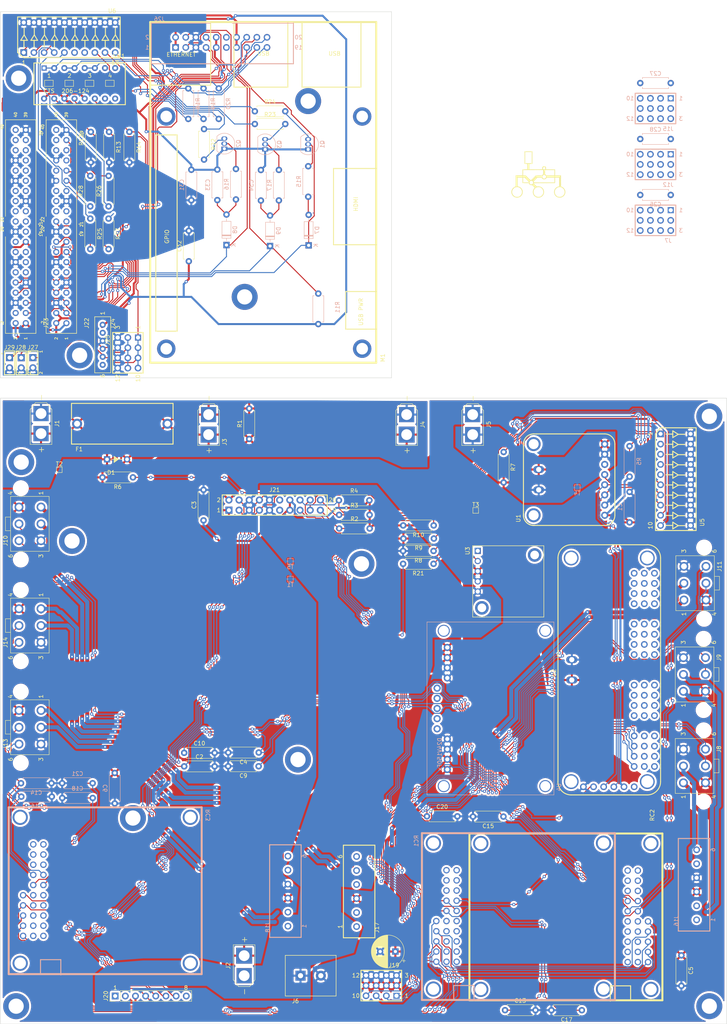
<source format=kicad_pcb>
(kicad_pcb (version 20171130) (host pcbnew "(5.1.10-1-10_14)")
  (layers (0 F.Cu signal hide) (31 B.Cu signal) (34 B.Paste user) (35 F.Paste user) (36 B.SilkS user) (37 F.SilkS user) (38 B.Mask user hide) (39 F.Mask user hide) (44 Edge.Cuts user))
  (net 0 "")
  (net 1 +BATT)
  (net 2 "Net-(RC1-Pad20)")
  (net 3 "Net-(RC1-Pad19)")
  (net 4 "Net-(RC1-Pad18)")
  (net 5 "Net-(RC1-Pad17)")
  (net 6 "Net-(RC1-Pad16)")
  (net 7 "Net-(RC1-Pad15)")
  (net 8 "Net-(RC1-Pad14)")
  (net 9 "Net-(RC1-Pad13)")
  (net 10 "Net-(RC1-Pad12)")
  (net 11 "Net-(RC1-Pad11)")
  (net 12 "Net-(RC1-Pad6)")
  (net 13 "Net-(RC1-Pad5)")
  (net 14 "Net-(RC1-Pad4)")
  (net 15 "Net-(RC1-Pad3)")
  (net 16 "Net-(RC2-Pad3)")
  (net 17 "Net-(RC2-Pad4)")
  (net 18 "Net-(RC2-Pad5)")
  (net 19 "Net-(RC2-Pad6)")
  (net 20 "Net-(RC2-Pad11)")
  (net 21 "Net-(RC2-Pad12)")
  (net 22 "Net-(RC2-Pad13)")
  (net 23 "Net-(RC2-Pad14)")
  (net 24 "Net-(RC2-Pad15)")
  (net 25 "Net-(RC2-Pad16)")
  (net 26 "Net-(RC2-Pad17)")
  (net 27 "Net-(RC2-Pad18)")
  (net 28 "Net-(RC2-Pad19)")
  (net 29 "Net-(RC2-Pad20)")
  (net 30 "Net-(RC3-Pad20)")
  (net 31 "Net-(RC3-Pad19)")
  (net 32 "Net-(RC3-Pad18)")
  (net 33 "Net-(RC3-Pad17)")
  (net 34 "Net-(RC3-Pad16)")
  (net 35 "Net-(RC3-Pad15)")
  (net 36 "Net-(RC3-Pad14)")
  (net 37 "Net-(RC3-Pad13)")
  (net 38 "Net-(RC3-Pad12)")
  (net 39 "Net-(RC3-Pad11)")
  (net 40 "Net-(RC3-Pad6)")
  (net 41 "Net-(RC3-Pad5)")
  (net 42 "Net-(RC3-Pad4)")
  (net 43 "Net-(RC3-Pad3)")
  (net 44 "Net-(J24-Pad6)")
  (net 45 "/Motor Board/BATTPOS")
  (net 46 +12V_motor)
  (net 47 GND_motor)
  (net 48 "/Motor Board/MMLOAD+")
  (net 49 +5V_brain)
  (net 50 GND_brain)
  (net 51 "/Motor Board/RC1EN2A")
  (net 52 +5V_motor)
  (net 53 "/Motor Board/alert")
  (net 54 "/Motor Board/E_STOP3")
  (net 55 +3.3V_motor)
  (net 56 "/Motor Board/E_STOP2")
  (net 57 "/Motor Board/E_STOP")
  (net 58 "/Motor Board/SWITCH+")
  (net 59 "/Motor Board/SWITCH-")
  (net 60 "Net-(C34-Pad2)")
  (net 61 +3.3V_brain)
  (net 62 "Net-(C33-Pad2)")
  (net 63 "/Motor Board/RC3EN1B")
  (net 64 "/Brain Board/E_STOP3")
  (net 65 "/Brain Board/E_STOP2")
  (net 66 "/Brain Board/E_STOP")
  (net 67 "Net-(Q3-Pad2)")
  (net 68 "Net-(Q2-Pad2)")
  (net 69 "Net-(Q1-Pad2)")
  (net 70 "Net-(D7-Pad2)")
  (net 71 "/Brain Board/E_STOP3_in")
  (net 72 "/Brain Board/E_STOP2_in")
  (net 73 "/Brain Board/E_STOP_pi")
  (net 74 "/Brain Board/RXD")
  (net 75 "/Motor Board/RC2EN2A")
  (net 76 "/Motor Board/RC2EN1A")
  (net 77 "/Motor Board/RC1EN1B")
  (net 78 "/Motor Board/RC3EN1A")
  (net 79 "/Motor Board/RC1EN1A")
  (net 80 "/Motor Board/RC2EN2B")
  (net 81 "/Motor Board/RC3EN2A")
  (net 82 "/Motor Board/RC2EN1B")
  (net 83 "/Motor Board/RC1EN2B")
  (net 84 "/Motor Board/RC3EN2B")
  (net 85 "/Motor Board/servo_pwm_ch4")
  (net 86 "/Motor Board/servo_pwm_ch5")
  (net 87 "/Motor Board/servo_pwm_ch6")
  (net 88 "/Motor Board/servo_pwm_ch7")
  (net 89 "/Motor Board/servo_pwm_ch11")
  (net 90 "/Motor Board/servo_pwm_ch10")
  (net 91 "/Motor Board/servo_pwm_ch9")
  (net 92 "/Motor Board/servo_pwm_ch8")
  (net 93 "/Motor Board/servo_pwm_ch12")
  (net 94 "/Motor Board/servo_pwm_ch13")
  (net 95 "/Motor Board/servo_pwm_ch14")
  (net 96 "/Motor Board/servo_pwm_ch15")
  (net 97 "/Motor Board/servo_pwm_ch3")
  (net 98 "/Motor Board/servo_pwm_ch2")
  (net 99 "/Motor Board/servo_pwm_ch1")
  (net 100 "/Motor Board/servo_pwm_ch0")
  (net 101 "/Brain Board/SDA_rpi")
  (net 102 "/Brain Board/SCL_rpi")
  (net 103 "/Brain Board/TXD")
  (net 104 "/Brain Board/OEservos")
  (net 105 "/Brain Board/alert")
  (net 106 "Net-(RC3-Pad1)")
  (net 107 "Net-(RC3-Pad2)")
  (net 108 "/Motor Board/TXD")
  (net 109 "/Motor Board/RXD")
  (net 110 "Net-(RC2-Pad2)")
  (net 111 "Net-(RC2-Pad1)")
  (net 112 "Net-(RC1-Pad1)")
  (net 113 "Net-(RC1-Pad2)")
  (net 114 "/Motor Board/SCL_rpi")
  (net 115 "Net-(J21-Pad11)")
  (net 116 "/Motor Board/SDA_rpi")
  (net 117 "Net-(J21-Pad12)")
  (net 118 "/Motor Board/OEservos")
  (net 119 +12V_brain)
  (net 120 "Net-(J26-Pad11)")
  (net 121 "Net-(J26-Pad12)")
  (net 122 "Net-(U2-Pad1)")
  (net 123 "Net-(U2-Pad10)")
  (net 124 "Net-(U2-Pad11)")
  (net 125 "/Motor Board/RC1M2B")
  (net 126 "/Motor Board/RC1M2A")
  (net 127 "/Motor Board/RC2M2A")
  (net 128 "/Motor Board/RC2M2B")
  (net 129 "/Motor Board/RC3M2B")
  (net 130 "/Motor Board/RC3M2A")
  (net 131 "/Motor Board/RC1M1A")
  (net 132 "/Motor Board/RC1M1B")
  (net 133 "/Motor Board/RC3M1B")
  (net 134 "/Motor Board/RC3M1A")
  (net 135 "/Motor Board/RC2M1A")
  (net 136 "/Motor Board/RC2M1B")
  (net 137 "Net-(U1-Pad6)")
  (net 138 "Net-(U3-Pad1)")
  (net 139 "/Motor Board/12V_EN")
  (net 140 "Net-(U4-Pad5)")
  (net 141 "Net-(U4-Pad6)")
  (net 142 "Net-(U4-Pad7)")
  (net 143 "Net-(U4-Pad8)")
  (net 144 "Net-(U4-Pad9)")
  (net 145 "Net-(SW1-Pad16)")
  (net 146 "Net-(SW1-Pad15)")
  (net 147 "Net-(SW1-Pad14)")
  (net 148 "Net-(SW1-Pad13)")
  (net 149 "/Motor Board/BATTNEG")
  (net 150 "Net-(R10-Pad1)")
  (net 151 "Net-(R9-Pad1)")
  (net 152 "Net-(R8-Pad1)")
  (net 153 "Net-(R7-Pad1)")
  (net 154 "Net-(R6-Pad1)")
  (net 155 "Net-(U5-Pad6)")
  (net 156 "Net-(U5-Pad7)")
  (net 157 "Net-(U5-Pad8)")
  (net 158 "Net-(U5-Pad9)")
  (net 159 "Net-(U5-Pad10)")
  (net 160 "/Brain Board/ESTOP_LED_3")
  (net 161 "/Brain Board/ESTOP_LED_2")
  (net 162 "/Brain Board/ESTOP_LED_1")
  (net 163 "/Brain Board/RXD_LED")
  (net 164 "/Brain Board/TXD_LED")
  (net 165 "/Brain Board/ALERT_LED")
  (net 166 "Net-(U2-Pad13)")
  (net 167 "Net-(U2-Pad14)")
  (net 168 "/Brain Board/12V_EN")
  (net 169 "/Brain Board/RPI_LED_1")
  (net 170 "/Brain Board/RPI_LED_3")
  (net 171 "/Brain Board/RPI_LED_4")
  (net 172 "/Brain Board/RPI_LED_2")
  (net 173 "Net-(Q1-Pad3)")
  (net 174 "Net-(Q2-Pad3)")
  (net 175 "Net-(Q3-Pad3)")
  (net 176 "Net-(R21-Pad1)")
  (net 177 "Net-(R25-Pad1)")
  (net 178 "Net-(R26-Pad1)")
  (net 179 "Net-(R27-Pad1)")
  (net 180 "Net-(R28-Pad1)")
  (net 181 "/Brain Board/X_RPI_GPIO_GCLK")
  (net 182 "/Brain Board/X_RPI_GPIO_GEN0")
  (net 183 "/Brain Board/X_RPI_GPIO_GEN1")
  (net 184 "/Brain Board/X_RPI_SPI_MOSI")
  (net 185 "/Brain Board/X_RPI_SPI_MISO")
  (net 186 "/Brain Board/X_RPI_SPI_CLK")
  (net 187 "/Brain Board/X_RPI_SPI_CE0_N")
  (net 188 "/Brain Board/X_RPI_SPI_CE1_N")
  (net 189 "/Brain Board/X_RPI_EEPROM_IDSD")
  (net 190 "/Brain Board/X_RPI_EEPROM_IDSC")
  (net 191 "/Brain Board/X_RPI_GPIO12")
  (net 192 "/Brain Board/X_RPI_GPIO13")
  (net 193 "/Brain Board/X_RPI_GPIO19")
  (net 194 "/Brain Board/X_RPI_GPIO16")
  (net 195 "/Brain Board/X_RPI_GPIO20")
  (net 196 "/Brain Board/X_RPI_GPIO21")
  (module "JPL Robotics:PPTC021LFBN-RC" (layer F.Cu) (at 2.159 -166.4335 270)
    (fp_text reference J29 (at -2.54 0) (layer F.SilkS))
    (fp_text value PPTC021LFBN-RC)
    (fp_text user 2 (at 3.81 -2.032 90) (layer F.SilkS) (effects (font (size 0.7 0.7))))
    (fp_text user 1 (at -1.524 -2.032 90) (layer F.SilkS) (effects (font (size 0.7 0.7))))
    (pad 1 thru_hole rect (at 0 0 270) (size 1.778 1.778) (drill 1.016) (layers *.Cu *.Mask) (net 104 "/Brain Board/OEservos"))
    (pad 2 thru_hole circle (at 2.54 0 270) (size 1.778 1.778) (drill 1.016) (layers *.Cu *.Mask) (net 50 GND_brain))
  )
  (module "JPL Robotics:PPTC021LFBN-RC" (layer F.Cu) (at 5.082999 -166.416099 270)
    (fp_text reference J28 (at -2.557401 0.129999) (layer F.SilkS))
    (fp_text value PPTC021LFBN-RC)
    (fp_text user 2 (at 3.81 -2.032 90) (layer F.SilkS) (effects (font (size 0.7 0.7))))
    (fp_text user 1 (at -1.524 -2.032 90) (layer F.SilkS) (effects (font (size 0.7 0.7))))
    (pad 1 thru_hole rect (at 0 0 270) (size 1.778 1.778) (drill 1.016) (layers *.Cu *.Mask) (net 71 "/Brain Board/E_STOP3_in"))
    (pad 2 thru_hole circle (at 2.54 0 270) (size 1.778 1.778) (drill 1.016) (layers *.Cu *.Mask) (net 50 GND_brain))
  )
  (module "JPL Robotics:PPTC021LFBN-RC" (layer F.Cu) (at 8.001 -166.4335 270)
    (fp_text reference J27 (at -2.54 0) (layer F.SilkS))
    (fp_text value PPTC021LFBN-RC)
    (fp_text user 2 (at 3.81 -2.032 90) (layer F.SilkS) (effects (font (size 0.7 0.7))))
    (fp_text user 1 (at -1.524 -2.032 90) (layer F.SilkS) (effects (font (size 0.7 0.7))))
    (pad 1 thru_hole rect (at 0 0 270) (size 1.778 1.778) (drill 1.016) (layers *.Cu *.Mask) (net 72 "/Brain Board/E_STOP2_in"))
    (pad 2 thru_hole circle (at 2.54 0 270) (size 1.778 1.778) (drill 1.016) (layers *.Cu *.Mask) (net 50 GND_brain))
  )
  (module "JPL Robotics:WM6548-ND" (layer B.Cu) (at 43.688 -243.9035)
    (fp_text reference J26 (at -4.064 -7.112) (layer B.SilkS) (effects (justify mirror)))
    (fp_text value WM6548-ND)
    (fp_text user 20 (at 30.734 -2.54) (layer B.SilkS) (effects (justify mirror)))
    (fp_text user 19 (at 30.734 0) (layer B.SilkS) (effects (justify mirror)))
    (fp_text user 2 (at -7.112 -2.54) (layer B.SilkS) (effects (justify mirror)))
    (fp_text user 1 (at -7.112 0) (layer B.SilkS) (effects (justify mirror)))
    (pad 20 thru_hole circle (at 22.86 -2.54) (size 1.67 1.67) (drill 1.02) (layers *.Cu *.Mask) (net 65 "/Brain Board/E_STOP2"))
    (pad 19 thru_hole circle (at 22.86 0) (size 1.67 1.67) (drill 1.02) (layers *.Cu *.Mask) (net 66 "/Brain Board/E_STOP"))
    (pad 18 thru_hole circle (at 20.32 -2.54) (size 1.67 1.67) (drill 1.02) (layers *.Cu *.Mask) (net 104 "/Brain Board/OEservos"))
    (pad 17 thru_hole circle (at 20.32 0) (size 1.67 1.67) (drill 1.02) (layers *.Cu *.Mask) (net 105 "/Brain Board/alert"))
    (pad 16 thru_hole circle (at 17.78 -2.54) (size 1.67 1.67) (drill 1.02) (layers *.Cu *.Mask) (net 64 "/Brain Board/E_STOP3"))
    (pad 15 thru_hole circle (at 17.78 0) (size 1.67 1.67) (drill 1.02) (layers *.Cu *.Mask) (net 168 "/Brain Board/12V_EN"))
    (pad 14 thru_hole circle (at 15.24 -2.54) (size 1.67 1.67) (drill 1.02) (layers *.Cu *.Mask) (net 61 +3.3V_brain))
    (pad 13 thru_hole circle (at 15.24 0) (size 1.67 1.67) (drill 1.02) (layers *.Cu *.Mask) (net 61 +3.3V_brain))
    (pad 12 thru_hole circle (at 12.7 -2.54) (size 1.67 1.67) (drill 1.02) (layers *.Cu *.Mask) (net 121 "Net-(J26-Pad12)"))
    (pad 11 thru_hole circle (at 12.7 0) (size 1.67 1.67) (drill 1.02) (layers *.Cu *.Mask) (net 120 "Net-(J26-Pad11)"))
    (pad 10 thru_hole circle (at 10.16 -2.54) (size 1.67 1.67) (drill 1.02) (layers *.Cu *.Mask) (net 119 +12V_brain))
    (pad 9 thru_hole circle (at 10.16 0) (size 1.67 1.67) (drill 1.02) (layers *.Cu *.Mask) (net 119 +12V_brain))
    (pad 8 thru_hole circle (at 7.62 -2.54) (size 1.67 1.67) (drill 1.02) (layers *.Cu *.Mask) (net 101 "/Brain Board/SDA_rpi"))
    (pad 7 thru_hole circle (at 7.62 0) (size 1.67 1.67) (drill 1.02) (layers *.Cu *.Mask) (net 102 "/Brain Board/SCL_rpi"))
    (pad 6 thru_hole circle (at 5.08 -2.54) (size 1.67 1.67) (drill 1.02) (layers *.Cu *.Mask) (net 50 GND_brain))
    (pad 5 thru_hole circle (at 5.08 0) (size 1.67 1.67) (drill 1.02) (layers *.Cu *.Mask) (net 50 GND_brain))
    (pad 4 thru_hole circle (at 2.54 -2.54) (size 1.67 1.67) (drill 1.02) (layers *.Cu *.Mask) (net 74 "/Brain Board/RXD"))
    (pad 3 thru_hole circle (at 2.54 0) (size 1.67 1.67) (drill 1.02) (layers *.Cu *.Mask) (net 103 "/Brain Board/TXD"))
    (pad 2 thru_hole circle (at 0 -2.54) (size 1.67 1.67) (drill 1.02) (layers *.Cu *.Mask) (net 49 +5V_brain))
    (pad 1 thru_hole rect (at 0 0) (size 1.67 1.67) (drill 1.02) (layers *.Cu *.Mask) (net 49 +5V_brain))
  )
  (module "JPL Robotics:455-1708-ND" (layer F.Cu) (at 25.4508 -174.6372 270)
    (fp_text reference J24 (at -0.254 -2.54 270) (layer F.SilkS))
    (fp_text value 6posheader)
    (fp_text user 6 (at 12.7 0 90) (layer F.SilkS))
    (fp_text user 1 (at -2.8956 0 90) (layer F.SilkS))
    (pad 6 thru_hole circle (at 10 0 270) (size 1.524 1.524) (drill 0.762) (layers *.Cu *.Mask) (net 44 "Net-(J24-Pad6)"))
    (pad 5 thru_hole circle (at 8 0 270) (size 1.524 1.524) (drill 0.762) (layers *.Cu *.Mask) (net 101 "/Brain Board/SDA_rpi"))
    (pad 4 thru_hole circle (at 6 0 270) (size 1.524 1.524) (drill 0.762) (layers *.Cu *.Mask) (net 102 "/Brain Board/SCL_rpi"))
    (pad 3 thru_hole circle (at 4 0 270) (size 1.524 1.524) (drill 0.762) (layers *.Cu *.Mask) (net 50 GND_brain))
    (pad 2 thru_hole circle (at 2 0 270) (size 1.524 1.524) (drill 0.762) (layers *.Cu *.Mask) (net 49 +5V_brain))
    (pad 1 thru_hole circle (at 0 0 270) (size 1.524 1.524) (drill 0.762) (layers *.Cu *.Mask) (net 119 +12V_brain))
  )
  (module "JPL Robotics:SSW-104-01-F-T" (layer F.Cu) (at 34.29 -171.45 270)
    (fp_text reference J25 (at 0.635 7.62 90) (layer F.SilkS))
    (fp_text value SSW-104-01-F-T)
    (fp_text user 12 (at 10.16 5.08 90) (layer F.SilkS))
    (fp_text user 10 (at 10.16 0 90) (layer F.SilkS))
    (fp_text user 3 (at -2.54 5.08 90) (layer F.SilkS))
    (fp_text user 1 (at -2.54 0 90) (layer F.SilkS))
    (pad 12 thru_hole circle (at 7.62 5.08 270) (size 1.67 1.67) (drill 1.02) (layers *.Cu *.Mask) (net 50 GND_brain))
    (pad 11 thru_hole circle (at 7.62 2.54 270) (size 1.67 1.67) (drill 1.02) (layers *.Cu *.Mask) (net 102 "/Brain Board/SCL_rpi"))
    (pad 10 thru_hole circle (at 7.62 0 270) (size 1.67 1.67) (drill 1.02) (layers *.Cu *.Mask) (net 101 "/Brain Board/SDA_rpi"))
    (pad 9 thru_hole circle (at 5.08 5.08 270) (size 1.67 1.67) (drill 1.02) (layers *.Cu *.Mask) (net 50 GND_brain))
    (pad 8 thru_hole circle (at 5.08 2.54 270) (size 1.67 1.67) (drill 1.02) (layers *.Cu *.Mask) (net 102 "/Brain Board/SCL_rpi"))
    (pad 7 thru_hole circle (at 5.08 0 270) (size 1.67 1.67) (drill 1.02) (layers *.Cu *.Mask) (net 101 "/Brain Board/SDA_rpi"))
    (pad 6 thru_hole circle (at 2.54 5.08 270) (size 1.67 1.67) (drill 1.02) (layers *.Cu *.Mask) (net 50 GND_brain))
    (pad 5 thru_hole circle (at 2.54 2.54 270) (size 1.67 1.67) (drill 1.02) (layers *.Cu *.Mask) (net 102 "/Brain Board/SCL_rpi"))
    (pad 4 thru_hole circle (at 2.54 0 270) (size 1.67 1.67) (drill 1.02) (layers *.Cu *.Mask) (net 101 "/Brain Board/SDA_rpi"))
    (pad 3 thru_hole circle (at 0 5.08 270) (size 1.67 1.67) (drill 1.02) (layers *.Cu *.Mask) (net 50 GND_brain))
    (pad 1 thru_hole rect (at 0 0 270) (size 1.524 1.524) (drill 1.02) (layers *.Cu *.Mask) (net 101 "/Brain Board/SDA_rpi"))
    (pad 2 thru_hole circle (at 0 2.54 270) (size 1.67 1.67) (drill 1.02) (layers *.Cu *.Mask) (net 102 "/Brain Board/SCL_rpi"))
  )
  (module "JPL Robotics:S9175-ND" (layer F.Cu) (at 16.383 -175.0441 90)
    (fp_text reference J22 (at 0 5.08 90) (layer F.SilkS))
    (fp_text value S9175-ND_rpi_breakout)
    (fp_text user 1 (at -3.81 0 90) (layer F.SilkS) (effects (font (size 0.7 0.7))))
    (fp_text user 2 (at -3.81 -2.54 90) (layer F.SilkS) (effects (font (size 0.7 0.7))))
    (fp_text user 39 (at 52.07 0 90) (layer F.SilkS) (effects (font (size 0.7 0.7))))
    (fp_text user 40 (at 52.07 -2.54 270) (layer F.SilkS) (effects (font (size 0.7 0.7))))
    (fp_text user 19 (at 22.3 3.81 90) (layer F.SilkS) (effects (font (size 0.7 0.7))))
    (fp_text user 21 (at 24.7 3.81 90) (layer F.SilkS) (effects (font (size 0.7 0.7))))
    (fp_text user 39 (at 47.4472 3.81 90) (layer F.SilkS) (effects (font (size 0.7 0.7))))
    (fp_text user 20 (at 23.5 -5.9 90) (layer F.SilkS) (effects (font (size 0.7 0.7))))
    (fp_text user 22 (at 25.9 -5.9 90) (layer F.SilkS) (effects (font (size 0.7 0.7))))
    (fp_text user 40 (at 49.022 -5.9 90) (layer F.SilkS) (effects (font (size 0.7 0.7))))
    (fp_text user 2 (at 0.2286 -5.9 90) (layer F.SilkS) (effects (font (size 0.7 0.7))))
    (pad 40 thru_hole circle (at 48.26 -2.54 90) (size 1.524 1.524) (drill 0.9) (layers *.Cu *.Mask) (net 196 "/Brain Board/X_RPI_GPIO21"))
    (pad 39 thru_hole circle (at 48.26 0 90) (size 1.524 1.524) (drill 0.9) (layers *.Cu *.Mask) (net 50 GND_brain))
    (pad 38 thru_hole circle (at 45.72 -2.54 90) (size 1.524 1.524) (drill 0.9) (layers *.Cu *.Mask) (net 195 "/Brain Board/X_RPI_GPIO20"))
    (pad 37 thru_hole circle (at 45.72 0 90) (size 1.524 1.524) (drill 0.9) (layers *.Cu *.Mask) (net 172 "/Brain Board/RPI_LED_2"))
    (pad 36 thru_hole circle (at 43.18 -2.54 90) (size 1.524 1.524) (drill 0.9) (layers *.Cu *.Mask) (net 194 "/Brain Board/X_RPI_GPIO16"))
    (pad 35 thru_hole circle (at 43.18 0 90) (size 1.524 1.524) (drill 0.9) (layers *.Cu *.Mask) (net 193 "/Brain Board/X_RPI_GPIO19"))
    (pad 34 thru_hole circle (at 40.64 -2.54 90) (size 1.524 1.524) (drill 0.9) (layers *.Cu *.Mask) (net 50 GND_brain))
    (pad 33 thru_hole circle (at 40.64 0 90) (size 1.524 1.524) (drill 0.9) (layers *.Cu *.Mask) (net 192 "/Brain Board/X_RPI_GPIO13"))
    (pad 32 thru_hole circle (at 38.1 -2.54 90) (size 1.524 1.524) (drill 0.9) (layers *.Cu *.Mask) (net 191 "/Brain Board/X_RPI_GPIO12"))
    (pad 31 thru_hole circle (at 38.1 0 90) (size 1.524 1.524) (drill 0.9) (layers *.Cu *.Mask) (net 171 "/Brain Board/RPI_LED_4"))
    (pad 30 thru_hole circle (at 35.56 -2.54 90) (size 1.524 1.524) (drill 0.9) (layers *.Cu *.Mask) (net 50 GND_brain))
    (pad 29 thru_hole circle (at 35.56 0 90) (size 1.524 1.524) (drill 0.9) (layers *.Cu *.Mask) (net 170 "/Brain Board/RPI_LED_3"))
    (pad 28 thru_hole circle (at 33.02 -2.54 90) (size 1.524 1.524) (drill 0.9) (layers *.Cu *.Mask) (net 190 "/Brain Board/X_RPI_EEPROM_IDSC"))
    (pad 27 thru_hole circle (at 33.02 0 90) (size 1.524 1.524) (drill 0.9) (layers *.Cu *.Mask) (net 189 "/Brain Board/X_RPI_EEPROM_IDSD"))
    (pad 26 thru_hole circle (at 30.48 -2.54 90) (size 1.524 1.524) (drill 0.9) (layers *.Cu *.Mask) (net 188 "/Brain Board/X_RPI_SPI_CE1_N"))
    (pad 25 thru_hole circle (at 30.48 0 90) (size 1.524 1.524) (drill 0.9) (layers *.Cu *.Mask) (net 50 GND_brain))
    (pad 24 thru_hole circle (at 27.94 -2.54 90) (size 1.524 1.524) (drill 0.9) (layers *.Cu *.Mask) (net 187 "/Brain Board/X_RPI_SPI_CE0_N"))
    (pad 23 thru_hole circle (at 27.94 0 90) (size 1.524 1.524) (drill 0.9) (layers *.Cu *.Mask) (net 186 "/Brain Board/X_RPI_SPI_CLK"))
    (pad 22 thru_hole circle (at 25.4 -2.54 90) (size 1.524 1.524) (drill 0.9) (layers *.Cu *.Mask) (net 169 "/Brain Board/RPI_LED_1"))
    (pad 21 thru_hole circle (at 25.4 0 90) (size 1.524 1.524) (drill 0.9) (layers *.Cu *.Mask) (net 185 "/Brain Board/X_RPI_SPI_MISO"))
    (pad 20 thru_hole circle (at 22.86 -2.54 90) (size 1.524 1.524) (drill 0.9) (layers *.Cu *.Mask) (net 50 GND_brain))
    (pad 19 thru_hole circle (at 22.86 0 90) (size 1.524 1.524) (drill 0.9) (layers *.Cu *.Mask) (net 184 "/Brain Board/X_RPI_SPI_MOSI"))
    (pad 18 thru_hole circle (at 20.32 -2.54 90) (size 1.524 1.524) (drill 0.9) (layers *.Cu *.Mask) (net 168 "/Brain Board/12V_EN"))
    (pad 17 thru_hole circle (at 20.32 0 90) (size 1.524 1.524) (drill 0.9) (layers *.Cu *.Mask) (net 61 +3.3V_brain))
    (pad 16 thru_hole circle (at 17.78 -2.54 90) (size 1.524 1.524) (drill 0.9) (layers *.Cu *.Mask) (net 73 "/Brain Board/E_STOP_pi"))
    (pad 15 thru_hole circle (at 17.78 0 90) (size 1.524 1.524) (drill 0.9) (layers *.Cu *.Mask) (net 104 "/Brain Board/OEservos"))
    (pad 14 thru_hole circle (at 15.24 -2.54 90) (size 1.524 1.524) (drill 0.9) (layers *.Cu *.Mask) (net 50 GND_brain))
    (pad 13 thru_hole circle (at 15.24 0 90) (size 1.524 1.524) (drill 0.9) (layers *.Cu *.Mask) (net 105 "/Brain Board/alert"))
    (pad 12 thru_hole circle (at 12.7 -2.54 90) (size 1.524 1.524) (drill 0.9) (layers *.Cu *.Mask) (net 183 "/Brain Board/X_RPI_GPIO_GEN1"))
    (pad 11 thru_hole circle (at 12.7 0 90) (size 1.524 1.524) (drill 0.9) (layers *.Cu *.Mask) (net 182 "/Brain Board/X_RPI_GPIO_GEN0"))
    (pad 10 thru_hole circle (at 10.16 -2.54 90) (size 1.524 1.524) (drill 0.9) (layers *.Cu *.Mask) (net 74 "/Brain Board/RXD"))
    (pad 9 thru_hole circle (at 10.16 0 90) (size 1.524 1.524) (drill 0.9) (layers *.Cu *.Mask) (net 50 GND_brain))
    (pad 8 thru_hole circle (at 7.62 -2.54 90) (size 1.524 1.524) (drill 0.9) (layers *.Cu *.Mask) (net 103 "/Brain Board/TXD"))
    (pad 7 thru_hole circle (at 7.62 0 90) (size 1.524 1.524) (drill 0.9) (layers *.Cu *.Mask) (net 181 "/Brain Board/X_RPI_GPIO_GCLK"))
    (pad 6 thru_hole circle (at 5.08 -2.54 90) (size 1.524 1.524) (drill 0.9) (layers *.Cu *.Mask) (net 50 GND_brain))
    (pad 5 thru_hole circle (at 5.08 0 90) (size 1.524 1.524) (drill 0.9) (layers *.Cu *.Mask) (net 102 "/Brain Board/SCL_rpi"))
    (pad 4 thru_hole circle (at 2.54 -2.54 90) (size 1.524 1.524) (drill 0.9) (layers *.Cu *.Mask) (net 49 +5V_brain))
    (pad 3 thru_hole circle (at 2.54 0 90) (size 1.524 1.524) (drill 0.9) (layers *.Cu *.Mask) (net 101 "/Brain Board/SDA_rpi"))
    (pad 2 thru_hole circle (at 0 -2.54 90) (size 1.524 1.524) (drill 0.9) (layers *.Cu *.Mask) (net 49 +5V_brain))
    (pad 1 thru_hole circle (at 0 0 90) (size 1.524 1.524) (drill 0.9) (layers *.Cu *.Mask) (net 61 +3.3V_brain))
  )
  (module "JPL Robotics:S9175-ND" (layer F.Cu) (at 6.223 -175.0441 90)
    (fp_text reference J23 (at 0 5.08 90) (layer F.SilkS))
    (fp_text value S9175-ND_rpi_breakout)
    (fp_text user 1 (at -3.81 0 90) (layer F.SilkS) (effects (font (size 0.7 0.7))))
    (fp_text user 2 (at -3.81 -2.54 90) (layer F.SilkS) (effects (font (size 0.7 0.7))))
    (fp_text user 39 (at 52.07 0 90) (layer F.SilkS) (effects (font (size 0.7 0.7))))
    (fp_text user 40 (at 52.07 -2.54 270) (layer F.SilkS) (effects (font (size 0.7 0.7))))
    (fp_text user 19 (at 22.3 3.81 90) (layer F.SilkS) (effects (font (size 0.7 0.7))))
    (fp_text user 21 (at 24.7 3.81 90) (layer F.SilkS) (effects (font (size 0.7 0.7))))
    (fp_text user 39 (at 47.4472 3.81 90) (layer F.SilkS) (effects (font (size 0.7 0.7))))
    (fp_text user 20 (at 23.5 -5.9 90) (layer F.SilkS) (effects (font (size 0.7 0.7))))
    (fp_text user 22 (at 25.9 -5.9 90) (layer F.SilkS) (effects (font (size 0.7 0.7))))
    (fp_text user 40 (at 49.022 -5.9 90) (layer F.SilkS) (effects (font (size 0.7 0.7))))
    (fp_text user 2 (at 0.2286 -5.9 90) (layer F.SilkS) (effects (font (size 0.7 0.7))))
    (pad 40 thru_hole circle (at 48.26 -2.54 90) (size 1.524 1.524) (drill 0.9) (layers *.Cu *.Mask) (net 196 "/Brain Board/X_RPI_GPIO21"))
    (pad 39 thru_hole circle (at 48.26 0 90) (size 1.524 1.524) (drill 0.9) (layers *.Cu *.Mask) (net 50 GND_brain))
    (pad 38 thru_hole circle (at 45.72 -2.54 90) (size 1.524 1.524) (drill 0.9) (layers *.Cu *.Mask) (net 195 "/Brain Board/X_RPI_GPIO20"))
    (pad 37 thru_hole circle (at 45.72 0 90) (size 1.524 1.524) (drill 0.9) (layers *.Cu *.Mask) (net 172 "/Brain Board/RPI_LED_2"))
    (pad 36 thru_hole circle (at 43.18 -2.54 90) (size 1.524 1.524) (drill 0.9) (layers *.Cu *.Mask) (net 194 "/Brain Board/X_RPI_GPIO16"))
    (pad 35 thru_hole circle (at 43.18 0 90) (size 1.524 1.524) (drill 0.9) (layers *.Cu *.Mask) (net 193 "/Brain Board/X_RPI_GPIO19"))
    (pad 34 thru_hole circle (at 40.64 -2.54 90) (size 1.524 1.524) (drill 0.9) (layers *.Cu *.Mask) (net 50 GND_brain))
    (pad 33 thru_hole circle (at 40.64 0 90) (size 1.524 1.524) (drill 0.9) (layers *.Cu *.Mask) (net 192 "/Brain Board/X_RPI_GPIO13"))
    (pad 32 thru_hole circle (at 38.1 -2.54 90) (size 1.524 1.524) (drill 0.9) (layers *.Cu *.Mask) (net 191 "/Brain Board/X_RPI_GPIO12"))
    (pad 31 thru_hole circle (at 38.1 0 90) (size 1.524 1.524) (drill 0.9) (layers *.Cu *.Mask) (net 171 "/Brain Board/RPI_LED_4"))
    (pad 30 thru_hole circle (at 35.56 -2.54 90) (size 1.524 1.524) (drill 0.9) (layers *.Cu *.Mask) (net 50 GND_brain))
    (pad 29 thru_hole circle (at 35.56 0 90) (size 1.524 1.524) (drill 0.9) (layers *.Cu *.Mask) (net 170 "/Brain Board/RPI_LED_3"))
    (pad 28 thru_hole circle (at 33.02 -2.54 90) (size 1.524 1.524) (drill 0.9) (layers *.Cu *.Mask) (net 190 "/Brain Board/X_RPI_EEPROM_IDSC"))
    (pad 27 thru_hole circle (at 33.02 0 90) (size 1.524 1.524) (drill 0.9) (layers *.Cu *.Mask) (net 189 "/Brain Board/X_RPI_EEPROM_IDSD"))
    (pad 26 thru_hole circle (at 30.48 -2.54 90) (size 1.524 1.524) (drill 0.9) (layers *.Cu *.Mask) (net 188 "/Brain Board/X_RPI_SPI_CE1_N"))
    (pad 25 thru_hole circle (at 30.48 0 90) (size 1.524 1.524) (drill 0.9) (layers *.Cu *.Mask) (net 50 GND_brain))
    (pad 24 thru_hole circle (at 27.94 -2.54 90) (size 1.524 1.524) (drill 0.9) (layers *.Cu *.Mask) (net 187 "/Brain Board/X_RPI_SPI_CE0_N"))
    (pad 23 thru_hole circle (at 27.94 0 90) (size 1.524 1.524) (drill 0.9) (layers *.Cu *.Mask) (net 186 "/Brain Board/X_RPI_SPI_CLK"))
    (pad 22 thru_hole circle (at 25.4 -2.54 90) (size 1.524 1.524) (drill 0.9) (layers *.Cu *.Mask) (net 169 "/Brain Board/RPI_LED_1"))
    (pad 21 thru_hole circle (at 25.4 0 90) (size 1.524 1.524) (drill 0.9) (layers *.Cu *.Mask) (net 185 "/Brain Board/X_RPI_SPI_MISO"))
    (pad 20 thru_hole circle (at 22.86 -2.54 90) (size 1.524 1.524) (drill 0.9) (layers *.Cu *.Mask) (net 50 GND_brain))
    (pad 19 thru_hole circle (at 22.86 0 90) (size 1.524 1.524) (drill 0.9) (layers *.Cu *.Mask) (net 184 "/Brain Board/X_RPI_SPI_MOSI"))
    (pad 18 thru_hole circle (at 20.32 -2.54 90) (size 1.524 1.524) (drill 0.9) (layers *.Cu *.Mask) (net 168 "/Brain Board/12V_EN"))
    (pad 17 thru_hole circle (at 20.32 0 90) (size 1.524 1.524) (drill 0.9) (layers *.Cu *.Mask) (net 61 +3.3V_brain))
    (pad 16 thru_hole circle (at 17.78 -2.54 90) (size 1.524 1.524) (drill 0.9) (layers *.Cu *.Mask) (net 73 "/Brain Board/E_STOP_pi"))
    (pad 15 thru_hole circle (at 17.78 0 90) (size 1.524 1.524) (drill 0.9) (layers *.Cu *.Mask) (net 104 "/Brain Board/OEservos"))
    (pad 14 thru_hole circle (at 15.24 -2.54 90) (size 1.524 1.524) (drill 0.9) (layers *.Cu *.Mask) (net 50 GND_brain))
    (pad 13 thru_hole circle (at 15.24 0 90) (size 1.524 1.524) (drill 0.9) (layers *.Cu *.Mask) (net 105 "/Brain Board/alert"))
    (pad 12 thru_hole circle (at 12.7 -2.54 90) (size 1.524 1.524) (drill 0.9) (layers *.Cu *.Mask) (net 183 "/Brain Board/X_RPI_GPIO_GEN1"))
    (pad 11 thru_hole circle (at 12.7 0 90) (size 1.524 1.524) (drill 0.9) (layers *.Cu *.Mask) (net 182 "/Brain Board/X_RPI_GPIO_GEN0"))
    (pad 10 thru_hole circle (at 10.16 -2.54 90) (size 1.524 1.524) (drill 0.9) (layers *.Cu *.Mask) (net 74 "/Brain Board/RXD"))
    (pad 9 thru_hole circle (at 10.16 0 90) (size 1.524 1.524) (drill 0.9) (layers *.Cu *.Mask) (net 50 GND_brain))
    (pad 8 thru_hole circle (at 7.62 -2.54 90) (size 1.524 1.524) (drill 0.9) (layers *.Cu *.Mask) (net 103 "/Brain Board/TXD"))
    (pad 7 thru_hole circle (at 7.62 0 90) (size 1.524 1.524) (drill 0.9) (layers *.Cu *.Mask) (net 181 "/Brain Board/X_RPI_GPIO_GCLK"))
    (pad 6 thru_hole circle (at 5.08 -2.54 90) (size 1.524 1.524) (drill 0.9) (layers *.Cu *.Mask) (net 50 GND_brain))
    (pad 5 thru_hole circle (at 5.08 0 90) (size 1.524 1.524) (drill 0.9) (layers *.Cu *.Mask) (net 102 "/Brain Board/SCL_rpi"))
    (pad 4 thru_hole circle (at 2.54 -2.54 90) (size 1.524 1.524) (drill 0.9) (layers *.Cu *.Mask) (net 49 +5V_brain))
    (pad 3 thru_hole circle (at 2.54 0 90) (size 1.524 1.524) (drill 0.9) (layers *.Cu *.Mask) (net 101 "/Brain Board/SDA_rpi"))
    (pad 2 thru_hole circle (at 0 -2.54 90) (size 1.524 1.524) (drill 0.9) (layers *.Cu *.Mask) (net 49 +5V_brain))
    (pad 1 thru_hole circle (at 0 0 90) (size 1.524 1.524) (drill 0.9) (layers *.Cu *.Mask) (net 61 +3.3V_brain))
  )
  (module "" (layer F.Cu) (at 219.5068 -7.5692)
    (fp_text reference "" (at 0 0) (layer F.SilkS) (effects (font (size 1.27 1.27))))
    (fp_text value "" (at 0 0) (layer F.SilkS) (effects (font (size 1.27 1.27))))
    (fp_text user 8 (at 0 2.4892) (layer F.SilkS))
  )
  (module "" (layer F.Cu) (at 225.044 -3.4036)
    (fp_text reference "" (at 0 0) (layer F.SilkS) (effects (font (size 1.27 1.27))))
    (fp_text value "" (at 0 0) (layer F.SilkS) (effects (font (size 1.27 1.27))))
    (fp_text user 1 (at -23.3172 -1.6764) (layer F.SilkS))
  )
  (module "" (layer F.Cu) (at 46.2788 -11.684)
    (fp_text reference "" (at 0 0) (layer F.SilkS) (effects (font (size 1.27 1.27))))
    (fp_text value "" (at 0 0) (layer F.SilkS) (effects (font (size 1.27 1.27))))
    (fp_text user 8 (at 0 2.6416) (layer F.SilkS))
  )
  (module "" (layer F.Cu) (at 28.6004 -11.684)
    (fp_text reference "" (at 0 0) (layer F.SilkS) (effects (font (size 1.27 1.27))))
    (fp_text value "" (at 0 0) (layer F.SilkS) (effects (font (size 1.27 1.27))))
    (fp_text user 1 (at 0 2.6416) (layer F.SilkS))
  )
  (module "JPL Robotics:SSW-104-01-F-T" (layer B.Cu) (at 167.513 -231.2035 180)
    (fp_text reference J15 (at 0.635 -7.62 180) (layer B.SilkS) (effects (justify mirror)))
    (fp_text value TSW-104-07-F-T)
    (fp_text user 12 (at 10.16 -5.08) (layer B.SilkS) (effects (justify mirror)))
    (fp_text user 10 (at 10.16 0) (layer B.SilkS) (effects (justify mirror)))
    (fp_text user 3 (at -2.54 -5.08) (layer B.SilkS) (effects (justify mirror)))
    (fp_text user 1 (at -2.54 0) (layer B.SilkS) (effects (justify mirror)))
    (pad 12 thru_hole circle (at 7.62 -5.08 180) (size 1.67 1.67) (drill 1.02) (layers *.Cu *.Mask) (net 47 GND_motor))
    (pad 11 thru_hole circle (at 7.62 -2.54 180) (size 1.67 1.67) (drill 1.02) (layers *.Cu *.Mask) (net 52 +5V_motor))
    (pad 10 thru_hole circle (at 7.62 0 180) (size 1.67 1.67) (drill 1.02) (layers *.Cu *.Mask) (net 96 "/Motor Board/servo_pwm_ch15"))
    (pad 9 thru_hole circle (at 5.08 -5.08 180) (size 1.67 1.67) (drill 1.02) (layers *.Cu *.Mask) (net 47 GND_motor))
    (pad 8 thru_hole circle (at 5.08 -2.54 180) (size 1.67 1.67) (drill 1.02) (layers *.Cu *.Mask) (net 52 +5V_motor))
    (pad 7 thru_hole circle (at 5.08 0 180) (size 1.67 1.67) (drill 1.02) (layers *.Cu *.Mask) (net 95 "/Motor Board/servo_pwm_ch14"))
    (pad 6 thru_hole circle (at 2.54 -5.08 180) (size 1.67 1.67) (drill 1.02) (layers *.Cu *.Mask) (net 47 GND_motor))
    (pad 5 thru_hole circle (at 2.54 -2.54 180) (size 1.67 1.67) (drill 1.02) (layers *.Cu *.Mask) (net 52 +5V_motor))
    (pad 4 thru_hole circle (at 2.54 0 180) (size 1.67 1.67) (drill 1.02) (layers *.Cu *.Mask) (net 94 "/Motor Board/servo_pwm_ch13"))
    (pad 3 thru_hole circle (at 0 -5.08 180) (size 1.67 1.67) (drill 1.02) (layers *.Cu *.Mask) (net 47 GND_motor))
    (pad 1 thru_hole rect (at 0 0 180) (size 1.524 1.524) (drill 1.02) (layers *.Cu *.Mask) (net 93 "/Motor Board/servo_pwm_ch12"))
    (pad 2 thru_hole circle (at 0 -2.54 180) (size 1.67 1.67) (drill 1.02) (layers *.Cu *.Mask) (net 52 +5V_motor))
  )
  (module "JPL Robotics:SSW-104-01-F-T" (layer B.Cu) (at 167.513 -217.2335 180)
    (fp_text reference J12 (at 0.635 -7.62 180) (layer B.SilkS) (effects (justify mirror)))
    (fp_text value TSW-104-07-F-T)
    (fp_text user 12 (at 10.16 -5.08) (layer B.SilkS) (effects (justify mirror)))
    (fp_text user 10 (at 10.16 0) (layer B.SilkS) (effects (justify mirror)))
    (fp_text user 3 (at -2.54 -5.08) (layer B.SilkS) (effects (justify mirror)))
    (fp_text user 1 (at -2.54 0) (layer B.SilkS) (effects (justify mirror)))
    (pad 12 thru_hole circle (at 7.62 -5.08 180) (size 1.67 1.67) (drill 1.02) (layers *.Cu *.Mask) (net 47 GND_motor))
    (pad 11 thru_hole circle (at 7.62 -2.54 180) (size 1.67 1.67) (drill 1.02) (layers *.Cu *.Mask) (net 52 +5V_motor))
    (pad 10 thru_hole circle (at 7.62 0 180) (size 1.67 1.67) (drill 1.02) (layers *.Cu *.Mask) (net 89 "/Motor Board/servo_pwm_ch11"))
    (pad 9 thru_hole circle (at 5.08 -5.08 180) (size 1.67 1.67) (drill 1.02) (layers *.Cu *.Mask) (net 47 GND_motor))
    (pad 8 thru_hole circle (at 5.08 -2.54 180) (size 1.67 1.67) (drill 1.02) (layers *.Cu *.Mask) (net 52 +5V_motor))
    (pad 7 thru_hole circle (at 5.08 0 180) (size 1.67 1.67) (drill 1.02) (layers *.Cu *.Mask) (net 90 "/Motor Board/servo_pwm_ch10"))
    (pad 6 thru_hole circle (at 2.54 -5.08 180) (size 1.67 1.67) (drill 1.02) (layers *.Cu *.Mask) (net 47 GND_motor))
    (pad 5 thru_hole circle (at 2.54 -2.54 180) (size 1.67 1.67) (drill 1.02) (layers *.Cu *.Mask) (net 52 +5V_motor))
    (pad 4 thru_hole circle (at 2.54 0 180) (size 1.67 1.67) (drill 1.02) (layers *.Cu *.Mask) (net 91 "/Motor Board/servo_pwm_ch9"))
    (pad 3 thru_hole circle (at 0 -5.08 180) (size 1.67 1.67) (drill 1.02) (layers *.Cu *.Mask) (net 47 GND_motor))
    (pad 1 thru_hole rect (at 0 0 180) (size 1.524 1.524) (drill 1.02) (layers *.Cu *.Mask) (net 92 "/Motor Board/servo_pwm_ch8"))
    (pad 2 thru_hole circle (at 0 -2.54 180) (size 1.67 1.67) (drill 1.02) (layers *.Cu *.Mask) (net 52 +5V_motor))
  )
  (module "JPL Robotics:SSW-104-01-F-T" (layer B.Cu) (at 167.513 -203.2635 180)
    (fp_text reference J7 (at 0.635 -7.62) (layer B.SilkS) (effects (justify mirror)))
    (fp_text value TSW-104-07-F-T)
    (fp_text user 12 (at 10.16 -5.08) (layer B.SilkS) (effects (justify mirror)))
    (fp_text user 10 (at 10.16 0) (layer B.SilkS) (effects (justify mirror)))
    (fp_text user 3 (at -2.54 -5.08) (layer B.SilkS) (effects (justify mirror)))
    (fp_text user 1 (at -2.54 0) (layer B.SilkS) (effects (justify mirror)))
    (pad 12 thru_hole circle (at 7.62 -5.08 180) (size 1.67 1.67) (drill 1.02) (layers *.Cu *.Mask) (net 47 GND_motor))
    (pad 11 thru_hole circle (at 7.62 -2.54 180) (size 1.67 1.67) (drill 1.02) (layers *.Cu *.Mask) (net 52 +5V_motor))
    (pad 10 thru_hole circle (at 7.62 0 180) (size 1.67 1.67) (drill 1.02) (layers *.Cu *.Mask) (net 88 "/Motor Board/servo_pwm_ch7"))
    (pad 9 thru_hole circle (at 5.08 -5.08 180) (size 1.67 1.67) (drill 1.02) (layers *.Cu *.Mask) (net 47 GND_motor))
    (pad 8 thru_hole circle (at 5.08 -2.54 180) (size 1.67 1.67) (drill 1.02) (layers *.Cu *.Mask) (net 52 +5V_motor))
    (pad 7 thru_hole circle (at 5.08 0 180) (size 1.67 1.67) (drill 1.02) (layers *.Cu *.Mask) (net 87 "/Motor Board/servo_pwm_ch6"))
    (pad 6 thru_hole circle (at 2.54 -5.08 180) (size 1.67 1.67) (drill 1.02) (layers *.Cu *.Mask) (net 47 GND_motor))
    (pad 5 thru_hole circle (at 2.54 -2.54 180) (size 1.67 1.67) (drill 1.02) (layers *.Cu *.Mask) (net 52 +5V_motor))
    (pad 4 thru_hole circle (at 2.54 0 180) (size 1.67 1.67) (drill 1.02) (layers *.Cu *.Mask) (net 86 "/Motor Board/servo_pwm_ch5"))
    (pad 3 thru_hole circle (at 0 -5.08 180) (size 1.67 1.67) (drill 1.02) (layers *.Cu *.Mask) (net 47 GND_motor))
    (pad 1 thru_hole rect (at 0 0 180) (size 1.524 1.524) (drill 1.02) (layers *.Cu *.Mask) (net 85 "/Motor Board/servo_pwm_ch4"))
    (pad 2 thru_hole circle (at 0 -2.54 180) (size 1.67 1.67) (drill 1.02) (layers *.Cu *.Mask) (net 52 +5V_motor))
  )
  (module "JPL Robotics:SSW-104-01-F-T" (layer F.Cu) (at 98.933 -7.0485 180)
    (fp_text reference J19 (at 0.635 7.62 180) (layer F.SilkS))
    (fp_text value TSW-104-07-F-T)
    (fp_text user 12 (at 10.16 5.08) (layer F.SilkS))
    (fp_text user 10 (at 10.16 0) (layer F.SilkS))
    (fp_text user 3 (at -2.54 5.08) (layer F.SilkS))
    (fp_text user 1 (at -2.54 0) (layer F.SilkS))
    (pad 12 thru_hole circle (at 7.62 5.08 180) (size 1.67 1.67) (drill 1.02) (layers *.Cu *.Mask) (net 47 GND_motor))
    (pad 11 thru_hole circle (at 7.62 2.54 180) (size 1.67 1.67) (drill 1.02) (layers *.Cu *.Mask) (net 52 +5V_motor))
    (pad 10 thru_hole circle (at 7.62 0 180) (size 1.67 1.67) (drill 1.02) (layers *.Cu *.Mask) (net 97 "/Motor Board/servo_pwm_ch3"))
    (pad 9 thru_hole circle (at 5.08 5.08 180) (size 1.67 1.67) (drill 1.02) (layers *.Cu *.Mask) (net 47 GND_motor))
    (pad 8 thru_hole circle (at 5.08 2.54 180) (size 1.67 1.67) (drill 1.02) (layers *.Cu *.Mask) (net 52 +5V_motor))
    (pad 7 thru_hole circle (at 5.08 0 180) (size 1.67 1.67) (drill 1.02) (layers *.Cu *.Mask) (net 98 "/Motor Board/servo_pwm_ch2"))
    (pad 6 thru_hole circle (at 2.54 5.08 180) (size 1.67 1.67) (drill 1.02) (layers *.Cu *.Mask) (net 47 GND_motor))
    (pad 5 thru_hole circle (at 2.54 2.54 180) (size 1.67 1.67) (drill 1.02) (layers *.Cu *.Mask) (net 52 +5V_motor))
    (pad 4 thru_hole circle (at 2.54 0 180) (size 1.67 1.67) (drill 1.02) (layers *.Cu *.Mask) (net 99 "/Motor Board/servo_pwm_ch1"))
    (pad 3 thru_hole circle (at 0 5.08 180) (size 1.67 1.67) (drill 1.02) (layers *.Cu *.Mask) (net 47 GND_motor))
    (pad 1 thru_hole rect (at 0 0 180) (size 1.524 1.524) (drill 1.02) (layers *.Cu *.Mask) (net 100 "/Motor Board/servo_pwm_ch0"))
    (pad 2 thru_hole circle (at 0 2.54 180) (size 1.67 1.67) (drill 1.02) (layers *.Cu *.Mask) (net 52 +5V_motor))
  )
  (module "JPL Robotics:277-11404-ND" (layer B.Cu) (at 173.99 -26.0096 90)
    (fp_text reference J16 (at -0.254 -5.08 270) (layer B.SilkS) (effects (justify mirror)))
    (fp_text value 277-11404-ND)
    (fp_text user 6 (at 17.5 4.1 90) (layer B.SilkS) (effects (justify mirror)))
    (fp_text user 1 (at 0 4.1 90) (layer B.SilkS) (effects (justify mirror)))
    (pad 6 thru_hole circle (at 17.5 0 90) (size 1.67 1.67) (drill 1.02) (layers *.Cu *.Mask) (net 125 "/Motor Board/RC1M2B"))
    (pad 5 thru_hole circle (at 14 0 90) (size 1.67 1.67) (drill 1.02) (layers *.Cu *.Mask) (net 126 "/Motor Board/RC1M2A"))
    (pad 4 thru_hole circle (at 10.5 0 90) (size 1.67 1.67) (drill 1.02) (layers *.Cu *.Mask) (net 47 GND_motor))
    (pad 3 thru_hole circle (at 7 0 90) (size 1.67 1.67) (drill 1.02) (layers *.Cu *.Mask) (net 1 +BATT))
    (pad 2 thru_hole circle (at 3.5 0 90) (size 1.67 1.67) (drill 1.02) (layers *.Cu *.Mask) (net 132 "/Motor Board/RC1M1B"))
    (pad 1 thru_hole circle (at 0 0 90) (size 1.67 1.67) (drill 1.02) (layers *.Cu *.Mask) (net 131 "/Motor Board/RC1M1A"))
  )
  (module "JPL Robotics:277-11404-ND" (layer F.Cu) (at 88.9508 -24.3332 90)
    (fp_text reference J17 (at -0.254 5.08 270) (layer F.SilkS))
    (fp_text value 277-11404-ND)
    (fp_text user 6 (at 17.5 -4.1 90) (layer F.SilkS))
    (fp_text user 1 (at 0 -4.1 90) (layer F.SilkS))
    (pad 6 thru_hole circle (at 17.5 0 90) (size 1.67 1.67) (drill 1.02) (layers *.Cu *.Mask) (net 128 "/Motor Board/RC2M2B"))
    (pad 5 thru_hole circle (at 14 0 90) (size 1.67 1.67) (drill 1.02) (layers *.Cu *.Mask) (net 127 "/Motor Board/RC2M2A"))
    (pad 4 thru_hole circle (at 10.5 0 90) (size 1.67 1.67) (drill 1.02) (layers *.Cu *.Mask) (net 47 GND_motor))
    (pad 3 thru_hole circle (at 7 0 90) (size 1.67 1.67) (drill 1.02) (layers *.Cu *.Mask) (net 1 +BATT))
    (pad 2 thru_hole circle (at 3.5 0 90) (size 1.67 1.67) (drill 1.02) (layers *.Cu *.Mask) (net 136 "/Motor Board/RC2M1B"))
    (pad 1 thru_hole circle (at 0 0 90) (size 1.67 1.67) (drill 1.02) (layers *.Cu *.Mask) (net 135 "/Motor Board/RC2M1A"))
  )
  (module "JPL Robotics:277-11404-ND" (layer B.Cu) (at 71.7804 -24.4348 90)
    (fp_text reference J18 (at -0.254 -5.08 270) (layer B.SilkS) (effects (justify mirror)))
    (fp_text value 277-11404-ND)
    (fp_text user 6 (at 17.5 4.1 90) (layer B.SilkS) (effects (justify mirror)))
    (fp_text user 1 (at 0 4.1 90) (layer B.SilkS) (effects (justify mirror)))
    (pad 6 thru_hole circle (at 17.5 0 90) (size 1.67 1.67) (drill 1.02) (layers *.Cu *.Mask) (net 129 "/Motor Board/RC3M2B"))
    (pad 5 thru_hole circle (at 14 0 90) (size 1.67 1.67) (drill 1.02) (layers *.Cu *.Mask) (net 130 "/Motor Board/RC3M2A"))
    (pad 4 thru_hole circle (at 10.5 0 90) (size 1.67 1.67) (drill 1.02) (layers *.Cu *.Mask) (net 47 GND_motor))
    (pad 3 thru_hole circle (at 7 0 90) (size 1.67 1.67) (drill 1.02) (layers *.Cu *.Mask) (net 1 +BATT))
    (pad 2 thru_hole circle (at 3.5 0 90) (size 1.67 1.67) (drill 1.02) (layers *.Cu *.Mask) (net 133 "/Motor Board/RC3M1B"))
    (pad 1 thru_hole circle (at 0 0 90) (size 1.67 1.67) (drill 1.02) (layers *.Cu *.Mask) (net 134 "/Motor Board/RC3M1A"))
  )
  (module "JPL Robotics:DC7G3HWA_led_array" (layer F.Cu) (at 164.973 -124.5235 90)
    (fp_text reference U5 (at 0.762 10.414 90) (layer F.SilkS))
    (fp_text value DC7G3HWA)
    (fp_text user 10 (at 0 -2.54 90) (layer F.SilkS))
    (fp_text user 1 (at 22.86 -2.54 90) (layer F.SilkS))
    (pad 10 thru_hole circle (at 0 0 90) (size 1.67 1.67) (drill 1) (layers *.Cu *.Mask) (net 159 "Net-(U5-Pad10)"))
    (pad 9 thru_hole circle (at 2.54 0 90) (size 1.67 1.67) (drill 1) (layers *.Cu *.Mask) (net 158 "Net-(U5-Pad9)"))
    (pad 8 thru_hole circle (at 5.08 0 90) (size 1.67 1.67) (drill 1) (layers *.Cu *.Mask) (net 157 "Net-(U5-Pad8)"))
    (pad 7 thru_hole circle (at 7.62 0 90) (size 1.67 1.67) (drill 1) (layers *.Cu *.Mask) (net 156 "Net-(U5-Pad7)"))
    (pad 6 thru_hole circle (at 10.16 0 90) (size 1.67 1.67) (drill 1) (layers *.Cu *.Mask) (net 155 "Net-(U5-Pad6)"))
    (pad 5 thru_hole circle (at 12.7 0 90) (size 1.67 1.67) (drill 1) (layers *.Cu *.Mask) (net 150 "Net-(R10-Pad1)"))
    (pad 4 thru_hole circle (at 15.24 0 90) (size 1.67 1.67) (drill 1) (layers *.Cu *.Mask) (net 151 "Net-(R9-Pad1)"))
    (pad 3 thru_hole circle (at 17.78 0 90) (size 1.67 1.67) (drill 1) (layers *.Cu *.Mask) (net 152 "Net-(R8-Pad1)"))
    (pad 2 thru_hole circle (at 20.32 0 90) (size 1.67 1.67) (drill 1) (layers *.Cu *.Mask) (net 153 "Net-(R7-Pad1)"))
    (pad 1 thru_hole rect (at 22.86 0 90) (size 1.67 1.67) (drill 1) (layers *.Cu *.Mask) (net 154 "Net-(R6-Pad1)"))
    (pad 11 thru_hole circle (at 0 7.5 90) (size 1.67 1.67) (drill 1) (layers *.Cu *.Mask) (net 47 GND_motor))
    (pad 12 thru_hole circle (at 2.54 7.5 90) (size 1.67 1.67) (drill 1) (layers *.Cu *.Mask) (net 47 GND_motor))
    (pad 13 thru_hole circle (at 5.08 7.5 90) (size 1.67 1.67) (drill 1) (layers *.Cu *.Mask) (net 47 GND_motor))
    (pad 14 thru_hole circle (at 7.62 7.5 90) (size 1.67 1.67) (drill 1) (layers *.Cu *.Mask) (net 47 GND_motor))
    (pad 15 thru_hole circle (at 10.16 7.5 90) (size 1.67 1.67) (drill 1) (layers *.Cu *.Mask) (net 47 GND_motor))
    (pad 16 thru_hole circle (at 12.7 7.5 90) (size 1.67 1.67) (drill 1) (layers *.Cu *.Mask) (net 47 GND_motor))
    (pad 17 thru_hole circle (at 15.24 7.5 90) (size 1.67 1.67) (drill 1) (layers *.Cu *.Mask) (net 47 GND_motor))
    (pad 18 thru_hole circle (at 17.78 7.5 90) (size 1.67 1.67) (drill 1) (layers *.Cu *.Mask) (net 47 GND_motor))
    (pad 19 thru_hole circle (at 20.32 7.5 90) (size 1.67 1.67) (drill 1) (layers *.Cu *.Mask) (net 47 GND_motor))
    (pad 20 thru_hole circle (at 22.86 7.5 90) (size 1.67 1.67) (drill 1) (layers *.Cu *.Mask) (net 47 GND_motor))
  )
  (module "JPL Robotics:DC7G3HWA_led_array" (layer F.Cu) (at 28.575 -242.6335 180)
    (fp_text reference U6 (at 0.762 10.414 180) (layer F.SilkS))
    (fp_text value DC7G3HWA)
    (fp_text user 10 (at 0 -2.54) (layer F.SilkS))
    (fp_text user 1 (at 22.86 -2.54) (layer F.SilkS))
    (pad 10 thru_hole circle (at 0 0 180) (size 1.67 1.67) (drill 1) (layers *.Cu *.Mask) (net 162 "/Brain Board/ESTOP_LED_1"))
    (pad 9 thru_hole circle (at 2.54 0 180) (size 1.67 1.67) (drill 1) (layers *.Cu *.Mask) (net 161 "/Brain Board/ESTOP_LED_2"))
    (pad 8 thru_hole circle (at 5.08 0 180) (size 1.67 1.67) (drill 1) (layers *.Cu *.Mask) (net 160 "/Brain Board/ESTOP_LED_3"))
    (pad 7 thru_hole circle (at 7.62 0 180) (size 1.67 1.67) (drill 1) (layers *.Cu *.Mask) (net 180 "Net-(R28-Pad1)"))
    (pad 6 thru_hole circle (at 10.16 0 180) (size 1.67 1.67) (drill 1) (layers *.Cu *.Mask) (net 179 "Net-(R27-Pad1)"))
    (pad 5 thru_hole circle (at 12.7 0 180) (size 1.67 1.67) (drill 1) (layers *.Cu *.Mask) (net 178 "Net-(R26-Pad1)"))
    (pad 4 thru_hole circle (at 15.24 0 180) (size 1.67 1.67) (drill 1) (layers *.Cu *.Mask) (net 177 "Net-(R25-Pad1)"))
    (pad 3 thru_hole circle (at 17.78 0 180) (size 1.67 1.67) (drill 1) (layers *.Cu *.Mask) (net 165 "/Brain Board/ALERT_LED"))
    (pad 2 thru_hole circle (at 20.32 0 180) (size 1.67 1.67) (drill 1) (layers *.Cu *.Mask) (net 163 "/Brain Board/RXD_LED"))
    (pad 1 thru_hole rect (at 22.86 0 180) (size 1.67 1.67) (drill 1) (layers *.Cu *.Mask) (net 164 "/Brain Board/TXD_LED"))
    (pad 11 thru_hole circle (at 0 7.5 180) (size 1.67 1.67) (drill 1) (layers *.Cu *.Mask) (net 50 GND_brain))
    (pad 12 thru_hole circle (at 2.54 7.5 180) (size 1.67 1.67) (drill 1) (layers *.Cu *.Mask) (net 50 GND_brain))
    (pad 13 thru_hole circle (at 5.08 7.5 180) (size 1.67 1.67) (drill 1) (layers *.Cu *.Mask) (net 50 GND_brain))
    (pad 14 thru_hole circle (at 7.62 7.5 180) (size 1.67 1.67) (drill 1) (layers *.Cu *.Mask) (net 50 GND_brain))
    (pad 15 thru_hole circle (at 10.16 7.5 180) (size 1.67 1.67) (drill 1) (layers *.Cu *.Mask) (net 50 GND_brain))
    (pad 16 thru_hole circle (at 12.7 7.5 180) (size 1.67 1.67) (drill 1) (layers *.Cu *.Mask) (net 50 GND_brain))
    (pad 17 thru_hole circle (at 15.24 7.5 180) (size 1.67 1.67) (drill 1) (layers *.Cu *.Mask) (net 50 GND_brain))
    (pad 18 thru_hole circle (at 17.78 7.5 180) (size 1.67 1.67) (drill 1) (layers *.Cu *.Mask) (net 50 GND_brain))
    (pad 19 thru_hole circle (at 20.32 7.5 180) (size 1.67 1.67) (drill 1) (layers *.Cu *.Mask) (net 50 GND_brain))
    (pad 20 thru_hole circle (at 22.86 7.5 180) (size 1.67 1.67) (drill 1) (layers *.Cu *.Mask) (net 50 GND_brain))
  )
  (module "JPL Robotics:Molex_172675-0613" (layer F.Cu) (at 170.815 -114.3 270)
    (fp_text reference J11 (at 0 -8.89 270) (layer F.SilkS))
    (fp_text value Molex_172675-0613)
    (fp_text user 6 (at -3.81 -7.62 90) (layer F.SilkS))
    (fp_text user 3 (at -3.81 0 90) (layer F.SilkS))
    (fp_text user 4 (at 11.9 -7.62 90) (layer F.SilkS))
    (fp_text user 1 (at 11.9 0 90) (layer F.SilkS))
    (pad "" np_thru_hole circle (at -4.70408 -5.0546 270) (size 2.9972 2.9972) (drill 2.9972) (layers *.Cu *.Mask))
    (pad "" np_thru_hole circle (at 13.10132 -5.0546 270) (size 2.9972 2.9972) (drill 2.9972) (layers *.Cu *.Mask))
    (pad 4 thru_hole circle (at 8.40232 -5.5118 270) (size 2.2098 2.2098) (drill 1.4478) (layers *.Cu *.Mask) (net 52 +5V_motor))
    (pad 5 thru_hole circle (at 4.20116 -5.5118 270) (size 2.2098 2.2098) (drill 1.4478) (layers *.Cu *.Mask) (net 75 "/Motor Board/RC2EN2A"))
    (pad 6 thru_hole circle (at 0 -5.5118 270) (size 2.2098 2.2098) (drill 1.4478) (layers *.Cu *.Mask) (net 80 "/Motor Board/RC2EN2B"))
    (pad 1 thru_hole circle (at 8.40232 0 270) (size 2.2098 2.2098) (drill 1.4478) (layers *.Cu *.Mask) (net 127 "/Motor Board/RC2M2A"))
    (pad 2 thru_hole circle (at 4.20116 0 270) (size 2.2098 2.2098) (drill 1.4478) (layers *.Cu *.Mask) (net 128 "/Motor Board/RC2M2B"))
    (pad 3 thru_hole circle (at 0 0 270) (size 2.2098 2.2098) (drill 1.4478) (layers *.Cu *.Mask) (net 47 GND_motor))
  )
  (module "JPL Robotics:Molex_172675-0613" (layer F.Cu) (at 10.033 -120.7135 90)
    (fp_text reference J10 (at 0 -8.89 90) (layer F.SilkS))
    (fp_text value Molex_172675-0613)
    (fp_text user 6 (at -3.81 -7.62 90) (layer F.SilkS))
    (fp_text user 3 (at -3.81 0 90) (layer F.SilkS))
    (fp_text user 4 (at 11.9 -7.62 90) (layer F.SilkS))
    (fp_text user 1 (at 11.9 0 90) (layer F.SilkS))
    (pad "" np_thru_hole circle (at -4.70408 -5.0546 90) (size 2.9972 2.9972) (drill 2.9972) (layers *.Cu *.Mask))
    (pad "" np_thru_hole circle (at 13.10132 -5.0546 90) (size 2.9972 2.9972) (drill 2.9972) (layers *.Cu *.Mask))
    (pad 4 thru_hole circle (at 8.40232 -5.5118 90) (size 2.2098 2.2098) (drill 1.4478) (layers *.Cu *.Mask) (net 52 +5V_motor))
    (pad 5 thru_hole circle (at 4.20116 -5.5118 90) (size 2.2098 2.2098) (drill 1.4478) (layers *.Cu *.Mask) (net 76 "/Motor Board/RC2EN1A"))
    (pad 6 thru_hole circle (at 0 -5.5118 90) (size 2.2098 2.2098) (drill 1.4478) (layers *.Cu *.Mask) (net 82 "/Motor Board/RC2EN1B"))
    (pad 1 thru_hole circle (at 8.40232 0 90) (size 2.2098 2.2098) (drill 1.4478) (layers *.Cu *.Mask) (net 135 "/Motor Board/RC2M1A"))
    (pad 2 thru_hole circle (at 4.20116 0 90) (size 2.2098 2.2098) (drill 1.4478) (layers *.Cu *.Mask) (net 136 "/Motor Board/RC2M1B"))
    (pad 3 thru_hole circle (at 0 0 90) (size 2.2098 2.2098) (drill 1.4478) (layers *.Cu *.Mask) (net 47 GND_motor))
  )
  (module "JPL Robotics:Molex_172675-0613" (layer F.Cu) (at 10.033 -69.9135 90)
    (fp_text reference J13 (at 0 -8.89 90) (layer F.SilkS))
    (fp_text value Molex_172675-0613)
    (fp_text user 6 (at -3.81 -7.62 90) (layer F.SilkS))
    (fp_text user 3 (at -3.81 0 90) (layer F.SilkS))
    (fp_text user 4 (at 11.9 -7.62 90) (layer F.SilkS))
    (fp_text user 1 (at 11.9 0 90) (layer F.SilkS))
    (pad "" np_thru_hole circle (at -4.70408 -5.0546 90) (size 2.9972 2.9972) (drill 2.9972) (layers *.Cu *.Mask))
    (pad "" np_thru_hole circle (at 13.10132 -5.0546 90) (size 2.9972 2.9972) (drill 2.9972) (layers *.Cu *.Mask))
    (pad 4 thru_hole circle (at 8.40232 -5.5118 90) (size 2.2098 2.2098) (drill 1.4478) (layers *.Cu *.Mask) (net 52 +5V_motor))
    (pad 5 thru_hole circle (at 4.20116 -5.5118 90) (size 2.2098 2.2098) (drill 1.4478) (layers *.Cu *.Mask) (net 78 "/Motor Board/RC3EN1A"))
    (pad 6 thru_hole circle (at 0 -5.5118 90) (size 2.2098 2.2098) (drill 1.4478) (layers *.Cu *.Mask) (net 63 "/Motor Board/RC3EN1B"))
    (pad 1 thru_hole circle (at 8.40232 0 90) (size 2.2098 2.2098) (drill 1.4478) (layers *.Cu *.Mask) (net 134 "/Motor Board/RC3M1A"))
    (pad 2 thru_hole circle (at 4.20116 0 90) (size 2.2098 2.2098) (drill 1.4478) (layers *.Cu *.Mask) (net 133 "/Motor Board/RC3M1B"))
    (pad 3 thru_hole circle (at 0 0 90) (size 2.2098 2.2098) (drill 1.4478) (layers *.Cu *.Mask) (net 47 GND_motor))
  )
  (module "JPL Robotics:Molex_172675-0613" (layer F.Cu) (at 170.688 -68.6435 270)
    (fp_text reference J8 (at 0 -8.89 270) (layer F.SilkS))
    (fp_text value Molex_172675-0613)
    (fp_text user 6 (at -3.81 -7.62 90) (layer F.SilkS))
    (fp_text user 3 (at -3.81 0 90) (layer F.SilkS))
    (fp_text user 4 (at 11.9 -7.62 90) (layer F.SilkS))
    (fp_text user 1 (at 11.9 0 90) (layer F.SilkS))
    (pad "" np_thru_hole circle (at -4.70408 -5.0546 270) (size 2.9972 2.9972) (drill 2.9972) (layers *.Cu *.Mask))
    (pad "" np_thru_hole circle (at 13.10132 -5.0546 270) (size 2.9972 2.9972) (drill 2.9972) (layers *.Cu *.Mask))
    (pad 4 thru_hole circle (at 8.40232 -5.5118 270) (size 2.2098 2.2098) (drill 1.4478) (layers *.Cu *.Mask) (net 52 +5V_motor))
    (pad 5 thru_hole circle (at 4.20116 -5.5118 270) (size 2.2098 2.2098) (drill 1.4478) (layers *.Cu *.Mask) (net 79 "/Motor Board/RC1EN1A"))
    (pad 6 thru_hole circle (at 0 -5.5118 270) (size 2.2098 2.2098) (drill 1.4478) (layers *.Cu *.Mask) (net 77 "/Motor Board/RC1EN1B"))
    (pad 1 thru_hole circle (at 8.40232 0 270) (size 2.2098 2.2098) (drill 1.4478) (layers *.Cu *.Mask) (net 131 "/Motor Board/RC1M1A"))
    (pad 2 thru_hole circle (at 4.20116 0 270) (size 2.2098 2.2098) (drill 1.4478) (layers *.Cu *.Mask) (net 132 "/Motor Board/RC1M1B"))
    (pad 3 thru_hole circle (at 0 0 270) (size 2.2098 2.2098) (drill 1.4478) (layers *.Cu *.Mask) (net 47 GND_motor))
  )
  (module "JPL Robotics:Molex_172675-0613" (layer F.Cu) (at 10.033 -95.3135 90)
    (fp_text reference J14 (at 0 -8.89 90) (layer F.SilkS))
    (fp_text value Molex_172675-0613)
    (fp_text user 6 (at -3.81 -7.62 90) (layer F.SilkS))
    (fp_text user 3 (at -3.81 0 90) (layer F.SilkS))
    (fp_text user 4 (at 11.9 -7.62 90) (layer F.SilkS))
    (fp_text user 1 (at 11.9 0 90) (layer F.SilkS))
    (pad "" np_thru_hole circle (at -4.70408 -5.0546 90) (size 2.9972 2.9972) (drill 2.9972) (layers *.Cu *.Mask))
    (pad "" np_thru_hole circle (at 13.10132 -5.0546 90) (size 2.9972 2.9972) (drill 2.9972) (layers *.Cu *.Mask))
    (pad 4 thru_hole circle (at 8.40232 -5.5118 90) (size 2.2098 2.2098) (drill 1.4478) (layers *.Cu *.Mask) (net 52 +5V_motor))
    (pad 5 thru_hole circle (at 4.20116 -5.5118 90) (size 2.2098 2.2098) (drill 1.4478) (layers *.Cu *.Mask) (net 81 "/Motor Board/RC3EN2A"))
    (pad 6 thru_hole circle (at 0 -5.5118 90) (size 2.2098 2.2098) (drill 1.4478) (layers *.Cu *.Mask) (net 84 "/Motor Board/RC3EN2B"))
    (pad 1 thru_hole circle (at 8.40232 0 90) (size 2.2098 2.2098) (drill 1.4478) (layers *.Cu *.Mask) (net 130 "/Motor Board/RC3M2A"))
    (pad 2 thru_hole circle (at 4.20116 0 90) (size 2.2098 2.2098) (drill 1.4478) (layers *.Cu *.Mask) (net 129 "/Motor Board/RC3M2B"))
    (pad 3 thru_hole circle (at 0 0 90) (size 2.2098 2.2098) (drill 1.4478) (layers *.Cu *.Mask) (net 47 GND_motor))
  )
  (module "JPL Robotics:Molex_172675-0613" (layer F.Cu) (at 170.688 -91.5035 270)
    (fp_text reference J9 (at 0 -8.89 270) (layer F.SilkS))
    (fp_text value Molex_172675-0613)
    (fp_text user 6 (at -3.81 -7.62 90) (layer F.SilkS))
    (fp_text user 3 (at -3.81 0 90) (layer F.SilkS))
    (fp_text user 4 (at 11.9 -7.62 90) (layer F.SilkS))
    (fp_text user 1 (at 11.9 0 90) (layer F.SilkS))
    (pad "" np_thru_hole circle (at -4.70408 -5.0546 270) (size 2.9972 2.9972) (drill 2.9972) (layers *.Cu *.Mask))
    (pad "" np_thru_hole circle (at 13.10132 -5.0546 270) (size 2.9972 2.9972) (drill 2.9972) (layers *.Cu *.Mask))
    (pad 4 thru_hole circle (at 8.40232 -5.5118 270) (size 2.2098 2.2098) (drill 1.4478) (layers *.Cu *.Mask) (net 52 +5V_motor))
    (pad 5 thru_hole circle (at 4.20116 -5.5118 270) (size 2.2098 2.2098) (drill 1.4478) (layers *.Cu *.Mask) (net 51 "/Motor Board/RC1EN2A"))
    (pad 6 thru_hole circle (at 0 -5.5118 270) (size 2.2098 2.2098) (drill 1.4478) (layers *.Cu *.Mask) (net 83 "/Motor Board/RC1EN2B"))
    (pad 1 thru_hole circle (at 8.40232 0 270) (size 2.2098 2.2098) (drill 1.4478) (layers *.Cu *.Mask) (net 126 "/Motor Board/RC1M2A"))
    (pad 2 thru_hole circle (at 4.20116 0 270) (size 2.2098 2.2098) (drill 1.4478) (layers *.Cu *.Mask) (net 125 "/Motor Board/RC1M2B"))
    (pad 3 thru_hole circle (at 0 0 270) (size 2.2098 2.2098) (drill 1.4478) (layers *.Cu *.Mask) (net 47 GND_motor))
  )
  (module "JPL Robotics:PPTC102LFBN-RC" (layer F.Cu) (at 57.023 -128.3335)
    (fp_text reference J21 (at 11.43 -5.08) (layer F.SilkS))
    (fp_text value PPTC102LFBN-RC)
    (fp_text user 20 (at 25.9 -2.54) (layer F.SilkS))
    (fp_text user 19 (at 25.9 0) (layer F.SilkS))
    (fp_text user 2 (at -2.54 -2.54) (layer F.SilkS))
    (fp_text user 1 (at -2.54 0) (layer F.SilkS))
    (pad 1 thru_hole rect (at 0 0) (size 1.778 1.778) (drill 1.016) (layers *.Cu *.Mask) (net 52 +5V_motor))
    (pad 2 thru_hole circle (at 0 -2.54) (size 1.778 1.778) (drill 1.016) (layers *.Cu *.Mask) (net 52 +5V_motor))
    (pad 3 thru_hole circle (at 2.54 0) (size 1.778 1.778) (drill 1.016) (layers *.Cu *.Mask) (net 108 "/Motor Board/TXD"))
    (pad 5 thru_hole circle (at 5.08 0) (size 1.778 1.778) (drill 1.016) (layers *.Cu *.Mask) (net 47 GND_motor))
    (pad 7 thru_hole circle (at 7.62 0) (size 1.778 1.778) (drill 1.016) (layers *.Cu *.Mask) (net 114 "/Motor Board/SCL_rpi"))
    (pad 9 thru_hole circle (at 10.16 0) (size 1.778 1.778) (drill 1.016) (layers *.Cu *.Mask) (net 46 +12V_motor))
    (pad 11 thru_hole circle (at 12.7 0) (size 1.778 1.778) (drill 1.016) (layers *.Cu *.Mask) (net 115 "Net-(J21-Pad11)"))
    (pad 13 thru_hole circle (at 15.24 0) (size 1.778 1.778) (drill 1.016) (layers *.Cu *.Mask) (net 55 +3.3V_motor))
    (pad 15 thru_hole circle (at 17.78 0) (size 1.778 1.778) (drill 1.016) (layers *.Cu *.Mask) (net 139 "/Motor Board/12V_EN"))
    (pad 17 thru_hole circle (at 20.32 0) (size 1.778 1.778) (drill 1.016) (layers *.Cu *.Mask) (net 53 "/Motor Board/alert"))
    (pad 19 thru_hole circle (at 22.86 0) (size 1.778 1.778) (drill 1.016) (layers *.Cu *.Mask) (net 57 "/Motor Board/E_STOP"))
    (pad 4 thru_hole circle (at 2.54 -2.54) (size 1.778 1.778) (drill 1.016) (layers *.Cu *.Mask) (net 109 "/Motor Board/RXD"))
    (pad 6 thru_hole circle (at 5.08 -2.54) (size 1.778 1.778) (drill 1.016) (layers *.Cu *.Mask) (net 47 GND_motor))
    (pad 8 thru_hole circle (at 7.62 -2.54) (size 1.778 1.778) (drill 1.016) (layers *.Cu *.Mask) (net 116 "/Motor Board/SDA_rpi"))
    (pad 10 thru_hole circle (at 10.16 -2.54) (size 1.778 1.778) (drill 1.016) (layers *.Cu *.Mask) (net 46 +12V_motor))
    (pad 12 thru_hole circle (at 12.7 -2.54) (size 1.778 1.778) (drill 1.016) (layers *.Cu *.Mask) (net 117 "Net-(J21-Pad12)"))
    (pad 14 thru_hole circle (at 15.24 -2.54) (size 1.778 1.778) (drill 1.016) (layers *.Cu *.Mask) (net 55 +3.3V_motor))
    (pad 16 thru_hole circle (at 17.78 -2.54) (size 1.778 1.778) (drill 1.016) (layers *.Cu *.Mask) (net 54 "/Motor Board/E_STOP3"))
    (pad 18 thru_hole circle (at 20.32 -2.54) (size 1.778 1.778) (drill 1.016) (layers *.Cu *.Mask) (net 118 "/Motor Board/OEservos"))
    (pad 20 thru_hole circle (at 22.86 -2.54) (size 1.778 1.778) (drill 1.016) (layers *.Cu *.Mask) (net 56 "/Motor Board/E_STOP2"))
  )
  (module Capacitor_THT:CP_Radial_D8.0mm_P3.80mm (layer F.Cu) (at 98.6536 -18.0975 180)
    (fp_text reference C19 (at 3.81 -2.37 180) (layer F.SilkS))
    (fp_text value 100uf)
    (pad 2 thru_hole circle (at 3.8 0 180) (size 1.6 1.6) (drill 0.8) (layers *.Cu *.Mask) (net 47 GND_motor))
    (pad 1 thru_hole rect (at 0 0 180) (size 1.6 1.6) (drill 0.8) (layers *.Cu *.Mask) (net 52 +5V_motor))
  )
  (module "JPL Robotics:test_point_hole" (layer F.Cu) (at 249.6504 -19.9948)
    (fp_text reference T12 (at 0 2.54) (layer F.SilkS))
    (fp_text value test_point)
    (pad 1 thru_hole rect (at 0 0) (size 3.8 3.8) (drill 2.7) (layers *.Cu *.Mask) (net 1 +BATT))
  )
  (module "JPL Robotics:test_point_hole" (layer F.Cu) (at 244.8504 -15.1948)
    (fp_text reference T11 (at 0 2.54) (layer F.SilkS))
    (fp_text value test_point)
    (pad 1 thru_hole rect (at 0 0) (size 3.8 3.8) (drill 2.7) (layers *.Cu *.Mask) (net 45 "/Motor Board/BATTPOS"))
  )
  (module "JPL Robotics:test_point_hole" (layer F.Cu) (at 244.8504 -19.9948)
    (fp_text reference T10 (at 0 2.54) (layer F.SilkS))
    (fp_text value test_point)
    (pad 1 thru_hole rect (at 0 0) (size 3.8 3.8) (drill 2.7) (layers *.Cu *.Mask) (net 46 +12V_motor))
  )
  (module "JPL Robotics:test_point_hole" (layer F.Cu) (at 240.0504 -15.1948)
    (fp_text reference T9 (at 0 2.54) (layer F.SilkS))
    (fp_text value test_point)
    (pad 1 thru_hole rect (at 0 0) (size 3.8 3.8) (drill 2.7) (layers *.Cu *.Mask) (net 52 +5V_motor))
  )
  (module "JPL Robotics:test_point_hole" (layer F.Cu) (at 240.0504 -19.9948)
    (fp_text reference T8 (at 0 2.54) (layer F.SilkS))
    (fp_text value test_point)
    (pad 1 thru_hole rect (at 0 0) (size 3.8 3.8) (drill 2.7) (layers *.Cu *.Mask) (net 55 +3.3V_motor))
  )
  (module "JPL Robotics:test_point" (layer F.Cu) (at 248.5124 -13.8128)
    (fp_text reference T5 (at 0 2.54) (layer F.SilkS))
    (fp_text value test_point)
    (pad 1 thru_hole rect (at 0 0) (size 1.524 1.524) (drill 0.2) (layers *.Cu *.Mask) (net 48 "/Motor Board/MMLOAD+"))
  )
  (module "JPL Robotics:test_point" (layer F.Cu) (at 253.3124 -21.1328)
    (fp_text reference T4 (at 0 2.54) (layer F.SilkS))
    (fp_text value test_point)
    (pad 1 thru_hole rect (at 0 0) (size 1.524 1.524) (drill 0.2) (layers *.Cu *.Mask) (net 59 "/Motor Board/SWITCH-"))
  )
  (module "JPL Robotics:test_point" (layer F.Cu) (at 248.5124 -16.3328)
    (fp_text reference T3 (at 0 2.54) (layer F.SilkS))
    (fp_text value test_point)
    (pad 1 thru_hole rect (at 0 0) (size 1.524 1.524) (drill 0.2) (layers *.Cu *.Mask) (net 58 "/Motor Board/SWITCH+"))
  )
  (module "JPL Robotics:test_point" (layer F.Cu) (at 230.673799 -29.612601)
    (fp_text reference T15 (at 0 2.54) (layer F.SilkS))
    (fp_text value test_point)
    (pad 1 thru_hole rect (at 0 0) (size 1.524 1.524) (drill 0.2) (layers *.Cu *.Mask) (net 64 "/Brain Board/E_STOP3"))
  )
  (module "JPL Robotics:test_point" (layer F.Cu) (at 228.153799 -29.612601)
    (fp_text reference T14 (at 0 2.54) (layer F.SilkS))
    (fp_text value test_point)
    (pad 1 thru_hole rect (at 0 0) (size 1.524 1.524) (drill 0.2) (layers *.Cu *.Mask) (net 65 "/Brain Board/E_STOP2"))
  )
  (module "JPL Robotics:test_point" (layer F.Cu) (at 225.633799 -29.612601)
    (fp_text reference T13 (at 0 2.54) (layer F.SilkS))
    (fp_text value test_point)
    (pad 1 thru_hole rect (at 0 0) (size 1.524 1.524) (drill 0.2) (layers *.Cu *.Mask) (net 66 "/Brain Board/E_STOP"))
  )
  (module "JPL Robotics:test_point_hole" (layer F.Cu) (at 267.431799 -28.474601)
    (fp_text reference T7 (at 0 2.54) (layer F.SilkS))
    (fp_text value test_point)
    (pad 1 thru_hole rect (at 0 0) (size 3.8 3.8) (drill 2.7) (layers *.Cu *.Mask) (net 47 GND_motor))
  )
  (module "JPL Robotics:test_point" (layer F.Cu) (at 273.613799 -29.612601)
    (fp_text reference T6 (at 0 2.54) (layer F.SilkS))
    (fp_text value test_point)
    (pad 1 thru_hole rect (at 0 0) (size 1.524 1.524) (drill 0.2) (layers *.Cu *.Mask) (net 1 +BATT))
  )
  (module "JPL Robotics:test_point" (layer F.Cu) (at 271.093799 -27.092601)
    (fp_text reference T2 (at 0 2.54) (layer F.SilkS))
    (fp_text value test_point)
    (pad 1 thru_hole rect (at 0 0) (size 1.524 1.524) (drill 0.2) (layers *.Cu *.Mask) (net 149 "/Motor Board/BATTNEG"))
  )
  (module "JPL Robotics:test_point" (layer F.Cu) (at 271.093799 -29.612601)
    (fp_text reference T1 (at 0 2.54) (layer F.SilkS))
    (fp_text value test_point)
    (pad 1 thru_hole rect (at 0 0) (size 1.524 1.524) (drill 0.2) (layers *.Cu *.Mask) (net 45 "/Motor Board/BATTPOS"))
  )
  (module Connector_PinHeader_2.54mm:PinHeader_1x08_P2.54mm_Vertical (layer F.Cu) (at 201.7268 -3.048 90)
    (fp_text reference J30 (at 0 -2.33 90) (layer F.SilkS))
    (fp_text value PEC08SAAN)
    (pad 8 thru_hole oval (at 0 17.78 90) (size 1.7 1.7) (drill 1) (layers *.Cu *.Mask) (net 101 "/Brain Board/SDA_rpi"))
    (pad 7 thru_hole oval (at 0 15.24 90) (size 1.7 1.7) (drill 1) (layers *.Cu *.Mask) (net 102 "/Brain Board/SCL_rpi"))
    (pad 6 thru_hole oval (at 0 12.7 90) (size 1.7 1.7) (drill 1) (layers *.Cu *.Mask) (net 74 "/Brain Board/RXD"))
    (pad 5 thru_hole oval (at 0 10.16 90) (size 1.7 1.7) (drill 1) (layers *.Cu *.Mask) (net 103 "/Brain Board/TXD"))
    (pad 4 thru_hole oval (at 0 7.62 90) (size 1.7 1.7) (drill 1) (layers *.Cu *.Mask) (net 46 +12V_motor))
    (pad 3 thru_hole oval (at 0 5.08 90) (size 1.7 1.7) (drill 1) (layers *.Cu *.Mask) (net 49 +5V_brain))
    (pad 2 thru_hole oval (at 0 2.54 90) (size 1.7 1.7) (drill 1) (layers *.Cu *.Mask) (net 61 +3.3V_brain))
    (pad 1 thru_hole rect (at 0 0 90) (size 1.7 1.7) (drill 1) (layers *.Cu *.Mask) (net 50 GND_brain))
  )
  (module "JPL Robotics:CTS-206-124" (layer F.Cu) (at 10.795 -238.76)
    (fp_text reference SW1 (at 18.7198 -2.9972) (layer F.SilkS))
    (fp_text value CT206124-ND)
    (fp_text user 1 (at 1.27 1.905) (layer F.SilkS))
    (fp_text user CTS (at 1.27 5.715) (layer F.SilkS))
    (fp_text user 206-124 (at 7.874 5.715) (layer F.SilkS))
    (fp_text user 2 (at 6.35 1.905) (layer F.SilkS))
    (fp_text user 3 (at 11.43 1.905) (layer F.SilkS))
    (fp_text user 4 (at 16.51 1.905) (layer F.SilkS))
    (pad 1 thru_hole rect (at 0 0) (size 1.3 1.3) (drill 0.76) (layers *.Cu *.Mask) (net 66 "/Brain Board/E_STOP"))
    (pad 2 thru_hole circle (at 0 7.62) (size 1.524 1.524) (drill 0.762) (layers *.Cu *.Mask) (net 49 +5V_brain))
    (pad 3 thru_hole circle (at 2.54 0) (size 1.524 1.524) (drill 0.762) (layers *.Cu *.Mask) (net 66 "/Brain Board/E_STOP"))
    (pad 4 thru_hole circle (at 2.54 7.62) (size 1.524 1.524) (drill 0.762) (layers *.Cu *.Mask) (net 73 "/Brain Board/E_STOP_pi"))
    (pad 5 thru_hole circle (at 5.08 0) (size 1.524 1.524) (drill 0.762) (layers *.Cu *.Mask) (net 65 "/Brain Board/E_STOP2"))
    (pad 6 thru_hole circle (at 5.08 7.62) (size 1.524 1.524) (drill 0.762) (layers *.Cu *.Mask) (net 49 +5V_brain))
    (pad 7 thru_hole circle (at 7.62 0) (size 1.524 1.524) (drill 0.762) (layers *.Cu *.Mask) (net 65 "/Brain Board/E_STOP2"))
    (pad 8 thru_hole circle (at 7.62 7.62) (size 1.524 1.524) (drill 0.762) (layers *.Cu *.Mask) (net 72 "/Brain Board/E_STOP2_in"))
    (pad 9 thru_hole circle (at 10.16 0) (size 1.524 1.524) (drill 0.762) (layers *.Cu *.Mask) (net 64 "/Brain Board/E_STOP3"))
    (pad 10 thru_hole circle (at 10.16 7.62) (size 1.524 1.524) (drill 0.762) (layers *.Cu *.Mask) (net 49 +5V_brain))
    (pad 11 thru_hole circle (at 12.7 0) (size 1.524 1.524) (drill 0.762) (layers *.Cu *.Mask) (net 64 "/Brain Board/E_STOP3"))
    (pad 12 thru_hole circle (at 12.7 7.62) (size 1.524 1.524) (drill 0.762) (layers *.Cu *.Mask) (net 71 "/Brain Board/E_STOP3_in"))
    (pad 13 thru_hole circle (at 15.24 0) (size 1.524 1.524) (drill 0.762) (layers *.Cu *.Mask) (net 148 "Net-(SW1-Pad13)"))
    (pad 14 thru_hole circle (at 15.24 7.62) (size 1.524 1.524) (drill 0.762) (layers *.Cu *.Mask) (net 147 "Net-(SW1-Pad14)"))
    (pad 15 thru_hole circle (at 17.78 0) (size 1.524 1.524) (drill 0.762) (layers *.Cu *.Mask) (net 146 "Net-(SW1-Pad15)"))
    (pad 16 thru_hole circle (at 17.78 7.62) (size 1.524 1.524) (drill 0.762) (layers *.Cu *.Mask) (net 145 "Net-(SW1-Pad16)"))
  )
  (module Resistor_THT:R_Axial_DIN0207_L6.3mm_D2.5mm_P7.62mm_Horizontal (layer F.Cu) (at 22.352 -204.216 90)
    (fp_text reference R28 (at 3.81 -2.37 90) (layer F.SilkS))
    (fp_text value 82)
    (pad 2 thru_hole oval (at 7.62 0 90) (size 1.6 1.6) (drill 0.8) (layers *.Cu *.Mask) (net 171 "/Brain Board/RPI_LED_4"))
    (pad 1 thru_hole circle (at 0 0 90) (size 1.6 1.6) (drill 0.8) (layers *.Cu *.Mask) (net 180 "Net-(R28-Pad1)"))
  )
  (module Resistor_THT:R_Axial_DIN0207_L6.3mm_D2.5mm_P7.62mm_Horizontal (layer F.Cu) (at 26.924 -201.168 270)
    (fp_text reference R27 (at 3.81 -2.37 90) (layer F.SilkS))
    (fp_text value 82)
    (pad 2 thru_hole oval (at 7.62 0 270) (size 1.6 1.6) (drill 0.8) (layers *.Cu *.Mask) (net 170 "/Brain Board/RPI_LED_3"))
    (pad 1 thru_hole circle (at 0 0 270) (size 1.6 1.6) (drill 0.8) (layers *.Cu *.Mask) (net 179 "Net-(R27-Pad1)"))
  )
  (module Resistor_THT:R_Axial_DIN0207_L6.3mm_D2.5mm_P7.62mm_Horizontal (layer F.Cu) (at 26.924 -204.216 90)
    (fp_text reference R26 (at 3.81 -2.37 90) (layer F.SilkS))
    (fp_text value 82)
    (pad 2 thru_hole oval (at 7.62 0 90) (size 1.6 1.6) (drill 0.8) (layers *.Cu *.Mask) (net 172 "/Brain Board/RPI_LED_2"))
    (pad 1 thru_hole circle (at 0 0 90) (size 1.6 1.6) (drill 0.8) (layers *.Cu *.Mask) (net 178 "Net-(R26-Pad1)"))
  )
  (module Resistor_THT:R_Axial_DIN0207_L6.3mm_D2.5mm_P7.62mm_Horizontal (layer F.Cu) (at 22.352 -201.168 270)
    (fp_text reference R25 (at 3.81 -2.37 90) (layer F.SilkS))
    (fp_text value 82)
    (pad 2 thru_hole oval (at 7.62 0 270) (size 1.6 1.6) (drill 0.8) (layers *.Cu *.Mask) (net 169 "/Brain Board/RPI_LED_1"))
    (pad 1 thru_hole circle (at 0 0 270) (size 1.6 1.6) (drill 0.8) (layers *.Cu *.Mask) (net 177 "Net-(R25-Pad1)"))
  )
  (module Resistor_THT:R_Axial_DIN0207_L6.3mm_D2.5mm_P7.62mm_Horizontal (layer F.Cu) (at 63.5 -227.965)
    (fp_text reference R24 (at 3.81 -2.37) (layer F.SilkS))
    (fp_text value 82)
    (pad 2 thru_hole oval (at 7.62 0) (size 1.6 1.6) (drill 0.8) (layers *.Cu *.Mask) (net 173 "Net-(Q1-Pad3)"))
    (pad 1 thru_hole circle (at 0 0) (size 1.6 1.6) (drill 0.8) (layers *.Cu *.Mask) (net 165 "/Brain Board/ALERT_LED"))
  )
  (module Resistor_THT:R_Axial_DIN0207_L6.3mm_D2.5mm_P7.62mm_Horizontal (layer F.Cu) (at 63.5 -224.79)
    (fp_text reference R23 (at 3.81 -2.37) (layer F.SilkS))
    (fp_text value 82)
    (pad 2 thru_hole oval (at 7.62 0) (size 1.6 1.6) (drill 0.8) (layers *.Cu *.Mask) (net 175 "Net-(Q3-Pad3)"))
    (pad 1 thru_hole circle (at 0 0) (size 1.6 1.6) (drill 0.8) (layers *.Cu *.Mask) (net 163 "/Brain Board/RXD_LED"))
  )
  (module Resistor_THT:R_Axial_DIN0207_L6.3mm_D2.5mm_P7.62mm_Horizontal (layer F.Cu) (at 50.8 -223.52 270)
    (fp_text reference R22 (at 3.81 -2.37 90) (layer F.SilkS))
    (fp_text value 82)
    (pad 2 thru_hole oval (at 7.62 0 270) (size 1.6 1.6) (drill 0.8) (layers *.Cu *.Mask) (net 174 "Net-(Q2-Pad3)"))
    (pad 1 thru_hole circle (at 0 0 270) (size 1.6 1.6) (drill 0.8) (layers *.Cu *.Mask) (net 164 "/Brain Board/TXD_LED"))
  )
  (module Resistor_THT:R_Axial_DIN0207_L6.3mm_D2.5mm_P7.62mm_Horizontal (layer F.Cu) (at 108.204 -114.935 180)
    (fp_text reference R21 (at 3.81 -2.37) (layer F.SilkS))
    (fp_text value 0)
    (pad 2 thru_hole oval (at 7.62 0 180) (size 1.6 1.6) (drill 0.8) (layers *.Cu *.Mask) (net 139 "/Motor Board/12V_EN"))
    (pad 1 thru_hole circle (at 0 0 180) (size 1.6 1.6) (drill 0.8) (layers *.Cu *.Mask) (net 176 "Net-(R21-Pad1)"))
  )
  (module "JPL Robotics:INA260" (layer F.Cu) (at 153.543 -124.5235 90)
    (fp_text reference U1 (at 1.778 -24.13 90) (layer F.SilkS))
    (fp_text value INA260)
    (pad 1 thru_hole circle (at 2.54 -2.54 90) (size 1.778 1.778) (drill 1.016) (layers *.Cu *.Mask) (net 55 +3.3V_motor))
    (pad 2 thru_hole circle (at 5.08 -2.54 90) (size 1.778 1.778) (drill 1.016) (layers *.Cu *.Mask) (net 47 GND_motor))
    (pad 3 thru_hole circle (at 7.62 -2.54 90) (size 1.778 1.778) (drill 1.016) (layers *.Cu *.Mask) (net 114 "/Motor Board/SCL_rpi"))
    (pad 4 thru_hole circle (at 10.16 -2.54 90) (size 1.778 1.778) (drill 1.016) (layers *.Cu *.Mask) (net 116 "/Motor Board/SDA_rpi"))
    (pad 5 thru_hole circle (at 12.7 -2.54 90) (size 1.778 1.778) (drill 1.016) (layers *.Cu *.Mask) (net 53 "/Motor Board/alert"))
    (pad 6 thru_hole circle (at 15.24 -2.54 90) (size 1.778 1.778) (drill 1.016) (layers *.Cu *.Mask) (net 137 "Net-(U1-Pad6)"))
    (pad 7 thru_hole circle (at 17.78 -2.54 90) (size 1.778 1.778) (drill 1.016) (layers *.Cu *.Mask) (net 48 "/Motor Board/MMLOAD+"))
    (pad 8 thru_hole circle (at 20.32 -2.54 90) (size 1.778 1.778) (drill 1.016) (layers *.Cu *.Mask) (net 1 +BATT))
    (pad 9 thru_hole oval (at 8.89 -19.05 90) (size 1.76 2.7) (drill 1.3) (layers *.Cu *.Mask) (net 48 "/Motor Board/MMLOAD+"))
    (pad 10 thru_hole oval (at 13.97 -19.05 90) (size 1.76 2.7) (drill 1.3) (layers *.Cu *.Mask) (net 1 +BATT))
    (pad "" np_thru_hole oval (at 2.54 -20.32 90) (size 3.5 3.5) (drill 2.54) (layers *.Cu *.Mask))
    (pad "" np_thru_hole oval (at 20.32 -20.32 90) (size 3.5 3.5) (drill 2.54) (layers *.Cu *.Mask))
  )
  (module Connector_PinHeader_2.54mm:PinHeader_1x08_P2.54mm_Vertical (layer F.Cu) (at 28.575 -6.985 90)
    (fp_text reference J20 (at 0 -2.33 90) (layer F.SilkS))
    (fp_text value PEC08SAAN)
    (pad 8 thru_hole oval (at 0 17.78 90) (size 1.7 1.7) (drill 1) (layers *.Cu *.Mask) (net 116 "/Motor Board/SDA_rpi"))
    (pad 7 thru_hole oval (at 0 15.24 90) (size 1.7 1.7) (drill 1) (layers *.Cu *.Mask) (net 114 "/Motor Board/SCL_rpi"))
    (pad 6 thru_hole oval (at 0 12.7 90) (size 1.7 1.7) (drill 1) (layers *.Cu *.Mask) (net 109 "/Motor Board/RXD"))
    (pad 5 thru_hole oval (at 0 10.16 90) (size 1.7 1.7) (drill 1) (layers *.Cu *.Mask) (net 108 "/Motor Board/TXD"))
    (pad 4 thru_hole oval (at 0 7.62 90) (size 1.7 1.7) (drill 1) (layers *.Cu *.Mask) (net 46 +12V_motor))
    (pad 3 thru_hole oval (at 0 5.08 90) (size 1.7 1.7) (drill 1) (layers *.Cu *.Mask) (net 52 +5V_motor))
    (pad 2 thru_hole oval (at 0 2.54 90) (size 1.7 1.7) (drill 1) (layers *.Cu *.Mask) (net 55 +3.3V_motor))
    (pad 1 thru_hole rect (at 0 0 90) (size 1.7 1.7) (drill 1) (layers *.Cu *.Mask) (net 47 GND_motor))
  )
  (module "JPL Robotics:D24V150Fx" (layer B.Cu) (at 106.553 -57.2135 90)
    (fp_text reference U4 (at 1.905 33.02 90) (layer B.SilkS) (effects (justify mirror)))
    (fp_text value D24V150Fx)
    (fp_text user D24V150Fx (at 10.16 3.175 90) (layer B.SilkS) (effects (justify mirror)))
    (pad 13 thru_hole circle (at 36.83 5.08 90) (size 1.78 1.78) (drill 1.06) (layers *.Cu *.Mask) (net 52 +5V_motor))
    (pad 12 thru_hole circle (at 34.29 5.08 90) (size 1.78 1.78) (drill 1.06) (layers *.Cu *.Mask) (net 52 +5V_motor))
    (pad 11 thru_hole circle (at 31.75 5.08 90) (size 1.78 1.78) (drill 1.06) (layers *.Cu *.Mask) (net 47 GND_motor))
    (pad 10 thru_hole circle (at 29.21 5.08 90) (size 1.78 1.78) (drill 1.06) (layers *.Cu *.Mask) (net 47 GND_motor))
    (pad 9 thru_hole circle (at 26.67 2.54 90) (size 1.78 1.78) (drill 1.06) (layers *.Cu *.Mask) (net 144 "Net-(U4-Pad9)"))
    (pad 8 thru_hole circle (at 24.13 2.54 90) (size 1.78 1.78) (drill 1.06) (layers *.Cu *.Mask) (net 143 "Net-(U4-Pad8)"))
    (pad 7 thru_hole circle (at 21.59 2.54 90) (size 1.78 1.78) (drill 1.06) (layers *.Cu *.Mask) (net 142 "Net-(U4-Pad7)"))
    (pad 6 thru_hole circle (at 19.05 2.54 90) (size 1.78 1.78) (drill 1.06) (layers *.Cu *.Mask) (net 141 "Net-(U4-Pad6)"))
    (pad 5 thru_hole circle (at 16.51 2.54 90) (size 1.78 1.78) (drill 1.06) (layers *.Cu *.Mask) (net 140 "Net-(U4-Pad5)"))
    (pad "" np_thru_hole circle (at 41 4.2 90) (size 3 3) (drill 2.5) (layers *.Cu *.Mask))
    (pad "" np_thru_hole circle (at 41 29.6 90) (size 3 3) (drill 2.5) (layers *.Cu *.Mask))
    (pad "" np_thru_hole circle (at 2.2 29.6 90) (size 3 3) (drill 2.5) (layers *.Cu *.Mask))
    (pad "" np_thru_hole circle (at 2.2 4.2 90) (size 3 3) (drill 2.5) (layers *.Cu *.Mask))
    (pad 1 thru_hole circle (at 6.35 5.08 90) (size 1.778 1.778) (drill 1.016) (layers *.Cu *.Mask) (net 1 +BATT))
    (pad 3 thru_hole circle (at 11.43 5.08 90) (size 1.778 1.778) (drill 1.016) (layers *.Cu *.Mask) (net 47 GND_motor))
    (pad 2 thru_hole circle (at 8.89 5.08 90) (size 1.778 1.778) (drill 1.016) (layers *.Cu *.Mask) (net 1 +BATT))
    (pad 4 thru_hole circle (at 13.97 5.08 90) (size 1.778 1.778) (drill 1.016) (layers *.Cu *.Mask) (net 47 GND_motor))
  )
  (module "JPL Robotics:#6THRU-HOLE" (layer F.Cu) (at 4.445 -236.22)
    (fp_text reference MH9 hide)
    (fp_text value "#6THRU-HOLE" hide)
    (pad "" np_thru_hole circle (at 0 0) (size 6.5 6.5) (drill 3.8) (layers *.Cu *.Mask))
  )
  (module "JPL Robotics:#6THRU-HOLE" (layer F.Cu) (at 76.835 -230.505)
    (fp_text reference MH10 hide)
    (fp_text value "#6THRU-HOLE" hide)
    (pad "" np_thru_hole circle (at 0 0) (size 6.5 6.5) (drill 3.8) (layers *.Cu *.Mask))
  )
  (module "JPL Robotics:#6THRU-HOLE" (layer F.Cu) (at 60.96 -181.61)
    (fp_text reference MH11 hide)
    (fp_text value "#6THRU-HOLE" hide)
    (pad "" np_thru_hole circle (at 0 0) (size 6.5 6.5) (drill 3.8) (layers *.Cu *.Mask))
  )
  (module "JPL Robotics:#6THRU-HOLE" (layer F.Cu) (at 19.685 -167.005)
    (fp_text reference MH12 hide)
    (fp_text value "#6THRU-HOLE" hide)
    (pad "" np_thru_hole circle (at 0 0) (size 6.5 6.5) (drill 3.8) (layers *.Cu *.Mask))
  )
  (module "JPL Robotics:#6THRU-HOLE" (layer F.Cu) (at 33.02 -51.435)
    (fp_text reference MH8 hide)
    (fp_text value "#6THRU-HOLE" hide)
    (pad "" np_thru_hole circle (at 0 0) (size 6.5 6.5) (drill 3.8) (layers *.Cu *.Mask))
  )
  (module "JPL Robotics:#6THRU-HOLE" (layer F.Cu) (at 74.295 -66.04)
    (fp_text reference MH7 hide)
    (fp_text value "#6THRU-HOLE" hide)
    (pad "" np_thru_hole circle (at 0 0) (size 6.5 6.5) (drill 3.8) (layers *.Cu *.Mask))
  )
  (module "JPL Robotics:#6THRU-HOLE" (layer F.Cu) (at 90.17 -114.935)
    (fp_text reference MH6 hide)
    (fp_text value "#6THRU-HOLE" hide)
    (pad "" np_thru_hole circle (at 0 0) (size 6.5 6.5) (drill 3.8) (layers *.Cu *.Mask))
  )
  (module "JPL Robotics:#6THRU-HOLE" (layer F.Cu) (at 17.78 -120.65)
    (fp_text reference MH5 hide)
    (fp_text value "#6THRU-HOLE" hide)
    (pad "" np_thru_hole circle (at 0 0) (size 6.5 6.5) (drill 3.8) (layers *.Cu *.Mask))
  )
  (module "JPL Robotics:PCA9685_servo_controller" (layer F.Cu) (at 164.973 -57.2135 90)
    (fp_text reference U2 (at 30.48 -26.67 90) (layer F.SilkS))
    (fp_text value PCA9685)
    (pad "" np_thru_hole circle (at 3.32 -3.32 90) (size 3.698499 3.698499) (drill 2.999999) (layers *.Cu *.Mask))
    (pad "" np_thru_hole circle (at 3.32 -22.352 90) (size 3.698499 3.698499) (drill 2.999999) (layers *.Cu *.Mask))
    (pad "" np_thru_hole circle (at 59.182 -22.352 90) (size 3.698499 3.698499) (drill 2.999999) (layers *.Cu *.Mask))
    (pad "" np_thru_hole circle (at 59.182 -3.32 90) (size 3.698499 3.698499) (drill 2.999999) (layers *.Cu *.Mask))
    (pad 1 thru_hole circle (at 2.032 -6.604 90) (size 1.67 1.67) (drill 1.02) (layers *.Cu *.Mask) (net 122 "Net-(U2-Pad1)"))
    (pad 2 thru_hole circle (at 2.032 -9.144 90) (size 1.67 1.67) (drill 1.02) (layers *.Cu *.Mask) (net 55 +3.3V_motor))
    (pad 3 thru_hole circle (at 2.032 -11.684 90) (size 1.67 1.67) (drill 1.02) (layers *.Cu *.Mask) (net 116 "/Motor Board/SDA_rpi"))
    (pad 4 thru_hole circle (at 2.032 -14.224 90) (size 1.67 1.67) (drill 1.02) (layers *.Cu *.Mask) (net 114 "/Motor Board/SCL_rpi"))
    (pad 5 thru_hole circle (at 2.032 -16.764 90) (size 1.67 1.67) (drill 1.02) (layers *.Cu *.Mask) (net 118 "/Motor Board/OEservos"))
    (pad 6 thru_hole circle (at 2.032 -19.304 90) (size 1.67 1.67) (drill 1.02) (layers *.Cu *.Mask) (net 47 GND_motor))
    (pad 7 thru_hole oval (at 28.702 -22.1996 90) (size 1.76 2.8) (drill 1.3) (layers *.Cu *.Mask) (net 52 +5V_motor))
    (pad 8 thru_hole oval (at 33.782 -22.1996 90) (size 1.76 2.8) (drill 1.3) (layers *.Cu *.Mask) (net 47 GND_motor))
    (pad 9 thru_hole circle (at 7.112 -6.604 90) (size 1.67 1.67) (drill 1.02) (layers *.Cu *.Mask) (net 100 "/Motor Board/servo_pwm_ch0"))
    (pad 10 thru_hole circle (at 7.112 -4.064 90) (size 1.67 1.67) (drill 1.02) (layers *.Cu *.Mask) (net 123 "Net-(U2-Pad10)"))
    (pad 11 thru_hole circle (at 7.112 -1.524 90) (size 1.67 1.67) (drill 1.02) (layers *.Cu *.Mask) (net 124 "Net-(U2-Pad11)"))
    (pad 12 thru_hole circle (at 9.652 -6.604 90) (size 1.67 1.67) (drill 1.02) (layers *.Cu *.Mask) (net 99 "/Motor Board/servo_pwm_ch1"))
    (pad 13 thru_hole circle (at 9.652 -4.064 90) (size 1.67 1.67) (drill 1.02) (layers *.Cu *.Mask) (net 166 "Net-(U2-Pad13)"))
    (pad 14 thru_hole circle (at 9.652 -1.524 90) (size 1.67 1.67) (drill 1.02) (layers *.Cu *.Mask) (net 167 "Net-(U2-Pad14)"))
    (pad 15 thru_hole circle (at 12.192 -6.604 90) (size 1.67 1.67) (drill 1.02) (layers *.Cu *.Mask) (net 98 "/Motor Board/servo_pwm_ch2"))
    (pad 16 thru_hole circle (at 12.192 -4.064 90) (size 1.67 1.67) (drill 1.02) (layers *.Cu *.Mask) (net 166 "Net-(U2-Pad13)"))
    (pad 17 thru_hole circle (at 12.192 -1.524 90) (size 1.67 1.67) (drill 1.02) (layers *.Cu *.Mask) (net 167 "Net-(U2-Pad14)"))
    (pad 18 thru_hole circle (at 14.732 -6.604 90) (size 1.67 1.67) (drill 1.02) (layers *.Cu *.Mask) (net 97 "/Motor Board/servo_pwm_ch3"))
    (pad 19 thru_hole circle (at 14.732 -4.064 90) (size 1.67 1.67) (drill 1.02) (layers *.Cu *.Mask) (net 166 "Net-(U2-Pad13)"))
    (pad 20 thru_hole circle (at 14.732 -1.524 90) (size 1.67 1.67) (drill 1.02) (layers *.Cu *.Mask) (net 167 "Net-(U2-Pad14)"))
    (pad 21 thru_hole circle (at 19.812 -6.604 90) (size 1.67 1.67) (drill 1.02) (layers *.Cu *.Mask) (net 85 "/Motor Board/servo_pwm_ch4"))
    (pad 22 thru_hole circle (at 19.812 -4.064 90) (size 1.67 1.67) (drill 1.02) (layers *.Cu *.Mask) (net 166 "Net-(U2-Pad13)"))
    (pad 23 thru_hole circle (at 19.812 -1.524 90) (size 1.67 1.67) (drill 1.02) (layers *.Cu *.Mask) (net 167 "Net-(U2-Pad14)"))
    (pad 24 thru_hole circle (at 22.352 -6.604 90) (size 1.67 1.67) (drill 1.02) (layers *.Cu *.Mask) (net 86 "/Motor Board/servo_pwm_ch5"))
    (pad 25 thru_hole circle (at 22.352 -4.064 90) (size 1.67 1.67) (drill 1.02) (layers *.Cu *.Mask) (net 166 "Net-(U2-Pad13)"))
    (pad 26 thru_hole circle (at 22.352 -1.524 90) (size 1.67 1.67) (drill 1.02) (layers *.Cu *.Mask) (net 167 "Net-(U2-Pad14)"))
    (pad 27 thru_hole circle (at 24.892 -6.604 90) (size 1.67 1.67) (drill 1.02) (layers *.Cu *.Mask) (net 87 "/Motor Board/servo_pwm_ch6"))
    (pad 28 thru_hole circle (at 24.892 -4.064 90) (size 1.67 1.67) (drill 1.02) (layers *.Cu *.Mask) (net 166 "Net-(U2-Pad13)"))
    (pad 29 thru_hole circle (at 24.892 -1.524 90) (size 1.67 1.67) (drill 1.02) (layers *.Cu *.Mask) (net 167 "Net-(U2-Pad14)"))
    (pad 30 thru_hole circle (at 27.432 -6.604 90) (size 1.67 1.67) (drill 1.02) (layers *.Cu *.Mask) (net 88 "/Motor Board/servo_pwm_ch7"))
    (pad 31 thru_hole circle (at 27.432 -4.064 90) (size 1.67 1.67) (drill 1.02) (layers *.Cu *.Mask) (net 166 "Net-(U2-Pad13)"))
    (pad 32 thru_hole circle (at 27.432 -1.524 90) (size 1.67 1.67) (drill 1.02) (layers *.Cu *.Mask) (net 167 "Net-(U2-Pad14)"))
    (pad 33 thru_hole circle (at 35.052 -6.604 90) (size 1.67 1.67) (drill 1.02) (layers *.Cu *.Mask) (net 92 "/Motor Board/servo_pwm_ch8"))
    (pad 34 thru_hole circle (at 35.052 -4.064 90) (size 1.67 1.67) (drill 1.02) (layers *.Cu *.Mask) (net 166 "Net-(U2-Pad13)"))
    (pad 35 thru_hole circle (at 35.052 -1.524 90) (size 1.67 1.67) (drill 1.02) (layers *.Cu *.Mask) (net 167 "Net-(U2-Pad14)"))
    (pad 36 thru_hole circle (at 37.592 -6.604 90) (size 1.67 1.67) (drill 1.02) (layers *.Cu *.Mask) (net 91 "/Motor Board/servo_pwm_ch9"))
    (pad 37 thru_hole circle (at 37.592 -4.064 90) (size 1.67 1.67) (drill 1.02) (layers *.Cu *.Mask) (net 166 "Net-(U2-Pad13)"))
    (pad 38 thru_hole circle (at 37.592 -1.524 90) (size 1.67 1.67) (drill 1.02) (layers *.Cu *.Mask) (net 167 "Net-(U2-Pad14)"))
    (pad 39 thru_hole circle (at 40.132 -6.604 90) (size 1.67 1.67) (drill 1.02) (layers *.Cu *.Mask) (net 90 "/Motor Board/servo_pwm_ch10"))
    (pad 40 thru_hole circle (at 40.132 -4.064 90) (size 1.67 1.67) (drill 1.02) (layers *.Cu *.Mask) (net 166 "Net-(U2-Pad13)"))
    (pad 41 thru_hole circle (at 40.132 -1.524 90) (size 1.67 1.67) (drill 1.02) (layers *.Cu *.Mask) (net 167 "Net-(U2-Pad14)"))
    (pad 42 thru_hole circle (at 42.672 -6.604 90) (size 1.67 1.67) (drill 1.02) (layers *.Cu *.Mask) (net 89 "/Motor Board/servo_pwm_ch11"))
    (pad 43 thru_hole circle (at 42.672 -4.064 90) (size 1.67 1.67) (drill 1.02) (layers *.Cu *.Mask) (net 166 "Net-(U2-Pad13)"))
    (pad 44 thru_hole circle (at 42.672 -1.524 90) (size 1.67 1.67) (drill 1.02) (layers *.Cu *.Mask) (net 167 "Net-(U2-Pad14)"))
    (pad 45 thru_hole circle (at 47.752 -6.604 90) (size 1.67 1.67) (drill 1.02) (layers *.Cu *.Mask) (net 93 "/Motor Board/servo_pwm_ch12"))
    (pad 46 thru_hole circle (at 47.752 -4.064 90) (size 1.67 1.67) (drill 1.02) (layers *.Cu *.Mask) (net 166 "Net-(U2-Pad13)"))
    (pad 47 thru_hole circle (at 47.752 -1.524 90) (size 1.67 1.67) (drill 1.02) (layers *.Cu *.Mask) (net 167 "Net-(U2-Pad14)"))
    (pad 48 thru_hole circle (at 50.292 -6.604 90) (size 1.67 1.67) (drill 1.02) (layers *.Cu *.Mask) (net 94 "/Motor Board/servo_pwm_ch13"))
    (pad 49 thru_hole circle (at 50.292 -4.064 90) (size 1.67 1.67) (drill 1.02) (layers *.Cu *.Mask) (net 166 "Net-(U2-Pad13)"))
    (pad 50 thru_hole circle (at 50.292 -1.524 90) (size 1.67 1.67) (drill 1.02) (layers *.Cu *.Mask) (net 167 "Net-(U2-Pad14)"))
    (pad 51 thru_hole circle (at 52.832 -6.604 90) (size 1.67 1.67) (drill 1.02) (layers *.Cu *.Mask) (net 95 "/Motor Board/servo_pwm_ch14"))
    (pad 52 thru_hole circle (at 52.832 -4.064 90) (size 1.67 1.67) (drill 1.02) (layers *.Cu *.Mask) (net 166 "Net-(U2-Pad13)"))
    (pad 53 thru_hole circle (at 52.832 -1.524 90) (size 1.67 1.67) (drill 1.02) (layers *.Cu *.Mask) (net 167 "Net-(U2-Pad14)"))
    (pad 54 thru_hole circle (at 55.372 -6.604 90) (size 1.67 1.67) (drill 1.02) (layers *.Cu *.Mask) (net 96 "/Motor Board/servo_pwm_ch15"))
    (pad 55 thru_hole circle (at 55.372 -4.064 90) (size 1.67 1.67) (drill 1.02) (layers *.Cu *.Mask) (net 166 "Net-(U2-Pad13)"))
    (pad 56 thru_hole circle (at 55.372 -1.524 90) (size 1.67 1.67) (drill 1.02) (layers *.Cu *.Mask) (net 167 "Net-(U2-Pad14)"))
  )
  (module Resistor_THT:R_Axial_DIN0207_L6.3mm_D2.5mm_P7.62mm_Horizontal (layer B.Cu) (at 167.513 -235.0135 180)
    (fp_text reference C27 (at 3.81 2.37 180) (layer B.SilkS) (effects (justify mirror)))
    (fp_text value 100uf)
    (pad 2 thru_hole oval (at 7.62 0 180) (size 1.6 1.6) (drill 0.8) (layers *.Cu *.Mask) (net 52 +5V_motor))
    (pad 1 thru_hole circle (at 0 0 180) (size 1.6 1.6) (drill 0.8) (layers *.Cu *.Mask) (net 47 GND_motor))
  )
  (module Resistor_THT:R_Axial_DIN0207_L6.3mm_D2.5mm_P7.62mm_Horizontal (layer B.Cu) (at 159.893 -207.0735)
    (fp_text reference C25 (at 3.81 2.37) (layer B.SilkS) (effects (justify mirror)))
    (fp_text value 100uf)
    (pad 2 thru_hole oval (at 7.62 0) (size 1.6 1.6) (drill 0.8) (layers *.Cu *.Mask) (net 52 +5V_motor))
    (pad 1 thru_hole circle (at 0 0) (size 1.6 1.6) (drill 0.8) (layers *.Cu *.Mask) (net 47 GND_motor))
  )
  (module Resistor_THT:R_Axial_DIN0207_L6.3mm_D2.5mm_P7.62mm_Horizontal (layer B.Cu) (at 167.513 -221.0435 180)
    (fp_text reference C28 (at 3.81 2.37 180) (layer B.SilkS) (effects (justify mirror)))
    (fp_text value 100uf)
    (pad 2 thru_hole oval (at 7.62 0 180) (size 1.6 1.6) (drill 0.8) (layers *.Cu *.Mask) (net 52 +5V_motor))
    (pad 1 thru_hole circle (at 0 0 180) (size 1.6 1.6) (drill 0.8) (layers *.Cu *.Mask) (net 47 GND_motor))
  )
  (module TestPoint:TestPoint_Pad_1.0x1.0mm (layer B.Cu) (at 144.145 -133.985)
    (fp_text reference T4 (at 0 1.448) (layer B.SilkS) (effects (justify mirror)))
    (fp_text value test_point)
    (pad 1 smd rect (at 0 0) (size 1 1) (layers B.Cu B.Mask) (net 48 "/Motor Board/MMLOAD+"))
  )
  (module TestPoint:TestPoint_Pad_1.0x1.0mm (layer B.Cu) (at 72.39 -111.125)
    (fp_text reference T1 (at 0 1.448) (layer B.SilkS) (effects (justify mirror)))
    (fp_text value test_point)
    (pad 1 smd rect (at 0 0) (size 1 1) (layers B.Cu B.Mask) (net 47 GND_motor))
  )
  (module TestPoint:TestPoint_Pad_1.0x1.0mm (layer B.Cu) (at 72.39 -115.57)
    (fp_text reference T5 (at 0 1.448) (layer B.SilkS) (effects (justify mirror)))
    (fp_text value test_point)
    (pad 1 smd rect (at 0 0) (size 1 1) (layers B.Cu B.Mask) (net 46 +12V_motor))
  )
  (module TestPoint:TestPoint_Pad_1.0x1.0mm (layer F.Cu) (at 14.605 -138.43)
    (fp_text reference T2 (at 0 -1.448) (layer F.SilkS))
    (fp_text value test_point)
    (pad 1 smd rect (at 0 0) (size 1 1) (layers F.Cu F.Mask) (net 45 "/Motor Board/BATTPOS"))
  )
  (module TestPoint:TestPoint_Pad_1.0x1.0mm (layer F.Cu) (at 118.745 -128.27)
    (fp_text reference T3 (at 0 -1.448) (layer F.SilkS))
    (fp_text value test_point)
    (pad 1 smd rect (at 0 0) (size 1 1) (layers F.Cu F.Mask) (net 1 +BATT))
  )
  (module "JPL Robotics:roboclaw_mount" (layer F.Cu) (at 4.821575 -51.625142 270)
    (fp_text reference RC3 (at -0.5455 -46.99 270) (layer B.SilkS) (effects (justify mirror)))
    (fp_text value RoboClaw hide)
    (pad 1 thru_hole circle (at 6.76 -3.27 270) (size 1.6 1.6) (drill 1.02) (layers *.Cu *.Mask) (net 106 "Net-(RC3-Pad1)"))
    (pad 2 thru_hole circle (at 6.76 -5.81 270) (size 1.6 1.6) (drill 1.02) (layers *.Cu *.Mask) (net 107 "Net-(RC3-Pad2)"))
    (pad 3 thru_hole circle (at 9.3 -3.27 270) (size 1.6 1.6) (drill 1.02) (layers *.Cu *.Mask) (net 43 "Net-(RC3-Pad3)"))
    (pad 4 thru_hole circle (at 9.3 -5.81 270) (size 1.6 1.6) (drill 1.02) (layers *.Cu *.Mask) (net 42 "Net-(RC3-Pad4)"))
    (pad 5 thru_hole circle (at 11.84 -3.27 270) (size 1.6 1.6) (drill 1.02) (layers *.Cu *.Mask) (net 41 "Net-(RC3-Pad5)"))
    (pad 6 thru_hole circle (at 11.84 -5.81 270) (size 1.6 1.6) (drill 1.02) (layers *.Cu *.Mask) (net 40 "Net-(RC3-Pad6)"))
    (pad 7 thru_hole circle (at 14.38 -3.27 270) (size 1.6 1.6) (drill 1.02) (layers *.Cu *.Mask) (net 78 "/Motor Board/RC3EN1A"))
    (pad 8 thru_hole circle (at 14.38 -5.81 270) (size 1.6 1.6) (drill 1.02) (layers *.Cu *.Mask) (net 63 "/Motor Board/RC3EN1B"))
    (pad 9 thru_hole circle (at 16.92 -3.27 270) (size 1.6 1.6) (drill 1.02) (layers *.Cu *.Mask) (net 81 "/Motor Board/RC3EN2A"))
    (pad 10 thru_hole circle (at 16.92 -5.81 270) (size 1.6 1.6) (drill 1.02) (layers *.Cu *.Mask) (net 84 "/Motor Board/RC3EN2B"))
    (pad 11 thru_hole circle (at 19.46 -3.27 270) (size 1.6 1.6) (drill 1.02) (layers *.Cu *.Mask) (net 39 "Net-(RC3-Pad11)"))
    (pad 12 thru_hole circle (at 19.46 -5.81 270) (size 1.6 1.6) (drill 1.02) (layers *.Cu *.Mask) (net 38 "Net-(RC3-Pad12)"))
    (pad 13 thru_hole circle (at 22 -3.27 270) (size 1.6 1.6) (drill 1.02) (layers *.Cu *.Mask) (net 37 "Net-(RC3-Pad13)"))
    (pad 14 thru_hole circle (at 22 -5.81 270) (size 1.6 1.6) (drill 1.02) (layers *.Cu *.Mask) (net 36 "Net-(RC3-Pad14)"))
    (pad 15 thru_hole circle (at 24.54 -3.27 270) (size 1.6 1.6) (drill 1.02) (layers *.Cu *.Mask) (net 35 "Net-(RC3-Pad15)"))
    (pad 16 thru_hole circle (at 24.54 -5.81 270) (size 1.6 1.6) (drill 1.02) (layers *.Cu *.Mask) (net 34 "Net-(RC3-Pad16)"))
    (pad 17 thru_hole circle (at 27.08 -3.27 270) (size 1.6 1.6) (drill 1.02) (layers *.Cu *.Mask) (net 33 "Net-(RC3-Pad17)"))
    (pad 18 thru_hole circle (at 27.08 -5.81 270) (size 1.6 1.6) (drill 1.02) (layers *.Cu *.Mask) (net 32 "Net-(RC3-Pad18)"))
    (pad 19 thru_hole circle (at 29.62 -3.27 270) (size 1.6 1.6) (drill 1.02) (layers *.Cu *.Mask) (net 31 "Net-(RC3-Pad19)"))
    (pad 20 thru_hole circle (at 29.62 -5.81 270) (size 1.6 1.6) (drill 1.02) (layers *.Cu *.Mask) (net 30 "Net-(RC3-Pad20)"))
    (pad 21 thru_hole circle (at 19.46 -0.73 270) (size 1.6 1.6) (drill 1.02) (layers *.Cu *.Mask) (net 108 "/Motor Board/TXD"))
    (pad 22 thru_hole circle (at 22 -0.73 270) (size 1.6 1.6) (drill 1.02) (layers *.Cu *.Mask) (net 109 "/Motor Board/RXD"))
    (pad 23 thru_hole circle (at 24.54 -0.73 270) (size 1.6 1.6) (drill 1.02) (layers *.Cu *.Mask) (net 57 "/Motor Board/E_STOP"))
    (pad 24 thru_hole circle (at 27.08 -0.73 270) (size 1.6 1.6) (drill 1.02) (layers *.Cu *.Mask) (net 56 "/Motor Board/E_STOP2"))
    (pad 25 thru_hole circle (at 29.62 -0.73 270) (size 1.6 1.6) (drill 1.02) (layers *.Cu *.Mask) (net 54 "/Motor Board/E_STOP3"))
    (pad "" np_thru_hole circle (at 0 0 270) (size 3.8 3.8) (drill 2.9) (layers *.Cu *.Mask))
    (pad "" np_thru_hole circle (at 36.449 0 270) (size 3.8 3.8) (drill 2.9) (layers *.Cu *.Mask))
    (pad "" np_thru_hole circle (at 0 -42.545 270) (size 3.8 3.8) (drill 2.9) (layers *.Cu *.Mask))
    (pad "" np_thru_hole circle (at 36.449 -42.545 270) (size 3.8 3.8) (drill 2.9) (layers *.Cu *.Mask))
  )
  (module "JPL Robotics:D24V22Fx_regulator" (layer F.Cu) (at 119.253 -118.1735 270)
    (fp_text reference U3 (at 0 2.54 270) (layer F.SilkS))
    (fp_text value D24V22Fx)
    (pad 5 thru_hole circle (at 10.16 0 270) (size 1.56 1.56) (drill 1.02) (layers *.Cu *.Mask) (net 46 +12V_motor))
    (pad 4 thru_hole circle (at 7.62 0 270) (size 1.56 1.56) (drill 1.02) (layers *.Cu *.Mask) (net 47 GND_motor))
    (pad 3 thru_hole circle (at 5.08 0 270) (size 1.56 1.56) (drill 1.02) (layers *.Cu *.Mask) (net 1 +BATT))
    (pad 2 thru_hole circle (at 2.54 0 270) (size 1.56 1.56) (drill 1.02) (layers *.Cu *.Mask) (net 176 "Net-(R21-Pad1)"))
    (pad 1 thru_hole rect (at 0 0 270) (size 1.56 1.56) (drill 1.02) (layers *.Cu *.Mask) (net 138 "Net-(U3-Pad1)"))
    (pad "" np_thru_hole circle (at 1.03 -14.23 270) (size 3.4 3.4) (drill 2.18) (layers *.Cu *.Mask))
    (pad "" np_thru_hole circle (at 14.23 -1.03 270) (size 3.4 3.4) (drill 2.18) (layers *.Cu *.Mask))
  )
  (module "JPL Robotics:696108003002_5x20_fuseholder" (layer F.Cu) (at 30.353 -149.9235)
    (fp_text reference F1 (at -10.795 6.35) (layer F.SilkS))
    (fp_text value Fuse hide)
    (pad 2 thru_hole circle (at 11.3 0) (size 2.5 2.5) (drill 1.5) (layers *.Cu *.Mask) (net 58 "/Motor Board/SWITCH+"))
    (pad 1 thru_hole circle (at -11.3 0) (size 2.5 2.5) (drill 1.5) (layers *.Cu *.Mask) (net 45 "/Motor Board/BATTPOS"))
  )
  (module "JPL Robotics:raspberry_pi_3b" (layer F.Cu) (at 93.853 -165.1635 90)
    (fp_text reference M1 (at 1.2192 1.651 90) (layer F.SilkS))
    (fp_text value Mounting_Holes)
    (fp_text user HDMI (at 39.624 -5.08 90) (layer F.SilkS))
    (fp_text user "USB PWR" (at 12.7 -3.81 90) (layer F.SilkS))
    (fp_text user ETHERNET (at 76.962 -48.768 180) (layer F.SilkS))
    (fp_text user USB (at 77.216 -28.194 180) (layer F.SilkS))
    (fp_text user USB (at 77.216 -10.414 180) (layer F.SilkS))
    (fp_text user GPIO (at 31.496 -52.324 90) (layer F.SilkS))
    (pad "" np_thru_hole circle (at 61.5 -3.5 90) (size 4.6 4.6) (drill 2.9) (layers *.Cu *.Mask))
    (pad "" np_thru_hole circle (at 61.5 -52.5 90) (size 4.6 4.6) (drill 2.9) (layers *.Cu *.Mask))
    (pad "" np_thru_hole circle (at 3.5 -52.5 90) (size 4.6 4.6) (drill 2.9) (layers *.Cu *.Mask))
    (pad "" np_thru_hole circle (at 3.5 -3.5 90) (size 4.6 4.6) (drill 2.9) (layers *.Cu *.Mask))
  )
  (module "JPL Robotics:ED2580-ND" (layer F.Cu) (at 74.93 -12.065)
    (fp_text reference J6 (at -1.27 6.35) (layer F.SilkS))
    (fp_text value ED2580-ND)
    (pad 1 thru_hole rect (at 0 0) (size 2.5 2.5) (drill 1.3) (layers *.Cu *.Mask) (net 46 +12V_motor))
    (pad 2 thru_hole circle (at 5.08 0) (size 2.5 2.5) (drill 1.3) (layers *.Cu *.Mask) (net 47 GND_motor))
  )
  (module "JPL Robotics:AMASS_XT30U-F_1x02_P5.0mm_Vertical" (layer F.Cu) (at 60.833 -12.065 90)
    (fp_text reference J2 (at 2.5 -4 90) (layer F.SilkS))
    (fp_text value XT30-F)
    (fp_text user - (at -4 0 90) (layer F.SilkS) (effects (font (size 1.5 1.5))))
    (fp_text user + (at 9 0 90) (layer F.SilkS) (effects (font (size 1.5 1.5))))
    (pad 2 thru_hole rect (at 5 0 90) (size 4 4) (drill 2.7) (layers *.Cu *.Mask) (net 1 +BATT))
    (pad 1 thru_hole rect (at 0 0 90) (size 3.8 3.8) (drill 2.7) (layers *.Cu *.Mask) (net 47 GND_motor))
  )
  (module "JPL Robotics:AMASS_XT30U-M_1x02_P5.0mm_Vertical" (layer F.Cu) (at 117.983 -152.2095 270)
    (fp_text reference J5 (at 2.5 -4 270) (layer F.SilkS))
    (fp_text value XT30-M)
    (fp_text user - (at -4 0 270) (layer F.SilkS) (effects (font (size 1.5 1.5))))
    (fp_text user + (at 9 0 270) (layer F.SilkS) (effects (font (size 1.5 1.5))))
    (pad 2 thru_hole rect (at 5 0 270) (size 3.8 3.8) (drill 2.7) (layers *.Cu *.Mask) (net 48 "/Motor Board/MMLOAD+"))
    (pad 1 thru_hole rect (at 0 0 270) (size 3.8 3.8) (drill 2.7) (layers *.Cu *.Mask) (net 47 GND_motor))
  )
  (module "JPL Robotics:AMASS_XT30U-F_1x02_P5.0mm_Vertical" (layer F.Cu) (at 101.473 -152.2095 270)
    (fp_text reference J4 (at 2.5 -4 270) (layer F.SilkS))
    (fp_text value XT30-F)
    (fp_text user - (at -4 0 270) (layer F.SilkS) (effects (font (size 1.5 1.5))))
    (fp_text user + (at 9 0 270) (layer F.SilkS) (effects (font (size 1.5 1.5))))
    (pad 2 thru_hole rect (at 5 0 270) (size 4 4) (drill 2.7) (layers *.Cu *.Mask) (net 59 "/Motor Board/SWITCH-"))
    (pad 1 thru_hole rect (at 0 0 270) (size 3.8 3.8) (drill 2.7) (layers *.Cu *.Mask) (net 149 "/Motor Board/BATTNEG"))
  )
  (module "JPL Robotics:AMASS_XT30U-M_1x02_P5.0mm_Vertical" (layer F.Cu) (at 10.033 -152.4635 270)
    (fp_text reference J1 (at 2.5 -4 270) (layer F.SilkS))
    (fp_text value XT30-M)
    (fp_text user - (at -4 0 270) (layer F.SilkS) (effects (font (size 1.5 1.5))))
    (fp_text user + (at 9 0 270) (layer F.SilkS) (effects (font (size 1.5 1.5))))
    (pad 2 thru_hole rect (at 5 0 270) (size 3.8 3.8) (drill 2.7) (layers *.Cu *.Mask) (net 45 "/Motor Board/BATTPOS"))
    (pad 1 thru_hole rect (at 0 0 270) (size 3.8 3.8) (drill 2.7) (layers *.Cu *.Mask) (net 149 "/Motor Board/BATTNEG"))
  )
  (module "JPL Robotics:AMASS_XT30U-F_1x02_P5.0mm_Vertical" (layer F.Cu) (at 51.943 -152.2095 270)
    (fp_text reference J3 (at 6.858 -4 270) (layer F.SilkS))
    (fp_text value XT30-F)
    (fp_text user - (at -4 0 270) (layer F.SilkS) (effects (font (size 1.5 1.5))))
    (fp_text user + (at 9 0 270) (layer F.SilkS) (effects (font (size 1.5 1.5))))
    (pad 2 thru_hole rect (at 5 0 270) (size 4 4) (drill 2.7) (layers *.Cu *.Mask) (net 59 "/Motor Board/SWITCH-"))
    (pad 1 thru_hole rect (at 0 0 270) (size 3.8 3.8) (drill 2.7) (layers *.Cu *.Mask) (net 58 "/Motor Board/SWITCH+"))
  )
  (module "JPL Robotics:roboclaw_mount" (layer B.Cu) (at 162.56 -45.085 270)
    (fp_text reference RC2 (at -7.062 -0.33 270) (layer F.SilkS))
    (fp_text value RoboClaw hide)
    (pad 1 thru_hole circle (at 6.76 3.27 270) (size 1.6 1.6) (drill 1.02) (layers *.Cu *.Mask) (net 111 "Net-(RC2-Pad1)"))
    (pad 2 thru_hole circle (at 6.76 5.81 270) (size 1.6 1.6) (drill 1.02) (layers *.Cu *.Mask) (net 110 "Net-(RC2-Pad2)"))
    (pad 3 thru_hole circle (at 9.3 3.27 270) (size 1.6 1.6) (drill 1.02) (layers *.Cu *.Mask) (net 16 "Net-(RC2-Pad3)"))
    (pad 4 thru_hole circle (at 9.3 5.81 270) (size 1.6 1.6) (drill 1.02) (layers *.Cu *.Mask) (net 17 "Net-(RC2-Pad4)"))
    (pad 5 thru_hole circle (at 11.84 3.27 270) (size 1.6 1.6) (drill 1.02) (layers *.Cu *.Mask) (net 18 "Net-(RC2-Pad5)"))
    (pad 6 thru_hole circle (at 11.84 5.81 270) (size 1.6 1.6) (drill 1.02) (layers *.Cu *.Mask) (net 19 "Net-(RC2-Pad6)"))
    (pad 7 thru_hole circle (at 14.38 3.27 270) (size 1.6 1.6) (drill 1.02) (layers *.Cu *.Mask) (net 76 "/Motor Board/RC2EN1A"))
    (pad 8 thru_hole circle (at 14.38 5.81 270) (size 1.6 1.6) (drill 1.02) (layers *.Cu *.Mask) (net 82 "/Motor Board/RC2EN1B"))
    (pad 9 thru_hole circle (at 16.92 3.27 270) (size 1.6 1.6) (drill 1.02) (layers *.Cu *.Mask) (net 75 "/Motor Board/RC2EN2A"))
    (pad 10 thru_hole circle (at 16.92 5.81 270) (size 1.6 1.6) (drill 1.02) (layers *.Cu *.Mask) (net 80 "/Motor Board/RC2EN2B"))
    (pad 11 thru_hole circle (at 19.46 3.27 270) (size 1.6 1.6) (drill 1.02) (layers *.Cu *.Mask) (net 20 "Net-(RC2-Pad11)"))
    (pad 12 thru_hole circle (at 19.46 5.81 270) (size 1.6 1.6) (drill 1.02) (layers *.Cu *.Mask) (net 21 "Net-(RC2-Pad12)"))
    (pad 13 thru_hole circle (at 22 3.27 270) (size 1.6 1.6) (drill 1.02) (layers *.Cu *.Mask) (net 22 "Net-(RC2-Pad13)"))
    (pad 14 thru_hole circle (at 22 5.81 270) (size 1.6 1.6) (drill 1.02) (layers *.Cu *.Mask) (net 23 "Net-(RC2-Pad14)"))
    (pad 15 thru_hole circle (at 24.54 3.27 270) (size 1.6 1.6) (drill 1.02) (layers *.Cu *.Mask) (net 24 "Net-(RC2-Pad15)"))
    (pad 16 thru_hole circle (at 24.54 5.81 270) (size 1.6 1.6) (drill 1.02) (layers *.Cu *.Mask) (net 25 "Net-(RC2-Pad16)"))
    (pad 17 thru_hole circle (at 27.08 3.27 270) (size 1.6 1.6) (drill 1.02) (layers *.Cu *.Mask) (net 26 "Net-(RC2-Pad17)"))
    (pad 18 thru_hole circle (at 27.08 5.81 270) (size 1.6 1.6) (drill 1.02) (layers *.Cu *.Mask) (net 27 "Net-(RC2-Pad18)"))
    (pad 19 thru_hole circle (at 29.62 3.27 270) (size 1.6 1.6) (drill 1.02) (layers *.Cu *.Mask) (net 28 "Net-(RC2-Pad19)"))
    (pad 20 thru_hole circle (at 29.62 5.81 270) (size 1.6 1.6) (drill 1.02) (layers *.Cu *.Mask) (net 29 "Net-(RC2-Pad20)"))
    (pad 21 thru_hole circle (at 19.46 0.73 270) (size 1.6 1.6) (drill 1.02) (layers *.Cu *.Mask) (net 108 "/Motor Board/TXD"))
    (pad 22 thru_hole circle (at 22 0.73 270) (size 1.6 1.6) (drill 1.02) (layers *.Cu *.Mask) (net 109 "/Motor Board/RXD"))
    (pad 23 thru_hole circle (at 24.54 0.73 270) (size 1.6 1.6) (drill 1.02) (layers *.Cu *.Mask) (net 57 "/Motor Board/E_STOP"))
    (pad 24 thru_hole circle (at 27.08 0.73 270) (size 1.6 1.6) (drill 1.02) (layers *.Cu *.Mask) (net 56 "/Motor Board/E_STOP2"))
    (pad 25 thru_hole circle (at 29.62 0.73 270) (size 1.6 1.6) (drill 1.02) (layers *.Cu *.Mask) (net 54 "/Motor Board/E_STOP3"))
    (pad "" np_thru_hole circle (at 0 0 270) (size 3.8 3.8) (drill 2.9) (layers *.Cu *.Mask))
    (pad "" np_thru_hole circle (at 36.449 0 270) (size 3.8 3.8) (drill 2.9) (layers *.Cu *.Mask))
    (pad "" np_thru_hole circle (at 0 42.545 270) (size 3.8 3.8) (drill 2.9) (layers *.Cu *.Mask))
    (pad "" np_thru_hole circle (at 36.449 42.545 270) (size 3.8 3.8) (drill 2.9) (layers *.Cu *.Mask))
  )
  (module "JPL Robotics:roboclaw_mount" (layer F.Cu) (at 108.16277 -45.167914 270)
    (fp_text reference RC1 (at -0.5455 4.2798 270) (layer B.SilkS) (effects (justify mirror)))
    (fp_text value RoboClaw hide)
    (pad 1 thru_hole circle (at 6.76 -3.27 270) (size 1.6 1.6) (drill 1.02) (layers *.Cu *.Mask) (net 112 "Net-(RC1-Pad1)"))
    (pad 2 thru_hole circle (at 6.76 -5.81 270) (size 1.6 1.6) (drill 1.02) (layers *.Cu *.Mask) (net 113 "Net-(RC1-Pad2)"))
    (pad 3 thru_hole circle (at 9.3 -3.27 270) (size 1.6 1.6) (drill 1.02) (layers *.Cu *.Mask) (net 15 "Net-(RC1-Pad3)"))
    (pad 4 thru_hole circle (at 9.3 -5.81 270) (size 1.6 1.6) (drill 1.02) (layers *.Cu *.Mask) (net 14 "Net-(RC1-Pad4)"))
    (pad 5 thru_hole circle (at 11.84 -3.27 270) (size 1.6 1.6) (drill 1.02) (layers *.Cu *.Mask) (net 13 "Net-(RC1-Pad5)"))
    (pad 6 thru_hole circle (at 11.84 -5.81 270) (size 1.6 1.6) (drill 1.02) (layers *.Cu *.Mask) (net 12 "Net-(RC1-Pad6)"))
    (pad 7 thru_hole circle (at 14.38 -3.27 270) (size 1.6 1.6) (drill 1.02) (layers *.Cu *.Mask) (net 79 "/Motor Board/RC1EN1A"))
    (pad 8 thru_hole circle (at 14.38 -5.81 270) (size 1.6 1.6) (drill 1.02) (layers *.Cu *.Mask) (net 77 "/Motor Board/RC1EN1B"))
    (pad 9 thru_hole circle (at 16.92 -3.27 270) (size 1.6 1.6) (drill 1.02) (layers *.Cu *.Mask) (net 51 "/Motor Board/RC1EN2A"))
    (pad 10 thru_hole circle (at 16.92 -5.81 270) (size 1.6 1.6) (drill 1.02) (layers *.Cu *.Mask) (net 83 "/Motor Board/RC1EN2B"))
    (pad 11 thru_hole circle (at 19.46 -3.27 270) (size 1.6 1.6) (drill 1.02) (layers *.Cu *.Mask) (net 11 "Net-(RC1-Pad11)"))
    (pad 12 thru_hole circle (at 19.46 -5.81 270) (size 1.6 1.6) (drill 1.02) (layers *.Cu *.Mask) (net 10 "Net-(RC1-Pad12)"))
    (pad 13 thru_hole circle (at 22 -3.27 270) (size 1.6 1.6) (drill 1.02) (layers *.Cu *.Mask) (net 9 "Net-(RC1-Pad13)"))
    (pad 14 thru_hole circle (at 22 -5.81 270) (size 1.6 1.6) (drill 1.02) (layers *.Cu *.Mask) (net 8 "Net-(RC1-Pad14)"))
    (pad 15 thru_hole circle (at 24.54 -3.27 270) (size 1.6 1.6) (drill 1.02) (layers *.Cu *.Mask) (net 7 "Net-(RC1-Pad15)"))
    (pad 16 thru_hole circle (at 24.54 -5.81 270) (size 1.6 1.6) (drill 1.02) (layers *.Cu *.Mask) (net 6 "Net-(RC1-Pad16)"))
    (pad 17 thru_hole circle (at 27.08 -3.27 270) (size 1.6 1.6) (drill 1.02) (layers *.Cu *.Mask) (net 5 "Net-(RC1-Pad17)"))
    (pad 18 thru_hole circle (at 27.08 -5.81 270) (size 1.6 1.6) (drill 1.02) (layers *.Cu *.Mask) (net 4 "Net-(RC1-Pad18)"))
    (pad 19 thru_hole circle (at 29.62 -3.27 270) (size 1.6 1.6) (drill 1.02) (layers *.Cu *.Mask) (net 3 "Net-(RC1-Pad19)"))
    (pad 20 thru_hole circle (at 29.62 -5.81 270) (size 1.6 1.6) (drill 1.02) (layers *.Cu *.Mask) (net 2 "Net-(RC1-Pad20)"))
    (pad 21 thru_hole circle (at 19.46 -0.73 270) (size 1.6 1.6) (drill 1.02) (layers *.Cu *.Mask) (net 108 "/Motor Board/TXD"))
    (pad 22 thru_hole circle (at 22 -0.73 270) (size 1.6 1.6) (drill 1.02) (layers *.Cu *.Mask) (net 109 "/Motor Board/RXD"))
    (pad 23 thru_hole circle (at 24.54 -0.73 270) (size 1.6 1.6) (drill 1.02) (layers *.Cu *.Mask) (net 57 "/Motor Board/E_STOP"))
    (pad 24 thru_hole circle (at 27.08 -0.73 270) (size 1.6 1.6) (drill 1.02) (layers *.Cu *.Mask) (net 56 "/Motor Board/E_STOP2"))
    (pad 25 thru_hole circle (at 29.62 -0.73 270) (size 1.6 1.6) (drill 1.02) (layers *.Cu *.Mask) (net 54 "/Motor Board/E_STOP3"))
    (pad "" np_thru_hole circle (at 0 0 270) (size 3.8 3.8) (drill 2.9) (layers *.Cu *.Mask))
    (pad "" np_thru_hole circle (at 36.449 0 270) (size 3.8 3.8) (drill 2.9) (layers *.Cu *.Mask))
    (pad "" np_thru_hole circle (at 0 -42.545 270) (size 3.8 3.8) (drill 2.9) (layers *.Cu *.Mask))
    (pad "" np_thru_hole circle (at 36.449 -42.545 270) (size 3.8 3.8) (drill 2.9) (layers *.Cu *.Mask))
  )
  (module Diode_THT:D_DO-35_SOD27_P7.62mm_Horizontal (layer B.Cu) (at 76.962 -194.477674 90)
    (fp_text reference D7 (at 3.81 2.12 90) (layer B.SilkS) (effects (justify mirror)))
    (fp_text value 1N4148)
    (fp_text user K (at 0 1.8 90) (layer B.SilkS) (effects (justify mirror)))
    (pad 2 thru_hole oval (at 7.62 0 90) (size 1.6 1.6) (drill 0.8) (layers *.Cu *.Mask) (net 70 "Net-(D7-Pad2)"))
    (pad 1 thru_hole rect (at 0 0 90) (size 1.6 1.6) (drill 0.8) (layers *.Cu *.Mask) (net 105 "/Brain Board/alert"))
  )
  (module Diode_THT:D_DO-35_SOD27_P7.62mm_Horizontal (layer B.Cu) (at 56.412499 -194.558683 90)
    (fp_text reference D8 (at 3.81 2.12 90) (layer B.SilkS) (effects (justify mirror)))
    (fp_text value 1N4148)
    (fp_text user K (at 0 1.8 90) (layer B.SilkS) (effects (justify mirror)))
    (pad 2 thru_hole oval (at 7.62 0 90) (size 1.6 1.6) (drill 0.8) (layers *.Cu *.Mask) (net 62 "Net-(C33-Pad2)"))
    (pad 1 thru_hole rect (at 0 0 90) (size 1.6 1.6) (drill 0.8) (layers *.Cu *.Mask) (net 103 "/Brain Board/TXD"))
  )
  (module Diode_THT:D_DO-35_SOD27_P7.62mm_Horizontal (layer B.Cu) (at 67.31 -194.31 90)
    (fp_text reference D9 (at 3.81 2.12 90) (layer B.SilkS) (effects (justify mirror)))
    (fp_text value 1N4148)
    (fp_text user K (at 0 1.8 90) (layer B.SilkS) (effects (justify mirror)))
    (pad 2 thru_hole oval (at 7.62 0 90) (size 1.6 1.6) (drill 0.8) (layers *.Cu *.Mask) (net 60 "Net-(C34-Pad2)"))
    (pad 1 thru_hole rect (at 0 0 90) (size 1.6 1.6) (drill 0.8) (layers *.Cu *.Mask) (net 74 "/Brain Board/RXD"))
  )
  (module "JPL Robotics:#6THRU-HOLE" (layer F.Cu) (at 3.81 -4.445)
    (fp_text reference MH4 hide)
    (fp_text value "#6THRU-HOLE" hide)
    (pad "" np_thru_hole circle (at 0 0) (size 6.5 6.5) (drill 3.8) (layers *.Cu *.Mask))
  )
  (module "JPL Robotics:#6THRU-HOLE" (layer F.Cu) (at 5.08 -140.335)
    (fp_text reference MH1 hide)
    (fp_text value "#6THRU-HOLE" hide)
    (pad "" np_thru_hole circle (at 0 0) (size 6.5 6.5) (drill 3.8) (layers *.Cu *.Mask))
  )
  (module "JPL Robotics:#6THRU-HOLE" (layer F.Cu) (at 177.165 -4.445)
    (fp_text reference MH3 hide)
    (fp_text value "#6THRU-HOLE" hide)
    (pad "" np_thru_hole circle (at 0 0) (size 6.5 6.5) (drill 3.8) (layers *.Cu *.Mask))
  )
  (module "JPL Robotics:#6THRU-HOLE" (layer F.Cu) (at 177.165 -151.765)
    (fp_text reference MH2 hide)
    (fp_text value "#6THRU-HOLE" hide)
    (pad "" np_thru_hole circle (at 0 0) (size 6.5 6.5) (drill 3.8) (layers *.Cu *.Mask))
  )
  (module "JPL Robotics:497-2738-5-ND" (layer F.Cu) (at 26.543 -141.0335)
    (fp_text reference D1 (at 1.016 3.302) (layer F.SilkS))
    (fp_text value D hide)
    (pad 2 thru_hole circle (at 5 0) (size 1.55 1.55) (drill 0.9) (layers *.Cu *.Mask) (net 58 "/Motor Board/SWITCH+"))
    (pad 1 thru_hole rect (at 0 0) (size 1.55 1.55) (drill 0.9) (layers *.Cu *.Mask) (net 45 "/Motor Board/BATTPOS"))
  )
  (module "JPL Robotics:rover_image" (layer F.Cu) (at 134.874 -211.6455)
    (fp_text reference y1 hide)
    (fp_text value rover_silkscreen hide)
  )
  (module Package_TO_SOT_THT:TO-92_Inline (layer B.Cu) (at 76.835 -218.44 90)
    (fp_text reference Q1 (at 1.27 3.56 90) (layer B.SilkS) (effects (justify mirror)))
    (fp_text value 2N3906)
    (pad 1 thru_hole rect (at 0 0 90) (size 1.05 1.5) (drill 0.75) (layers *.Cu *.Mask) (net 61 +3.3V_brain))
    (pad 3 thru_hole oval (at 2.54 0 90) (size 1.05 1.5) (drill 0.75) (layers *.Cu *.Mask) (net 173 "Net-(Q1-Pad3)"))
    (pad 2 thru_hole oval (at 1.27 0 90) (size 1.05 1.5) (drill 0.75) (layers *.Cu *.Mask) (net 69 "Net-(Q1-Pad2)"))
  )
  (module Package_TO_SOT_THT:TO-92_Inline (layer B.Cu) (at 55.879099 -218.612483 90)
    (fp_text reference Q2 (at 1.27 3.56 90) (layer B.SilkS) (effects (justify mirror)))
    (fp_text value 2N3906)
    (pad 1 thru_hole rect (at 0 0 90) (size 1.05 1.5) (drill 0.75) (layers *.Cu *.Mask) (net 61 +3.3V_brain))
    (pad 3 thru_hole oval (at 2.54 0 90) (size 1.05 1.5) (drill 0.75) (layers *.Cu *.Mask) (net 174 "Net-(Q2-Pad3)"))
    (pad 2 thru_hole oval (at 1.27 0 90) (size 1.05 1.5) (drill 0.75) (layers *.Cu *.Mask) (net 68 "Net-(Q2-Pad2)"))
  )
  (module Package_TO_SOT_THT:TO-92_Inline (layer B.Cu) (at 66.087084 -218.44 90)
    (fp_text reference Q3 (at 1.27 3.56 90) (layer B.SilkS) (effects (justify mirror)))
    (fp_text value 2N3906)
    (pad 1 thru_hole rect (at 0 0 90) (size 1.05 1.5) (drill 0.75) (layers *.Cu *.Mask) (net 61 +3.3V_brain))
    (pad 3 thru_hole oval (at 2.54 0 90) (size 1.05 1.5) (drill 0.75) (layers *.Cu *.Mask) (net 175 "Net-(Q3-Pad3)"))
    (pad 2 thru_hole oval (at 1.27 0 90) (size 1.05 1.5) (drill 0.75) (layers *.Cu *.Mask) (net 67 "Net-(Q3-Pad2)"))
  )
  (module Resistor_THT:R_Axial_DIN0207_L6.3mm_D2.5mm_P7.62mm_Horizontal (layer B.Cu) (at 22.9362 -60.1345 180)
    (fp_text reference C21 (at 3.81 2.37 180) (layer B.SilkS) (effects (justify mirror)))
    (fp_text value 10nf)
    (pad 2 thru_hole oval (at 7.62 0 180) (size 1.6 1.6) (drill 0.8) (layers *.Cu *.Mask) (net 47 GND_motor))
    (pad 1 thru_hole circle (at 0 0 180) (size 1.6 1.6) (drill 0.8) (layers *.Cu *.Mask) (net 84 "/Motor Board/RC3EN2B"))
  )
  (module Resistor_THT:R_Axial_DIN0207_L6.3mm_D2.5mm_P7.62mm_Horizontal (layer F.Cu) (at 106.543782 -51.867359)
    (fp_text reference C20 (at 3.81 -2.37) (layer F.SilkS))
    (fp_text value 10nf)
    (pad 2 thru_hole oval (at 7.62 0) (size 1.6 1.6) (drill 0.8) (layers *.Cu *.Mask) (net 47 GND_motor))
    (pad 1 thru_hole circle (at 0 0) (size 1.6 1.6) (drill 0.8) (layers *.Cu *.Mask) (net 83 "/Motor Board/RC1EN2B"))
  )
  (module Resistor_THT:R_Axial_DIN0207_L6.3mm_D2.5mm_P7.62mm_Horizontal (layer B.Cu) (at 47.625 -213.36 270)
    (fp_text reference C31 (at 3.81 2.37 90) (layer B.SilkS) (effects (justify mirror)))
    (fp_text value 100nf)
    (pad 2 thru_hole oval (at 7.62 0 270) (size 1.6 1.6) (drill 0.8) (layers *.Cu *.Mask) (net 50 GND_brain))
    (pad 1 thru_hole circle (at 0 0 270) (size 1.6 1.6) (drill 0.8) (layers *.Cu *.Mask) (net 61 +3.3V_brain))
  )
  (module Resistor_THT:R_Axial_DIN0207_L6.3mm_D2.5mm_P7.62mm_Horizontal (layer F.Cu) (at 50.673 -125.7935 90)
    (fp_text reference C3 (at 3.81 -2.37 90) (layer F.SilkS))
    (fp_text value 100nf)
    (pad 2 thru_hole oval (at 7.62 0 90) (size 1.6 1.6) (drill 0.8) (layers *.Cu *.Mask) (net 47 GND_motor))
    (pad 1 thru_hole circle (at 0 0 90) (size 1.6 1.6) (drill 0.8) (layers *.Cu *.Mask) (net 55 +3.3V_motor))
  )
  (module Resistor_THT:R_Axial_DIN0207_L6.3mm_D2.5mm_P7.62mm_Horizontal (layer F.Cu) (at 64.477735 -67.801304 180)
    (fp_text reference C4 (at 3.81 -2.37 180) (layer F.SilkS))
    (fp_text value 10nf)
    (pad 2 thru_hole oval (at 7.62 0 180) (size 1.6 1.6) (drill 0.8) (layers *.Cu *.Mask) (net 47 GND_motor))
    (pad 1 thru_hole circle (at 0 0 180) (size 1.6 1.6) (drill 0.8) (layers *.Cu *.Mask) (net 82 "/Motor Board/RC2EN1B"))
  )
  (module Resistor_THT:R_Axial_DIN0207_L6.3mm_D2.5mm_P7.62mm_Horizontal (layer F.Cu) (at 170.18 -17.145 270)
    (fp_text reference C5 (at 3.81 -2.37 90) (layer F.SilkS))
    (fp_text value 100nf)
    (pad 2 thru_hole oval (at 7.62 0 270) (size 1.6 1.6) (drill 0.8) (layers *.Cu *.Mask) (net 47 GND_motor))
    (pad 1 thru_hole circle (at 0 0 270) (size 1.6 1.6) (drill 0.8) (layers *.Cu *.Mask) (net 52 +5V_motor))
  )
  (module Resistor_THT:R_Axial_DIN0207_L6.3mm_D2.5mm_P7.62mm_Horizontal (layer B.Cu) (at 28.4734 -62.6999 270)
    (fp_text reference C6 (at 3.81 2.37 270) (layer B.SilkS) (effects (justify mirror)))
    (fp_text value 100nf)
    (pad 2 thru_hole oval (at 7.62 0 270) (size 1.6 1.6) (drill 0.8) (layers *.Cu *.Mask) (net 47 GND_motor))
    (pad 1 thru_hole circle (at 0 0 270) (size 1.6 1.6) (drill 0.8) (layers *.Cu *.Mask) (net 52 +5V_motor))
  )
  (module Resistor_THT:R_Axial_DIN0207_L6.3mm_D2.5mm_P7.62mm_Horizontal (layer B.Cu) (at 22.9616 -56.4515 180)
    (fp_text reference C18 (at 3.81 2.37 180) (layer B.SilkS) (effects (justify mirror)))
    (fp_text value 10nf)
    (pad 2 thru_hole oval (at 7.62 0 180) (size 1.6 1.6) (drill 0.8) (layers *.Cu *.Mask) (net 47 GND_motor))
    (pad 1 thru_hole circle (at 0 0 180) (size 1.6 1.6) (drill 0.8) (layers *.Cu *.Mask) (net 81 "/Motor Board/RC3EN2A"))
  )
  (module Resistor_THT:R_Axial_DIN0207_L6.3mm_D2.5mm_P7.62mm_Horizontal (layer F.Cu) (at 45.834135 -67.725104)
    (fp_text reference C10 (at 3.81 -2.37) (layer F.SilkS))
    (fp_text value 10nf)
    (pad 2 thru_hole oval (at 7.62 0) (size 1.6 1.6) (drill 0.8) (layers *.Cu *.Mask) (net 47 GND_motor))
    (pad 1 thru_hole circle (at 0 0) (size 1.6 1.6) (drill 0.8) (layers *.Cu *.Mask) (net 80 "/Motor Board/RC2EN2B"))
  )
  (module Resistor_THT:R_Axial_DIN0207_L6.3mm_D2.5mm_P7.62mm_Horizontal (layer F.Cu) (at 126.076382 -3.454959)
    (fp_text reference C13 (at 3.81 -2.37) (layer F.SilkS))
    (fp_text value 10nf)
    (pad 2 thru_hole oval (at 7.62 0) (size 1.6 1.6) (drill 0.8) (layers *.Cu *.Mask) (net 47 GND_motor))
    (pad 1 thru_hole circle (at 0 0) (size 1.6 1.6) (drill 0.8) (layers *.Cu *.Mask) (net 79 "/Motor Board/RC1EN1A"))
  )
  (module Resistor_THT:R_Axial_DIN0207_L6.3mm_D2.5mm_P7.62mm_Horizontal (layer B.Cu) (at 5.0292 -60.1345)
    (fp_text reference C14 (at 3.81 2.37) (layer B.SilkS) (effects (justify mirror)))
    (fp_text value 10nf)
    (pad 2 thru_hole oval (at 7.62 0) (size 1.6 1.6) (drill 0.8) (layers *.Cu *.Mask) (net 47 GND_motor))
    (pad 1 thru_hole circle (at 0 0) (size 1.6 1.6) (drill 0.8) (layers *.Cu *.Mask) (net 78 "/Motor Board/RC3EN1A"))
  )
  (module Resistor_THT:R_Axial_DIN0207_L6.3mm_D2.5mm_P7.62mm_Horizontal (layer F.Cu) (at 125.6792 -51.8033 180)
    (fp_text reference C15 (at 3.81 -2.37 180) (layer F.SilkS))
    (fp_text value 10nf)
    (pad 2 thru_hole oval (at 7.62 0 180) (size 1.6 1.6) (drill 0.8) (layers *.Cu *.Mask) (net 47 GND_motor))
    (pad 1 thru_hole circle (at 0 0 180) (size 1.6 1.6) (drill 0.8) (layers *.Cu *.Mask) (net 77 "/Motor Board/RC1EN1B"))
  )
  (module Resistor_THT:R_Axial_DIN0207_L6.3mm_D2.5mm_P7.62mm_Horizontal (layer F.Cu) (at 45.834135 -64.346904)
    (fp_text reference C2 (at 3.81 -2.37) (layer F.SilkS))
    (fp_text value 10nf)
    (pad 2 thru_hole oval (at 7.62 0) (size 1.6 1.6) (drill 0.8) (layers *.Cu *.Mask) (net 47 GND_motor))
    (pad 1 thru_hole circle (at 0 0) (size 1.6 1.6) (drill 0.8) (layers *.Cu *.Mask) (net 76 "/Motor Board/RC2EN1A"))
  )
  (module Resistor_THT:R_Axial_DIN0207_L6.3mm_D2.5mm_P7.62mm_Horizontal (layer F.Cu) (at 64.452335 -64.372304 180)
    (fp_text reference C9 (at 3.81 -2.37 180) (layer F.SilkS))
    (fp_text value 10nf)
    (pad 2 thru_hole oval (at 7.62 0 180) (size 1.6 1.6) (drill 0.8) (layers *.Cu *.Mask) (net 47 GND_motor))
    (pad 1 thru_hole circle (at 0 0 180) (size 1.6 1.6) (drill 0.8) (layers *.Cu *.Mask) (net 75 "/Motor Board/RC2EN2A"))
  )
  (module Resistor_THT:R_Axial_DIN0207_L6.3mm_D2.5mm_P7.62mm_Horizontal (layer F.Cu) (at 108.2294 -124.5235 180)
    (fp_text reference R10 (at 3.81 -2.37 180) (layer F.SilkS))
    (fp_text value 100)
    (pad 2 thru_hole oval (at 7.62 0 180) (size 1.6 1.6) (drill 0.8) (layers *.Cu *.Mask) (net 55 +3.3V_motor))
    (pad 1 thru_hole circle (at 0 0 180) (size 1.6 1.6) (drill 0.8) (layers *.Cu *.Mask) (net 150 "Net-(R10-Pad1)"))
  )
  (module Resistor_THT:R_Axial_DIN0207_L6.3mm_D2.5mm_P7.62mm_Horizontal (layer B.Cu) (at 79.375 -174.8155 90)
    (fp_text reference R11 (at 4.191 4.8006 90) (layer B.SilkS) (effects (justify mirror)))
    (fp_text value 4.7k)
    (pad 2 thru_hole oval (at 7.62 0 90) (size 1.6 1.6) (drill 0.8) (layers *.Cu *.Mask) (net 74 "/Brain Board/RXD"))
    (pad 1 thru_hole circle (at 0 0 90) (size 1.6 1.6) (drill 0.8) (layers *.Cu *.Mask) (net 49 +5V_brain))
  )
  (module Resistor_THT:R_Axial_DIN0207_L6.3mm_D2.5mm_P7.62mm_Horizontal (layer F.Cu) (at 22.479 -222.8215 270)
    (fp_text reference R12 (at 2.0066 2.3622 270) (layer F.SilkS))
    (fp_text value 4.7k)
    (pad 2 thru_hole oval (at 7.62 0 270) (size 1.6 1.6) (drill 0.8) (layers *.Cu *.Mask) (net 50 GND_brain))
    (pad 1 thru_hole circle (at 0 0 270) (size 1.6 1.6) (drill 0.8) (layers *.Cu *.Mask) (net 73 "/Brain Board/E_STOP_pi"))
  )
  (module Resistor_THT:R_Axial_DIN0207_L6.3mm_D2.5mm_P7.62mm_Horizontal (layer F.Cu) (at 27.051 -222.8215 270)
    (fp_text reference R13 (at 3.81 -2.37 270) (layer F.SilkS))
    (fp_text value 4.7k)
    (pad 2 thru_hole oval (at 7.62 0 270) (size 1.6 1.6) (drill 0.8) (layers *.Cu *.Mask) (net 50 GND_brain))
    (pad 1 thru_hole circle (at 0 0 270) (size 1.6 1.6) (drill 0.8) (layers *.Cu *.Mask) (net 72 "/Brain Board/E_STOP2_in"))
  )
  (module Resistor_THT:R_Axial_DIN0207_L6.3mm_D2.5mm_P7.62mm_Horizontal (layer F.Cu) (at 32.131 -222.8215 270)
    (fp_text reference R14 (at 3.81 -2.37 270) (layer F.SilkS))
    (fp_text value 4.7k)
    (pad 2 thru_hole oval (at 7.62 0 270) (size 1.6 1.6) (drill 0.8) (layers *.Cu *.Mask) (net 50 GND_brain))
    (pad 1 thru_hole circle (at 0 0 270) (size 1.6 1.6) (drill 0.8) (layers *.Cu *.Mask) (net 71 "/Brain Board/E_STOP3_in"))
  )
  (module Resistor_THT:R_Axial_DIN0207_L6.3mm_D2.5mm_P7.62mm_Horizontal (layer B.Cu) (at 76.8604 -214.238874 270)
    (fp_text reference R15 (at 3.81 2.37 270) (layer B.SilkS) (effects (justify mirror)))
    (fp_text value 10k)
    (pad 2 thru_hole oval (at 7.62 0 270) (size 1.6 1.6) (drill 0.8) (layers *.Cu *.Mask) (net 70 "Net-(D7-Pad2)"))
    (pad 1 thru_hole circle (at 0 0 270) (size 1.6 1.6) (drill 0.8) (layers *.Cu *.Mask) (net 69 "Net-(Q1-Pad2)"))
  )
  (module Resistor_THT:R_Axial_DIN0207_L6.3mm_D2.5mm_P7.62mm_Horizontal (layer B.Cu) (at 58.774699 -213.557883 270)
    (fp_text reference R16 (at 3.81 2.37 270) (layer B.SilkS) (effects (justify mirror)))
    (fp_text value 10k)
    (pad 2 thru_hole oval (at 7.62 0 270) (size 1.6 1.6) (drill 0.8) (layers *.Cu *.Mask) (net 62 "Net-(C33-Pad2)"))
    (pad 1 thru_hole circle (at 0 0 270) (size 1.6 1.6) (drill 0.8) (layers *.Cu *.Mask) (net 68 "Net-(Q2-Pad2)"))
  )
  (module Resistor_THT:R_Axial_DIN0207_L6.3mm_D2.5mm_P7.62mm_Horizontal (layer B.Cu) (at 69.516084 -213.31975 270)
    (fp_text reference R17 (at 3.81 2.37 270) (layer B.SilkS) (effects (justify mirror)))
    (fp_text value 10k)
    (pad 2 thru_hole oval (at 7.62 0 270) (size 1.6 1.6) (drill 0.8) (layers *.Cu *.Mask) (net 60 "Net-(C34-Pad2)"))
    (pad 1 thru_hole circle (at 0 0 270) (size 1.6 1.6) (drill 0.8) (layers *.Cu *.Mask) (net 67 "Net-(Q3-Pad2)"))
  )
  (module Resistor_THT:R_Axial_DIN0207_L6.3mm_D2.5mm_P7.62mm_Horizontal (layer B.Cu) (at 46.863 -226.06 90)
    (fp_text reference R18 (at 3.81 2.37 270) (layer B.SilkS) (effects (justify mirror)))
    (fp_text value 200)
    (pad 2 thru_hole oval (at 7.62 0 90) (size 1.6 1.6) (drill 0.8) (layers *.Cu *.Mask) (net 66 "/Brain Board/E_STOP"))
    (pad 1 thru_hole circle (at 0 0 90) (size 1.6 1.6) (drill 0.8) (layers *.Cu *.Mask) (net 162 "/Brain Board/ESTOP_LED_1"))
  )
  (module Resistor_THT:R_Axial_DIN0207_L6.3mm_D2.5mm_P7.62mm_Horizontal (layer B.Cu) (at 50.673 -226.06 90)
    (fp_text reference R19 (at 3.81 2.37 270) (layer B.SilkS) (effects (justify mirror)))
    (fp_text value 200)
    (pad 2 thru_hole oval (at 7.62 0 90) (size 1.6 1.6) (drill 0.8) (layers *.Cu *.Mask) (net 65 "/Brain Board/E_STOP2"))
    (pad 1 thru_hole circle (at 0 0 90) (size 1.6 1.6) (drill 0.8) (layers *.Cu *.Mask) (net 161 "/Brain Board/ESTOP_LED_2"))
  )
  (module Resistor_THT:R_Axial_DIN0207_L6.3mm_D2.5mm_P7.62mm_Horizontal (layer B.Cu) (at 54.483 -226.06 90)
    (fp_text reference R20 (at 3.81 2.37 270) (layer B.SilkS) (effects (justify mirror)))
    (fp_text value 200)
    (pad 2 thru_hole oval (at 7.62 0 90) (size 1.6 1.6) (drill 0.8) (layers *.Cu *.Mask) (net 64 "/Brain Board/E_STOP3"))
    (pad 1 thru_hole circle (at 0 0 90) (size 1.6 1.6) (drill 0.8) (layers *.Cu *.Mask) (net 160 "/Brain Board/ESTOP_LED_3"))
  )
  (module Resistor_THT:R_Axial_DIN0207_L6.3mm_D2.5mm_P7.62mm_Horizontal (layer B.Cu) (at 5.1054 -56.7817)
    (fp_text reference C16 (at 3.81 2.37) (layer B.SilkS) (effects (justify mirror)))
    (fp_text value 10nf)
    (pad 2 thru_hole oval (at 7.62 0) (size 1.6 1.6) (drill 0.8) (layers *.Cu *.Mask) (net 47 GND_motor))
    (pad 1 thru_hole circle (at 0 0) (size 1.6 1.6) (drill 0.8) (layers *.Cu *.Mask) (net 63 "/Motor Board/RC3EN1B"))
  )
  (module Resistor_THT:R_Axial_DIN0207_L6.3mm_D2.5mm_P7.62mm_Horizontal (layer F.Cu) (at 108.204 -118.1481 180)
    (fp_text reference R8 (at 3.81 -2.37 180) (layer F.SilkS))
    (fp_text value 470)
    (pad 2 thru_hole oval (at 7.62 0 180) (size 1.6 1.6) (drill 0.8) (layers *.Cu *.Mask) (net 46 +12V_motor))
    (pad 1 thru_hole circle (at 0 0 180) (size 1.6 1.6) (drill 0.8) (layers *.Cu *.Mask) (net 152 "Net-(R8-Pad1)"))
  )
  (module Resistor_THT:R_Axial_DIN0207_L6.3mm_D2.5mm_P7.62mm_Horizontal (layer B.Cu) (at 54.126499 -213.405483 270)
    (fp_text reference C33 (at 3.81 2.37 270) (layer B.SilkS) (effects (justify mirror)))
    (fp_text value 10nf)
    (pad 2 thru_hole oval (at 7.62 0 270) (size 1.6 1.6) (drill 0.8) (layers *.Cu *.Mask) (net 62 "Net-(C33-Pad2)"))
    (pad 1 thru_hole circle (at 0 0 270) (size 1.6 1.6) (drill 0.8) (layers *.Cu *.Mask) (net 61 +3.3V_brain))
  )
  (module Resistor_THT:R_Axial_DIN0207_L6.3mm_D2.5mm_P7.62mm_Horizontal (layer B.Cu) (at 65.020284 -213.29435 270)
    (fp_text reference C34 (at 3.81 2.37 270) (layer B.SilkS) (effects (justify mirror)))
    (fp_text value 10nf)
    (pad 2 thru_hole oval (at 7.62 0 270) (size 1.6 1.6) (drill 0.8) (layers *.Cu *.Mask) (net 60 "Net-(C34-Pad2)"))
    (pad 1 thru_hole circle (at 0 0 270) (size 1.6 1.6) (drill 0.8) (layers *.Cu *.Mask) (net 61 +3.3V_brain))
  )
  (module Resistor_THT:R_Axial_DIN0207_L6.3mm_D2.5mm_P7.62mm_Horizontal (layer B.Cu) (at 157.218253 -132.909535 270)
    (fp_text reference C1 (at 3.81 2.37 270) (layer B.SilkS) (effects (justify mirror)))
    (fp_text value 100nf)
    (pad 2 thru_hole oval (at 7.62 0 270) (size 1.6 1.6) (drill 0.8) (layers *.Cu *.Mask) (net 55 +3.3V_motor))
    (pad 1 thru_hole circle (at 0 0 270) (size 1.6 1.6) (drill 0.8) (layers *.Cu *.Mask) (net 47 GND_motor))
  )
  (module Resistor_THT:R_Axial_DIN0207_L6.3mm_D2.5mm_P7.62mm_Horizontal (layer F.Cu) (at 62.103 -146.1135 90)
    (fp_text reference R1 (at 3.81 -2.37 90) (layer F.SilkS))
    (fp_text value 10k)
    (pad 2 thru_hole oval (at 7.62 0 90) (size 1.6 1.6) (drill 0.8) (layers *.Cu *.Mask) (net 58 "/Motor Board/SWITCH+"))
    (pad 1 thru_hole circle (at 0 0 90) (size 1.6 1.6) (drill 0.8) (layers *.Cu *.Mask) (net 59 "/Motor Board/SWITCH-"))
  )
  (module Resistor_THT:R_Axial_DIN0207_L6.3mm_D2.5mm_P7.62mm_Horizontal (layer F.Cu) (at 84.6074 -123.7615)
    (fp_text reference R2 (at 3.81 -2.37) (layer F.SilkS))
    (fp_text value 4.7k)
    (pad 2 thru_hole oval (at 7.62 0) (size 1.6 1.6) (drill 0.8) (layers *.Cu *.Mask) (net 55 +3.3V_motor))
    (pad 1 thru_hole circle (at 0 0) (size 1.6 1.6) (drill 0.8) (layers *.Cu *.Mask) (net 57 "/Motor Board/E_STOP"))
  )
  (module Resistor_THT:R_Axial_DIN0207_L6.3mm_D2.5mm_P7.62mm_Horizontal (layer F.Cu) (at 84.582 -127.1651)
    (fp_text reference R3 (at 3.81 -2.37) (layer F.SilkS))
    (fp_text value 4.7k)
    (pad 2 thru_hole oval (at 7.62 0) (size 1.6 1.6) (drill 0.8) (layers *.Cu *.Mask) (net 55 +3.3V_motor))
    (pad 1 thru_hole circle (at 0 0) (size 1.6 1.6) (drill 0.8) (layers *.Cu *.Mask) (net 56 "/Motor Board/E_STOP2"))
  )
  (module Resistor_THT:R_Axial_DIN0207_L6.3mm_D2.5mm_P7.62mm_Horizontal (layer F.Cu) (at 84.5312 -130.7973)
    (fp_text reference R4 (at 3.81 -2.37) (layer F.SilkS))
    (fp_text value 4.7k)
    (pad 2 thru_hole oval (at 7.62 0) (size 1.6 1.6) (drill 0.8) (layers *.Cu *.Mask) (net 55 +3.3V_motor))
    (pad 1 thru_hole circle (at 0 0) (size 1.6 1.6) (drill 0.8) (layers *.Cu *.Mask) (net 54 "/Motor Board/E_STOP3"))
  )
  (module Resistor_THT:R_Axial_DIN0207_L6.3mm_D2.5mm_P7.62mm_Horizontal (layer B.Cu) (at 157.218253 -136.719535 90)
    (fp_text reference R5 (at 3.81 2.37 90) (layer B.SilkS) (effects (justify mirror)))
    (fp_text value 4.7k)
    (pad 2 thru_hole oval (at 7.62 0 90) (size 1.6 1.6) (drill 0.8) (layers *.Cu *.Mask) (net 53 "/Motor Board/alert"))
    (pad 1 thru_hole circle (at 0 0 90) (size 1.6 1.6) (drill 0.8) (layers *.Cu *.Mask) (net 55 +3.3V_motor))
  )
  (module Resistor_THT:R_Axial_DIN0207_L6.3mm_D2.5mm_P7.62mm_Horizontal (layer F.Cu) (at 33.02 -136.525 180)
    (fp_text reference R6 (at 3.81 -2.37 180) (layer F.SilkS))
    (fp_text value 680)
    (pad 2 thru_hole oval (at 7.62 0 180) (size 1.6 1.6) (drill 0.8) (layers *.Cu *.Mask) (net 45 "/Motor Board/BATTPOS"))
    (pad 1 thru_hole circle (at 0 0 180) (size 1.6 1.6) (drill 0.8) (layers *.Cu *.Mask) (net 154 "Net-(R6-Pad1)"))
  )
  (module Resistor_THT:R_Axial_DIN0207_L6.3mm_D2.5mm_P7.62mm_Horizontal (layer F.Cu) (at 108.2802 -121.2469 180)
    (fp_text reference R9 (at 3.81 -2.37 180) (layer F.SilkS))
    (fp_text value 150)
    (pad 2 thru_hole oval (at 7.62 0 180) (size 1.6 1.6) (drill 0.8) (layers *.Cu *.Mask) (net 52 +5V_motor))
    (pad 1 thru_hole circle (at 0 0 180) (size 1.6 1.6) (drill 0.8) (layers *.Cu *.Mask) (net 151 "Net-(R9-Pad1)"))
  )
  (module Resistor_THT:R_Axial_DIN0207_L6.3mm_D2.5mm_P7.62mm_Horizontal (layer F.Cu) (at 125.73 -142.875 270)
    (fp_text reference R7 (at 3.81 -2.37 270) (layer F.SilkS))
    (fp_text value 680)
    (pad 2 thru_hole oval (at 7.62 0 270) (size 1.6 1.6) (drill 0.8) (layers *.Cu *.Mask) (net 1 +BATT))
    (pad 1 thru_hole circle (at 0 0 270) (size 1.6 1.6) (drill 0.8) (layers *.Cu *.Mask) (net 153 "Net-(R7-Pad1)"))
  )
  (module Resistor_THT:R_Axial_DIN0207_L6.3mm_D2.5mm_P7.62mm_Horizontal (layer F.Cu) (at 145.288 -3.4417 180)
    (fp_text reference C17 (at 3.81 -2.37 180) (layer F.SilkS))
    (fp_text value 10nf)
    (pad 2 thru_hole oval (at 7.62 0 180) (size 1.6 1.6) (drill 0.8) (layers *.Cu *.Mask) (net 47 GND_motor))
    (pad 1 thru_hole circle (at 0 0 180) (size 1.6 1.6) (drill 0.8) (layers *.Cu *.Mask) (net 51 "/Motor Board/RC1EN2A"))
  )
  (module Resistor_THT:R_Axial_DIN0207_L6.3mm_D2.5mm_P7.62mm_Horizontal (layer F.Cu) (at 46.99 -190.5 90)
    (fp_text reference C32 (at 3.81 -2.37 90) (layer F.SilkS))
    (fp_text value 100nf)
    (pad 2 thru_hole oval (at 7.62 0 90) (size 1.6 1.6) (drill 0.8) (layers *.Cu *.Mask) (net 50 GND_brain))
    (pad 1 thru_hole circle (at 0 0 90) (size 1.6 1.6) (drill 0.8) (layers *.Cu *.Mask) (net 49 +5V_brain))
  )
  (gr_line (start -0.1 -252.83) (end 97.69 -252.83) (layer Edge.Cuts) (width 0.1))
  (gr_line (start -0.1 -161.39) (end -0.1 -252.83) (layer Edge.Cuts) (width 0.1))
  (gr_line (start 97.69 -161.39) (end -0.1 -161.39) (layer Edge.Cuts) (width 0.1))
  (gr_line (start 97.69 -252.83) (end 97.69 -161.39) (layer Edge.Cuts) (width 0.1))
  (gr_line (start 181.483 -156.31) (end 181.483 0) (layer Edge.Cuts) (width 0.1))
  (gr_line (start -0.1 -156.31) (end 181.483 -156.31) (layer Edge.Cuts) (width 0.1))
  (gr_line (start -0.1 0) (end -0.1 -156.31) (layer Edge.Cuts) (width 0.1))
  (gr_line (start 181.483 0) (end -0.1 0) (layer Edge.Cuts) (width 0.1))
  (segment (start 25.273 -174.0535) (end 25.273 -174.056418) (width 0.5) (layer F.Cu) (net 49))
  (segment (start 15.055001 -176.256101) (end 13.843 -175.0441) (width 0.5) (layer F.Cu) (net 49))
  (segment (start 20.046101 -176.256101) (end 15.055001 -176.256101) (width 0.5) (layer F.Cu) (net 49))
  (segment (start 15.055001 -176.372099) (end 13.843 -177.5841) (width 0.5) (layer F.Cu) (net 49))
  (segment (start 15.055001 -176.256101) (end 15.055001 -176.372099) (width 0.5) (layer F.Cu) (net 49))
  (via (at 3.81 -172.085) (size 0.8) (drill 0.4) (layers F.Cu B.Cu) (net 49))
  (segment (start 3.683 -172.212) (end 3.81 -172.085) (width 0.5) (layer B.Cu) (net 49))
  (segment (start 3.683 -175.0441) (end 3.683 -172.212) (width 0.5) (layer B.Cu) (net 49))
  (segment (start 3.81 -172.085) (end 4.445 -171.45) (width 0.5) (layer F.Cu) (net 49))
  (segment (start 4.445 -171.45) (end 12.7 -171.45) (width 0.5) (layer F.Cu) (net 49))
  (segment (start 13.843 -172.593) (end 13.843 -175.0441) (width 0.5) (layer F.Cu) (net 49))
  (segment (start 12.7 -171.45) (end 13.843 -172.593) (width 0.5) (layer F.Cu) (net 49))
  (segment (start 54.4195 -174.8155) (end 79.375 -174.8155) (width 0.5) (layer B.Cu) (net 49))
  (segment (start 47.625 -181.61) (end 54.4195 -174.8155) (width 0.5) (layer B.Cu) (net 49))
  (segment (start 30.060001 -183.934999) (end 32.385 -181.61) (width 0.5) (layer B.Cu) (net 49))
  (segment (start 30.060001 -186.474999) (end 30.060001 -183.934999) (width 0.5) (layer B.Cu) (net 49))
  (segment (start 29.629999 -186.905001) (end 30.060001 -186.474999) (width 0.5) (layer B.Cu) (net 49))
  (segment (start 27.658453 -175.89349) (end 28.575 -176.810038) (width 0.5) (layer F.Cu) (net 49))
  (segment (start 27.11299 -175.89349) (end 27.658453 -175.89349) (width 0.5) (layer F.Cu) (net 49))
  (segment (start 25.273 -174.0535) (end 27.11299 -175.89349) (width 0.5) (layer F.Cu) (net 49))
  (via (at 32.033541 -180.056459) (size 0.8) (drill 0.4) (layers F.Cu B.Cu) (net 49))
  (segment (start 31.821421 -180.056459) (end 32.033541 -180.056459) (width 0.5) (layer F.Cu) (net 49))
  (segment (start 28.575 -176.810038) (end 31.821421 -180.056459) (width 0.5) (layer F.Cu) (net 49))
  (segment (start 32.033541 -180.056459) (end 32.033541 -180.623541) (width 0.5) (layer B.Cu) (net 49))
  (segment (start 32.033541 -180.623541) (end 33.02 -181.61) (width 0.5) (layer B.Cu) (net 49))
  (segment (start 33.02 -181.61) (end 34.925 -181.61) (width 0.5) (layer B.Cu) (net 49))
  (segment (start 32.385 -181.61) (end 33.02 -181.61) (width 0.5) (layer B.Cu) (net 49))
  (via (at 26.035 -181.61) (size 0.8) (drill 0.4) (layers F.Cu B.Cu) (net 49))
  (segment (start 26.035 -184.785) (end 26.035 -181.61) (width 0.5) (layer B.Cu) (net 49))
  (segment (start 26.035 -181.61) (end 25.4 -180.975) (width 0.5) (layer F.Cu) (net 49))
  (segment (start 23.947584 -180.975) (end 21.569965 -178.597381) (width 0.5) (layer F.Cu) (net 49))
  (segment (start 25.4 -180.975) (end 23.947584 -180.975) (width 0.5) (layer F.Cu) (net 49))
  (segment (start 21.569965 -177.779965) (end 20.046101 -176.256101) (width 0.5) (layer F.Cu) (net 49))
  (segment (start 21.569965 -178.597381) (end 21.569965 -177.779965) (width 0.5) (layer F.Cu) (net 49))
  (via (at 46.355 -185.42) (size 0.8) (drill 0.4) (layers F.Cu B.Cu) (net 49))
  (segment (start 45.72 -181.61) (end 45.72 -184.785) (width 0.5) (layer B.Cu) (net 49))
  (segment (start 34.925 -181.61) (end 45.72 -181.61) (width 0.5) (layer B.Cu) (net 49))
  (segment (start 45.72 -184.785) (end 46.355 -185.42) (width 0.5) (layer B.Cu) (net 49))
  (segment (start 45.72 -181.61) (end 47.625 -181.61) (width 0.5) (layer B.Cu) (net 49))
  (segment (start 46.99 -186.055) (end 46.99 -190.5) (width 0.5) (layer F.Cu) (net 49))
  (segment (start 46.355 -185.42) (end 46.99 -186.055) (width 0.5) (layer F.Cu) (net 49))
  (via (at 27.884686 -186.422567) (size 0.8) (drill 0.4) (layers F.Cu B.Cu) (net 49))
  (segment (start 28.36712 -186.905001) (end 27.884686 -186.422567) (width 0.5) (layer B.Cu) (net 49))
  (segment (start 29.629999 -186.905001) (end 28.36712 -186.905001) (width 0.5) (layer B.Cu) (net 49))
  (segment (start 27.520001 -186.270001) (end 26.035 -184.785) (width 0.5) (layer B.Cu) (net 49))
  (segment (start 27.73212 -186.270001) (end 27.520001 -186.270001) (width 0.5) (layer B.Cu) (net 49))
  (segment (start 27.884686 -186.422567) (end 27.73212 -186.270001) (width 0.5) (layer B.Cu) (net 49))
  (segment (start 11.068899 -230.866101) (end 10.795 -231.14) (width 0.5) (layer F.Cu) (net 49))
  (segment (start 14.662999 -232.352001) (end 15.875 -231.14) (width 0.5) (layer F.Cu) (net 49))
  (segment (start 12.007001 -232.352001) (end 14.662999 -232.352001) (width 0.5) (layer F.Cu) (net 49))
  (segment (start 10.795 -231.14) (end 12.007001 -232.352001) (width 0.5) (layer F.Cu) (net 49))
  (segment (start 19.685 -232.41) (end 20.955 -231.14) (width 0.5) (layer F.Cu) (net 49))
  (segment (start 17.145 -232.41) (end 19.685 -232.41) (width 0.5) (layer F.Cu) (net 49))
  (segment (start 15.875 -231.14) (end 17.145 -232.41) (width 0.5) (layer F.Cu) (net 49))
  (segment (start 28.605011 -187.142892) (end 27.884686 -186.422567) (width 0.5) (layer F.Cu) (net 49))
  (segment (start 30.48 -189.017881) (end 28.605011 -187.142892) (width 0.5) (layer F.Cu) (net 49))
  (segment (start 29.464 -216.408) (end 30.48 -215.392) (width 0.5) (layer F.Cu) (net 49))
  (segment (start 29.464 -216.916) (end 29.464 -216.408) (width 0.5) (layer F.Cu) (net 49))
  (segment (start 30.48 -215.392) (end 30.48 -189.017881) (width 0.5) (layer F.Cu) (net 49))
  (segment (start 24.13 -222.25) (end 29.464 -216.916) (width 0.5) (layer F.Cu) (net 49))
  (segment (start 16.51 -230.505) (end 16.51 -230.43999) (width 0.5) (layer F.Cu) (net 49))
  (segment (start 16.51 -230.43999) (end 17.21001 -230.43999) (width 0.5) (layer F.Cu) (net 49))
  (segment (start 15.875 -231.14) (end 16.51 -230.505) (width 0.5) (layer F.Cu) (net 49))
  (segment (start 17.21001 -230.43999) (end 24.13 -223.52) (width 0.5) (layer F.Cu) (net 49))
  (segment (start 24.13 -223.52) (end 24.13 -222.25) (width 0.5) (layer F.Cu) (net 49))
  (segment (start 43.18 -243.7765) (end 43.053 -243.9035) (width 0.25) (layer F.Cu) (net 49))
  (segment (start 43.688 -243.9035) (end 43.688 -246.4435) (width 0.5) (layer F.Cu) (net 49))
  (segment (start 43.688 -246.4435) (end 43.688 -250.25199) (width 0.5) (layer F.Cu) (net 49))
  (via (at 56.834709 -251.0545) (size 0.8) (drill 0.4) (layers F.Cu B.Cu) (net 49))
  (segment (start 44.49051 -251.0545) (end 56.834709 -251.0545) (width 0.5) (layer F.Cu) (net 49))
  (segment (start 43.688 -250.25199) (end 44.49051 -251.0545) (width 0.5) (layer F.Cu) (net 49))
  (via (at 58.671791 -251.838791) (size 0.8) (drill 0.4) (layers F.Cu B.Cu) (net 49))
  (segment (start 57.8875 -251.0545) (end 58.671791 -251.838791) (width 0.5) (layer B.Cu) (net 49))
  (segment (start 56.834709 -251.0545) (end 57.8875 -251.0545) (width 0.5) (layer B.Cu) (net 49))
  (segment (start 80.456709 -251.838791) (end 58.671791 -251.838791) (width 0.5) (layer B.Cu) (net 49))
  (segment (start 86.36 -245.9355) (end 80.456709 -251.838791) (width 0.5) (layer B.Cu) (net 49))
  (segment (start 86.36 -177.8) (end 86.36 -245.9355) (width 0.5) (layer B.Cu) (net 49))
  (segment (start 83.3755 -174.8155) (end 86.36 -177.8) (width 0.5) (layer B.Cu) (net 49))
  (segment (start 79.375 -174.8155) (end 83.3755 -174.8155) (width 0.5) (layer B.Cu) (net 49))
  (segment (start 145.288 -3.4417) (end 141.3383 -3.4417) (width 0.25) (layer F.Cu) (net 51))
  (via (at 135.98 -24.692892) (size 0.8) (drill 0.4) (layers F.Cu B.Cu) (net 51))
  (segment (start 127.723591 -24.674999) (end 123.475685 -28.922905) (width 0.25) (layer B.Cu) (net 51))
  (segment (start 135.603001 -24.674999) (end 127.723591 -24.674999) (width 0.25) (layer B.Cu) (net 51))
  (segment (start 135.620894 -24.692892) (end 135.603001 -24.674999) (width 0.25) (layer B.Cu) (net 51))
  (segment (start 135.98 -24.692892) (end 135.620894 -24.692892) (width 0.25) (layer B.Cu) (net 51))
  (segment (start 123.475685 -28.922905) (end 116.552905 -28.922905) (width 0.25) (layer B.Cu) (net 51))
  (segment (start 112.847769 -26.832915) (end 111.43277 -28.247914) (width 0.25) (layer B.Cu) (net 51))
  (segment (start 114.462915 -26.832915) (end 112.847769 -26.832915) (width 0.25) (layer B.Cu) (net 51))
  (segment (start 116.552905 -28.922905) (end 114.462915 -26.832915) (width 0.25) (layer B.Cu) (net 51))
  (segment (start 164.192201 -90.655488) (end 157.625799 -90.655488) (width 0.25) (layer F.Cu) (net 51))
  (segment (start 171.422057 -94.164989) (end 167.701702 -94.164989) (width 0.25) (layer F.Cu) (net 51))
  (segment (start 167.701702 -94.164989) (end 164.192201 -90.655488) (width 0.25) (layer F.Cu) (net 51))
  (segment (start 176.1998 -87.30234) (end 176.1998 -89.387246) (width 0.25) (layer F.Cu) (net 51))
  (segment (start 176.1998 -89.387246) (end 171.422057 -94.164989) (width 0.25) (layer F.Cu) (net 51))
  (segment (start 147.956309 -100.324979) (end 147.951389 -100.324979) (width 0.25) (layer F.Cu) (net 51))
  (segment (start 157.625799 -90.655488) (end 147.956309 -100.324979) (width 0.25) (layer F.Cu) (net 51))
  (segment (start 147.951389 -100.324979) (end 147.687779 -100.061369) (width 0.25) (layer F.Cu) (net 51))
  (segment (start 147.687779 -100.061369) (end 147.091632 -100.061369) (width 0.25) (layer F.Cu) (net 51))
  (via (at 140.445961 -91.964039) (size 0.8) (drill 0.4) (layers F.Cu B.Cu) (net 51))
  (segment (start 140.463854 -91.981932) (end 140.445961 -91.964039) (width 0.25) (layer F.Cu) (net 51))
  (segment (start 140.463854 -93.433591) (end 140.463854 -91.981932) (width 0.25) (layer F.Cu) (net 51))
  (segment (start 147.091632 -100.061369) (end 140.463854 -93.433591) (width 0.25) (layer F.Cu) (net 51))
  (segment (start 130.180019 -82.864799) (end 130.180016 -75.102005) (width 0.25) (layer B.Cu) (net 51))
  (segment (start 138.87926 -91.56404) (end 130.180019 -82.864799) (width 0.25) (layer B.Cu) (net 51))
  (segment (start 140.045962 -91.56404) (end 138.87926 -91.56404) (width 0.25) (layer B.Cu) (net 51))
  (segment (start 140.445961 -91.964039) (end 140.045962 -91.56404) (width 0.25) (layer B.Cu) (net 51))
  (via (at 127.020046 -71.942034) (size 0.8) (drill 0.4) (layers F.Cu B.Cu) (net 51))
  (segment (start 127.420045 -72.342033) (end 127.020046 -71.942034) (width 0.25) (layer B.Cu) (net 51))
  (segment (start 130.180016 -75.102005) (end 127.420045 -72.342033) (width 0.25) (layer B.Cu) (net 51))
  (via (at 135.89 -6.985) (size 0.8) (drill 0.4) (layers F.Cu B.Cu) (net 51))
  (segment (start 139.4333 -3.4417) (end 135.89 -6.985) (width 0.25) (layer F.Cu) (net 51))
  (segment (start 141.3383 -3.4417) (end 139.4333 -3.4417) (width 0.25) (layer F.Cu) (net 51))
  (segment (start 135.89 -6.985) (end 135.89 -8.255) (width 0.25) (layer B.Cu) (net 51))
  (segment (start 135.89 -10.794996) (end 136.255003 -11.159999) (width 0.25) (layer B.Cu) (net 51))
  (via (at 136.255003 -11.159999) (size 0.8) (drill 0.4) (layers F.Cu B.Cu) (net 51))
  (segment (start 135.89 -8.255) (end 135.89 -10.794996) (width 0.25) (layer B.Cu) (net 51))
  (segment (start 136.255003 -11.159999) (end 136.255003 -12.334997) (width 0.25) (layer F.Cu) (net 51))
  (segment (start 135.98 -12.61) (end 135.98 -24.692892) (width 0.25) (layer F.Cu) (net 51))
  (segment (start 136.255003 -12.334997) (end 135.98 -12.61) (width 0.25) (layer F.Cu) (net 51))
  (segment (start 104.509976 -31.375791) (end 107.637853 -28.247914) (width 0.25) (layer F.Cu) (net 51))
  (segment (start 107.637853 -28.247914) (end 111.43277 -28.247914) (width 0.25) (layer F.Cu) (net 51))
  (via (at 104.030048 -32.146506) (size 0.8) (drill 0.4) (layers F.Cu B.Cu) (net 51))
  (segment (start 104.509976 -31.666578) (end 104.030048 -32.146506) (width 0.25) (layer F.Cu) (net 51))
  (segment (start 104.509976 -31.375791) (end 104.509976 -31.666578) (width 0.25) (layer F.Cu) (net 51))
  (via (at 98.89 -38.1) (size 0.8) (drill 0.4) (layers F.Cu B.Cu) (net 51))
  (segment (start 98.89 -37.64487) (end 98.89 -38.1) (width 0.25) (layer B.Cu) (net 51))
  (segment (start 103.755057 -32.779813) (end 98.89 -37.64487) (width 0.25) (layer B.Cu) (net 51))
  (segment (start 103.755058 -32.421496) (end 103.755057 -32.779813) (width 0.25) (layer B.Cu) (net 51))
  (segment (start 104.030048 -32.146506) (end 103.755058 -32.421496) (width 0.25) (layer B.Cu) (net 51))
  (segment (start 98.89 -38.665685) (end 98.61501 -38.940675) (width 0.25) (layer F.Cu) (net 51))
  (segment (start 98.89 -38.1) (end 98.89 -38.665685) (width 0.25) (layer F.Cu) (net 51))
  (segment (start 98.61501 -38.940675) (end 98.61501 -46.64827) (width 0.25) (layer F.Cu) (net 51))
  (via (at 105.552818 -53.197182) (size 0.8) (drill 0.4) (layers F.Cu B.Cu) (net 51))
  (segment (start 105.163922 -53.197182) (end 105.552818 -53.197182) (width 0.25) (layer F.Cu) (net 51))
  (segment (start 98.61501 -46.64827) (end 105.163922 -53.197182) (width 0.25) (layer F.Cu) (net 51))
  (segment (start 106.607927 -53.179289) (end 107.315 -53.886362) (width 0.25) (layer B.Cu) (net 51))
  (segment (start 105.911925 -53.179289) (end 106.607927 -53.179289) (width 0.25) (layer B.Cu) (net 51))
  (segment (start 105.894032 -53.197182) (end 105.911925 -53.179289) (width 0.25) (layer B.Cu) (net 51))
  (segment (start 105.552818 -53.197182) (end 105.894032 -53.197182) (width 0.25) (layer B.Cu) (net 51))
  (segment (start 107.315 -53.886362) (end 107.315 -54.60859) (width 0.25) (layer B.Cu) (net 51))
  (segment (start 107.315 -54.60859) (end 107.31641 -54.61) (width 0.25) (layer B.Cu) (net 51))
  (via (at 118.036192 -58.059146) (size 0.8) (drill 0.4) (layers F.Cu B.Cu) (net 51))
  (segment (start 114.587046 -54.61) (end 118.036192 -58.059146) (width 0.25) (layer B.Cu) (net 51))
  (segment (start 107.31641 -54.61) (end 114.587046 -54.61) (width 0.25) (layer B.Cu) (net 51))
  (segment (start 126.63115 -71.942034) (end 127.020046 -71.942034) (width 0.25) (layer F.Cu) (net 51))
  (segment (start 120.445927 -65.756811) (end 126.63115 -71.942034) (width 0.25) (layer F.Cu) (net 51))
  (segment (start 120.415035 -65.75681) (end 120.445927 -65.756811) (width 0.25) (layer F.Cu) (net 51))
  (segment (start 120.415035 -60.334729) (end 120.415035 -65.75681) (width 0.25) (layer F.Cu) (net 51))
  (segment (start 119.125849 -59.045543) (end 120.415035 -60.334729) (width 0.25) (layer F.Cu) (net 51))
  (segment (start 119.125849 -58.712212) (end 119.125849 -59.045543) (width 0.25) (layer F.Cu) (net 51))
  (segment (start 118.723166 -58.309529) (end 119.125849 -58.712212) (width 0.25) (layer F.Cu) (net 51))
  (segment (start 118.286575 -58.309529) (end 118.723166 -58.309529) (width 0.25) (layer F.Cu) (net 51))
  (segment (start 118.036192 -58.059146) (end 118.286575 -58.309529) (width 0.25) (layer F.Cu) (net 51))
  (via (at 159.385 -151.98) (size 0.8) (drill 0.4) (layers F.Cu B.Cu) (net 53))
  (segment (start 159.17 -151.765) (end 159.385 -151.98) (width 0.25) (layer F.Cu) (net 53))
  (via (at 159.385 -146.685) (size 0.8) (drill 0.4) (layers F.Cu B.Cu) (net 53))
  (segment (start 159.385 -151.98) (end 159.385 -146.685) (width 0.25) (layer B.Cu) (net 53))
  (segment (start 159.385 -146.685) (end 159.385 -146.506282) (width 0.25) (layer B.Cu) (net 53))
  (segment (start 159.385 -146.506282) (end 159.385 -146.685) (width 0.25) (layer F.Cu) (net 53))
  (segment (start 157.218253 -144.339535) (end 159.385 -146.506282) (width 0.25) (layer F.Cu) (net 53))
  (segment (start 157.218253 -144.339535) (end 157.218253 -143.438753) (width 0.25) (layer F.Cu) (net 53))
  (segment (start 157.218253 -138.384537) (end 154.088716 -135.255) (width 0.25) (layer F.Cu) (net 53))
  (segment (start 157.218253 -144.339535) (end 157.218253 -138.384537) (width 0.25) (layer F.Cu) (net 53))
  (segment (start 152.217001 -135.255) (end 151.003 -136.469001) (width 0.25) (layer F.Cu) (net 53))
  (segment (start 151.003 -136.469001) (end 151.003 -137.2235) (width 0.25) (layer F.Cu) (net 53))
  (segment (start 154.088716 -135.255) (end 152.217001 -135.255) (width 0.25) (layer F.Cu) (net 53))
  (segment (start 79.300279 -132.087501) (end 88.257499 -132.087501) (width 0.25) (layer F.Cu) (net 53))
  (segment (start 78.668999 -131.456221) (end 79.300279 -132.087501) (width 0.25) (layer F.Cu) (net 53))
  (segment (start 77.925721 -129.659499) (end 78.668999 -130.402777) (width 0.25) (layer F.Cu) (net 53))
  (segment (start 77.343 -129.590735) (end 77.411764 -129.659499) (width 0.25) (layer F.Cu) (net 53))
  (segment (start 77.343 -128.3335) (end 77.343 -129.590735) (width 0.25) (layer F.Cu) (net 53))
  (segment (start 88.257499 -132.087501) (end 88.265 -132.08) (width 0.25) (layer F.Cu) (net 53))
  (segment (start 78.668999 -130.402777) (end 78.668999 -131.456221) (width 0.25) (layer F.Cu) (net 53))
  (segment (start 77.411764 -129.659499) (end 77.925721 -129.659499) (width 0.25) (layer F.Cu) (net 53))
  (segment (start 87.831898 -132.08) (end 88.265 -132.08) (width 0.25) (layer F.Cu) (net 53))
  (segment (start 159.130053 -151.725053) (end 159.385 -151.98) (width 0.25) (layer F.Cu) (net 53))
  (segment (start 132.953681 -151.725053) (end 159.130053 -151.725053) (width 0.25) (layer F.Cu) (net 53))
  (segment (start 132.574799 -151.346171) (end 132.953681 -151.725053) (width 0.25) (layer F.Cu) (net 53))
  (segment (start 129.447856 -146.685) (end 132.574799 -149.811943) (width 0.25) (layer F.Cu) (net 53))
  (segment (start 125.334998 -144.145) (end 126.36359 -144.145) (width 0.25) (layer F.Cu) (net 53))
  (segment (start 124.46 -143.270002) (end 125.334998 -144.145) (width 0.25) (layer F.Cu) (net 53))
  (segment (start 107.07938 -126.307566) (end 107.07938 -126.488574) (width 0.25) (layer F.Cu) (net 53))
  (segment (start 107.07938 -126.488574) (end 121.705848 -141.115042) (width 0.25) (layer F.Cu) (net 53))
  (segment (start 106.501814 -125.73) (end 107.07938 -126.307566) (width 0.25) (layer F.Cu) (net 53))
  (segment (start 132.574799 -149.811943) (end 132.574799 -151.346171) (width 0.25) (layer F.Cu) (net 53))
  (segment (start 95.885 -125.73) (end 106.501814 -125.73) (width 0.25) (layer F.Cu) (net 53))
  (segment (start 121.705848 -141.115042) (end 123.335042 -141.115042) (width 0.25) (layer F.Cu) (net 53))
  (segment (start 93.98 -130.633502) (end 93.98 -127.635) (width 0.25) (layer F.Cu) (net 53))
  (segment (start 93.98 -127.635) (end 95.885 -125.73) (width 0.25) (layer F.Cu) (net 53))
  (segment (start 92.71 -132.08) (end 92.71 -131.903502) (width 0.25) (layer F.Cu) (net 53))
  (segment (start 92.71 -131.903502) (end 93.98 -130.633502) (width 0.25) (layer F.Cu) (net 53))
  (segment (start 124.46 -142.24) (end 124.46 -143.270002) (width 0.25) (layer F.Cu) (net 53))
  (segment (start 123.335042 -141.115042) (end 124.46 -142.24) (width 0.25) (layer F.Cu) (net 53))
  (segment (start 128.90359 -146.685) (end 129.447856 -146.685) (width 0.25) (layer F.Cu) (net 53))
  (segment (start 126.36359 -144.145) (end 128.90359 -146.685) (width 0.25) (layer F.Cu) (net 53))
  (segment (start 88.265 -132.08) (end 92.71 -132.08) (width 0.25) (layer F.Cu) (net 53))
  (segment (start 159.790002 -13.425002) (end 111.015682 -13.425002) (width 0.25) (layer B.Cu) (net 54))
  (segment (start 111.015682 -13.425002) (end 108.89277 -15.547914) (width 0.25) (layer B.Cu) (net 54))
  (segment (start 161.83 -15.465) (end 159.790002 -13.425002) (width 0.25) (layer B.Cu) (net 54))
  (segment (start 39.818599 -2.724991) (end 38.09859 -4.445) (width 0.25) (layer F.Cu) (net 54))
  (segment (start 23.111717 -4.445) (end 5.551575 -22.005142) (width 0.25) (layer F.Cu) (net 54))
  (segment (start 38.09859 -4.445) (end 23.111717 -4.445) (width 0.25) (layer F.Cu) (net 54))
  (segment (start 108.89277 -15.547914) (end 107.622914 -15.547914) (width 0.25) (layer F.Cu) (net 54))
  (segment (start 107.622914 -15.547914) (end 107.295828 -15.875) (width 0.25) (layer F.Cu) (net 54))
  (segment (start 107.295828 -15.875) (end 104.14 -15.875) (width 0.25) (layer F.Cu) (net 54))
  (segment (start 104.14 -15.875) (end 104.14 -22.225) (width 0.25) (layer F.Cu) (net 54))
  (segment (start 104.035038 -25.507782) (end 102.925609 -26.617211) (width 0.25) (layer F.Cu) (net 54))
  (segment (start 104.03504 -24.86996) (end 104.035038 -25.507782) (width 0.25) (layer F.Cu) (net 54))
  (segment (start 104.14 -24.765) (end 104.03504 -24.86996) (width 0.25) (layer F.Cu) (net 54))
  (segment (start 104.14 -22.225) (end 104.14 -24.765) (width 0.25) (layer F.Cu) (net 54))
  (via (at 102.40503 -29.508327) (size 0.8) (drill 0.4) (layers F.Cu B.Cu) (net 54))
  (segment (start 102.925609 -28.987748) (end 102.40503 -29.508327) (width 0.25) (layer F.Cu) (net 54))
  (segment (start 102.925609 -26.617211) (end 102.925609 -28.987748) (width 0.25) (layer F.Cu) (net 54))
  (segment (start 102.40503 -29.508327) (end 102.40503 -30.30997) (width 0.25) (layer B.Cu) (net 54))
  (segment (start 102.13004 -30.58496) (end 102.130039 -32.495601) (width 0.25) (layer B.Cu) (net 54))
  (segment (start 102.40503 -30.30997) (end 102.13004 -30.58496) (width 0.25) (layer B.Cu) (net 54))
  (segment (start 102.130039 -32.495601) (end 96.143347 -38.482291) (width 0.25) (layer B.Cu) (net 54))
  (via (at 93.255 -39.442108) (size 0.8) (drill 0.4) (layers F.Cu B.Cu) (net 54))
  (segment (start 93.434553 -39.262555) (end 93.255 -39.442108) (width 0.25) (layer B.Cu) (net 54))
  (segment (start 93.631999 -39.460001) (end 93.434553 -39.262555) (width 0.25) (layer B.Cu) (net 54))
  (segment (start 94.328001 -39.460001) (end 93.631999 -39.460001) (width 0.25) (layer B.Cu) (net 54))
  (segment (start 94.602992 -39.18501) (end 94.328001 -39.460001) (width 0.25) (layer B.Cu) (net 54))
  (segment (start 94.8014 -39.18501) (end 94.602992 -39.18501) (width 0.25) (layer B.Cu) (net 54))
  (segment (start 95.504119 -38.482291) (end 94.8014 -39.18501) (width 0.25) (layer B.Cu) (net 54))
  (segment (start 96.143347 -38.482291) (end 95.504119 -38.482291) (width 0.25) (layer B.Cu) (net 54))
  (segment (start 93.255 -39.442108) (end 93.52999 -39.717098) (width 0.25) (layer F.Cu) (net 54))
  (segment (start 93.52999 -39.717098) (end 93.529991 -49.125163) (width 0.25) (layer F.Cu) (net 54))
  (segment (start 97.572966 -53.168138) (end 97.572966 -53.557034) (width 0.25) (layer F.Cu) (net 54))
  (via (at 97.572966 -53.557034) (size 0.8) (drill 0.4) (layers F.Cu B.Cu) (net 54))
  (segment (start 93.529991 -49.125163) (end 97.572966 -53.168138) (width 0.25) (layer F.Cu) (net 54))
  (segment (start 97.572966 -53.557034) (end 97.572966 -56.932966) (width 0.25) (layer B.Cu) (net 54))
  (segment (start 97.572966 -56.932966) (end 99.695 -59.055) (width 0.25) (layer B.Cu) (net 54))
  (segment (start 99.695 -59.055) (end 99.695 -64.77) (width 0.25) (layer B.Cu) (net 54))
  (segment (start 99.695 -64.77) (end 102.235 -67.31) (width 0.25) (layer B.Cu) (net 54))
  (segment (start 102.235 -67.31) (end 102.235 -73.025) (width 0.25) (layer B.Cu) (net 54))
  (segment (start 102.235 -73.025) (end 100.965 -74.295) (width 0.25) (layer B.Cu) (net 54))
  (via (at 100.965 -79.285) (size 0.8) (drill 0.4) (layers F.Cu B.Cu) (net 54))
  (segment (start 100.965 -74.295) (end 100.965 -79.285) (width 0.25) (layer B.Cu) (net 54))
  (segment (start 100.965 -79.285) (end 100.965 -82.55) (width 0.25) (layer F.Cu) (net 54))
  (segment (start 100.965 -82.55) (end 100.965 -92.075) (width 0.25) (layer F.Cu) (net 54))
  (via (at 90.805 -102.235) (size 0.8) (drill 0.4) (layers F.Cu B.Cu) (net 54))
  (segment (start 100.965 -92.075) (end 90.805 -102.235) (width 0.25) (layer F.Cu) (net 54))
  (via (at 85.725 -113.665) (size 0.8) (drill 0.4) (layers F.Cu B.Cu) (net 54))
  (segment (start 85.725 -107.315) (end 85.725 -113.665) (width 0.25) (layer B.Cu) (net 54))
  (segment (start 90.805 -102.235) (end 85.725 -107.315) (width 0.25) (layer B.Cu) (net 54))
  (segment (start 85.725 -113.665) (end 85.725 -116.205) (width 0.25) (layer F.Cu) (net 54))
  (segment (start 85.725 -116.205) (end 90.17 -120.65) (width 0.25) (layer F.Cu) (net 54))
  (segment (start 90.169999 -126.366411) (end 88.90141 -127.635) (width 0.25) (layer F.Cu) (net 54))
  (segment (start 90.17 -120.65) (end 90.169999 -126.366411) (width 0.25) (layer F.Cu) (net 54))
  (segment (start 84.5312 -128.810801) (end 84.5312 -130.7973) (width 0.25) (layer F.Cu) (net 54))
  (segment (start 85.707001 -127.635) (end 84.5312 -128.810801) (width 0.25) (layer F.Cu) (net 54))
  (segment (start 88.90141 -127.635) (end 85.707001 -127.635) (width 0.25) (layer F.Cu) (net 54))
  (segment (start 83.393399 -129.659499) (end 84.5312 -130.7973) (width 0.25) (layer B.Cu) (net 54))
  (segment (start 76.017001 -129.659499) (end 83.393399 -129.659499) (width 0.25) (layer B.Cu) (net 54))
  (segment (start 74.803 -130.8735) (end 76.017001 -129.659499) (width 0.25) (layer B.Cu) (net 54))
  (via (at 57.150001 -2.999982) (size 0.8) (drill 0.4) (layers F.Cu B.Cu) (net 54))
  (segment (start 56.87501 -2.724991) (end 57.150001 -2.999982) (width 0.25) (layer F.Cu) (net 54))
  (segment (start 39.818599 -2.724991) (end 56.87501 -2.724991) (width 0.25) (layer F.Cu) (net 54))
  (via (at 67.310001 -2.999982) (size 0.8) (drill 0.4) (layers F.Cu B.Cu) (net 54))
  (segment (start 57.150001 -2.999982) (end 67.310001 -2.999982) (width 0.25) (layer B.Cu) (net 54))
  (segment (start 67.875686 -2.999982) (end 68.150677 -2.724991) (width 0.25) (layer F.Cu) (net 54))
  (segment (start 68.150677 -2.724991) (end 106.098258 -2.72499) (width 0.25) (layer F.Cu) (net 54))
  (segment (start 67.310001 -2.999982) (end 67.875686 -2.999982) (width 0.25) (layer F.Cu) (net 54))
  (segment (start 107.239211 -3.5712) (end 107.239211 -3.618897) (width 0.25) (layer F.Cu) (net 54))
  (via (at 107.239211 -3.618897) (size 0.8) (drill 0.4) (layers F.Cu B.Cu) (net 54))
  (segment (start 106.393001 -2.72499) (end 107.239211 -3.5712) (width 0.25) (layer F.Cu) (net 54))
  (segment (start 106.098258 -2.72499) (end 106.393001 -2.72499) (width 0.25) (layer F.Cu) (net 54))
  (segment (start 111.349165 -13.091519) (end 108.89277 -15.547914) (width 0.25) (layer F.Cu) (net 54))
  (segment (start 111.349165 -12.683717) (end 111.349165 -13.091519) (width 0.25) (layer F.Cu) (net 54))
  (segment (start 111.726165 -12.306717) (end 111.349165 -12.683717) (width 0.25) (layer F.Cu) (net 54))
  (via (at 111.96039 -11.134569) (size 0.8) (drill 0.4) (layers F.Cu B.Cu) (net 54))
  (segment (start 111.726165 -11.368794) (end 111.96039 -11.134569) (width 0.25) (layer F.Cu) (net 54))
  (segment (start 111.726165 -12.306717) (end 111.726165 -11.368794) (width 0.25) (layer F.Cu) (net 54))
  (segment (start 111.96039 -8.065085) (end 107.514202 -3.618897) (width 0.25) (layer B.Cu) (net 54))
  (segment (start 107.514202 -3.618897) (end 107.239211 -3.618897) (width 0.25) (layer B.Cu) (net 54))
  (segment (start 111.96039 -11.134569) (end 111.96039 -8.065085) (width 0.25) (layer B.Cu) (net 54))
  (segment (start 92.9894 -124.5235) (end 92.2274 -123.7615) (width 0.5) (layer F.Cu) (net 55))
  (segment (start 100.6094 -124.5235) (end 92.9894 -124.5235) (width 0.5) (layer F.Cu) (net 55))
  (segment (start 92.2274 -130.7211) (end 92.1512 -130.7973) (width 0.5) (layer F.Cu) (net 55))
  (segment (start 92.2274 -123.7615) (end 92.2274 -130.7211) (width 0.5) (layer F.Cu) (net 55))
  (via (at 161.925 -151.13) (size 0.8) (drill 0.4) (layers F.Cu B.Cu) (net 55))
  (segment (start 161.925 -146.775) (end 161.835 -146.685) (width 0.5) (layer B.Cu) (net 55))
  (via (at 161.835 -146.685) (size 0.8) (drill 0.4) (layers F.Cu B.Cu) (net 55))
  (segment (start 161.925 -151.13) (end 161.925 -146.775) (width 0.5) (layer B.Cu) (net 55))
  (segment (start 161.835 -146.685) (end 161.835 -127.09) (width 0.5) (layer F.Cu) (net 55))
  (segment (start 160.034535 -125.289535) (end 157.218253 -125.289535) (width 0.5) (layer F.Cu) (net 55))
  (segment (start 161.835 -127.09) (end 160.034535 -125.289535) (width 0.5) (layer F.Cu) (net 55))
  (segment (start 155.444288 -127.0635) (end 157.218253 -125.289535) (width 0.5) (layer F.Cu) (net 55))
  (segment (start 151.003 -127.0635) (end 155.444288 -127.0635) (width 0.5) (layer F.Cu) (net 55))
  (segment (start 72.263 -130.8735) (end 72.263 -128.3335) (width 0.5) (layer F.Cu) (net 55))
  (segment (start 71.704722 -128.3335) (end 69.164722 -125.7935) (width 0.5) (layer F.Cu) (net 55))
  (segment (start 72.263 -128.3335) (end 71.704722 -128.3335) (width 0.5) (layer F.Cu) (net 55))
  (segment (start 155.777808 -59.2455) (end 155.829 -59.2455) (width 0.5) (layer B.Cu) (net 55))
  (segment (start 154.939997 -60.083311) (end 155.777808 -59.2455) (width 0.5) (layer B.Cu) (net 55))
  (segment (start 72.263 -130.8735) (end 73.533 -129.6035) (width 0.5) (layer B.Cu) (net 55))
  (segment (start 74.160279 -126.994499) (end 81.909499 -126.994499) (width 0.5) (layer B.Cu) (net 55))
  (segment (start 73.463999 -127.690779) (end 74.160279 -126.994499) (width 0.5) (layer B.Cu) (net 55))
  (segment (start 73.463999 -128.976221) (end 73.463999 -127.690779) (width 0.5) (layer B.Cu) (net 55))
  (segment (start 73.533 -129.045222) (end 73.463999 -128.976221) (width 0.5) (layer B.Cu) (net 55))
  (segment (start 73.533 -129.6035) (end 73.533 -129.045222) (width 0.5) (layer B.Cu) (net 55))
  (segment (start 83.82 -128.905) (end 86.36 -128.905) (width 0.5) (layer B.Cu) (net 55))
  (via (at 86.36 -128.905) (size 0.8) (drill 0.4) (layers F.Cu B.Cu) (net 55))
  (segment (start 81.909499 -126.994499) (end 83.82 -128.905) (width 0.5) (layer B.Cu) (net 55))
  (segment (start 90.2589 -128.905) (end 92.1512 -130.7973) (width 0.5) (layer F.Cu) (net 55))
  (segment (start 86.36 -128.905) (end 90.2589 -128.905) (width 0.5) (layer F.Cu) (net 55))
  (segment (start 68.0085 -125.7935) (end 63.810007 -121.595007) (width 0.5) (layer F.Cu) (net 55))
  (segment (start 63.810007 -121.595007) (end 63.810007 -121.511999) (width 0.5) (layer F.Cu) (net 55))
  (segment (start 69.164722 -125.7935) (end 68.0085 -125.7935) (width 0.5) (layer F.Cu) (net 55))
  (segment (start 63.810007 -121.511999) (end 62.948008 -120.65) (width 0.5) (layer F.Cu) (net 55))
  (via (at 53.975 -121.285) (size 0.8) (drill 0.4) (layers F.Cu B.Cu) (net 55))
  (segment (start 54.61 -120.65) (end 53.975 -121.285) (width 0.5) (layer F.Cu) (net 55))
  (segment (start 62.948008 -120.65) (end 54.61 -120.65) (width 0.5) (layer F.Cu) (net 55))
  (segment (start 50.673 -124.587) (end 50.673 -125.7935) (width 0.5) (layer B.Cu) (net 55))
  (segment (start 53.975 -121.285) (end 50.673 -124.587) (width 0.5) (layer B.Cu) (net 55))
  (segment (start 154.939999 -91.440001) (end 154.94 -91.44) (width 0.5) (layer B.Cu) (net 55))
  (segment (start 154.94 -60.083314) (end 154.939997 -60.083311) (width 0.5) (layer B.Cu) (net 55))
  (via (at 154.94 -85.09) (size 0.8) (drill 0.4) (layers F.Cu B.Cu) (net 55))
  (segment (start 154.94 -60.083314) (end 154.94 -85.09) (width 0.5) (layer B.Cu) (net 55))
  (via (at 154.939999 -91.440001) (size 0.8) (drill 0.4) (layers F.Cu B.Cu) (net 55))
  (segment (start 154.939997 -91.440003) (end 154.939997 -118.109997) (width 0.5) (layer B.Cu) (net 55))
  (segment (start 154.939999 -91.440001) (end 154.939997 -91.440003) (width 0.5) (layer B.Cu) (net 55))
  (segment (start 154.939999 -85.655686) (end 154.939999 -91.440001) (width 0.5) (layer F.Cu) (net 55))
  (segment (start 154.94 -85.09) (end 154.939999 -85.655686) (width 0.5) (layer F.Cu) (net 55))
  (segment (start 157.218253 -125.289535) (end 155.769535 -125.289535) (width 0.5) (layer F.Cu) (net 55))
  (segment (start 154.305 -123.825) (end 154.305 -121.285) (width 0.5) (layer F.Cu) (net 55))
  (segment (start 155.769535 -125.289535) (end 154.305 -123.825) (width 0.5) (layer F.Cu) (net 55))
  (segment (start 154.305 -118.744994) (end 154.939997 -118.109997) (width 0.5) (layer B.Cu) (net 55))
  (via (at 154.305 -118.744994) (size 0.8) (drill 0.4) (layers F.Cu B.Cu) (net 55))
  (segment (start 154.305 -121.285) (end 154.305 -118.744994) (width 0.5) (layer F.Cu) (net 55))
  (segment (start 158.039421 -151.13) (end 161.925 -151.13) (width 0.5) (layer F.Cu) (net 55))
  (segment (start 158.019377 -151.150044) (end 158.039421 -151.13) (width 0.5) (layer F.Cu) (net 55))
  (segment (start 158.039421 -151.13) (end 158.019376 -151.150043) (width 0.5) (layer F.Cu) (net 55))
  (segment (start 129.334968 -145.415) (end 129.295305 -145.415) (width 0.5) (layer F.Cu) (net 55))
  (segment (start 121.944024 -140.540032) (end 126.389026 -140.540032) (width 0.5) (layer F.Cu) (net 55))
  (segment (start 107.65439 -126.250398) (end 121.944024 -140.540032) (width 0.5) (layer F.Cu) (net 55))
  (segment (start 129.334968 -143.485974) (end 129.334968 -145.415) (width 0.5) (layer F.Cu) (net 55))
  (segment (start 107.65439 -126.06939) (end 107.65439 -126.250398) (width 0.5) (layer F.Cu) (net 55))
  (segment (start 106.1085 -124.5235) (end 107.65439 -126.06939) (width 0.5) (layer F.Cu) (net 55))
  (segment (start 129.295305 -145.415) (end 129.184978 -145.304673) (width 0.5) (layer F.Cu) (net 55))
  (segment (start 126.389026 -140.540032) (end 129.334968 -143.485974) (width 0.5) (layer F.Cu) (net 55))
  (segment (start 100.6094 -124.5235) (end 106.1085 -124.5235) (width 0.5) (layer F.Cu) (net 55))
  (via (at 129.184978 -145.304673) (size 0.8) (drill 0.4) (layers F.Cu B.Cu) (net 55))
  (via (at 133.2998 -150.99817) (size 0.8) (drill 0.4) (layers F.Cu B.Cu) (net 55))
  (segment (start 129.184978 -146.883348) (end 133.2998 -150.99817) (width 0.5) (layer B.Cu) (net 55))
  (segment (start 129.184978 -145.304673) (end 129.184978 -146.883348) (width 0.5) (layer B.Cu) (net 55))
  (segment (start 133.2998 -151.0798) (end 133.35 -151.13) (width 0.5) (layer F.Cu) (net 55))
  (segment (start 133.2998 -150.99817) (end 133.2998 -151.0798) (width 0.5) (layer F.Cu) (net 55))
  (segment (start 133.559616 -150.99817) (end 133.711488 -151.150042) (width 0.5) (layer F.Cu) (net 55))
  (segment (start 133.2998 -150.99817) (end 133.559616 -150.99817) (width 0.5) (layer F.Cu) (net 55))
  (segment (start 158.019379 -151.150042) (end 158.039421 -151.13) (width 0.5) (layer F.Cu) (net 55))
  (segment (start 133.711488 -151.150042) (end 158.019379 -151.150042) (width 0.5) (layer F.Cu) (net 55))
  (segment (start 155.968252 -135.469534) (end 155.968252 -131.838252) (width 0.5) (layer B.Cu) (net 55))
  (segment (start 157.218253 -136.719535) (end 155.968252 -135.469534) (width 0.5) (layer B.Cu) (net 55))
  (segment (start 155.968252 -131.838252) (end 151.13 -127) (width 0.5) (layer B.Cu) (net 55))
  (segment (start 83.5914 -127.1651) (end 84.582 -127.1651) (width 0.25) (layer F.Cu) (net 56))
  (segment (start 79.883 -130.8735) (end 83.5914 -127.1651) (width 0.25) (layer F.Cu) (net 56))
  (segment (start 162.955001 -16.005001) (end 162.955001 -14.365001) (width 0.25) (layer B.Cu) (net 56))
  (segment (start 161.83 -17.130002) (end 162.955001 -16.005001) (width 0.25) (layer B.Cu) (net 56))
  (segment (start 161.83 -18.005) (end 161.83 -17.130002) (width 0.25) (layer B.Cu) (net 56))
  (segment (start 161.607499 -13.017501) (end 161.474989 -12.88499) (width 0.25) (layer B.Cu) (net 56))
  (segment (start 162.955001 -14.365001) (end 161.607499 -13.017501) (width 0.25) (layer B.Cu) (net 56))
  (segment (start 109.834274 -13.97) (end 111.104274 -12.7) (width 0.25) (layer B.Cu) (net 56))
  (via (at 112.394994 -12.7) (size 0.8) (drill 0.4) (layers F.Cu B.Cu) (net 56))
  (segment (start 108.89277 -18.087914) (end 107.767769 -16.962913) (width 0.25) (layer B.Cu) (net 56))
  (segment (start 161.289998 -12.7) (end 112.394994 -12.7) (width 0.25) (layer B.Cu) (net 56))
  (segment (start 161.607499 -13.017501) (end 161.289998 -12.7) (width 0.25) (layer B.Cu) (net 56))
  (segment (start 107.767769 -16.962913) (end 107.767769 -14.787231) (width 0.25) (layer B.Cu) (net 56))
  (segment (start 107.767769 -14.787231) (end 108.585 -13.97) (width 0.25) (layer B.Cu) (net 56))
  (segment (start 108.585 -13.97) (end 109.834274 -13.97) (width 0.25) (layer B.Cu) (net 56))
  (segment (start 111.104274 -12.7) (end 112.394994 -12.7) (width 0.25) (layer B.Cu) (net 56))
  (segment (start 39.6322 -2.274982) (end 106.284657 -2.274981) (width 0.25) (layer F.Cu) (net 56))
  (segment (start 5.551575 -24.545142) (end 4.426574 -23.420141) (width 0.25) (layer F.Cu) (net 56))
  (segment (start 5.011574 -20.880141) (end 6.040166 -20.880141) (width 0.25) (layer F.Cu) (net 56))
  (segment (start 37.912189 -3.994991) (end 39.6322 -2.274982) (width 0.25) (layer F.Cu) (net 56))
  (segment (start 22.925316 -3.994991) (end 37.912189 -3.994991) (width 0.25) (layer F.Cu) (net 56))
  (segment (start 6.040166 -20.880141) (end 22.925316 -3.994991) (width 0.25) (layer F.Cu) (net 56))
  (segment (start 4.426574 -21.465141) (end 5.011574 -20.880141) (width 0.25) (layer F.Cu) (net 56))
  (segment (start 4.426574 -23.420141) (end 4.426574 -21.465141) (width 0.25) (layer F.Cu) (net 56))
  (segment (start 108.89277 -18.087914) (end 107.314856 -16.51) (width 0.25) (layer F.Cu) (net 56))
  (segment (start 107.314856 -16.51) (end 104.775 -16.51) (width 0.25) (layer F.Cu) (net 56))
  (segment (start 104.485047 -25.689953) (end 104.485047 -25.694183) (width 0.25) (layer F.Cu) (net 56))
  (segment (start 104.775 -25.4) (end 104.485047 -25.689953) (width 0.25) (layer F.Cu) (net 56))
  (segment (start 104.775 -16.51) (end 104.775 -25.4) (width 0.25) (layer F.Cu) (net 56))
  (via (at 103.214998 -30.094804) (size 0.8) (drill 0.4) (layers F.Cu B.Cu) (net 56))
  (segment (start 103.214998 -29.334769) (end 103.214998 -30.094804) (width 0.25) (layer F.Cu) (net 56))
  (segment (start 103.375619 -29.174148) (end 103.214998 -29.334769) (width 0.25) (layer F.Cu) (net 56))
  (segment (start 103.375619 -26.803611) (end 103.375619 -29.174148) (width 0.25) (layer F.Cu) (net 56))
  (segment (start 104.485047 -25.694183) (end 103.375619 -26.803611) (width 0.25) (layer F.Cu) (net 56))
  (segment (start 103.214998 -30.136412) (end 102.580048 -30.771362) (width 0.25) (layer B.Cu) (net 56))
  (segment (start 103.214998 -30.094804) (end 103.214998 -30.136412) (width 0.25) (layer B.Cu) (net 56))
  (segment (start 102.580048 -30.771362) (end 102.580048 -32.682002) (width 0.25) (layer B.Cu) (net 56))
  (via (at 92.559402 -40.160542) (size 0.8) (drill 0.4) (layers F.Cu B.Cu) (net 56))
  (segment (start 92.900432 -40.160542) (end 92.559402 -40.160542) (width 0.25) (layer B.Cu) (net 56))
  (segment (start 93.609568 -40.160542) (end 93.603001 -40.167109) (width 0.25) (layer B.Cu) (net 56))
  (segment (start 92.906999 -40.167109) (end 92.900432 -40.160542) (width 0.25) (layer B.Cu) (net 56))
  (segment (start 102.580048 -32.682002) (end 95.101508 -40.160542) (width 0.25) (layer B.Cu) (net 56))
  (segment (start 93.603001 -40.167109) (end 92.906999 -40.167109) (width 0.25) (layer B.Cu) (net 56))
  (segment (start 95.101508 -40.160542) (end 93.609568 -40.160542) (width 0.25) (layer B.Cu) (net 56))
  (segment (start 92.559402 -40.160542) (end 93.03886 -40.64) (width 0.25) (layer F.Cu) (net 56))
  (segment (start 93.079981 -49.264981) (end 93.079982 -49.311564) (width 0.25) (layer F.Cu) (net 56))
  (segment (start 93.03886 -49.22386) (end 93.079981 -49.264981) (width 0.25) (layer F.Cu) (net 56))
  (segment (start 93.03886 -40.64) (end 93.03886 -49.22386) (width 0.25) (layer F.Cu) (net 56))
  (segment (start 96.847966 -53.079548) (end 96.847966 -54.264142) (width 0.25) (layer F.Cu) (net 56))
  (via (at 96.847966 -54.264142) (size 0.8) (drill 0.4) (layers F.Cu B.Cu) (net 56))
  (segment (start 93.079982 -49.311564) (end 96.847966 -53.079548) (width 0.25) (layer F.Cu) (net 56))
  (segment (start 97.122956 -54.577956) (end 97.122957 -57.119367) (width 0.25) (layer B.Cu) (net 56))
  (segment (start 96.847966 -54.302966) (end 97.122956 -54.577956) (width 0.25) (layer B.Cu) (net 56))
  (segment (start 96.847966 -54.264142) (end 96.847966 -54.302966) (width 0.25) (layer B.Cu) (net 56))
  (segment (start 97.122957 -57.119367) (end 99.24499 -59.2414) (width 0.25) (layer B.Cu) (net 56))
  (segment (start 99.24499 -59.2414) (end 99.244991 -64.956401) (width 0.25) (layer B.Cu) (net 56))
  (segment (start 99.244991 -64.956401) (end 101.78499 -67.4964) (width 0.25) (layer B.Cu) (net 56))
  (segment (start 100.51499 -78.22882) (end 100.24 -78.50381) (width 0.25) (layer B.Cu) (net 56))
  (via (at 100.24 -78.50381) (size 0.8) (drill 0.4) (layers F.Cu B.Cu) (net 56))
  (segment (start 100.51499 -74.1086) (end 100.51499 -78.22882) (width 0.25) (layer B.Cu) (net 56))
  (segment (start 101.78499 -72.8386) (end 100.51499 -74.1086) (width 0.25) (layer B.Cu) (net 56))
  (segment (start 101.78499 -67.4964) (end 101.78499 -72.8386) (width 0.25) (layer B.Cu) (net 56))
  (segment (start 100.24 -78.50381) (end 100.239999 -79.633001) (width 0.25) (layer F.Cu) (net 56))
  (segment (start 100.51499 -79.907992) (end 100.51499 -91.8886) (width 0.25) (layer F.Cu) (net 56))
  (segment (start 100.239999 -79.633001) (end 100.51499 -79.907992) (width 0.25) (layer F.Cu) (net 56))
  (via (at 90.792349 -101.222346) (size 0.8) (drill 0.4) (layers F.Cu B.Cu) (net 56))
  (segment (start 91.181244 -101.222346) (end 90.792349 -101.222346) (width 0.25) (layer F.Cu) (net 56))
  (segment (start 100.51499 -91.8886) (end 91.181244 -101.222346) (width 0.25) (layer F.Cu) (net 56))
  (segment (start 90.792349 -101.222346) (end 90.547654 -101.222346) (width 0.25) (layer B.Cu) (net 56))
  (segment (start 89.535 -102.235) (end 89.535 -102.86859) (width 0.25) (layer B.Cu) (net 56))
  (segment (start 90.547654 -101.222346) (end 89.535 -102.235) (width 0.25) (layer B.Cu) (net 56))
  (segment (start 89.535 -102.86859) (end 85.27499 -107.1286) (width 0.25) (layer B.Cu) (net 56))
  (via (at 85 -114.372108) (size 0.8) (drill 0.4) (layers F.Cu B.Cu) (net 56))
  (segment (start 84.999999 -114.372107) (end 85 -114.372108) (width 0.25) (layer B.Cu) (net 56))
  (segment (start 84.999999 -113.316999) (end 84.999999 -114.372107) (width 0.25) (layer B.Cu) (net 56))
  (segment (start 85.27499 -113.042008) (end 84.999999 -113.316999) (width 0.25) (layer B.Cu) (net 56))
  (segment (start 85.27499 -107.1286) (end 85.27499 -113.042008) (width 0.25) (layer B.Cu) (net 56))
  (segment (start 85 -114.372108) (end 85 -116.11641) (width 0.25) (layer F.Cu) (net 56))
  (segment (start 85 -116.11641) (end 89.71999 -120.8364) (width 0.25) (layer F.Cu) (net 56))
  (segment (start 89.71999 -120.8364) (end 89.71999 -126.18001) (width 0.25) (layer F.Cu) (net 56))
  (segment (start 88.7349 -127.1651) (end 84.582 -127.1651) (width 0.25) (layer F.Cu) (net 56))
  (segment (start 89.71999 -126.18001) (end 88.7349 -127.1651) (width 0.25) (layer F.Cu) (net 56))
  (segment (start 107.195592 -2.274981) (end 108.502034 -3.581423) (width 0.25) (layer F.Cu) (net 56))
  (via (at 108.502034 -3.581423) (size 0.8) (drill 0.4) (layers F.Cu B.Cu) (net 56))
  (segment (start 106.284657 -2.274981) (end 107.195592 -2.274981) (width 0.25) (layer F.Cu) (net 56))
  (segment (start 112.395 -12.064988) (end 112.394994 -12.064994) (width 0.25) (layer F.Cu) (net 56))
  (segment (start 112.394994 -12.064994) (end 112.394994 -12.7) (width 0.25) (layer F.Cu) (net 56))
  (segment (start 112.394994 -11.795005) (end 113.03 -11.159999) (width 0.25) (layer F.Cu) (net 56))
  (via (at 113.03 -11.159999) (size 0.8) (drill 0.4) (layers F.Cu B.Cu) (net 56))
  (segment (start 112.394994 -12.064994) (end 112.394994 -11.795005) (width 0.25) (layer F.Cu) (net 56))
  (segment (start 111.242428 -6.321817) (end 108.502034 -3.581423) (width 0.25) (layer B.Cu) (net 56))
  (segment (start 113.03 -8.498285) (end 111.242428 -6.710713) (width 0.25) (layer B.Cu) (net 56))
  (segment (start 111.242428 -6.710713) (end 111.242428 -6.321817) (width 0.25) (layer B.Cu) (net 56))
  (segment (start 113.03 -11.159999) (end 113.03 -8.498285) (width 0.25) (layer B.Cu) (net 56))
  (segment (start 84.455 -123.7615) (end 84.6074 -123.7615) (width 0.25) (layer F.Cu) (net 57))
  (segment (start 79.883 -128.3335) (end 84.455 -123.7615) (width 0.25) (layer F.Cu) (net 57))
  (segment (start 161.83 -19.670002) (end 160.415001 -18.255003) (width 0.25) (layer B.Cu) (net 57))
  (segment (start 161.83 -20.545) (end 161.83 -19.670002) (width 0.25) (layer B.Cu) (net 57))
  (segment (start 159.379991 -13.889989) (end 153.750011 -13.889989) (width 0.25) (layer B.Cu) (net 57))
  (segment (start 160.415001 -14.924999) (end 159.379991 -13.889989) (width 0.25) (layer B.Cu) (net 57))
  (segment (start 160.415001 -18.255003) (end 160.415001 -14.924999) (width 0.25) (layer B.Cu) (net 57))
  (segment (start 153.750011 -13.889989) (end 153.67 -13.97) (width 0.25) (layer B.Cu) (net 57))
  (segment (start 110.307769 -19.212915) (end 108.89277 -20.627914) (width 0.25) (layer B.Cu) (net 57))
  (segment (start 110.307769 -15.007913) (end 110.307769 -19.212915) (width 0.25) (layer B.Cu) (net 57))
  (segment (start 111.942087 -14.422913) (end 110.892769 -14.422913) (width 0.25) (layer B.Cu) (net 57))
  (segment (start 112.395 -13.97) (end 111.942087 -14.422913) (width 0.25) (layer B.Cu) (net 57))
  (segment (start 110.892769 -14.422913) (end 110.307769 -15.007913) (width 0.25) (layer B.Cu) (net 57))
  (segment (start 153.67 -13.97) (end 112.395 -13.97) (width 0.25) (layer B.Cu) (net 57))
  (segment (start 106.471056 -1.824972) (end 39.4458 -1.824973) (width 0.25) (layer F.Cu) (net 57))
  (segment (start 39.4458 -1.824973) (end 37.725792 -3.544981) (width 0.25) (layer F.Cu) (net 57))
  (segment (start 37.725792 -3.544981) (end 22.738915 -3.544982) (width 0.25) (layer F.Cu) (net 57))
  (segment (start 5.08 -26.613567) (end 5.551575 -27.085142) (width 0.25) (layer F.Cu) (net 57))
  (segment (start 5.08 -25.738569) (end 5.08 -26.613567) (width 0.25) (layer F.Cu) (net 57))
  (segment (start 3.976564 -24.635133) (end 5.08 -25.738569) (width 0.25) (layer F.Cu) (net 57))
  (segment (start 3.976564 -21.278741) (end 3.976564 -24.635133) (width 0.25) (layer F.Cu) (net 57))
  (segment (start 4.825173 -20.430132) (end 3.976564 -21.278741) (width 0.25) (layer F.Cu) (net 57))
  (segment (start 5.853766 -20.430131) (end 4.825173 -20.430132) (width 0.25) (layer F.Cu) (net 57))
  (segment (start 22.738915 -3.544982) (end 5.853766 -20.430131) (width 0.25) (layer F.Cu) (net 57))
  (segment (start 108.89277 -20.627914) (end 108.89277 -19.752916) (width 0.25) (layer F.Cu) (net 57))
  (segment (start 108.89277 -19.752916) (end 107.767769 -18.627915) (width 0.25) (layer F.Cu) (net 57))
  (segment (start 107.767769 -18.627915) (end 107.767769 -18.232769) (width 0.25) (layer F.Cu) (net 57))
  (segment (start 107.767769 -18.232769) (end 106.68 -17.145) (width 0.25) (layer F.Cu) (net 57))
  (segment (start 106.68 -17.145) (end 105.41 -17.145) (width 0.25) (layer F.Cu) (net 57))
  (segment (start 105.41 -17.145) (end 105.41 -20.955) (width 0.25) (layer F.Cu) (net 57))
  (segment (start 105.41 -20.955) (end 105.41 -21.59) (width 0.25) (layer F.Cu) (net 57))
  (segment (start 105.22501 -21.77499) (end 105.225008 -25.590632) (width 0.25) (layer F.Cu) (net 57))
  (segment (start 105.41 -21.59) (end 105.22501 -21.77499) (width 0.25) (layer F.Cu) (net 57))
  (segment (start 103.305048 -31.314952) (end 103.305048 -31.325468) (width 0.25) (layer F.Cu) (net 57))
  (segment (start 103.939999 -30.680001) (end 103.305048 -31.314952) (width 0.25) (layer F.Cu) (net 57))
  (segment (start 103.825627 -29.632431) (end 103.939999 -29.746803) (width 0.25) (layer F.Cu) (net 57))
  (segment (start 103.825629 -26.990011) (end 103.825627 -29.632431) (width 0.25) (layer F.Cu) (net 57))
  (via (at 103.305048 -31.325468) (size 0.8) (drill 0.4) (layers F.Cu B.Cu) (net 57))
  (segment (start 103.939999 -29.746803) (end 103.939999 -30.680001) (width 0.25) (layer F.Cu) (net 57))
  (segment (start 105.225008 -25.590632) (end 103.825629 -26.990011) (width 0.25) (layer F.Cu) (net 57))
  (segment (start 103.305048 -32.593412) (end 103.030057 -32.868403) (width 0.25) (layer B.Cu) (net 57))
  (segment (start 103.305048 -31.325468) (end 103.305048 -32.593412) (width 0.25) (layer B.Cu) (net 57))
  (segment (start 103.030057 -32.868403) (end 100.96923 -34.92923) (width 0.25) (layer B.Cu) (net 57))
  (segment (start 100.96923 -34.92923) (end 95.25846 -40.64) (width 0.25) (layer B.Cu) (net 57))
  (via (at 92.31386 -41.294276) (size 0.8) (drill 0.4) (layers F.Cu B.Cu) (net 57))
  (segment (start 92.907403 -40.885543) (end 92.722593 -40.885543) (width 0.25) (layer B.Cu) (net 57))
  (segment (start 92.722593 -40.885543) (end 92.31386 -41.294276) (width 0.25) (layer B.Cu) (net 57))
  (segment (start 93.152946 -40.64) (end 92.907403 -40.885543) (width 0.25) (layer B.Cu) (net 57))
  (segment (start 95.25846 -40.64) (end 93.152946 -40.64) (width 0.25) (layer B.Cu) (net 57))
  (segment (start 92.31386 -41.294276) (end 92.31386 -42.90501) (width 0.25) (layer F.Cu) (net 57))
  (segment (start 92.31386 -42.90501) (end 92.58885 -43.18) (width 0.25) (layer F.Cu) (net 57))
  (segment (start 92.629973 -49.451383) (end 92.629973 -49.497965) (width 0.25) (layer F.Cu) (net 57))
  (segment (start 92.58885 -49.41026) (end 92.629973 -49.451383) (width 0.25) (layer F.Cu) (net 57))
  (segment (start 92.58885 -43.18) (end 92.58885 -49.41026) (width 0.25) (layer F.Cu) (net 57))
  (via (at 96.397956 -55.245) (size 0.8) (drill 0.4) (layers F.Cu B.Cu) (net 57))
  (segment (start 96.122965 -54.970009) (end 96.397956 -55.245) (width 0.25) (layer F.Cu) (net 57))
  (segment (start 96.122965 -52.990957) (end 96.122965 -54.970009) (width 0.25) (layer F.Cu) (net 57))
  (segment (start 92.629973 -49.497965) (end 96.122965 -52.990957) (width 0.25) (layer F.Cu) (net 57))
  (segment (start 96.397956 -57.030776) (end 96.672948 -57.305768) (width 0.25) (layer B.Cu) (net 57))
  (segment (start 96.397956 -55.245) (end 96.397956 -57.030776) (width 0.25) (layer B.Cu) (net 57))
  (segment (start 96.672948 -57.305768) (end 98.794981 -59.427801) (width 0.25) (layer B.Cu) (net 57))
  (segment (start 98.794982 -65.142802) (end 101.33498 -67.6828) (width 0.25) (layer B.Cu) (net 57))
  (segment (start 98.794981 -59.427801) (end 98.794982 -65.142802) (width 0.25) (layer B.Cu) (net 57))
  (segment (start 101.33498 -67.6828) (end 101.33498 -72.6522) (width 0.25) (layer B.Cu) (net 57))
  (via (at 99.78999 -77.47) (size 0.8) (drill 0.4) (layers F.Cu B.Cu) (net 57))
  (segment (start 99.78999 -74.19719) (end 99.78999 -77.47) (width 0.25) (layer B.Cu) (net 57))
  (segment (start 101.33498 -72.6522) (end 99.78999 -74.19719) (width 0.25) (layer B.Cu) (net 57))
  (segment (start 99.630404 -78.040404) (end 99.514999 -78.155809) (width 0.25) (layer F.Cu) (net 57))
  (segment (start 99.514999 -78.155809) (end 99.514999 -78.851811) (width 0.25) (layer F.Cu) (net 57))
  (segment (start 99.514999 -77.924999) (end 99.630404 -78.040404) (width 0.25) (layer F.Cu) (net 57))
  (segment (start 99.514999 -77.744991) (end 99.514999 -77.924999) (width 0.25) (layer F.Cu) (net 57))
  (segment (start 99.78999 -77.47) (end 99.514999 -77.744991) (width 0.25) (layer F.Cu) (net 57))
  (segment (start 99.78999 -79.819402) (end 100.06498 -80.094392) (width 0.25) (layer F.Cu) (net 57))
  (segment (start 99.789991 -79.126802) (end 99.78999 -79.819402) (width 0.25) (layer F.Cu) (net 57))
  (segment (start 99.514999 -78.851811) (end 99.789991 -79.126802) (width 0.25) (layer F.Cu) (net 57))
  (segment (start 100.06498 -80.094392) (end 100.06498 -91.7022) (width 0.25) (layer F.Cu) (net 57))
  (via (at 91.244142 -100.134142) (size 0.8) (drill 0.4) (layers F.Cu B.Cu) (net 57))
  (segment (start 91.633038 -100.134142) (end 91.244142 -100.134142) (width 0.25) (layer F.Cu) (net 57))
  (segment (start 100.06498 -91.7022) (end 91.633038 -100.134142) (width 0.25) (layer F.Cu) (net 57))
  (segment (start 90.067348 -100.874345) (end 90.067348 -101.066242) (width 0.25) (layer B.Cu) (net 57))
  (segment (start 90.807551 -100.134142) (end 90.067348 -100.874345) (width 0.25) (layer B.Cu) (net 57))
  (segment (start 91.244142 -100.134142) (end 90.807551 -100.134142) (width 0.25) (layer B.Cu) (net 57))
  (segment (start 89.084991 -102.048599) (end 89.084991 -102.682189) (width 0.25) (layer B.Cu) (net 57))
  (segment (start 90.067348 -101.066242) (end 89.084991 -102.048599) (width 0.25) (layer B.Cu) (net 57))
  (segment (start 89.084991 -102.682189) (end 84.82498 -106.9422) (width 0.25) (layer B.Cu) (net 57))
  (via (at 84.275 -115.090542) (size 0.8) (drill 0.4) (layers F.Cu B.Cu) (net 57))
  (segment (start 84.274999 -114.024107) (end 84.274999 -115.090541) (width 0.25) (layer B.Cu) (net 57))
  (segment (start 84.422206 -113.8769) (end 84.274999 -114.024107) (width 0.25) (layer B.Cu) (net 57))
  (segment (start 84.274999 -115.090541) (end 84.275 -115.090542) (width 0.25) (layer B.Cu) (net 57))
  (segment (start 84.274999 -113.729694) (end 84.422206 -113.8769) (width 0.25) (layer B.Cu) (net 57))
  (segment (start 84.82498 -112.855608) (end 84.274999 -113.405589) (width 0.25) (layer B.Cu) (net 57))
  (segment (start 84.274999 -113.405589) (end 84.274999 -113.729694) (width 0.25) (layer B.Cu) (net 57))
  (segment (start 84.82498 -106.9422) (end 84.82498 -112.855608) (width 0.25) (layer B.Cu) (net 57))
  (segment (start 84.275 -116.02782) (end 89.26998 -121.0228) (width 0.25) (layer F.Cu) (net 57))
  (segment (start 84.275 -115.090542) (end 84.275 -116.02782) (width 0.25) (layer F.Cu) (net 57))
  (segment (start 89.26998 -121.0228) (end 89.26998 -122.82002) (width 0.25) (layer F.Cu) (net 57))
  (segment (start 88.3285 -123.7615) (end 84.6074 -123.7615) (width 0.25) (layer F.Cu) (net 57))
  (segment (start 89.26998 -122.82002) (end 88.3285 -123.7615) (width 0.25) (layer F.Cu) (net 57))
  (segment (start 106.471056 -1.824972) (end 107.381993 -1.824972) (width 0.25) (layer F.Cu) (net 57))
  (segment (start 108.802339 -2.856422) (end 109.642808 -3.696891) (width 0.25) (layer F.Cu) (net 57))
  (via (at 109.642808 -3.696891) (size 0.8) (drill 0.4) (layers F.Cu B.Cu) (net 57))
  (segment (start 108.413443 -2.856422) (end 108.802339 -2.856422) (width 0.25) (layer F.Cu) (net 57))
  (segment (start 107.381993 -1.824972) (end 108.413443 -2.856422) (width 0.25) (layer F.Cu) (net 57))
  (segment (start 110.017771 -18.627915) (end 108.89277 -19.752916) (width 0.25) (layer F.Cu) (net 57))
  (segment (start 110.017771 -15.712229) (end 110.017771 -18.627915) (width 0.25) (layer F.Cu) (net 57))
  (segment (start 110.307769 -15.422231) (end 110.017771 -15.712229) (width 0.25) (layer F.Cu) (net 57))
  (segment (start 111.890681 -13.425001) (end 110.307769 -15.007913) (width 0.25) (layer F.Cu) (net 57))
  (segment (start 112.742995 -13.425001) (end 111.890681 -13.425001) (width 0.25) (layer F.Cu) (net 57))
  (segment (start 113.119995 -13.048001) (end 112.742995 -13.425001) (width 0.25) (layer F.Cu) (net 57))
  (segment (start 110.307769 -15.007913) (end 110.307769 -15.422231) (width 0.25) (layer F.Cu) (net 57))
  (via (at 114.030003 -11.159999) (size 0.8) (drill 0.4) (layers F.Cu B.Cu) (net 57))
  (segment (start 113.755001 -11.435001) (end 114.030003 -11.159999) (width 0.25) (layer F.Cu) (net 57))
  (segment (start 113.378001 -11.885) (end 113.755001 -11.508) (width 0.25) (layer F.Cu) (net 57))
  (segment (start 113.119995 -13.048001) (end 113.119995 -12.070007) (width 0.25) (layer F.Cu) (net 57))
  (segment (start 113.755001 -11.508) (end 113.755001 -11.435001) (width 0.25) (layer F.Cu) (net 57))
  (segment (start 113.305002 -11.885) (end 113.378001 -11.885) (width 0.25) (layer F.Cu) (net 57))
  (segment (start 113.119995 -12.070007) (end 113.305002 -11.885) (width 0.25) (layer F.Cu) (net 57))
  (segment (start 112.242387 -7.074262) (end 112.242387 -6.29647) (width 0.25) (layer B.Cu) (net 57))
  (segment (start 113.755001 -8.586876) (end 112.242387 -7.074262) (width 0.25) (layer B.Cu) (net 57))
  (segment (start 113.755001 -10.884997) (end 113.755001 -8.586876) (width 0.25) (layer B.Cu) (net 57))
  (segment (start 112.242387 -6.29647) (end 109.642808 -3.696891) (width 0.25) (layer B.Cu) (net 57))
  (segment (start 114.030003 -11.159999) (end 113.755001 -10.884997) (width 0.25) (layer B.Cu) (net 57))
  (segment (start 65.020284 -203.74395) (end 66.899884 -201.86435) (width 0.25) (layer F.Cu) (net 60))
  (segment (start 65.020284 -205.67435) (end 65.020284 -203.74395) (width 0.25) (layer F.Cu) (net 60))
  (segment (start 67.945 -201.93) (end 67.31 -201.93) (width 0.25) (layer F.Cu) (net 60))
  (segment (start 69.516084 -203.501084) (end 67.945 -201.93) (width 0.25) (layer F.Cu) (net 60))
  (segment (start 69.516084 -205.69975) (end 69.516084 -203.501084) (width 0.25) (layer F.Cu) (net 60))
  (segment (start 16.383 -175.0441) (end 14.6939 -173.355) (width 0.5) (layer B.Cu) (net 61))
  (via (at 12.993 -173.355) (size 0.8) (drill 0.4) (layers F.Cu B.Cu) (net 61))
  (segment (start 14.6939 -173.355) (end 12.993 -173.355) (width 0.5) (layer B.Cu) (net 61))
  (segment (start 7.9121 -173.355) (end 6.223 -175.0441) (width 0.5) (layer F.Cu) (net 61))
  (segment (start 12.993 -173.355) (end 7.9121 -173.355) (width 0.5) (layer F.Cu) (net 61))
  (segment (start 5.010999 -173.832099) (end 2.697901 -173.832099) (width 0.5) (layer F.Cu) (net 61))
  (segment (start 6.223 -175.0441) (end 5.010999 -173.832099) (width 0.5) (layer F.Cu) (net 61))
  (segment (start 2.697901 -173.832099) (end 1.905 -174.625) (width 0.5) (layer F.Cu) (net 61))
  (segment (start 1.905 -174.625) (end 1.905 -192.839862) (width 0.5) (layer F.Cu) (net 61))
  (via (at 36.34998 -222.885001) (size 0.8) (drill 0.4) (layers F.Cu B.Cu) (net 61))
  (segment (start 36.34998 -225.90502) (end 36.34998 -222.885001) (width 0.5) (layer F.Cu) (net 61))
  (segment (start 36.34998 -222.885001) (end 39.369999 -222.885001) (width 0.5) (layer B.Cu) (net 61))
  (segment (start 47.625 -214.63) (end 47.625 -213.36) (width 0.5) (layer B.Cu) (net 61))
  (segment (start 39.369999 -222.885001) (end 47.625 -214.63) (width 0.5) (layer B.Cu) (net 61))
  (segment (start 65.914601 -218.612483) (end 66.087084 -218.44) (width 0.5) (layer B.Cu) (net 61))
  (segment (start 55.879099 -218.612483) (end 65.914601 -218.612483) (width 0.5) (layer B.Cu) (net 61))
  (segment (start 66.087084 -218.44) (end 76.835 -218.44) (width 0.5) (layer B.Cu) (net 61))
  (segment (start 54.081016 -213.36) (end 54.126499 -213.405483) (width 0.5) (layer B.Cu) (net 61))
  (segment (start 47.625 -213.36) (end 54.081016 -213.36) (width 0.5) (layer B.Cu) (net 61))
  (segment (start 54.126499 -216.859883) (end 55.879099 -218.612483) (width 0.5) (layer B.Cu) (net 61))
  (segment (start 54.126499 -213.405483) (end 54.126499 -216.859883) (width 0.5) (layer B.Cu) (net 61))
  (segment (start 66.087084 -214.36115) (end 65.020284 -213.29435) (width 0.5) (layer B.Cu) (net 61))
  (segment (start 66.087084 -218.44) (end 66.087084 -214.36115) (width 0.5) (layer B.Cu) (net 61))
  (segment (start 34.6075 -227.6475) (end 36.34998 -225.90502) (width 0.5) (layer F.Cu) (net 61))
  (segment (start 4.895001 -194.036101) (end 2.266101 -194.036101) (width 0.5) (layer F.Cu) (net 61))
  (segment (start 6.223 -195.3641) (end 4.895001 -194.036101) (width 0.5) (layer F.Cu) (net 61))
  (segment (start 2.266101 -194.036101) (end 1.905 -193.675) (width 0.5) (layer F.Cu) (net 61))
  (segment (start 1.905 -192.839862) (end 1.905 -193.675) (width 0.5) (layer F.Cu) (net 61))
  (segment (start 6.223 -195.3641) (end 9.0551 -192.532) (width 0.5) (layer F.Cu) (net 61))
  (segment (start 15.170999 -192.358337) (end 15.170999 -194.152099) (width 0.5) (layer F.Cu) (net 61))
  (segment (start 15.170999 -194.152099) (end 16.383 -195.3641) (width 0.5) (layer F.Cu) (net 61))
  (segment (start 14.424761 -191.612099) (end 15.170999 -192.358337) (width 0.5) (layer F.Cu) (net 61))
  (segment (start 12.095901 -191.612099) (end 14.424761 -191.612099) (width 0.5) (layer F.Cu) (net 61))
  (segment (start 11.176 -192.532) (end 12.095901 -191.612099) (width 0.5) (layer F.Cu) (net 61))
  (segment (start 9.0551 -192.532) (end 11.176 -192.532) (width 0.5) (layer F.Cu) (net 61))
  (segment (start 1.28736 -231.37664) (end 0.74464 -231.37664) (width 0.5) (layer F.Cu) (net 61))
  (segment (start 1.731147 -230.932853) (end 1.28736 -231.37664) (width 0.5) (layer F.Cu) (net 61))
  (segment (start 29.14499 -233.11001) (end 11.775047 -233.11001) (width 0.5) (layer F.Cu) (net 61))
  (segment (start 4.626712 -230.56499) (end 4.185722 -230.124) (width 0.5) (layer F.Cu) (net 61))
  (segment (start 3.027346 -230.124) (end 2.218493 -230.932853) (width 0.5) (layer F.Cu) (net 61))
  (segment (start 2.218493 -230.932853) (end 1.731147 -230.932853) (width 0.5) (layer F.Cu) (net 61))
  (segment (start 4.185722 -230.124) (end 3.027346 -230.124) (width 0.5) (layer F.Cu) (net 61))
  (segment (start 6.803408 -230.56499) (end 4.626712 -230.56499) (width 0.5) (layer F.Cu) (net 61))
  (segment (start 9.283418 -233.045) (end 6.803408 -230.56499) (width 0.5) (layer F.Cu) (net 61))
  (segment (start 0.74464 -231.37664) (end 0.508 -231.14) (width 0.5) (layer F.Cu) (net 61))
  (segment (start 11.775047 -233.11001) (end 11.710037 -233.045) (width 0.5) (layer F.Cu) (net 61))
  (segment (start 11.710037 -233.045) (end 9.283418 -233.045) (width 0.5) (layer F.Cu) (net 61))
  (segment (start 34.6075 -227.6475) (end 29.14499 -233.11001) (width 0.5) (layer F.Cu) (net 61))
  (segment (start 0.428052 -230.052375) (end 0.428052 -228.171948) (width 0.5) (layer F.Cu) (net 61))
  (segment (start 0.508 -230.132323) (end 0.428052 -230.052375) (width 0.5) (layer F.Cu) (net 61))
  (segment (start 0.508 -231.14) (end 0.508 -230.132323) (width 0.5) (layer F.Cu) (net 61))
  (segment (start 0.428052 -228.171948) (end 1.524 -227.076) (width 0.5) (layer F.Cu) (net 61))
  (segment (start 1.905 -202.311) (end 1.905 -193.675) (width 0.5) (layer F.Cu) (net 61))
  (segment (start 1.524 -202.692) (end 1.905 -202.311) (width 0.5) (layer F.Cu) (net 61))
  (segment (start 1.524 -227.076) (end 1.524 -202.692) (width 0.5) (layer F.Cu) (net 61))
  (segment (start 58.928 -250.3805) (end 58.928 -246.4435) (width 0.5) (layer F.Cu) (net 61))
  (segment (start 57.404 -251.9045) (end 58.928 -250.3805) (width 0.5) (layer F.Cu) (net 61))
  (segment (start 38.735 -237.49) (end 37.465 -238.76) (width 0.5) (layer F.Cu) (net 61))
  (segment (start 40.742119 -235.482881) (end 40.485021 -235.739979) (width 0.5) (layer F.Cu) (net 61))
  (segment (start 39.549596 -237.49) (end 38.735 -237.49) (width 0.5) (layer F.Cu) (net 61))
  (segment (start 40.7035 -251.9045) (end 57.404 -251.9045) (width 0.5) (layer F.Cu) (net 61))
  (segment (start 37.465 -248.666) (end 40.7035 -251.9045) (width 0.5) (layer F.Cu) (net 61))
  (segment (start 36.929032 -229.87) (end 40.742119 -233.683087) (width 0.5) (layer F.Cu) (net 61))
  (segment (start 40.485021 -236.554575) (end 39.549596 -237.49) (width 0.5) (layer F.Cu) (net 61))
  (segment (start 40.485021 -235.739979) (end 40.485021 -236.554575) (width 0.5) (layer F.Cu) (net 61))
  (segment (start 37.465 -238.76) (end 37.465 -248.666) (width 0.5) (layer F.Cu) (net 61))
  (segment (start 34.6075 -227.6475) (end 36.83 -229.87) (width 0.5) (layer F.Cu) (net 61))
  (segment (start 40.742119 -233.683087) (end 40.742119 -235.482881) (width 0.5) (layer F.Cu) (net 61))
  (segment (start 36.83 -229.87) (end 36.929032 -229.87) (width 0.5) (layer F.Cu) (net 61))
  (segment (start 58.928 -246.4435) (end 58.928 -243.9035) (width 0.5) (layer F.Cu) (net 61))
  (segment (start 54.126499 -204.464683) (end 56.412499 -202.178683) (width 0.25) (layer F.Cu) (net 62))
  (segment (start 54.126499 -205.785483) (end 54.126499 -204.464683) (width 0.25) (layer F.Cu) (net 62))
  (segment (start 58.774699 -204.540883) (end 56.412499 -202.178683) (width 0.25) (layer F.Cu) (net 62))
  (segment (start 58.774699 -205.937883) (end 58.774699 -204.540883) (width 0.25) (layer F.Cu) (net 62))
  (segment (start 9.506574 -38.370143) (end 7.349857 -38.370143) (width 0.25) (layer B.Cu) (net 63))
  (segment (start 10.631575 -37.245142) (end 9.506574 -38.370143) (width 0.25) (layer B.Cu) (net 63))
  (segment (start 2.596574 -54.272874) (end 5.1054 -56.7817) (width 0.25) (layer B.Cu) (net 63))
  (segment (start 2.596574 -43.123426) (end 2.596574 -54.272874) (width 0.25) (layer B.Cu) (net 63))
  (segment (start 7.349857 -38.370143) (end 2.596574 -43.123426) (width 0.25) (layer B.Cu) (net 63))
  (segment (start 5.1054 -56.7817) (end 1.905 -59.9821) (width 0.25) (layer F.Cu) (net 63))
  (via (at 1.815 -68.58) (size 0.8) (drill 0.4) (layers F.Cu B.Cu) (net 63))
  (segment (start 1.905 -68.49) (end 1.815 -68.58) (width 0.25) (layer F.Cu) (net 63))
  (segment (start 1.905 -59.9821) (end 1.905 -68.49) (width 0.25) (layer F.Cu) (net 63))
  (segment (start 3.1485 -69.9135) (end 4.5212 -69.9135) (width 0.25) (layer B.Cu) (net 63))
  (segment (start 1.815 -68.58) (end 3.1485 -69.9135) (width 0.25) (layer B.Cu) (net 63))
  (segment (start 42.640006 -238.052001) (end 42.640006 -238.125) (width 0.25) (layer B.Cu) (net 64))
  (via (at 42.640006 -238.125) (size 0.8) (drill 0.4) (layers F.Cu B.Cu) (net 64))
  (segment (start 41.443005 -236.855) (end 42.640006 -238.052001) (width 0.25) (layer B.Cu) (net 64))
  (segment (start 38.931998 -236.855) (end 41.443005 -236.855) (width 0.25) (layer B.Cu) (net 64))
  (via (at 43.902672 -237.05576) (size 0.8) (drill 0.4) (layers F.Cu B.Cu) (net 64))
  (segment (start 42.833432 -238.125) (end 43.902672 -237.05576) (width 0.25) (layer F.Cu) (net 64))
  (segment (start 42.640006 -238.125) (end 42.833432 -238.125) (width 0.25) (layer F.Cu) (net 64))
  (segment (start 43.902672 -237.05576) (end 45.703421 -235.255011) (width 0.25) (layer B.Cu) (net 64))
  (segment (start 52.907989 -235.255011) (end 54.483 -233.68) (width 0.25) (layer B.Cu) (net 64))
  (segment (start 45.703421 -235.255011) (end 52.907989 -235.255011) (width 0.25) (layer B.Cu) (net 64))
  (segment (start 60.088001 -245.063501) (end 61.468 -246.4435) (width 0.25) (layer B.Cu) (net 64))
  (segment (start 60.088001 -239.285001) (end 60.088001 -245.063501) (width 0.25) (layer B.Cu) (net 64))
  (segment (start 54.483 -233.68) (end 60.088001 -239.285001) (width 0.25) (layer B.Cu) (net 64))
  (segment (start 38.931998 -236.855) (end 38.735 -236.855) (width 0.25) (layer B.Cu) (net 64))
  (segment (start 38.735 -236.855) (end 33.655 -236.855) (width 0.25) (layer B.Cu) (net 64))
  (segment (start 33.655 -236.855) (end 30.48 -240.03) (width 0.25) (layer B.Cu) (net 64))
  (segment (start 30.48 -240.03) (end 24.765 -240.03) (width 0.25) (layer B.Cu) (net 64))
  (segment (start 24.765 -240.03) (end 23.495 -238.76) (width 0.25) (layer B.Cu) (net 64))
  (segment (start 23.495 -238.76) (end 20.955 -238.76) (width 0.25) (layer B.Cu) (net 64))
  (via (at 41.640003 -238.125) (size 0.8) (drill 0.4) (layers F.Cu B.Cu) (net 65))
  (via (at 43.195564 -236.348651) (size 0.8) (drill 0.4) (layers F.Cu B.Cu) (net 65))
  (segment (start 41.640003 -237.904212) (end 43.195564 -236.348651) (width 0.25) (layer F.Cu) (net 65))
  (segment (start 41.640003 -238.125) (end 41.640003 -237.904212) (width 0.25) (layer F.Cu) (net 65))
  (segment (start 44.739214 -234.805001) (end 49.547999 -234.805001) (width 0.25) (layer B.Cu) (net 65))
  (segment (start 49.547999 -234.805001) (end 50.673 -233.68) (width 0.25) (layer B.Cu) (net 65))
  (segment (start 43.195564 -236.348651) (end 44.739214 -234.805001) (width 0.25) (layer B.Cu) (net 65))
  (segment (start 56.9595 -234.491498) (end 56.9595 -235.52009) (width 0.25) (layer B.Cu) (net 65))
  (segment (start 55.023001 -232.554999) (end 56.9595 -234.491498) (width 0.25) (layer B.Cu) (net 65))
  (segment (start 53.942999 -232.554999) (end 55.023001 -232.554999) (width 0.25) (layer B.Cu) (net 65))
  (segment (start 51.472999 -232.880001) (end 53.617997 -232.880001) (width 0.25) (layer B.Cu) (net 65))
  (segment (start 53.617997 -232.880001) (end 53.942999 -232.554999) (width 0.25) (layer B.Cu) (net 65))
  (segment (start 50.673 -233.68) (end 51.472999 -232.880001) (width 0.25) (layer B.Cu) (net 65))
  (segment (start 65.278 -245.1735) (end 66.548 -246.4435) (width 0.25) (layer B.Cu) (net 65))
  (segment (start 62.847999 -244.203999) (end 62.847999 -244.460301) (width 0.25) (layer B.Cu) (net 65))
  (segment (start 62.628001 -243.984001) (end 62.847999 -244.203999) (width 0.25) (layer B.Cu) (net 65))
  (segment (start 62.847999 -244.460301) (end 63.561198 -245.1735) (width 0.25) (layer B.Cu) (net 65))
  (segment (start 62.628001 -243.346699) (end 62.628001 -243.984001) (width 0.25) (layer B.Cu) (net 65))
  (segment (start 61.087 -241.805698) (end 62.628001 -243.346699) (width 0.25) (layer B.Cu) (net 65))
  (segment (start 61.087 -239.64759) (end 61.087 -241.805698) (width 0.25) (layer B.Cu) (net 65))
  (segment (start 63.561198 -245.1735) (end 65.278 -245.1735) (width 0.25) (layer B.Cu) (net 65))
  (segment (start 56.9595 -235.52009) (end 61.087 -239.64759) (width 0.25) (layer B.Cu) (net 65))
  (segment (start 40.988001 -237.399999) (end 40.095001 -237.399999) (width 0.25) (layer B.Cu) (net 65))
  (segment (start 41.640003 -238.052001) (end 40.988001 -237.399999) (width 0.25) (layer B.Cu) (net 65))
  (segment (start 41.640003 -238.125) (end 41.640003 -238.052001) (width 0.25) (layer B.Cu) (net 65))
  (segment (start 40.095001 -237.399999) (end 37.465 -240.03) (width 0.25) (layer B.Cu) (net 65))
  (segment (start 18.415 -238.76) (end 15.875 -238.76) (width 0.25) (layer B.Cu) (net 65))
  (segment (start 37.014991 -240.480009) (end 20.135009 -240.480009) (width 0.25) (layer B.Cu) (net 65))
  (segment (start 37.465 -240.03) (end 37.014991 -240.480009) (width 0.25) (layer B.Cu) (net 65))
  (segment (start 20.135009 -240.480009) (end 18.415 -238.76) (width 0.25) (layer B.Cu) (net 65))
  (via (at 40.64 -238.125) (size 0.8) (drill 0.4) (layers F.Cu B.Cu) (net 66))
  (segment (start 40.55 -238.215) (end 40.64 -238.125) (width 0.25) (layer B.Cu) (net 66))
  (segment (start 40.64 -238.125) (end 40.64 -238.318307) (width 0.25) (layer F.Cu) (net 66))
  (via (at 42.488456 -235.641544) (size 0.8) (drill 0.4) (layers F.Cu B.Cu) (net 66))
  (segment (start 40.64 -237.49) (end 42.488456 -235.641544) (width 0.25) (layer F.Cu) (net 66))
  (segment (start 40.64 -238.125) (end 40.64 -237.49) (width 0.25) (layer F.Cu) (net 66))
  (segment (start 44.45 -233.68) (end 46.863 -233.68) (width 0.25) (layer B.Cu) (net 66))
  (segment (start 42.488456 -235.641544) (end 44.45 -233.68) (width 0.25) (layer B.Cu) (net 66))
  (segment (start 57.531 -234.426588) (end 57.531 -235.45518) (width 0.25) (layer B.Cu) (net 66))
  (segment (start 55.209401 -232.104989) (end 57.531 -234.426588) (width 0.25) (layer B.Cu) (net 66))
  (segment (start 51.611601 -232.104989) (end 55.209401 -232.104989) (width 0.25) (layer B.Cu) (net 66))
  (segment (start 51.161591 -232.554999) (end 51.611601 -232.104989) (width 0.25) (layer B.Cu) (net 66))
  (segment (start 47.988001 -232.554999) (end 51.161591 -232.554999) (width 0.25) (layer B.Cu) (net 66))
  (segment (start 46.863 -233.68) (end 47.988001 -232.554999) (width 0.25) (layer B.Cu) (net 66))
  (segment (start 65.97932 -243.9035) (end 66.548 -243.9035) (width 0.25) (layer B.Cu) (net 66))
  (segment (start 57.531 -235.45518) (end 65.97932 -243.9035) (width 0.25) (layer B.Cu) (net 66))
  (segment (start 40.64 -238.125) (end 40.64 -239.395) (width 0.25) (layer B.Cu) (net 66))
  (segment (start 40.64 -239.395) (end 39.37 -240.665) (width 0.25) (layer B.Cu) (net 66))
  (segment (start 13.335 -238.76) (end 10.795 -238.76) (width 0.25) (layer B.Cu) (net 66))
  (segment (start 37.201391 -240.930019) (end 15.505019 -240.930019) (width 0.25) (layer B.Cu) (net 66))
  (segment (start 37.46641 -240.665) (end 37.201391 -240.930019) (width 0.25) (layer B.Cu) (net 66))
  (segment (start 39.37 -240.665) (end 37.46641 -240.665) (width 0.25) (layer B.Cu) (net 66))
  (segment (start 15.505019 -240.930019) (end 13.335 -238.76) (width 0.25) (layer B.Cu) (net 66))
  (segment (start 69.516084 -216.871002) (end 69.516084 -213.31975) (width 0.25) (layer F.Cu) (net 67))
  (segment (start 66.677086 -219.71) (end 69.516084 -216.871002) (width 0.25) (layer F.Cu) (net 67))
  (segment (start 66.087084 -219.71) (end 66.677086 -219.71) (width 0.25) (layer F.Cu) (net 67))
  (segment (start 58.774699 -217.986883) (end 58.774699 -213.557883) (width 0.25) (layer F.Cu) (net 68))
  (segment (start 56.879099 -219.882483) (end 58.774699 -217.986883) (width 0.25) (layer F.Cu) (net 68))
  (segment (start 55.879099 -219.882483) (end 56.879099 -219.882483) (width 0.25) (layer F.Cu) (net 68))
  (segment (start 76.835 -219.71) (end 77.47 -219.71) (width 0.25) (layer F.Cu) (net 69))
  (segment (start 77.078874 -214.238874) (end 76.8604 -214.238874) (width 0.25) (layer F.Cu) (net 69))
  (segment (start 77.910001 -215.070001) (end 77.078874 -214.238874) (width 0.25) (layer F.Cu) (net 69))
  (segment (start 77.910001 -219.225001) (end 77.910001 -215.070001) (width 0.25) (layer F.Cu) (net 69))
  (segment (start 77.47 -219.665002) (end 77.910001 -219.225001) (width 0.25) (layer F.Cu) (net 69))
  (segment (start 77.47 -219.71) (end 77.47 -219.665002) (width 0.25) (layer F.Cu) (net 69))
  (segment (start 76.8604 -202.199274) (end 76.962 -202.097674) (width 0.25) (layer F.Cu) (net 70))
  (segment (start 76.8604 -206.618874) (end 76.8604 -202.199274) (width 0.25) (layer F.Cu) (net 70))
  (segment (start 36.624971 -220.550029) (end 34.3535 -222.8215) (width 0.25) (layer F.Cu) (net 71))
  (segment (start 36.624971 -198.909163) (end 36.624971 -220.550029) (width 0.25) (layer F.Cu) (net 71))
  (segment (start 34.3535 -222.8215) (end 32.131 -222.8215) (width 0.25) (layer F.Cu) (net 71))
  (segment (start 32.131 -222.8215) (end 25.0825 -229.87) (width 0.25) (layer F.Cu) (net 71))
  (segment (start 25.0825 -229.87) (end 24.13 -229.87) (width 0.25) (layer F.Cu) (net 71))
  (segment (start 23.495 -230.505) (end 23.495 -231.14) (width 0.25) (layer F.Cu) (net 71))
  (segment (start 24.13 -229.87) (end 23.495 -230.505) (width 0.25) (layer F.Cu) (net 71))
  (segment (start 36.624971 -198.909163) (end 36.624971 -198.274163) (width 0.25) (layer F.Cu) (net 71))
  (segment (start 31.74996 -190.380846) (end 32.23996 -189.890846) (width 0.25) (layer F.Cu) (net 71))
  (segment (start 31.749961 -193.399151) (end 31.74996 -190.380846) (width 0.25) (layer F.Cu) (net 71))
  (segment (start 36.624971 -198.274163) (end 31.749961 -193.399151) (width 0.25) (layer F.Cu) (net 71))
  (segment (start 32.23996 -189.890846) (end 32.23996 -186.5548) (width 0.25) (layer F.Cu) (net 71))
  (segment (start 32.23996 -186.5548) (end 30.51928 -184.83412) (width 0.25) (layer F.Cu) (net 71))
  (via (at 27.94 -185.42) (size 0.8) (drill 0.4) (layers F.Cu B.Cu) (net 71))
  (segment (start 28.52588 -184.83412) (end 27.94 -185.42) (width 0.25) (layer F.Cu) (net 71))
  (segment (start 30.51928 -184.83412) (end 28.52588 -184.83412) (width 0.25) (layer F.Cu) (net 71))
  (via (at 27.970897 -183.2091) (size 0.8) (drill 0.4) (layers F.Cu B.Cu) (net 71))
  (segment (start 27.970897 -185.389103) (end 27.970897 -183.2091) (width 0.25) (layer B.Cu) (net 71))
  (segment (start 27.94 -185.42) (end 27.970897 -185.389103) (width 0.25) (layer B.Cu) (net 71))
  (segment (start 5.082999 -167.555099) (end 5.082999 -166.416099) (width 0.25) (layer F.Cu) (net 71))
  (segment (start 15.027588 -168.275) (end 5.8029 -168.275) (width 0.25) (layer F.Cu) (net 71))
  (segment (start 5.8029 -168.275) (end 5.082999 -167.555099) (width 0.25) (layer F.Cu) (net 71))
  (segment (start 21.4036 -171.26501) (end 18.017598 -171.26501) (width 0.25) (layer F.Cu) (net 71))
  (segment (start 22.594982 -178.172802) (end 22.594981 -172.456391) (width 0.25) (layer F.Cu) (net 71))
  (segment (start 22.594981 -172.456391) (end 21.4036 -171.26501) (width 0.25) (layer F.Cu) (net 71))
  (segment (start 24.12718 -179.705) (end 22.594982 -178.172802) (width 0.25) (layer F.Cu) (net 71))
  (segment (start 26.66577 -179.705) (end 24.12718 -179.705) (width 0.25) (layer F.Cu) (net 71))
  (segment (start 18.017598 -171.26501) (end 15.027588 -168.275) (width 0.25) (layer F.Cu) (net 71))
  (segment (start 27.970897 -181.010127) (end 26.66577 -179.705) (width 0.25) (layer F.Cu) (net 71))
  (segment (start 27.970897 -183.2091) (end 27.970897 -181.010127) (width 0.25) (layer F.Cu) (net 71))
  (via (at 29.21 -183.2091) (size 0.8) (drill 0.4) (layers F.Cu B.Cu) (net 72))
  (via (at 29.21 -186.055) (size 0.8) (drill 0.4) (layers F.Cu B.Cu) (net 72))
  (segment (start 29.21 -183.2091) (end 29.21 -186.055) (width 0.25) (layer B.Cu) (net 72))
  (segment (start 27.051 -222.8215) (end 20.0025 -229.87) (width 0.25) (layer F.Cu) (net 72))
  (segment (start 20.0025 -229.87) (end 19.05 -229.87) (width 0.25) (layer F.Cu) (net 72))
  (segment (start 19.05 -229.87) (end 18.415 -230.505) (width 0.25) (layer F.Cu) (net 72))
  (segment (start 18.415 -230.505) (end 18.415 -231.14) (width 0.25) (layer F.Cu) (net 72))
  (segment (start 29.21 -181.61282) (end 29.21 -183.2091) (width 0.25) (layer F.Cu) (net 72))
  (segment (start 26.721289 -179.124109) (end 29.21 -181.61282) (width 0.25) (layer F.Cu) (net 72))
  (segment (start 24.182699 -179.124109) (end 26.721289 -179.124109) (width 0.25) (layer F.Cu) (net 72))
  (segment (start 23.044991 -177.986401) (end 24.182699 -179.124109) (width 0.25) (layer F.Cu) (net 72))
  (segment (start 23.04499 -172.26999) (end 23.044991 -177.986401) (width 0.25) (layer F.Cu) (net 72))
  (segment (start 21.59 -170.815) (end 23.04499 -172.26999) (width 0.25) (layer F.Cu) (net 72))
  (segment (start 13.822498 -166.4335) (end 18.203998 -170.815) (width 0.25) (layer F.Cu) (net 72))
  (segment (start 18.203998 -170.815) (end 21.59 -170.815) (width 0.25) (layer F.Cu) (net 72))
  (segment (start 8.001 -166.4335) (end 13.822498 -166.4335) (width 0.25) (layer F.Cu) (net 72))
  (segment (start 28.2575 -221.615) (end 27.051 -222.8215) (width 0.25) (layer F.Cu) (net 72))
  (segment (start 36.174961 -198.460561) (end 36.174961 -220.363629) (width 0.25) (layer F.Cu) (net 72))
  (segment (start 31.299951 -190.194447) (end 31.299952 -193.585552) (width 0.25) (layer F.Cu) (net 72))
  (segment (start 36.174961 -220.363629) (end 34.92359 -221.615) (width 0.25) (layer F.Cu) (net 72))
  (segment (start 31.75 -189.744396) (end 31.299951 -190.194447) (width 0.25) (layer F.Cu) (net 72))
  (segment (start 34.92359 -221.615) (end 28.2575 -221.615) (width 0.25) (layer F.Cu) (net 72))
  (segment (start 31.299952 -193.585552) (end 36.174961 -198.460561) (width 0.25) (layer F.Cu) (net 72))
  (segment (start 31.75 -186.70125) (end 31.75 -189.744396) (width 0.25) (layer F.Cu) (net 72))
  (segment (start 29.845 -185.42) (end 30.46875 -185.42) (width 0.25) (layer F.Cu) (net 72))
  (segment (start 30.46875 -185.42) (end 31.75 -186.70125) (width 0.25) (layer F.Cu) (net 72))
  (segment (start 29.21 -186.055) (end 29.845 -185.42) (width 0.25) (layer F.Cu) (net 72))
  (segment (start 14.527739 -229.947261) (end 13.335 -231.14) (width 0.25) (layer F.Cu) (net 73))
  (segment (start 15.353239 -229.947261) (end 14.527739 -229.947261) (width 0.25) (layer F.Cu) (net 73))
  (segment (start 22.479 -222.8215) (end 15.353239 -229.947261) (width 0.25) (layer F.Cu) (net 73))
  (segment (start 28.88899 -216.41151) (end 22.479 -222.8215) (width 0.25) (layer F.Cu) (net 73))
  (segment (start 28.88899 -216.169824) (end 28.88899 -216.41151) (width 0.25) (layer F.Cu) (net 73))
  (segment (start 29.90499 -190.94099) (end 29.90499 -215.153824) (width 0.25) (layer F.Cu) (net 73))
  (segment (start 26.03359 -190.5) (end 29.464 -190.5) (width 0.25) (layer F.Cu) (net 73))
  (segment (start 29.90499 -215.153824) (end 28.88899 -216.169824) (width 0.25) (layer F.Cu) (net 73))
  (segment (start 24.5786 -189.04501) (end 26.03359 -190.5) (width 0.25) (layer F.Cu) (net 73))
  (segment (start 18.89491 -189.04501) (end 24.5786 -189.04501) (width 0.25) (layer F.Cu) (net 73))
  (segment (start 17.920011 -191.923499) (end 17.920011 -190.019909) (width 0.25) (layer F.Cu) (net 73))
  (segment (start 17.78 -192.06351) (end 17.920011 -191.923499) (width 0.25) (layer F.Cu) (net 73))
  (segment (start 29.464 -190.5) (end 29.90499 -190.94099) (width 0.25) (layer F.Cu) (net 73))
  (segment (start 17.920011 -190.019909) (end 18.89491 -189.04501) (width 0.25) (layer F.Cu) (net 73))
  (via (at 13.208 -194.056) (size 0.8) (drill 0.4) (layers F.Cu B.Cu) (net 73))
  (segment (start 13.843 -193.421) (end 13.208 -194.056) (width 0.25) (layer F.Cu) (net 73))
  (segment (start 13.843 -192.8241) (end 13.843 -193.421) (width 0.25) (layer F.Cu) (net 73))
  (via (at 17.272 -194.056) (size 0.8) (drill 0.4) (layers F.Cu B.Cu) (net 73))
  (segment (start 13.208 -194.056) (end 17.272 -194.056) (width 0.25) (layer B.Cu) (net 73))
  (segment (start 17.78 -192.982315) (end 17.78 -192.06351) (width 0.25) (layer F.Cu) (net 73))
  (segment (start 17.272 -193.490315) (end 17.78 -192.982315) (width 0.25) (layer F.Cu) (net 73))
  (segment (start 17.272 -194.056) (end 17.272 -193.490315) (width 0.25) (layer F.Cu) (net 73))
  (segment (start 5.135999 -185.725861) (end 5.701239 -186.291101) (width 0.25) (layer F.Cu) (net 74))
  (segment (start 5.135999 -185.475999) (end 5.135999 -185.725861) (width 0.25) (layer F.Cu) (net 74))
  (segment (start 4.8641 -185.2041) (end 5.135999 -185.475999) (width 0.25) (layer F.Cu) (net 74))
  (segment (start 12.755999 -186.291101) (end 13.843 -185.2041) (width 0.25) (layer F.Cu) (net 74))
  (segment (start 5.701239 -186.291101) (end 12.755999 -186.291101) (width 0.25) (layer F.Cu) (net 74))
  (segment (start 3.683 -185.2041) (end 4.8641 -185.2041) (width 0.25) (layer F.Cu) (net 74))
  (segment (start 62.23 -198.755) (end 66.675 -194.31) (width 0.25) (layer F.Cu) (net 74))
  (segment (start 66.675 -194.31) (end 67.31 -194.31) (width 0.25) (layer F.Cu) (net 74))
  (segment (start 67.5005 -194.31) (end 79.375 -182.4355) (width 0.25) (layer F.Cu) (net 74))
  (segment (start 67.31 -194.31) (end 67.5005 -194.31) (width 0.25) (layer F.Cu) (net 74))
  (segment (start 62.179108 -188.129108) (end 53.507697 -188.129107) (width 0.25) (layer B.Cu) (net 74))
  (segment (start 67.31 -193.26) (end 62.179108 -188.129108) (width 0.25) (layer B.Cu) (net 74))
  (segment (start 67.31 -194.31) (end 67.31 -193.26) (width 0.25) (layer B.Cu) (net 74))
  (segment (start 52.5186 -187.14001) (end 32.5714 -187.14001) (width 0.25) (layer B.Cu) (net 74))
  (segment (start 53.507697 -188.129107) (end 52.5186 -187.14001) (width 0.25) (layer B.Cu) (net 74))
  (segment (start 31.9364 -187.14001) (end 30.48141 -188.595) (width 0.25) (layer B.Cu) (net 74))
  (segment (start 32.5714 -187.14001) (end 31.9364 -187.14001) (width 0.25) (layer B.Cu) (net 74))
  (via (at 26.107108 -188.685) (size 0.8) (drill 0.4) (layers F.Cu B.Cu) (net 74))
  (segment (start 26.197108 -188.595) (end 26.107108 -188.685) (width 0.25) (layer B.Cu) (net 74))
  (segment (start 30.48141 -188.595) (end 26.197108 -188.595) (width 0.25) (layer B.Cu) (net 74))
  (segment (start 26.125001 -187.611999) (end 25.748001 -187.234999) (width 0.25) (layer F.Cu) (net 74))
  (segment (start 26.125001 -188.308001) (end 26.125001 -187.611999) (width 0.25) (layer F.Cu) (net 74))
  (segment (start 26.107108 -188.325894) (end 26.125001 -188.308001) (width 0.25) (layer F.Cu) (net 74))
  (segment (start 26.107108 -188.685) (end 26.107108 -188.325894) (width 0.25) (layer F.Cu) (net 74))
  (segment (start 16.746101 -186.291101) (end 14.930001 -186.291101) (width 0.25) (layer F.Cu) (net 74))
  (segment (start 14.930001 -186.291101) (end 13.843 -185.2041) (width 0.25) (layer F.Cu) (net 74))
  (segment (start 17.689999 -187.234999) (end 16.746101 -186.291101) (width 0.25) (layer F.Cu) (net 74))
  (segment (start 25.748001 -187.234999) (end 17.689999 -187.234999) (width 0.25) (layer F.Cu) (net 74))
  (segment (start 62.23 -233.74491) (end 60.00891 -235.966) (width 0.25) (layer F.Cu) (net 74))
  (segment (start 62.23 -198.755) (end 62.23 -233.74491) (width 0.25) (layer F.Cu) (net 74))
  (segment (start 47.94801 -248.16351) (end 46.228 -246.4435) (width 0.25) (layer F.Cu) (net 74))
  (segment (start 56.384792 -248.16351) (end 47.94801 -248.16351) (width 0.25) (layer F.Cu) (net 74))
  (segment (start 57.548001 -247.000301) (end 56.384792 -248.16351) (width 0.25) (layer F.Cu) (net 74))
  (segment (start 57.548001 -238.361999) (end 57.548001 -247.000301) (width 0.25) (layer F.Cu) (net 74))
  (segment (start 59.944 -235.966) (end 57.548001 -238.361999) (width 0.25) (layer F.Cu) (net 74))
  (segment (start 60.00891 -235.966) (end 59.944 -235.966) (width 0.25) (layer F.Cu) (net 74))
  (via (at 167.64 -51.435) (size 0.8) (drill 0.4) (layers F.Cu B.Cu) (net 75))
  (segment (start 167.64 -51.435) (end 167.64 -39.37) (width 0.25) (layer F.Cu) (net 75))
  (via (at 167.64 -39.37) (size 0.8) (drill 0.4) (layers F.Cu B.Cu) (net 75))
  (segment (start 167.64 -36.515) (end 159.29 -28.165) (width 0.25) (layer B.Cu) (net 75))
  (segment (start 167.64 -39.37) (end 167.64 -36.515) (width 0.25) (layer B.Cu) (net 75))
  (via (at 167.999852 -80.746459) (size 0.8) (drill 0.4) (layers F.Cu B.Cu) (net 75))
  (via (at 167.64 -89.535002) (size 0.8) (drill 0.4) (layers F.Cu B.Cu) (net 75))
  (segment (start 167.64 -81.106311) (end 167.64 -89.535002) (width 0.25) (layer F.Cu) (net 75))
  (segment (start 167.999852 -80.746459) (end 167.64 -81.106311) (width 0.25) (layer F.Cu) (net 75))
  (segment (start 176.3268 -110.09884) (end 176.3268 -108.013934) (width 0.25) (layer B.Cu) (net 75))
  (segment (start 176.3268 -108.013934) (end 174.896899 -106.584033) (width 0.25) (layer B.Cu) (net 75))
  (segment (start 174.896899 -105.211327) (end 175.075011 -105.033215) (width 0.25) (layer B.Cu) (net 75))
  (segment (start 175.075011 -105.033215) (end 175.075011 -103.3186) (width 0.25) (layer B.Cu) (net 75))
  (segment (start 174.896899 -106.584033) (end 174.896899 -105.211327) (width 0.25) (layer B.Cu) (net 75))
  (segment (start 175.075011 -103.3186) (end 167.64 -95.88359) (width 0.25) (layer B.Cu) (net 75))
  (segment (start 167.64 -95.88359) (end 167.64 -89.535002) (width 0.25) (layer B.Cu) (net 75))
  (segment (start 167.999852 -80.746459) (end 167.999852 -79.099852) (width 0.25) (layer B.Cu) (net 75))
  (segment (start 167.999852 -79.099852) (end 166.37 -77.47) (width 0.25) (layer B.Cu) (net 75))
  (via (at 166.37 -69.85) (size 0.8) (drill 0.4) (layers F.Cu B.Cu) (net 75))
  (segment (start 166.37 -77.47) (end 166.37 -69.85) (width 0.25) (layer B.Cu) (net 75))
  (via (at 167.005 -56.515) (size 0.8) (drill 0.4) (layers F.Cu B.Cu) (net 75))
  (segment (start 166.37 -57.15) (end 167.005 -56.515) (width 0.25) (layer F.Cu) (net 75))
  (segment (start 166.37 -69.85) (end 166.37 -57.15) (width 0.25) (layer F.Cu) (net 75))
  (segment (start 167.64 -55.88) (end 167.64 -51.435) (width 0.25) (layer B.Cu) (net 75))
  (segment (start 167.005 -56.515) (end 167.64 -55.88) (width 0.25) (layer B.Cu) (net 75))
  (segment (start 157.290001 -27.039999) (end 155.840001 -27.039999) (width 0.25) (layer F.Cu) (net 75))
  (segment (start 158.415002 -28.165) (end 157.290001 -27.039999) (width 0.25) (layer F.Cu) (net 75))
  (segment (start 159.29 -28.165) (end 158.415002 -28.165) (width 0.25) (layer F.Cu) (net 75))
  (segment (start 155.840001 -27.039999) (end 155.575 -27.305) (width 0.25) (layer F.Cu) (net 75))
  (segment (start 154.94 -27.94) (end 154.94 -31.11077) (width 0.25) (layer F.Cu) (net 75))
  (segment (start 155.575 -27.305) (end 154.94 -27.94) (width 0.25) (layer F.Cu) (net 75))
  (segment (start 154.94 -31.11077) (end 152.475798 -33.574972) (width 0.25) (layer F.Cu) (net 75))
  (segment (start 152.475798 -33.574972) (end 148.665797 -33.574973) (width 0.25) (layer F.Cu) (net 75))
  (via (at 145.561243 -36.290632) (size 0.8) (drill 0.4) (layers F.Cu B.Cu) (net 75))
  (segment (start 145.950138 -36.290632) (end 145.561243 -36.290632) (width 0.25) (layer F.Cu) (net 75))
  (segment (start 148.665797 -33.574973) (end 145.950138 -36.290632) (width 0.25) (layer F.Cu) (net 75))
  (segment (start 145.12465 -36.290632) (end 129.980282 -51.435) (width 0.25) (layer B.Cu) (net 75))
  (segment (start 145.561243 -36.290632) (end 145.12465 -36.290632) (width 0.25) (layer B.Cu) (net 75))
  (via (at 127.635 -51.435) (size 0.8) (drill 0.4) (layers F.Cu B.Cu) (net 75))
  (segment (start 129.980282 -51.435) (end 127.635 -51.435) (width 0.25) (layer B.Cu) (net 75))
  (segment (start 127.635 -52.000685) (end 126.295685 -53.34) (width 0.25) (layer F.Cu) (net 75))
  (segment (start 127.635 -51.435) (end 127.635 -52.000685) (width 0.25) (layer F.Cu) (net 75))
  (segment (start 125.73 -53.34) (end 125.095017 -53.974983) (width 0.25) (layer F.Cu) (net 75))
  (segment (start 126.295685 -53.34) (end 125.73 -53.34) (width 0.25) (layer F.Cu) (net 75))
  (via (at 124.649157 -59.154157) (size 0.8) (drill 0.4) (layers F.Cu B.Cu) (net 75))
  (segment (start 125.095017 -58.708297) (end 124.649157 -59.154157) (width 0.25) (layer F.Cu) (net 75))
  (segment (start 125.095017 -53.974983) (end 125.095017 -58.708297) (width 0.25) (layer F.Cu) (net 75))
  (segment (start 124.649157 -59.154157) (end 123.752944 -59.154157) (width 0.25) (layer B.Cu) (net 75))
  (segment (start 122.132091 -60.77501) (end 120.20563 -60.77501) (width 0.25) (layer B.Cu) (net 75))
  (segment (start 123.752944 -59.154157) (end 122.132091 -60.77501) (width 0.25) (layer B.Cu) (net 75))
  (segment (start 117.92733 -63.585046) (end 116.022206 -63.585046) (width 0.25) (layer B.Cu) (net 75))
  (segment (start 119.465047 -62.047329) (end 117.92733 -63.585046) (width 0.25) (layer B.Cu) (net 75))
  (segment (start 119.465047 -61.515593) (end 119.465047 -62.047329) (width 0.25) (layer B.Cu) (net 75))
  (segment (start 120.20563 -60.77501) (end 119.465047 -61.515593) (width 0.25) (layer B.Cu) (net 75))
  (segment (start 116.022206 -63.585046) (end 115.203626 -64.403626) (width 0.25) (layer B.Cu) (net 75))
  (segment (start 115.203626 -64.403626) (end 114.935 -64.672252) (width 0.25) (layer B.Cu) (net 75))
  (segment (start 114.935 -64.672252) (end 114.935 -67.945) (width 0.25) (layer B.Cu) (net 75))
  (via (at 114.935 -67.945) (size 0.8) (drill 0.4) (layers F.Cu B.Cu) (net 75))
  (segment (start 114.935 -67.945) (end 114.935 -71.755) (width 0.25) (layer F.Cu) (net 75))
  (via (at 113.665 -79.375) (size 0.8) (drill 0.4) (layers F.Cu B.Cu) (net 75))
  (segment (start 114.935 -78.105) (end 113.665 -79.375) (width 0.25) (layer F.Cu) (net 75))
  (segment (start 114.935 -71.755) (end 114.935 -78.105) (width 0.25) (layer F.Cu) (net 75))
  (via (at 97.79 -80.01) (size 0.8) (drill 0.4) (layers F.Cu B.Cu) (net 75))
  (segment (start 108.501298 -80.01) (end 97.79 -80.01) (width 0.25) (layer B.Cu) (net 75))
  (segment (start 113.021499 -80.018501) (end 108.509799 -80.018501) (width 0.25) (layer B.Cu) (net 75))
  (segment (start 108.509799 -80.018501) (end 108.501298 -80.01) (width 0.25) (layer B.Cu) (net 75))
  (segment (start 113.665 -79.375) (end 113.021499 -80.018501) (width 0.25) (layer B.Cu) (net 75))
  (via (at 71.755 -74.93) (size 0.8) (drill 0.4) (layers F.Cu B.Cu) (net 75))
  (segment (start 76.835 -80.01) (end 71.755 -74.93) (width 0.25) (layer F.Cu) (net 75))
  (segment (start 97.79 -80.01) (end 76.835 -80.01) (width 0.25) (layer F.Cu) (net 75))
  (segment (start 71.755 -74.93) (end 67.945 -71.12) (width 0.25) (layer B.Cu) (net 75))
  (segment (start 67.945 -67.864969) (end 64.452335 -64.372304) (width 0.25) (layer B.Cu) (net 75))
  (segment (start 67.945 -71.12) (end 67.945 -67.864969) (width 0.25) (layer B.Cu) (net 75))
  (segment (start 157.000003 -32.119999) (end 155.840001 -32.119999) (width 0.25) (layer F.Cu) (net 76))
  (segment (start 158.415002 -30.705) (end 157.000003 -32.119999) (width 0.25) (layer F.Cu) (net 76))
  (segment (start 159.29 -30.705) (end 158.415002 -30.705) (width 0.25) (layer F.Cu) (net 76))
  (segment (start 155.840001 -32.119999) (end 153.035 -34.925) (width 0.25) (layer F.Cu) (net 76))
  (segment (start 153.035 -34.925) (end 149.225 -34.925) (width 0.25) (layer F.Cu) (net 76))
  (via (at 144.261747 -39.840556) (size 0.8) (drill 0.4) (layers F.Cu B.Cu) (net 76))
  (segment (start 145.294948 -38.807355) (end 144.261747 -39.840556) (width 0.25) (layer F.Cu) (net 76))
  (segment (start 145.342645 -38.807355) (end 145.294948 -38.807355) (width 0.25) (layer F.Cu) (net 76))
  (segment (start 149.225 -34.925) (end 145.342645 -38.807355) (width 0.25) (layer F.Cu) (net 76))
  (segment (start 144.261747 -39.840556) (end 140.922303 -43.18) (width 0.25) (layer B.Cu) (net 76))
  (via (at 129.766178 -53.583034) (size 0.8) (drill 0.4) (layers F.Cu B.Cu) (net 76))
  (segment (start 140.169212 -43.18) (end 129.766178 -53.583034) (width 0.25) (layer B.Cu) (net 76))
  (segment (start 140.922303 -43.18) (end 140.169212 -43.18) (width 0.25) (layer B.Cu) (net 76))
  (segment (start 128.973397 -53.583035) (end 128.848389 -53.708043) (width 0.25) (layer F.Cu) (net 76))
  (segment (start 129.766178 -53.583034) (end 128.973397 -53.583035) (width 0.25) (layer F.Cu) (net 76))
  (segment (start 128.848389 -53.708043) (end 128.070698 -53.708043) (width 0.25) (layer F.Cu) (net 76))
  (segment (start 126.630018 -59.519117) (end 126.101441 -60.047694) (width 0.25) (layer F.Cu) (net 76))
  (segment (start 126.630018 -55.148723) (end 126.630018 -59.519117) (width 0.25) (layer F.Cu) (net 76))
  (via (at 126.101441 -60.436591) (size 0.8) (drill 0.4) (layers F.Cu B.Cu) (net 76))
  (segment (start 126.101441 -60.047694) (end 126.101441 -60.436591) (width 0.25) (layer F.Cu) (net 76))
  (segment (start 128.070698 -53.708043) (end 126.630018 -55.148723) (width 0.25) (layer F.Cu) (net 76))
  (segment (start 125.275001 -60.779999) (end 125.275001 -61.497234) (width 0.25) (layer B.Cu) (net 76))
  (segment (start 124.898001 -61.874234) (end 124.201999 -61.874234) (width 0.25) (layer B.Cu) (net 76))
  (segment (start 125.275001 -61.497234) (end 124.898001 -61.874234) (width 0.25) (layer B.Cu) (net 76))
  (segment (start 125.618376 -60.436591) (end 125.275001 -60.779999) (width 0.25) (layer B.Cu) (net 76))
  (segment (start 124.201999 -61.874234) (end 123.927008 -61.599243) (width 0.25) (layer B.Cu) (net 76))
  (segment (start 126.101441 -60.436591) (end 125.618376 -60.436591) (width 0.25) (layer B.Cu) (net 76))
  (segment (start 123.217088 -61.599243) (end 122.586331 -62.23) (width 0.25) (layer B.Cu) (net 76))
  (segment (start 123.927008 -61.599243) (end 123.217088 -61.599243) (width 0.25) (layer B.Cu) (net 76))
  (segment (start 121.191606 -62.23) (end 118.201596 -65.22001) (width 0.25) (layer B.Cu) (net 76))
  (segment (start 122.586331 -62.23) (end 121.191606 -62.23) (width 0.25) (layer B.Cu) (net 76))
  (via (at 117.11 -68.503842) (size 0.8) (drill 0.4) (layers F.Cu B.Cu) (net 76))
  (segment (start 117.11 -68.503842) (end 117.110001 -69.718543) (width 0.25) (layer F.Cu) (net 76))
  (segment (start 116.835009 -70.492811) (end 116.560018 -70.767802) (width 0.25) (layer F.Cu) (net 76))
  (segment (start 116.83501 -69.993534) (end 116.835009 -70.492811) (width 0.25) (layer F.Cu) (net 76))
  (segment (start 117.110001 -69.718543) (end 116.83501 -69.993534) (width 0.25) (layer F.Cu) (net 76))
  (via (at 116.087007 -80.923259) (size 0.8) (drill 0.4) (layers F.Cu B.Cu) (net 76))
  (segment (start 116.285028 -78.664202) (end 116.087007 -78.862223) (width 0.25) (layer F.Cu) (net 76))
  (segment (start 116.285028 -71.042792) (end 116.285028 -78.664202) (width 0.25) (layer F.Cu) (net 76))
  (segment (start 116.087007 -78.862223) (end 116.087007 -80.923259) (width 0.25) (layer F.Cu) (net 76))
  (segment (start 116.560018 -70.767802) (end 116.285028 -71.042792) (width 0.25) (layer F.Cu) (net 76))
  (segment (start 115.805515 -80.923259) (end 115.183754 -81.54502) (width 0.25) (layer B.Cu) (net 76))
  (segment (start 116.087007 -80.923259) (end 115.805515 -80.923259) (width 0.25) (layer B.Cu) (net 76))
  (segment (start 110.758011 -82.918399) (end 110.758011 -84.821989) (width 0.25) (layer B.Cu) (net 76))
  (segment (start 112.13139 -81.54502) (end 110.758011 -82.918399) (width 0.25) (layer B.Cu) (net 76))
  (segment (start 115.183754 -81.54502) (end 112.13139 -81.54502) (width 0.25) (layer B.Cu) (net 76))
  (segment (start 108.323398 -85.54851) (end 107.229888 -84.455) (width 0.25) (layer B.Cu) (net 76))
  (segment (start 110.031488 -85.548511) (end 108.323398 -85.54851) (width 0.25) (layer B.Cu) (net 76))
  (segment (start 110.758011 -84.821989) (end 110.031488 -85.548511) (width 0.25) (layer B.Cu) (net 76))
  (segment (start 106.68 -83.905112) (end 106.68 -83.18782) (width 0.25) (layer B.Cu) (net 76))
  (segment (start 107.229888 -84.455) (end 106.68 -83.905112) (width 0.25) (layer B.Cu) (net 76))
  (segment (start 105.40718 -81.915) (end 98.492941 -81.915) (width 0.25) (layer B.Cu) (net 76))
  (segment (start 106.68 -83.18782) (end 105.40718 -81.915) (width 0.25) (layer B.Cu) (net 76))
  (via (at 97.029607 -82.185001) (size 0.8) (drill 0.4) (layers F.Cu B.Cu) (net 76))
  (segment (start 98.22294 -82.185001) (end 97.029607 -82.185001) (width 0.25) (layer B.Cu) (net 76))
  (segment (start 98.492941 -81.915) (end 98.22294 -82.185001) (width 0.25) (layer B.Cu) (net 76))
  (segment (start 96.788591 -82.185001) (end 96.238608 -81.635018) (width 0.25) (layer F.Cu) (net 76))
  (segment (start 97.029607 -82.185001) (end 96.788591 -82.185001) (width 0.25) (layer F.Cu) (net 76))
  (segment (start 76.280028 -81.360028) (end 76.275797 -81.360027) (width 0.25) (layer F.Cu) (net 76))
  (segment (start 76.555018 -81.635018) (end 76.280028 -81.360028) (width 0.25) (layer F.Cu) (net 76))
  (segment (start 96.238608 -81.635018) (end 76.555018 -81.635018) (width 0.25) (layer F.Cu) (net 76))
  (segment (start 70.470283 -76.380001) (end 70.453181 -76.380001) (width 0.25) (layer F.Cu) (net 76))
  (segment (start 72.036629 -77.120859) (end 71.211141 -77.120859) (width 0.25) (layer F.Cu) (net 76))
  (via (at 70.453181 -76.380001) (size 0.8) (drill 0.4) (layers F.Cu B.Cu) (net 76))
  (segment (start 71.211141 -77.120859) (end 70.470283 -76.380001) (width 0.25) (layer F.Cu) (net 76))
  (segment (start 76.275797 -81.360027) (end 72.036629 -77.120859) (width 0.25) (layer F.Cu) (net 76))
  (segment (start 46.566904 -64.346904) (end 45.834135 -64.346904) (width 0.25) (layer B.Cu) (net 76))
  (segment (start 45.834135 -64.346904) (end 44.238096 -64.346904) (width 0.25) (layer F.Cu) (net 76))
  (segment (start 31.92 -76.665) (end 29.21 -76.665) (width 0.25) (layer F.Cu) (net 76))
  (via (at 29.21 -76.665) (size 0.8) (drill 0.4) (layers F.Cu B.Cu) (net 76))
  (segment (start 44.238096 -64.346904) (end 31.92 -76.665) (width 0.25) (layer F.Cu) (net 76))
  (via (at 22.69 -77.419911) (size 0.8) (drill 0.4) (layers F.Cu B.Cu) (net 76))
  (segment (start 23.444911 -76.665) (end 22.69 -77.419911) (width 0.25) (layer B.Cu) (net 76))
  (segment (start 29.21 -76.665) (end 23.444911 -76.665) (width 0.25) (layer B.Cu) (net 76))
  (via (at 22.86 -92.075) (size 0.8) (drill 0.4) (layers F.Cu B.Cu) (net 76))
  (segment (start 22.69 -91.905) (end 22.86 -92.075) (width 0.25) (layer F.Cu) (net 76))
  (segment (start 22.69 -77.419911) (end 22.69 -91.905) (width 0.25) (layer F.Cu) (net 76))
  (segment (start 16.652818 -111.513922) (end 16.652818 -111.902818) (width 0.25) (layer B.Cu) (net 76))
  (segment (start 22.86 -105.30674) (end 16.652818 -111.513922) (width 0.25) (layer B.Cu) (net 76))
  (via (at 16.652818 -111.902818) (size 0.8) (drill 0.4) (layers F.Cu B.Cu) (net 76))
  (segment (start 22.86 -92.075) (end 22.86 -105.30674) (width 0.25) (layer B.Cu) (net 76))
  (segment (start 13.628269 -110.299991) (end 8.89 -115.03826) (width 0.25) (layer F.Cu) (net 76))
  (segment (start 15.049991 -110.299991) (end 13.628269 -110.299991) (width 0.25) (layer F.Cu) (net 76))
  (segment (start 16.652818 -111.902818) (end 15.049991 -110.299991) (width 0.25) (layer F.Cu) (net 76))
  (segment (start 4.5212 -124.109046) (end 4.5212 -124.91466) (width 0.25) (layer F.Cu) (net 76))
  (segment (start 8.89 -119.740246) (end 4.5212 -124.109046) (width 0.25) (layer F.Cu) (net 76))
  (segment (start 8.89 -115.03826) (end 8.89 -119.740246) (width 0.25) (layer F.Cu) (net 76))
  (segment (start 69.563001 -74.839999) (end 68.670001 -74.839999) (width 0.25) (layer B.Cu) (net 76))
  (segment (start 70.453181 -75.730179) (end 69.563001 -74.839999) (width 0.25) (layer B.Cu) (net 76))
  (segment (start 70.453181 -76.380001) (end 70.453181 -75.730179) (width 0.25) (layer B.Cu) (net 76))
  (segment (start 68.58 -74.93) (end 67.31141 -74.93) (width 0.25) (layer B.Cu) (net 76))
  (segment (start 68.670001 -74.839999) (end 68.58 -74.93) (width 0.25) (layer B.Cu) (net 76))
  (via (at 63.572108 -72.935) (size 0.8) (drill 0.4) (layers F.Cu B.Cu) (net 76))
  (segment (start 65.31641 -72.935) (end 63.572108 -72.935) (width 0.25) (layer B.Cu) (net 76))
  (segment (start 67.31141 -74.93) (end 65.31641 -72.935) (width 0.25) (layer B.Cu) (net 76))
  (segment (start 63.572108 -72.935) (end 61.86999 -72.935) (width 0.25) (layer F.Cu) (net 76))
  (via (at 51.507108 -72.935) (size 0.8) (drill 0.4) (layers F.Cu B.Cu) (net 76))
  (segment (start 61.86999 -72.935) (end 51.507108 -72.935) (width 0.25) (layer F.Cu) (net 76))
  (segment (start 51.507108 -72.935) (end 50.07641 -72.935) (width 0.25) (layer B.Cu) (net 76))
  (segment (start 46.959136 -65.471905) (end 45.834135 -64.346904) (width 0.25) (layer B.Cu) (net 76))
  (segment (start 46.959136 -69.817726) (end 46.959136 -65.471905) (width 0.25) (layer B.Cu) (net 76))
  (segment (start 50.07641 -72.935) (end 46.959136 -69.817726) (width 0.25) (layer B.Cu) (net 76))
  (segment (start 118.201596 -65.22001) (end 117.0264 -65.22001) (width 0.25) (layer B.Cu) (net 76))
  (segment (start 117.0264 -65.22001) (end 116.84 -65.40641) (width 0.25) (layer B.Cu) (net 76))
  (segment (start 116.84 -68.233842) (end 117.11 -68.503842) (width 0.25) (layer B.Cu) (net 76))
  (segment (start 116.84 -65.40641) (end 116.84 -68.233842) (width 0.25) (layer B.Cu) (net 76))
  (segment (start 176.1998 -70.1802) (end 171.45 -74.93) (width 0.25) (layer B.Cu) (net 77))
  (segment (start 176.1998 -68.6435) (end 176.1998 -70.1802) (width 0.25) (layer B.Cu) (net 77))
  (segment (start 119.575858 -58.859142) (end 120.865046 -60.14833) (width 0.25) (layer F.Cu) (net 77))
  (segment (start 168.281682 -74.935973) (end 158.206836 -74.935973) (width 0.25) (layer F.Cu) (net 77))
  (segment (start 157.577809 -75.565) (end 148.59423 -75.565) (width 0.25) (layer F.Cu) (net 77))
  (segment (start 158.206836 -74.935973) (end 157.577809 -75.565) (width 0.25) (layer F.Cu) (net 77))
  (segment (start 139.870029 -84.289201) (end 139.870028 -84.457207) (width 0.25) (layer F.Cu) (net 77))
  (segment (start 148.59423 -75.565) (end 139.870029 -84.289201) (width 0.25) (layer F.Cu) (net 77))
  (segment (start 139.420017 -86.007614) (end 137.884001 -87.54363) (width 0.25) (layer F.Cu) (net 77))
  (via (at 137.776237 -87.54363) (size 0.8) (drill 0.4) (layers F.Cu B.Cu) (net 77))
  (segment (start 139.420019 -84.907216) (end 139.420017 -86.007614) (width 0.25) (layer F.Cu) (net 77))
  (segment (start 137.884001 -87.54363) (end 137.776237 -87.54363) (width 0.25) (layer F.Cu) (net 77))
  (segment (start 139.870028 -84.457207) (end 139.420019 -84.907216) (width 0.25) (layer F.Cu) (net 77))
  (segment (start 120.865046 -60.14833) (end 120.865046 -65.53952) (width 0.25) (layer F.Cu) (net 77))
  (segment (start 120.865046 -65.53952) (end 124.500263 -69.174737) (width 0.25) (layer F.Cu) (net 77))
  (segment (start 124.500263 -69.174737) (end 124.563793 -69.238267) (width 0.25) (layer F.Cu) (net 77))
  (segment (start 124.500263 -69.174737) (end 125.824155 -70.498629) (width 0.25) (layer F.Cu) (net 77))
  (via (at 126.599711 -70.885289) (size 0.8) (drill 0.4) (layers F.Cu B.Cu) (net 77))
  (segment (start 126.210815 -70.885289) (end 126.599711 -70.885289) (width 0.25) (layer F.Cu) (net 77))
  (segment (start 125.824155 -70.498629) (end 126.210815 -70.885289) (width 0.25) (layer F.Cu) (net 77))
  (segment (start 127.036303 -70.885289) (end 126.599711 -70.885289) (width 0.25) (layer B.Cu) (net 77))
  (segment (start 127.745047 -71.594033) (end 127.036303 -70.885289) (width 0.25) (layer B.Cu) (net 77))
  (segment (start 127.745047 -71.865047) (end 127.745047 -71.594033) (width 0.25) (layer B.Cu) (net 77))
  (segment (start 130.630028 -82.678398) (end 130.630025 -74.750025) (width 0.25) (layer B.Cu) (net 77))
  (segment (start 137.776237 -87.54363) (end 135.49526 -87.54363) (width 0.25) (layer B.Cu) (net 77))
  (segment (start 135.49526 -87.54363) (end 130.630028 -82.678398) (width 0.25) (layer B.Cu) (net 77))
  (segment (start 130.630025 -74.750025) (end 127.745047 -71.865047) (width 0.25) (layer B.Cu) (net 77))
  (segment (start 126.487856 -70.607856) (end 125.885685 -70.607856) (width 0.25) (layer B.Cu) (net 77))
  (segment (start 125.508685 -70.230856) (end 125.508685 -68.801315) (width 0.25) (layer B.Cu) (net 77))
  (segment (start 125.885685 -70.607856) (end 125.508685 -70.230856) (width 0.25) (layer B.Cu) (net 77))
  (segment (start 126.599711 -70.719711) (end 126.487856 -70.607856) (width 0.25) (layer B.Cu) (net 77))
  (segment (start 126.599711 -70.885289) (end 126.599711 -70.719711) (width 0.25) (layer B.Cu) (net 77))
  (via (at 128.260087 -66.409438) (size 0.8) (drill 0.4) (layers F.Cu B.Cu) (net 77))
  (segment (start 125.86821 -68.801315) (end 128.260087 -66.409438) (width 0.25) (layer B.Cu) (net 77))
  (segment (start 125.508685 -68.801315) (end 125.86821 -68.801315) (width 0.25) (layer B.Cu) (net 77))
  (segment (start 127.759488 -65.908839) (end 125.441721 -65.908839) (width 0.25) (layer F.Cu) (net 77))
  (segment (start 128.260087 -66.409438) (end 127.759488 -65.908839) (width 0.25) (layer F.Cu) (net 77))
  (segment (start 123.825 -58.953008) (end 124.645007 -58.133001) (width 0.25) (layer F.Cu) (net 77))
  (segment (start 123.825 -64.292118) (end 123.825 -58.953008) (width 0.25) (layer F.Cu) (net 77))
  (segment (start 125.441721 -65.908839) (end 123.825 -64.292118) (width 0.25) (layer F.Cu) (net 77))
  (segment (start 124.645007 -52.837493) (end 125.6792 -51.8033) (width 0.25) (layer F.Cu) (net 77))
  (segment (start 124.645007 -58.133001) (end 124.645007 -52.837493) (width 0.25) (layer F.Cu) (net 77))
  (segment (start 113.357086 -30.787914) (end 113.97277 -30.787914) (width 0.25) (layer F.Cu) (net 77))
  (segment (start 113.97277 -30.787914) (end 116.532086 -30.787914) (width 0.25) (layer B.Cu) (net 77))
  (segment (start 116.532086 -30.787914) (end 117.475 -29.845) (width 0.25) (layer B.Cu) (net 77))
  (segment (start 117.475 -29.845) (end 128.27 -29.845) (width 0.25) (layer B.Cu) (net 77))
  (via (at 128.27 -29.845) (size 0.8) (drill 0.4) (layers F.Cu B.Cu) (net 77))
  (segment (start 128.27 -29.845) (end 128.905 -29.845) (width 0.25) (layer F.Cu) (net 77))
  (via (at 132.08 -33.02) (size 0.8) (drill 0.4) (layers F.Cu B.Cu) (net 77))
  (segment (start 128.905 -29.845) (end 132.08 -33.02) (width 0.25) (layer F.Cu) (net 77))
  (via (at 135.89 -36.83) (size 0.8) (drill 0.4) (layers F.Cu B.Cu) (net 77))
  (segment (start 132.08 -33.02) (end 135.89 -36.83) (width 0.25) (layer B.Cu) (net 77))
  (via (at 139.407488 -40.982488) (size 0.8) (drill 0.4) (layers F.Cu B.Cu) (net 77))
  (segment (start 139.407488 -40.347488) (end 139.407488 -40.982488) (width 0.25) (layer F.Cu) (net 77))
  (segment (start 135.89 -36.83) (end 139.407488 -40.347488) (width 0.25) (layer F.Cu) (net 77))
  (segment (start 139.407488 -40.982488) (end 135.304976 -45.085) (width 0.25) (layer B.Cu) (net 77))
  (segment (start 135.304976 -45.085) (end 135.255 -45.085) (width 0.25) (layer B.Cu) (net 77))
  (segment (start 126.772501 -50.709999) (end 125.6792 -51.8033) (width 0.25) (layer B.Cu) (net 77))
  (segment (start 129.630001 -50.709999) (end 126.772501 -50.709999) (width 0.25) (layer B.Cu) (net 77))
  (segment (start 135.255 -45.085) (end 129.630001 -50.709999) (width 0.25) (layer B.Cu) (net 77))
  (via (at 169.545 -74.93) (size 0.8) (drill 0.4) (layers F.Cu B.Cu) (net 77))
  (segment (start 169.539027 -74.935973) (end 169.545 -74.93) (width 0.25) (layer F.Cu) (net 77))
  (segment (start 168.281682 -74.935973) (end 169.539027 -74.935973) (width 0.25) (layer F.Cu) (net 77))
  (segment (start 169.545 -74.93) (end 171.45 -74.93) (width 0.25) (layer B.Cu) (net 77))
  (segment (start 7.164867 -37.920133) (end 7.163456 -37.920134) (width 0.25) (layer B.Cu) (net 78))
  (segment (start 7.839858 -37.245142) (end 7.164867 -37.920133) (width 0.25) (layer B.Cu) (net 78))
  (segment (start 8.091575 -37.245142) (end 7.839858 -37.245142) (width 0.25) (layer B.Cu) (net 78))
  (segment (start 2.146564 -57.251864) (end 5.0292 -60.1345) (width 0.25) (layer B.Cu) (net 78))
  (segment (start 2.146564 -42.937026) (end 2.146564 -57.251864) (width 0.25) (layer B.Cu) (net 78))
  (segment (start 7.163456 -37.920134) (end 2.146564 -42.937026) (width 0.25) (layer B.Cu) (net 78))
  (segment (start 5.0292 -60.1345) (end 2.54 -62.6237) (width 0.25) (layer F.Cu) (net 78))
  (segment (start 2.54 -72.13346) (end 4.5212 -74.11466) (width 0.25) (layer F.Cu) (net 78))
  (segment (start 2.54 -62.6237) (end 2.54 -72.13346) (width 0.25) (layer F.Cu) (net 78))
  (segment (start 126.076382 -3.454959) (end 129.819959 -3.454959) (width 0.25) (layer F.Cu) (net 79))
  (via (at 135.255 -25.4) (size 0.8) (drill 0.4) (layers F.Cu B.Cu) (net 79))
  (segment (start 135.255 -25.4) (end 127.635 -25.4) (width 0.25) (layer B.Cu) (net 79))
  (segment (start 112.847769 -29.372915) (end 111.43277 -30.787914) (width 0.25) (layer B.Cu) (net 79))
  (segment (start 123.662085 -29.372915) (end 112.847769 -29.372915) (width 0.25) (layer B.Cu) (net 79))
  (segment (start 127.635 -25.4) (end 123.662085 -29.372915) (width 0.25) (layer B.Cu) (net 79))
  (segment (start 158.026409 -74.47999) (end 157.576399 -74.93) (width 0.25) (layer F.Cu) (net 79))
  (segment (start 167.712345 -74.47999) (end 158.026409 -74.47999) (width 0.25) (layer F.Cu) (net 79))
  (segment (start 157.576399 -74.93) (end 148.59282 -74.93) (width 0.25) (layer F.Cu) (net 79))
  (segment (start 139.420019 -84.102801) (end 139.420019 -84.270806) (width 0.25) (layer F.Cu) (net 79))
  (segment (start 148.59282 -74.93) (end 139.420019 -84.102801) (width 0.25) (layer F.Cu) (net 79))
  (segment (start 137.810417 -86.537294) (end 137.810417 -86.544212) (width 0.25) (layer F.Cu) (net 79))
  (via (at 137.810417 -86.544212) (size 0.8) (drill 0.4) (layers F.Cu B.Cu) (net 79))
  (segment (start 138.970011 -84.720814) (end 138.970009 -85.377702) (width 0.25) (layer F.Cu) (net 79))
  (segment (start 138.970009 -85.377702) (end 137.810417 -86.537294) (width 0.25) (layer F.Cu) (net 79))
  (segment (start 139.420019 -84.270806) (end 138.970011 -84.720814) (width 0.25) (layer F.Cu) (net 79))
  (via (at 126.233686 -69.882855) (size 0.8) (drill 0.4) (layers F.Cu B.Cu) (net 79))
  (segment (start 126.266541 -69.85) (end 126.233686 -69.882855) (width 0.25) (layer B.Cu) (net 79))
  (segment (start 126.637424 -69.85) (end 126.266541 -69.85) (width 0.25) (layer B.Cu) (net 79))
  (segment (start 131.080034 -74.29261) (end 126.637424 -69.85) (width 0.25) (layer B.Cu) (net 79))
  (segment (start 131.080037 -82.491997) (end 131.080034 -74.29261) (width 0.25) (layer B.Cu) (net 79))
  (segment (start 135.132252 -86.544212) (end 131.080037 -82.491997) (width 0.25) (layer B.Cu) (net 79))
  (segment (start 137.810417 -86.544212) (end 135.132252 -86.544212) (width 0.25) (layer B.Cu) (net 79))
  (via (at 134.62 -6.985) (size 0.8) (drill 0.4) (layers F.Cu B.Cu) (net 79))
  (segment (start 131.089959 -3.454959) (end 134.62 -6.985) (width 0.25) (layer F.Cu) (net 79))
  (segment (start 129.819959 -3.454959) (end 131.089959 -3.454959) (width 0.25) (layer F.Cu) (net 79))
  (via (at 135.255 -11.159999) (size 0.8) (drill 0.4) (layers F.Cu B.Cu) (net 79))
  (segment (start 135.255 -7.62) (end 135.255 -11.159999) (width 0.25) (layer B.Cu) (net 79))
  (segment (start 134.62 -6.985) (end 135.255 -7.62) (width 0.25) (layer B.Cu) (net 79))
  (segment (start 135.255 -11.159999) (end 135.255 -25.4) (width 0.25) (layer F.Cu) (net 79))
  (segment (start 111.43277 -30.787914) (end 106.370675 -30.787914) (width 0.25) (layer F.Cu) (net 79))
  (segment (start 106.370675 -30.787914) (end 105.409998 -31.748591) (width 0.25) (layer F.Cu) (net 79))
  (via (at 104.288066 -34.240607) (size 0.8) (drill 0.4) (layers F.Cu B.Cu) (net 79))
  (segment (start 105.409998 -33.118675) (end 104.288066 -34.240607) (width 0.25) (layer F.Cu) (net 79))
  (segment (start 105.409998 -31.748591) (end 105.409998 -33.118675) (width 0.25) (layer F.Cu) (net 79))
  (segment (start 104.288066 -34.240607) (end 103.603673 -34.925) (width 0.25) (layer B.Cu) (net 79))
  (segment (start 102.764768 -35.375009) (end 102.432681 -35.375009) (width 0.25) (layer B.Cu) (net 79))
  (segment (start 103.214777 -34.925) (end 102.764768 -35.375009) (width 0.25) (layer B.Cu) (net 79))
  (segment (start 103.603673 -34.925) (end 103.214777 -34.925) (width 0.25) (layer B.Cu) (net 79))
  (segment (start 100.340001 -37.467689) (end 100.340001 -38.329995) (width 0.25) (layer B.Cu) (net 79))
  (via (at 100.340001 -38.329995) (size 0.8) (drill 0.4) (layers F.Cu B.Cu) (net 79))
  (segment (start 102.432681 -35.375009) (end 100.340001 -37.467689) (width 0.25) (layer B.Cu) (net 79))
  (segment (start 100.340001 -38.329995) (end 100.340001 -39.359999) (width 0.25) (layer F.Cu) (net 79))
  (segment (start 100.340001 -39.359999) (end 99.695 -40.005) (width 0.25) (layer F.Cu) (net 79))
  (segment (start 99.695 -40.005) (end 99.695 -46.355) (width 0.25) (layer F.Cu) (net 79))
  (segment (start 99.695 -46.355) (end 99.695 -46.45544) (width 0.25) (layer F.Cu) (net 79))
  (segment (start 99.695 -46.45544) (end 104.67456 -51.435) (width 0.25) (layer F.Cu) (net 79))
  (segment (start 105.311139 -51.435) (end 105.946139 -50.8) (width 0.25) (layer F.Cu) (net 79))
  (segment (start 104.67456 -51.435) (end 105.311139 -51.435) (width 0.25) (layer F.Cu) (net 79))
  (segment (start 106.003781 -50.742358) (end 107.083783 -50.742358) (width 0.25) (layer F.Cu) (net 79))
  (segment (start 105.946139 -50.8) (end 106.003781 -50.742358) (width 0.25) (layer F.Cu) (net 79))
  (via (at 107.461726 -53.007782) (size 0.8) (drill 0.4) (layers F.Cu B.Cu) (net 79))
  (segment (start 107.668783 -52.800725) (end 107.461726 -53.007782) (width 0.25) (layer F.Cu) (net 79))
  (segment (start 107.668783 -51.327358) (end 107.668783 -52.800725) (width 0.25) (layer F.Cu) (net 79))
  (segment (start 107.083783 -50.742358) (end 107.668783 -51.327358) (width 0.25) (layer F.Cu) (net 79))
  (segment (start 107.461726 -53.007782) (end 108.428944 -53.975) (width 0.25) (layer B.Cu) (net 79))
  (segment (start 114.48499 -54.15999) (end 114.773447 -54.159991) (width 0.25) (layer B.Cu) (net 79))
  (segment (start 114.3 -53.975) (end 114.48499 -54.15999) (width 0.25) (layer B.Cu) (net 79))
  (segment (start 108.428944 -53.975) (end 114.3 -53.975) (width 0.25) (layer B.Cu) (net 79))
  (via (at 119.429032 -57.980662) (size 0.8) (drill 0.4) (layers F.Cu B.Cu) (net 79))
  (segment (start 118.782515 -57.334145) (end 119.429032 -57.980662) (width 0.25) (layer B.Cu) (net 79))
  (segment (start 117.947601 -57.334145) (end 118.782515 -57.334145) (width 0.25) (layer B.Cu) (net 79))
  (segment (start 114.773447 -54.159991) (end 117.947601 -57.334145) (width 0.25) (layer B.Cu) (net 79))
  (segment (start 125.844791 -69.882855) (end 126.233686 -69.882855) (width 0.25) (layer F.Cu) (net 79))
  (segment (start 121.315057 -59.525339) (end 121.315057 -64.964225) (width 0.25) (layer F.Cu) (net 79))
  (segment (start 124.570991 -68.609055) (end 125.844791 -69.882855) (width 0.25) (layer F.Cu) (net 79))
  (segment (start 119.429032 -57.980662) (end 120.529063 -59.080693) (width 0.25) (layer F.Cu) (net 79))
  (segment (start 120.870411 -59.080693) (end 121.315057 -59.525339) (width 0.25) (layer F.Cu) (net 79))
  (segment (start 124.570991 -68.220159) (end 124.570991 -68.609055) (width 0.25) (layer F.Cu) (net 79))
  (segment (start 121.315057 -64.964225) (end 124.570991 -68.220159) (width 0.25) (layer F.Cu) (net 79))
  (segment (start 120.529063 -59.080693) (end 120.870411 -59.080693) (width 0.25) (layer F.Cu) (net 79))
  (via (at 169.545 -73.929997) (size 0.8) (drill 0.4) (layers F.Cu B.Cu) (net 79))
  (segment (start 169.196999 -74.204999) (end 169.269998 -74.204999) (width 0.25) (layer F.Cu) (net 79))
  (segment (start 168.922008 -74.47999) (end 169.196999 -74.204999) (width 0.25) (layer F.Cu) (net 79))
  (segment (start 169.269998 -74.204999) (end 169.545 -73.929997) (width 0.25) (layer F.Cu) (net 79))
  (segment (start 167.712345 -74.47999) (end 168.922008 -74.47999) (width 0.25) (layer F.Cu) (net 79))
  (segment (start 176.1998 -66.675) (end 176.1998 -64.44234) (width 0.25) (layer B.Cu) (net 79))
  (segment (start 174.769899 -67.957147) (end 176.052046 -66.675) (width 0.25) (layer B.Cu) (net 79))
  (segment (start 174.769899 -69.329853) (end 174.769899 -67.957147) (width 0.25) (layer B.Cu) (net 79))
  (segment (start 169.545 -73.929997) (end 169.910003 -74.295) (width 0.25) (layer B.Cu) (net 79))
  (segment (start 175.670189 -70.073401) (end 175.513447 -70.073401) (width 0.25) (layer B.Cu) (net 79))
  (segment (start 176.052046 -66.675) (end 176.1998 -66.675) (width 0.25) (layer B.Cu) (net 79))
  (segment (start 171.44859 -74.295) (end 175.670189 -70.073401) (width 0.25) (layer B.Cu) (net 79))
  (segment (start 169.910003 -74.295) (end 171.44859 -74.295) (width 0.25) (layer B.Cu) (net 79))
  (segment (start 175.513447 -70.073401) (end 174.769899 -69.329853) (width 0.25) (layer B.Cu) (net 79))
  (via (at 166.639997 -51.435) (size 0.8) (drill 0.4) (layers F.Cu B.Cu) (net 80))
  (segment (start 166.639997 -51.435) (end 166.639997 -39.639997) (width 0.25) (layer F.Cu) (net 80))
  (via (at 166.639997 -39.37) (size 0.8) (drill 0.4) (layers F.Cu B.Cu) (net 80))
  (segment (start 166.639997 -39.639997) (end 166.639997 -39.37) (width 0.25) (layer F.Cu) (net 80))
  (segment (start 159.540003 -29.290001) (end 157.875001 -29.290001) (width 0.25) (layer B.Cu) (net 80))
  (segment (start 166.639997 -36.389995) (end 159.540003 -29.290001) (width 0.25) (layer B.Cu) (net 80))
  (segment (start 157.875001 -29.290001) (end 156.75 -28.165) (width 0.25) (layer B.Cu) (net 80))
  (segment (start 166.639997 -39.37) (end 166.639997 -36.389995) (width 0.25) (layer B.Cu) (net 80))
  (segment (start 166.780156 -51.575159) (end 166.639997 -51.435) (width 0.25) (layer B.Cu) (net 80))
  (via (at 166.915 -80.099986) (size 0.8) (drill 0.4) (layers F.Cu B.Cu) (net 80))
  (via (at 166.840652 -88.934111) (size 0.8) (drill 0.4) (layers F.Cu B.Cu) (net 80))
  (segment (start 166.915 -80.099986) (end 166.915 -88.859763) (width 0.25) (layer F.Cu) (net 80))
  (segment (start 166.915 -88.859763) (end 166.840652 -88.934111) (width 0.25) (layer F.Cu) (net 80))
  (segment (start 166.840652 -89.499796) (end 166.840652 -88.934111) (width 0.25) (layer B.Cu) (net 80))
  (segment (start 166.840652 -95.720652) (end 166.840652 -89.499796) (width 0.25) (layer B.Cu) (net 80))
  (segment (start 174.446888 -105.024927) (end 174.625 -104.846815) (width 0.25) (layer B.Cu) (net 80))
  (segment (start 174.446888 -106.770433) (end 174.446888 -105.024927) (width 0.25) (layer B.Cu) (net 80))
  (segment (start 174.625 -106.948545) (end 174.446888 -106.770433) (width 0.25) (layer B.Cu) (net 80))
  (segment (start 174.625 -112.5982) (end 174.625 -106.948545) (width 0.25) (layer B.Cu) (net 80))
  (segment (start 176.3268 -114.3) (end 174.625 -112.5982) (width 0.25) (layer B.Cu) (net 80))
  (segment (start 174.625 -103.505) (end 166.840652 -95.720652) (width 0.25) (layer B.Cu) (net 80))
  (segment (start 174.625 -104.846815) (end 174.625 -103.505) (width 0.25) (layer B.Cu) (net 80))
  (segment (start 166.915 -80.099986) (end 166.915 -78.83) (width 0.25) (layer B.Cu) (net 80))
  (segment (start 166.915 -78.65141) (end 165.735 -77.47141) (width 0.25) (layer B.Cu) (net 80))
  (segment (start 166.915 -78.83) (end 166.915 -78.65141) (width 0.25) (layer B.Cu) (net 80))
  (via (at 165.645 -70.557108) (size 0.8) (drill 0.4) (layers F.Cu B.Cu) (net 80))
  (segment (start 165.735 -70.647108) (end 165.645 -70.557108) (width 0.25) (layer B.Cu) (net 80))
  (segment (start 165.735 -77.47141) (end 165.735 -70.647108) (width 0.25) (layer B.Cu) (net 80))
  (segment (start 165.992346 -56.891244) (end 165.992346 -56.502349) (width 0.25) (layer F.Cu) (net 80))
  (via (at 165.992346 -56.502349) (size 0.8) (drill 0.4) (layers F.Cu B.Cu) (net 80))
  (segment (start 165.644988 -57.238602) (end 165.992346 -56.891244) (width 0.25) (layer F.Cu) (net 80))
  (segment (start 165.645 -70.557108) (end 165.644988 -57.238602) (width 0.25) (layer F.Cu) (net 80))
  (segment (start 165.992346 -56.502349) (end 165.992346 -56.257654) (width 0.25) (layer B.Cu) (net 80))
  (segment (start 166.639997 -55.610003) (end 166.639997 -51.435) (width 0.25) (layer B.Cu) (net 80))
  (segment (start 165.992346 -56.257654) (end 166.639997 -55.610003) (width 0.25) (layer B.Cu) (net 80))
  (segment (start 155.624999 -30.164999) (end 155.624999 -31.062181) (width 0.25) (layer F.Cu) (net 80))
  (segment (start 156.75 -28.165) (end 156.75 -29.039998) (width 0.25) (layer F.Cu) (net 80))
  (segment (start 156.75 -29.039998) (end 155.624999 -30.164999) (width 0.25) (layer F.Cu) (net 80))
  (via (at 97.082892 -80.735) (size 0.8) (drill 0.4) (layers F.Cu B.Cu) (net 80))
  (segment (start 71.454696 -75.655001) (end 71.454695 -75.655001) (width 0.25) (layer F.Cu) (net 80))
  (segment (start 98.138001 -80.735001) (end 97.082893 -80.735001) (width 0.25) (layer B.Cu) (net 80))
  (segment (start 98.228002 -80.645) (end 98.138001 -80.735001) (width 0.25) (layer B.Cu) (net 80))
  (segment (start 76.648599 -80.460009) (end 71.843591 -75.655001) (width 0.25) (layer F.Cu) (net 80))
  (segment (start 97.082893 -80.735001) (end 97.082892 -80.735) (width 0.25) (layer B.Cu) (net 80))
  (segment (start 71.843591 -75.655001) (end 71.454696 -75.655001) (width 0.25) (layer F.Cu) (net 80))
  (segment (start 105.41 -80.645) (end 98.228002 -80.645) (width 0.25) (layer B.Cu) (net 80))
  (segment (start 120.923766 -61.22502) (end 118.013786 -64.135) (width 0.25) (layer B.Cu) (net 80))
  (segment (start 124.997158 -59.879158) (end 124.820072 -59.879158) (width 0.25) (layer F.Cu) (net 80))
  (segment (start 125.73 -54.775921) (end 125.73 -58.96923) (width 0.25) (layer F.Cu) (net 80))
  (segment (start 124.820072 -59.879158) (end 124.55 -60.14923) (width 0.25) (layer F.Cu) (net 80))
  (segment (start 125.73 -58.96923) (end 125.374158 -59.325072) (width 0.25) (layer F.Cu) (net 80))
  (segment (start 125.374158 -59.502158) (end 124.997158 -59.879158) (width 0.25) (layer F.Cu) (net 80))
  (segment (start 145.219142 -37.269142) (end 144.802438 -37.685846) (width 0.25) (layer B.Cu) (net 80))
  (segment (start 125.374158 -59.325072) (end 125.374158 -59.502158) (width 0.25) (layer F.Cu) (net 80))
  (segment (start 144.802438 -37.685846) (end 144.365846 -37.685846) (width 0.25) (layer B.Cu) (net 80))
  (segment (start 122.318491 -61.22502) (end 120.923766 -61.22502) (width 0.25) (layer B.Cu) (net 80))
  (via (at 124.55 -60.14923) (size 0.8) (drill 0.4) (layers F.Cu B.Cu) (net 80))
  (segment (start 142.460846 -39.590846) (end 129.981692 -52.07) (width 0.25) (layer B.Cu) (net 80))
  (segment (start 109.676201 -82.558501) (end 107.323501 -82.558501) (width 0.25) (layer B.Cu) (net 80))
  (segment (start 111.589702 -80.645) (end 109.676201 -82.558501) (width 0.25) (layer B.Cu) (net 80))
  (segment (start 124.55 -60.14923) (end 123.394281 -60.14923) (width 0.25) (layer B.Cu) (net 80))
  (segment (start 123.394281 -60.14923) (end 122.318491 -61.22502) (width 0.25) (layer B.Cu) (net 80))
  (segment (start 97.082892 -80.735) (end 95.975 -80.735) (width 0.25) (layer F.Cu) (net 80))
  (segment (start 114.677654 -79.953336) (end 113.98599 -80.645) (width 0.25) (layer B.Cu) (net 80))
  (segment (start 114.677654 -79.387651) (end 114.677654 -79.953336) (width 0.25) (layer B.Cu) (net 80))
  (segment (start 129.981692 -52.07) (end 128.435921 -52.07) (width 0.25) (layer B.Cu) (net 80))
  (segment (start 128.435921 -52.07) (end 128.345921 -52.16) (width 0.25) (layer B.Cu) (net 80))
  (segment (start 144.365846 -37.685846) (end 142.460846 -39.590846) (width 0.25) (layer B.Cu) (net 80))
  (via (at 128.345921 -52.16) (size 0.8) (drill 0.4) (layers F.Cu B.Cu) (net 80))
  (segment (start 107.323501 -82.558501) (end 105.41 -80.645) (width 0.25) (layer B.Cu) (net 80))
  (segment (start 116.205 -64.135) (end 116.108662 -64.135) (width 0.25) (layer B.Cu) (net 80))
  (segment (start 113.98599 -80.645) (end 111.589702 -80.645) (width 0.25) (layer B.Cu) (net 80))
  (segment (start 115.57 -67.506998) (end 115.660001 -67.596999) (width 0.25) (layer B.Cu) (net 80))
  (via (at 115.66 -68.652108) (size 0.8) (drill 0.4) (layers F.Cu B.Cu) (net 80))
  (segment (start 115.57 -64.673662) (end 115.57 -67.506998) (width 0.25) (layer B.Cu) (net 80))
  (segment (start 115.660001 -68.652107) (end 115.66 -68.652108) (width 0.25) (layer B.Cu) (net 80))
  (segment (start 155.624999 -31.062181) (end 152.662199 -34.024981) (width 0.25) (layer F.Cu) (net 80))
  (segment (start 118.013786 -64.135) (end 116.205 -64.135) (width 0.25) (layer B.Cu) (net 80))
  (segment (start 115.660001 -67.596999) (end 115.660001 -68.652107) (width 0.25) (layer B.Cu) (net 80))
  (segment (start 145.608038 -37.269142) (end 145.219142 -37.269142) (width 0.25) (layer F.Cu) (net 80))
  (via (at 145.219142 -37.269142) (size 0.8) (drill 0.4) (layers F.Cu B.Cu) (net 80))
  (segment (start 148.852198 -34.024982) (end 145.608038 -37.269142) (width 0.25) (layer F.Cu) (net 80))
  (segment (start 152.662199 -34.024981) (end 148.852198 -34.024982) (width 0.25) (layer F.Cu) (net 80))
  (segment (start 95.975 -80.735) (end 95.70001 -80.46001) (width 0.25) (layer F.Cu) (net 80))
  (segment (start 115.385009 -78.291401) (end 114.677654 -78.998756) (width 0.25) (layer F.Cu) (net 80))
  (segment (start 115.66 -70.395) (end 115.38501 -70.66999) (width 0.25) (layer F.Cu) (net 80))
  (segment (start 115.38501 -70.66999) (end 115.385009 -78.291401) (width 0.25) (layer F.Cu) (net 80))
  (segment (start 114.677654 -78.998756) (end 114.677654 -79.387651) (width 0.25) (layer F.Cu) (net 80))
  (segment (start 95.70001 -80.46001) (end 76.648599 -80.460009) (width 0.25) (layer F.Cu) (net 80))
  (via (at 114.677654 -79.387651) (size 0.8) (drill 0.4) (layers F.Cu B.Cu) (net 80))
  (segment (start 115.66 -68.652108) (end 115.66 -70.395) (width 0.25) (layer F.Cu) (net 80))
  (segment (start 128.345921 -52.16) (end 125.73 -54.775921) (width 0.25) (layer F.Cu) (net 80))
  (segment (start 116.108662 -64.135) (end 115.57 -64.673662) (width 0.25) (layer B.Cu) (net 80))
  (segment (start 71.454696 -75.655001) (end 70.588705 -75.655001) (width 0.25) (layer F.Cu) (net 80))
  (via (at 69.215 -75.565) (size 0.8) (drill 0.4) (layers F.Cu B.Cu) (net 80))
  (segment (start 69.305001 -75.655001) (end 69.215 -75.565) (width 0.25) (layer F.Cu) (net 80))
  (segment (start 70.588705 -75.655001) (end 69.305001 -75.655001) (width 0.25) (layer F.Cu) (net 80))
  (via (at 62.865 -73.66) (size 0.8) (drill 0.4) (layers F.Cu B.Cu) (net 80))
  (via (at 50.8 -73.66) (size 0.8) (drill 0.4) (layers F.Cu B.Cu) (net 80))
  (segment (start 62.865 -73.66) (end 50.8 -73.66) (width 0.25) (layer F.Cu) (net 80))
  (segment (start 50.8 -73.66) (end 50.165 -73.66) (width 0.25) (layer B.Cu) (net 80))
  (segment (start 45.834135 -69.329135) (end 45.834135 -67.725104) (width 0.25) (layer B.Cu) (net 80))
  (segment (start 50.165 -73.66) (end 45.834135 -69.329135) (width 0.25) (layer B.Cu) (net 80))
  (segment (start 62.865 -73.66) (end 65.405 -73.66) (width 0.25) (layer B.Cu) (net 80))
  (segment (start 67.31 -75.565) (end 69.215 -75.565) (width 0.25) (layer B.Cu) (net 80))
  (segment (start 65.405 -73.66) (end 67.31 -75.565) (width 0.25) (layer B.Cu) (net 80))
  (segment (start 4.893599 -54.159991) (end 0.81999 -58.2336) (width 0.25) (layer F.Cu) (net 81))
  (segment (start 0.63999 -69.8564) (end 1.63998 -70.85639) (width 0.25) (layer F.Cu) (net 81))
  (segment (start 0.81999 -67.865598) (end 0.639989 -68.045599) (width 0.25) (layer F.Cu) (net 81))
  (segment (start 0.639989 -68.045599) (end 0.63999 -69.8564) (width 0.25) (layer F.Cu) (net 81))
  (segment (start 0.81999 -58.2336) (end 0.81999 -67.865598) (width 0.25) (layer F.Cu) (net 81))
  (segment (start 3.091299 -95.166299) (end 3.091299 -98.084759) (width 0.25) (layer F.Cu) (net 81))
  (segment (start 3.091299 -98.084759) (end 4.5212 -99.51466) (width 0.25) (layer F.Cu) (net 81))
  (segment (start 1.63998 -93.71498) (end 3.091299 -95.166299) (width 0.25) (layer F.Cu) (net 81))
  (segment (start 1.63998 -70.85639) (end 1.63998 -93.71498) (width 0.25) (layer F.Cu) (net 81))
  (via (at 7.057108 -53.885) (size 0.8) (drill 0.4) (layers F.Cu B.Cu) (net 81))
  (segment (start 7.057107 -53.884999) (end 7.057108 -53.885) (width 0.25) (layer F.Cu) (net 81))
  (segment (start 6.001999 -53.884999) (end 7.057107 -53.884999) (width 0.25) (layer F.Cu) (net 81))
  (segment (start 5.727007 -54.159991) (end 6.001999 -53.884999) (width 0.25) (layer F.Cu) (net 81))
  (segment (start 4.893599 -54.159991) (end 5.727007 -54.159991) (width 0.25) (layer F.Cu) (net 81))
  (via (at 10.867108 -53.885) (size 0.8) (drill 0.4) (layers F.Cu B.Cu) (net 81))
  (segment (start 7.057108 -53.885) (end 10.867108 -53.885) (width 0.25) (layer B.Cu) (net 81))
  (segment (start 18.80151 -56.4515) (end 22.9616 -56.4515) (width 0.25) (layer F.Cu) (net 81))
  (segment (start 18.230009 -55.058599) (end 18.23001 -55.88) (width 0.25) (layer F.Cu) (net 81))
  (segment (start 17.05641 -53.885) (end 18.230009 -55.058599) (width 0.25) (layer F.Cu) (net 81))
  (segment (start 18.23001 -55.88) (end 18.80151 -56.4515) (width 0.25) (layer F.Cu) (net 81))
  (segment (start 10.867108 -53.885) (end 17.05641 -53.885) (width 0.25) (layer F.Cu) (net 81))
  (via (at 18.415 -46.355) (size 0.8) (drill 0.4) (layers F.Cu B.Cu) (net 81))
  (segment (start 22.9616 -50.9016) (end 18.415 -46.355) (width 0.25) (layer B.Cu) (net 81))
  (segment (start 22.9616 -56.4515) (end 22.9616 -50.9016) (width 0.25) (layer B.Cu) (net 81))
  (segment (start 18.415 -46.355) (end 15.24 -43.18) (width 0.25) (layer F.Cu) (net 81))
  (segment (start 9.506574 -36.120141) (end 8.091575 -34.705142) (width 0.25) (layer F.Cu) (net 81))
  (segment (start 11.171576 -36.120141) (end 9.506574 -36.120141) (width 0.25) (layer F.Cu) (net 81))
  (segment (start 15.24 -40.188565) (end 11.171576 -36.120141) (width 0.25) (layer F.Cu) (net 81))
  (segment (start 15.24 -43.18) (end 15.24 -40.188565) (width 0.25) (layer F.Cu) (net 81))
  (segment (start 156.290011 -31.669989) (end 155.6536 -31.66999) (width 0.25) (layer F.Cu) (net 82))
  (segment (start 156.75 -31.21) (end 156.290011 -31.669989) (width 0.25) (layer F.Cu) (net 82))
  (segment (start 156.75 -30.705) (end 156.75 -31.21) (width 0.25) (layer F.Cu) (net 82))
  (segment (start 152.8486 -34.47499) (end 149.038599 -34.474991) (width 0.25) (layer F.Cu) (net 82))
  (segment (start 155.6536 -31.66999) (end 152.8486 -34.47499) (width 0.25) (layer F.Cu) (net 82))
  (segment (start 145.156244 -38.357346) (end 144.767349 -38.357346) (width 0.25) (layer F.Cu) (net 82))
  (segment (start 149.038599 -34.474991) (end 145.156244 -38.357346) (width 0.25) (layer F.Cu) (net 82))
  (via (at 144.388067 -38.688931) (size 0.8) (drill 0.4) (layers F.Cu B.Cu) (net 82))
  (segment (start 144.719652 -38.357346) (end 144.388067 -38.688931) (width 0.25) (layer F.Cu) (net 82))
  (segment (start 144.767349 -38.357346) (end 144.719652 -38.357346) (width 0.25) (layer F.Cu) (net 82))
  (segment (start 140.531998 -42.545) (end 140.143102 -42.545) (width 0.25) (layer B.Cu) (net 82))
  (segment (start 144.388067 -38.688931) (end 140.531998 -42.545) (width 0.25) (layer B.Cu) (net 82))
  (via (at 129.061988 -52.858034) (size 0.8) (drill 0.4) (layers F.Cu B.Cu) (net 82))
  (segment (start 129.830068 -52.858034) (end 129.061988 -52.858034) (width 0.25) (layer B.Cu) (net 82))
  (segment (start 140.143102 -42.545) (end 129.830068 -52.858034) (width 0.25) (layer B.Cu) (net 82))
  (segment (start 128.661989 -53.258033) (end 127.884298 -53.258033) (width 0.25) (layer F.Cu) (net 82))
  (segment (start 129.061988 -52.858034) (end 128.661989 -53.258033) (width 0.25) (layer F.Cu) (net 82))
  (via (at 124.55 -61.149233) (size 0.8) (drill 0.4) (layers F.Cu B.Cu) (net 82))
  (segment (start 124.825002 -60.874231) (end 124.55 -61.149233) (width 0.25) (layer F.Cu) (net 82))
  (segment (start 125.275001 -60.497231) (end 124.898001 -60.874231) (width 0.25) (layer F.Cu) (net 82))
  (segment (start 125.275001 -60.237725) (end 125.275001 -60.497231) (width 0.25) (layer F.Cu) (net 82))
  (segment (start 125.824168 -59.511472) (end 125.824167 -59.688559) (width 0.25) (layer F.Cu) (net 82))
  (segment (start 125.824167 -59.688559) (end 125.275001 -60.237725) (width 0.25) (layer F.Cu) (net 82))
  (segment (start 126.180009 -59.155631) (end 125.824168 -59.511472) (width 0.25) (layer F.Cu) (net 82))
  (segment (start 126.18001 -54.962321) (end 126.180009 -59.155631) (width 0.25) (layer F.Cu) (net 82))
  (segment (start 124.898001 -60.874231) (end 124.825002 -60.874231) (width 0.25) (layer F.Cu) (net 82))
  (segment (start 127.884298 -53.258033) (end 126.18001 -54.962321) (width 0.25) (layer F.Cu) (net 82))
  (segment (start 124.55 -61.149233) (end 123.030688 -61.149233) (width 0.25) (layer B.Cu) (net 82))
  (segment (start 123.030688 -61.149233) (end 122.504891 -61.67503) (width 0.25) (layer B.Cu) (net 82))
  (segment (start 121.110166 -61.67503) (end 118.015196 -64.77) (width 0.25) (layer B.Cu) (net 82))
  (segment (start 122.504891 -61.67503) (end 121.110166 -61.67503) (width 0.25) (layer B.Cu) (net 82))
  (segment (start 118.015196 -64.77) (end 116.84 -64.77) (width 0.25) (layer B.Cu) (net 82))
  (segment (start 116.385 -65.225) (end 116.385 -69.370542) (width 0.25) (layer B.Cu) (net 82))
  (segment (start 116.84 -64.77) (end 116.385 -65.225) (width 0.25) (layer B.Cu) (net 82))
  (via (at 116.385 -69.370542) (size 0.8) (drill 0.4) (layers F.Cu B.Cu) (net 82))
  (segment (start 116.11001 -70.57999) (end 116.110009 -70.581401) (width 0.25) (layer F.Cu) (net 82))
  (segment (start 116.205 -70.485) (end 116.11001 -70.57999) (width 0.25) (layer F.Cu) (net 82))
  (segment (start 116.20641 -70.485) (end 116.205 -70.485) (width 0.25) (layer F.Cu) (net 82))
  (segment (start 116.385 -70.30641) (end 116.20641 -70.485) (width 0.25) (layer F.Cu) (net 82))
  (segment (start 116.385 -69.370542) (end 116.385 -70.30641) (width 0.25) (layer F.Cu) (net 82))
  (segment (start 116.110009 -70.581401) (end 115.835018 -70.856392) (width 0.25) (layer F.Cu) (net 82))
  (segment (start 115.835018 -70.856392) (end 115.835018 -78.477802) (width 0.25) (layer F.Cu) (net 82))
  (via (at 115.206443 -80.449329) (size 0.8) (drill 0.4) (layers F.Cu B.Cu) (net 82))
  (segment (start 115.206443 -79.931864) (end 115.206443 -80.449329) (width 0.25) (layer F.Cu) (net 82))
  (segment (start 115.402655 -79.735652) (end 115.206443 -79.931864) (width 0.25) (layer F.Cu) (net 82))
  (segment (start 115.402655 -78.910166) (end 115.402655 -79.735652) (width 0.25) (layer F.Cu) (net 82))
  (segment (start 115.835018 -78.477802) (end 115.402655 -78.910166) (width 0.25) (layer F.Cu) (net 82))
  (segment (start 114.560762 -81.09501) (end 111.94499 -81.09501) (width 0.25) (layer B.Cu) (net 82))
  (segment (start 115.206443 -80.449329) (end 114.560762 -81.09501) (width 0.25) (layer B.Cu) (net 82))
  (segment (start 108.509799 -85.098501) (end 107.315 -83.903702) (width 0.25) (layer B.Cu) (net 82))
  (segment (start 110.308001 -84.466701) (end 109.676201 -85.098501) (width 0.25) (layer B.Cu) (net 82))
  (segment (start 109.676201 -85.098501) (end 108.509799 -85.098501) (width 0.25) (layer B.Cu) (net 82))
  (segment (start 110.308001 -82.731999) (end 110.308001 -84.466701) (width 0.25) (layer B.Cu) (net 82))
  (segment (start 111.94499 -81.09501) (end 110.308001 -82.731999) (width 0.25) (layer B.Cu) (net 82))
  (segment (start 107.138511 -83.008511) (end 107.1371 -83.00851) (width 0.25) (layer B.Cu) (net 82))
  (segment (start 107.315 -83.185) (end 107.138511 -83.008511) (width 0.25) (layer B.Cu) (net 82))
  (segment (start 107.315 -83.903702) (end 107.315 -83.185) (width 0.25) (layer B.Cu) (net 82))
  (via (at 97.874938 -81.460001) (size 0.8) (drill 0.4) (layers F.Cu B.Cu) (net 82))
  (segment (start 105.588591 -81.460001) (end 97.874938 -81.460001) (width 0.25) (layer B.Cu) (net 82))
  (segment (start 107.1371 -83.00851) (end 105.588591 -81.460001) (width 0.25) (layer B.Cu) (net 82))
  (segment (start 97.874938 -81.460001) (end 96.700001 -81.460001) (width 0.25) (layer F.Cu) (net 82))
  (segment (start 96.700001 -81.460001) (end 96.42501 -81.18501) (width 0.25) (layer F.Cu) (net 82))
  (segment (start 95.788599 -81.185009) (end 95.513608 -80.910018) (width 0.25) (layer F.Cu) (net 82))
  (segment (start 96.42501 -81.18501) (end 95.788599 -81.185009) (width 0.25) (layer F.Cu) (net 82))
  (segment (start 95.513608 -80.910018) (end 76.462198 -80.910018) (width 0.25) (layer F.Cu) (net 82))
  (segment (start 76.462198 -80.910018) (end 72.38859 -76.83641) (width 0.25) (layer F.Cu) (net 82))
  (via (at 71.559142 -76.395858) (size 0.8) (drill 0.4) (layers F.Cu B.Cu) (net 82))
  (segment (start 71.948038 -76.395858) (end 71.559142 -76.395858) (width 0.25) (layer F.Cu) (net 82))
  (segment (start 72.38859 -76.83641) (end 71.948038 -76.395858) (width 0.25) (layer F.Cu) (net 82))
  (segment (start 65.896304 -67.801304) (end 64.477735 -67.801304) (width 0.25) (layer B.Cu) (net 82))
  (segment (start 67.31 -69.215) (end 65.896304 -67.801304) (width 0.25) (layer B.Cu) (net 82))
  (segment (start 67.31 -71.12141) (end 67.31 -69.215) (width 0.25) (layer B.Cu) (net 82))
  (segment (start 71.029999 -74.841409) (end 67.31 -71.12141) (width 0.25) (layer B.Cu) (net 82))
  (segment (start 71.029999 -75.278001) (end 71.029999 -74.841409) (width 0.25) (layer B.Cu) (net 82))
  (segment (start 71.178182 -75.426184) (end 71.029999 -75.278001) (width 0.25) (layer B.Cu) (net 82))
  (segment (start 71.178182 -76.258182) (end 71.178182 -75.426184) (width 0.25) (layer B.Cu) (net 82))
  (segment (start 71.315858 -76.395858) (end 71.178182 -76.258182) (width 0.25) (layer B.Cu) (net 82))
  (segment (start 71.559142 -76.395858) (end 71.315858 -76.395858) (width 0.25) (layer B.Cu) (net 82))
  (segment (start 64.477735 -67.801304) (end 66.04 -69.363569) (width 0.25) (layer B.Cu) (net 82))
  (segment (start 66.04 -69.363569) (end 66.04 -71.755) (width 0.25) (layer B.Cu) (net 82))
  (segment (start 66.04 -71.755) (end 65.405 -72.39) (width 0.25) (layer B.Cu) (net 82))
  (via (at 64.290542 -72.21) (size 0.8) (drill 0.4) (layers F.Cu B.Cu) (net 82))
  (segment (start 65.225 -72.21) (end 64.290542 -72.21) (width 0.25) (layer B.Cu) (net 82))
  (segment (start 65.405 -72.39) (end 65.225 -72.21) (width 0.25) (layer B.Cu) (net 82))
  (via (at 52.225542 -72.21) (size 0.8) (drill 0.4) (layers F.Cu B.Cu) (net 82))
  (segment (start 64.290542 -72.21) (end 52.225542 -72.21) (width 0.25) (layer F.Cu) (net 82))
  (segment (start 52.625541 -72.609999) (end 52.625541 -73.104459) (width 0.25) (layer B.Cu) (net 82))
  (segment (start 52.225542 -72.21) (end 52.625541 -72.609999) (width 0.25) (layer B.Cu) (net 82))
  (segment (start 51.344999 -74.385001) (end 50.253591 -74.385001) (width 0.25) (layer B.Cu) (net 82))
  (segment (start 52.625541 -73.104459) (end 51.344999 -74.385001) (width 0.25) (layer B.Cu) (net 82))
  (via (at 44.45 -65.405) (size 0.8) (drill 0.4) (layers F.Cu B.Cu) (net 82))
  (segment (start 44.45 -68.58141) (end 44.45 -65.405) (width 0.25) (layer B.Cu) (net 82))
  (segment (start 50.253591 -74.385001) (end 44.45 -68.58141) (width 0.25) (layer B.Cu) (net 82))
  (segment (start 44.45 -65.405) (end 43.81641 -65.405) (width 0.25) (layer F.Cu) (net 82))
  (via (at 30.175984 -77.39) (size 0.8) (drill 0.4) (layers F.Cu B.Cu) (net 82))
  (segment (start 31.83141 -77.39) (end 30.175984 -77.39) (width 0.25) (layer F.Cu) (net 82))
  (segment (start 43.81641 -65.405) (end 31.83141 -77.39) (width 0.25) (layer F.Cu) (net 82))
  (segment (start 30.175984 -77.39) (end 24.21 -77.39) (width 0.25) (layer B.Cu) (net 82))
  (segment (start 24.21 -77.39) (end 24.13 -77.47) (width 0.25) (layer B.Cu) (net 82))
  (via (at 23.415 -78.390478) (size 0.8) (drill 0.4) (layers F.Cu B.Cu) (net 82))
  (segment (start 24.13 -77.675478) (end 23.415 -78.390478) (width 0.25) (layer B.Cu) (net 82))
  (segment (start 24.13 -77.47) (end 24.13 -77.675478) (width 0.25) (layer B.Cu) (net 82))
  (via (at 23.585 -92.782108) (size 0.8) (drill 0.4) (layers F.Cu B.Cu) (net 82))
  (segment (start 23.585 -78.560478) (end 23.585 -92.782108) (width 0.25) (layer F.Cu) (net 82))
  (segment (start 23.415 -78.390478) (end 23.585 -78.560478) (width 0.25) (layer F.Cu) (net 82))
  (via (at 17.676513 -111.515532) (size 0.8) (drill 0.4) (layers F.Cu B.Cu) (net 82))
  (segment (start 23.585 -105.607045) (end 17.676513 -111.515532) (width 0.25) (layer B.Cu) (net 82))
  (segment (start 23.585 -92.782108) (end 23.585 -105.607045) (width 0.25) (layer B.Cu) (net 82))
  (segment (start 13.441868 -109.849982) (end 8.255 -115.03685) (width 0.25) (layer F.Cu) (net 82))
  (segment (start 16.010962 -109.849981) (end 13.441868 -109.849982) (width 0.25) (layer F.Cu) (net 82))
  (segment (start 17.676513 -111.515532) (end 16.010962 -109.849981) (width 0.25) (layer F.Cu) (net 82))
  (segment (start 8.255 -116.9797) (end 4.5212 -120.7135) (width 0.25) (layer F.Cu) (net 82))
  (segment (start 8.255 -115.03685) (end 8.255 -116.9797) (width 0.25) (layer F.Cu) (net 82))
  (segment (start 119.965024 -65.94321) (end 119.965024 -60.910024) (width 0.25) (layer F.Cu) (net 83))
  (via (at 139.738853 -92.671147) (size 0.8) (drill 0.4) (layers F.Cu B.Cu) (net 83))
  (segment (start 139.738853 -93.345) (end 139.738853 -92.671147) (width 0.25) (layer F.Cu) (net 83))
  (segment (start 148.142709 -100.77499) (end 147.764989 -100.77499) (width 0.25) (layer F.Cu) (net 83))
  (segment (start 146.905232 -100.511379) (end 139.738853 -93.345) (width 0.25) (layer F.Cu) (net 83))
  (segment (start 147.501379 -100.511379) (end 146.905232 -100.511379) (width 0.25) (layer F.Cu) (net 83))
  (segment (start 157.812199 -91.105499) (end 148.142709 -100.77499) (width 0.25) (layer F.Cu) (net 83))
  (segment (start 147.764989 -100.77499) (end 147.501379 -100.511379) (width 0.25) (layer F.Cu) (net 83))
  (segment (start 176.1998 -91.5035) (end 173.0883 -94.615) (width 0.25) (layer F.Cu) (net 83))
  (segment (start 173.0883 -94.615) (end 167.515302 -94.615) (width 0.25) (layer F.Cu) (net 83))
  (segment (start 164.005801 -91.105499) (end 157.812199 -91.105499) (width 0.25) (layer F.Cu) (net 83))
  (segment (start 167.515302 -94.615) (end 164.005801 -91.105499) (width 0.25) (layer F.Cu) (net 83))
  (segment (start 120.259526 -66.20682) (end 125.451353 -71.398647) (width 0.25) (layer F.Cu) (net 83))
  (segment (start 120.228635 -66.20682) (end 120.259526 -66.20682) (width 0.25) (layer F.Cu) (net 83))
  (segment (start 119.965024 -65.94321) (end 120.228635 -66.20682) (width 0.25) (layer F.Cu) (net 83))
  (segment (start 139.738853 -92.671147) (end 139.349957 -92.671147) (width 0.25) (layer B.Cu) (net 83))
  (segment (start 139.349957 -92.671147) (end 129.73001 -83.0512) (width 0.25) (layer B.Cu) (net 83))
  (segment (start 129.66002 -76.137644) (end 129.66002 -75.607314) (width 0.25) (layer B.Cu) (net 83))
  (segment (start 129.730009 -76.207633) (end 129.66002 -76.137644) (width 0.25) (layer B.Cu) (net 83))
  (segment (start 129.73001 -83.0512) (end 129.730009 -76.207633) (width 0.25) (layer B.Cu) (net 83))
  (via (at 127.038853 -72.986147) (size 0.8) (drill 0.4) (layers F.Cu B.Cu) (net 83))
  (segment (start 125.451353 -71.398647) (end 127.038853 -72.986147) (width 0.25) (layer F.Cu) (net 83))
  (segment (start 129.66002 -75.607314) (end 127.038853 -72.986147) (width 0.25) (layer B.Cu) (net 83))
  (segment (start 104.959987 -31.562191) (end 107.149263 -29.372915) (width 0.25) (layer F.Cu) (net 83))
  (segment (start 112.847769 -29.372915) (end 113.97277 -28.247914) (width 0.25) (layer F.Cu) (net 83))
  (segment (start 107.149263 -29.372915) (end 112.847769 -29.372915) (width 0.25) (layer F.Cu) (net 83))
  (via (at 104.448723 -33.054644) (size 0.8) (drill 0.4) (layers F.Cu B.Cu) (net 83))
  (segment (start 104.959987 -32.54338) (end 104.448723 -33.054644) (width 0.25) (layer F.Cu) (net 83))
  (segment (start 104.959987 -31.562191) (end 104.959987 -32.54338) (width 0.25) (layer F.Cu) (net 83))
  (segment (start 102.578367 -34.925) (end 102.24628 -34.925) (width 0.25) (layer B.Cu) (net 83))
  (segment (start 104.448723 -33.054644) (end 102.578367 -34.925) (width 0.25) (layer B.Cu) (net 83))
  (segment (start 99.34001 -38.722992) (end 99.34001 -39.249183) (width 0.25) (layer B.Cu) (net 83))
  (segment (start 99.615001 -38.448001) (end 99.34001 -38.722992) (width 0.25) (layer B.Cu) (net 83))
  (via (at 99.34001 -39.249183) (size 0.8) (drill 0.4) (layers F.Cu B.Cu) (net 83))
  (segment (start 99.615001 -37.556279) (end 99.615001 -38.448001) (width 0.25) (layer B.Cu) (net 83))
  (segment (start 102.24628 -34.925) (end 99.615001 -37.556279) (width 0.25) (layer B.Cu) (net 83))
  (segment (start 105.041575 -52.438425) (end 105.612641 -51.867359) (width 0.25) (layer F.Cu) (net 83))
  (segment (start 99.06502 -46.46187) (end 105.041575 -52.438425) (width 0.25) (layer F.Cu) (net 83))
  (segment (start 99.06502 -39.36498) (end 99.06502 -46.46187) (width 0.25) (layer F.Cu) (net 83))
  (segment (start 105.612641 -51.867359) (end 106.543782 -51.867359) (width 0.25) (layer F.Cu) (net 83))
  (segment (start 99.180817 -39.249183) (end 99.06502 -39.36498) (width 0.25) (layer F.Cu) (net 83))
  (segment (start 99.34001 -39.249183) (end 99.180817 -39.249183) (width 0.25) (layer F.Cu) (net 83))
  (segment (start 106.543782 -51.867359) (end 106.543782 -53.476218) (width 0.25) (layer F.Cu) (net 83))
  (via (at 106.259926 -53.90429) (size 0.8) (drill 0.4) (layers F.Cu B.Cu) (net 83))
  (segment (start 106.259926 -53.760074) (end 106.259926 -53.90429) (width 0.25) (layer F.Cu) (net 83))
  (segment (start 106.543782 -53.476218) (end 106.259926 -53.760074) (width 0.25) (layer F.Cu) (net 83))
  (segment (start 106.259926 -53.90429) (end 106.68 -54.324364) (width 0.25) (layer B.Cu) (net 83))
  (segment (start 106.68 -54.61) (end 107.19498 -55.12498) (width 0.25) (layer B.Cu) (net 83))
  (segment (start 106.68 -54.324364) (end 106.68 -54.61) (width 0.25) (layer B.Cu) (net 83))
  (segment (start 107.19498 -55.12498) (end 114.076721 -55.124981) (width 0.25) (layer B.Cu) (net 83))
  (segment (start 114.076721 -55.124981) (end 116.15337 -57.20163) (width 0.25) (layer B.Cu) (net 83))
  (via (at 118.375165 -59.03453) (size 0.8) (drill 0.4) (layers F.Cu B.Cu) (net 83))
  (segment (start 117.98627 -59.03453) (end 118.375165 -59.03453) (width 0.25) (layer B.Cu) (net 83))
  (segment (start 116.15337 -57.20163) (end 117.98627 -59.03453) (width 0.25) (layer B.Cu) (net 83))
  (segment (start 118.375165 -59.03453) (end 119.01087 -59.670235) (width 0.25) (layer F.Cu) (net 83))
  (segment (start 119.01087 -59.95587) (end 119.965024 -60.910024) (width 0.25) (layer F.Cu) (net 83))
  (segment (start 119.01087 -59.670235) (end 119.01087 -59.95587) (width 0.25) (layer F.Cu) (net 83))
  (segment (start 20.689602 -60.1345) (end 17.78 -57.224898) (width 0.25) (layer F.Cu) (net 84))
  (segment (start 22.9362 -60.1345) (end 20.689602 -60.1345) (width 0.25) (layer F.Cu) (net 84))
  (segment (start 17.78 -57.224898) (end 17.78 -55.245) (width 0.25) (layer F.Cu) (net 84))
  (segment (start 17.78 -55.245) (end 17.145 -54.61) (width 0.25) (layer F.Cu) (net 84))
  (segment (start 5.08 -54.61) (end 1.27 -58.42) (width 0.25) (layer F.Cu) (net 84))
  (segment (start 1.089999 -68.231999) (end 1.089999 -69.669999) (width 0.25) (layer F.Cu) (net 84))
  (segment (start 1.27 -68.051998) (end 1.089999 -68.231999) (width 0.25) (layer F.Cu) (net 84))
  (segment (start 1.27 -58.42) (end 1.27 -68.051998) (width 0.25) (layer F.Cu) (net 84))
  (segment (start 2.08999 -92.88229) (end 4.5212 -95.3135) (width 0.25) (layer F.Cu) (net 84))
  (segment (start 2.08999 -70.66999) (end 2.08999 -92.88229) (width 0.25) (layer F.Cu) (net 84))
  (segment (start 1.089999 -69.669999) (end 2.08999 -70.66999) (width 0.25) (layer F.Cu) (net 84))
  (via (at 6.35 -54.61) (size 0.8) (drill 0.4) (layers F.Cu B.Cu) (net 84))
  (segment (start 5.08 -54.61) (end 6.35 -54.61) (width 0.25) (layer F.Cu) (net 84))
  (via (at 10.16 -54.61) (size 0.8) (drill 0.4) (layers F.Cu B.Cu) (net 84))
  (segment (start 6.35 -54.61) (end 10.16 -54.61) (width 0.25) (layer B.Cu) (net 84))
  (segment (start 10.16 -54.61) (end 17.145 -54.61) (width 0.25) (layer F.Cu) (net 84))
  (segment (start 22.9362 -60.1345) (end 22.9362 -58.9788) (width 0.25) (layer B.Cu) (net 84))
  (segment (start 22.9362 -58.9788) (end 24.13 -57.785) (width 0.25) (layer B.Cu) (net 84))
  (segment (start 24.13 -57.785) (end 24.13 -54.61) (width 0.25) (layer B.Cu) (net 84))
  (segment (start 23.41161 -53.89161) (end 23.411609 -50.715199) (width 0.25) (layer B.Cu) (net 84))
  (segment (start 24.13 -54.61) (end 23.41161 -53.89161) (width 0.25) (layer B.Cu) (net 84))
  (via (at 18.427651 -45.342346) (size 0.8) (drill 0.4) (layers F.Cu B.Cu) (net 84))
  (segment (start 19.140001 -46.054696) (end 18.427651 -45.342346) (width 0.25) (layer B.Cu) (net 84))
  (segment (start 19.140001 -46.443591) (end 19.140001 -46.054696) (width 0.25) (layer B.Cu) (net 84))
  (segment (start 23.411609 -50.715199) (end 19.140001 -46.443591) (width 0.25) (layer B.Cu) (net 84))
  (segment (start 18.027652 -44.942347) (end 17.638757 -44.942347) (width 0.25) (layer F.Cu) (net 84))
  (segment (start 18.427651 -45.342346) (end 18.027652 -44.942347) (width 0.25) (layer F.Cu) (net 84))
  (segment (start 15.69001 -39.763577) (end 10.631575 -34.705142) (width 0.25) (layer F.Cu) (net 84))
  (segment (start 15.69001 -42.9936) (end 15.69001 -39.763577) (width 0.25) (layer F.Cu) (net 84))
  (segment (start 17.638757 -44.942347) (end 15.69001 -42.9936) (width 0.25) (layer F.Cu) (net 84))
  (via (at 158.114999 -73.75499) (size 0.8) (drill 0.4) (layers F.Cu B.Cu) (net 97))
  (segment (start 158.369 -73.500989) (end 158.114999 -73.75499) (width 0.25) (layer B.Cu) (net 97))
  (segment (start 158.369 -71.9455) (end 158.369 -73.500989) (width 0.25) (layer B.Cu) (net 97))
  (via (at 100.33 -26.035) (size 0.8) (drill 0.4) (layers F.Cu B.Cu) (net 97))
  (via (at 102.235 -10.16) (size 0.8) (drill 0.4) (layers F.Cu B.Cu) (net 97))
  (segment (start 102.235 -24.13) (end 102.235 -10.16) (width 0.25) (layer F.Cu) (net 97))
  (segment (start 92.5195 -8.255) (end 100.33 -8.255) (width 0.25) (layer B.Cu) (net 97))
  (segment (start 100.33 -8.255) (end 102.235 -10.16) (width 0.25) (layer B.Cu) (net 97))
  (segment (start 100.33 -26.035) (end 102.235 -24.13) (width 0.25) (layer F.Cu) (net 97))
  (segment (start 91.313 -7.0485) (end 92.5195 -8.255) (width 0.25) (layer B.Cu) (net 97))
  (segment (start 158.114999 -73.75499) (end 157.574989 -74.295) (width 0.25) (layer F.Cu) (net 97))
  (segment (start 157.574989 -74.295) (end 157.48 -74.295) (width 0.25) (layer F.Cu) (net 97))
  (segment (start 157.574989 -74.295) (end 148.59141 -74.295) (width 0.25) (layer F.Cu) (net 97))
  (via (at 137.727015 -85.547694) (size 0.8) (drill 0.4) (layers F.Cu B.Cu) (net 97))
  (segment (start 137.999702 -85.275007) (end 137.727015 -85.547694) (width 0.25) (layer F.Cu) (net 97))
  (segment (start 138.520001 -84.898007) (end 138.143001 -85.275007) (width 0.25) (layer F.Cu) (net 97))
  (segment (start 138.97001 -84.084405) (end 138.520001 -84.534414) (width 0.25) (layer F.Cu) (net 97))
  (segment (start 138.520001 -84.534414) (end 138.520001 -84.898007) (width 0.25) (layer F.Cu) (net 97))
  (segment (start 138.970011 -83.916399) (end 138.97001 -84.084405) (width 0.25) (layer F.Cu) (net 97))
  (segment (start 138.143001 -85.275007) (end 137.999702 -85.275007) (width 0.25) (layer F.Cu) (net 97))
  (segment (start 148.59141 -74.295) (end 138.970011 -83.916399) (width 0.25) (layer F.Cu) (net 97))
  (segment (start 137.727015 -85.547694) (end 134.772144 -85.547694) (width 0.25) (layer B.Cu) (net 97))
  (segment (start 134.772144 -85.547694) (end 131.530046 -82.305596) (width 0.25) (layer B.Cu) (net 97))
  (segment (start 131.530046 -82.305596) (end 131.530043 -74.106209) (width 0.25) (layer B.Cu) (net 97))
  (via (at 128.601365 -70.788635) (size 0.8) (drill 0.4) (layers F.Cu B.Cu) (net 97))
  (segment (start 128.601365 -71.177531) (end 128.601365 -70.788635) (width 0.25) (layer B.Cu) (net 97))
  (segment (start 131.530043 -74.106209) (end 128.601365 -71.177531) (width 0.25) (layer B.Cu) (net 97))
  (segment (start 128.601365 -70.788635) (end 125.521609 -67.708879) (width 0.25) (layer F.Cu) (net 97))
  (segment (start 125.521609 -67.708879) (end 124.696121 -67.708879) (width 0.25) (layer F.Cu) (net 97))
  (segment (start 124.696121 -67.708879) (end 121.92 -64.932758) (width 0.25) (layer F.Cu) (net 97))
  (segment (start 121.92 -59.104976) (end 120.942512 -58.127488) (width 0.25) (layer F.Cu) (net 97))
  (via (at 120.942512 -58.127488) (size 0.8) (drill 0.4) (layers F.Cu B.Cu) (net 97))
  (segment (start 121.92 -64.932758) (end 121.92 -59.104976) (width 0.25) (layer F.Cu) (net 97))
  (segment (start 120.942512 -58.127488) (end 120.307512 -58.127488) (width 0.25) (layer B.Cu) (net 97))
  (segment (start 117.181731 -61.785009) (end 116.395009 -61.785009) (width 0.25) (layer B.Cu) (net 97))
  (segment (start 117.665009 -60.769991) (end 117.665009 -61.301731) (width 0.25) (layer B.Cu) (net 97))
  (segment (start 117.665009 -61.301731) (end 117.181731 -61.785009) (width 0.25) (layer B.Cu) (net 97))
  (segment (start 120.307512 -58.127488) (end 117.665009 -60.769991) (width 0.25) (layer B.Cu) (net 97))
  (segment (start 115.848501 -61.238501) (end 109.498501 -61.238501) (width 0.25) (layer B.Cu) (net 97))
  (segment (start 116.395009 -61.785009) (end 115.848501 -61.238501) (width 0.25) (layer B.Cu) (net 97))
  (via (at 103.362182 -56.022818) (size 0.8) (drill 0.4) (layers F.Cu B.Cu) (net 97))
  (segment (start 105.314374 -57.97501) (end 103.362182 -56.022818) (width 0.25) (layer B.Cu) (net 97))
  (segment (start 106.23501 -57.97501) (end 105.314374 -57.97501) (width 0.25) (layer B.Cu) (net 97))
  (segment (start 109.498501 -61.238501) (end 106.23501 -57.97501) (width 0.25) (layer B.Cu) (net 97))
  (segment (start 103.362182 -56.022818) (end 95.700031 -48.360667) (width 0.25) (layer F.Cu) (net 97))
  (via (at 95.149403 -35.633483) (size 0.8) (drill 0.4) (layers F.Cu B.Cu) (net 97))
  (segment (start 95.700031 -36.184111) (end 95.149403 -35.633483) (width 0.25) (layer F.Cu) (net 97))
  (segment (start 95.700031 -48.360667) (end 95.700031 -36.184111) (width 0.25) (layer F.Cu) (net 97))
  (segment (start 95.885 -36.195) (end 100.33 -31.75) (width 0.25) (layer B.Cu) (net 97))
  (segment (start 95.71092 -36.195) (end 95.885 -36.195) (width 0.25) (layer B.Cu) (net 97))
  (segment (start 100.33 -31.75) (end 100.33 -26.035) (width 0.25) (layer B.Cu) (net 97))
  (segment (start 95.149403 -35.633483) (end 95.71092 -36.195) (width 0.25) (layer B.Cu) (net 97))
  (segment (start 94.897842 -36.83) (end 94.897842 -36.884607) (width 0.25) (layer B.Cu) (net 98))
  (via (at 94.975021 -36.758257) (size 0.8) (drill 0.4) (layers F.Cu B.Cu) (net 98))
  (segment (start 95.958153 -36.758257) (end 100.78001 -31.9364) (width 0.25) (layer B.Cu) (net 98))
  (segment (start 94.975021 -36.758257) (end 95.958153 -36.758257) (width 0.25) (layer B.Cu) (net 98))
  (via (at 101.055 -26.742108) (size 0.8) (drill 0.4) (layers F.Cu B.Cu) (net 98))
  (segment (start 100.78001 -27.017098) (end 101.055 -26.742108) (width 0.25) (layer B.Cu) (net 98))
  (segment (start 100.78001 -31.9364) (end 100.78001 -27.017098) (width 0.25) (layer B.Cu) (net 98))
  (segment (start 100.965 -26.473002) (end 102.68501 -24.752992) (width 0.25) (layer F.Cu) (net 98))
  (segment (start 100.965 -26.652108) (end 100.965 -26.473002) (width 0.25) (layer F.Cu) (net 98))
  (segment (start 101.055 -26.742108) (end 100.965 -26.652108) (width 0.25) (layer F.Cu) (net 98))
  (via (at 102.96 -11.43) (size 0.8) (drill 0.4) (layers F.Cu B.Cu) (net 98))
  (segment (start 102.96 -11.417088) (end 102.96 -11.43) (width 0.25) (layer F.Cu) (net 98))
  (segment (start 102.68501 -11.70499) (end 102.96 -11.43) (width 0.25) (layer F.Cu) (net 98))
  (segment (start 102.68501 -24.752992) (end 102.68501 -11.70499) (width 0.25) (layer F.Cu) (net 98))
  (segment (start 104.685259 -10.270426) (end 104.685258 -8.975076) (width 0.25) (layer B.Cu) (net 98))
  (segment (start 103.965182 -8.255) (end 103.082456 -8.255) (width 0.25) (layer B.Cu) (net 98))
  (segment (start 103.525685 -11.43) (end 104.685259 -10.270426) (width 0.25) (layer B.Cu) (net 98))
  (segment (start 104.685258 -8.975076) (end 103.965182 -8.255) (width 0.25) (layer B.Cu) (net 98))
  (segment (start 102.96 -11.43) (end 103.525685 -11.43) (width 0.25) (layer B.Cu) (net 98))
  (segment (start 100.338945 -5.511489) (end 95.390011 -5.511489) (width 0.25) (layer B.Cu) (net 98))
  (segment (start 95.390011 -5.511489) (end 93.853 -7.0485) (width 0.25) (layer B.Cu) (net 98))
  (segment (start 103.082456 -8.255) (end 100.338945 -5.511489) (width 0.25) (layer B.Cu) (net 98))
  (segment (start 157.812199 -70.785499) (end 157.126001 -71.471697) (width 0.25) (layer B.Cu) (net 98))
  (segment (start 157.126001 -73.306001) (end 156.852031 -73.579971) (width 0.25) (layer F.Cu) (net 98))
  (segment (start 156.852031 -73.579971) (end 148.667208 -73.579972) (width 0.25) (layer F.Cu) (net 98))
  (segment (start 157.812199 -69.962301) (end 157.812199 -70.785499) (width 0.25) (layer B.Cu) (net 98))
  (segment (start 158.369 -69.4055) (end 157.812199 -69.962301) (width 0.25) (layer B.Cu) (net 98))
  (segment (start 157.126001 -73.304969) (end 157.126001 -73.306001) (width 0.25) (layer F.Cu) (net 98))
  (via (at 157.126001 -73.304969) (size 0.8) (drill 0.4) (layers F.Cu B.Cu) (net 98))
  (segment (start 157.126001 -71.471697) (end 157.126001 -73.304969) (width 0.25) (layer B.Cu) (net 98))
  (segment (start 148.4036 -73.843579) (end 148.4036 -73.8464) (width 0.25) (layer F.Cu) (net 98))
  (segment (start 148.667208 -73.579972) (end 148.4036 -73.843579) (width 0.25) (layer F.Cu) (net 98))
  (via (at 137.795 -84.550006) (size 0.8) (drill 0.4) (layers F.Cu B.Cu) (net 98))
  (segment (start 137.867999 -84.550006) (end 137.795 -84.550006) (width 0.25) (layer F.Cu) (net 98))
  (segment (start 138.520001 -83.898004) (end 137.867999 -84.550006) (width 0.25) (layer F.Cu) (net 98))
  (segment (start 138.520001 -83.729999) (end 138.520001 -83.898004) (width 0.25) (layer F.Cu) (net 98))
  (segment (start 148.4036 -73.8464) (end 138.520001 -83.729999) (width 0.25) (layer F.Cu) (net 98))
  (segment (start 137.795 -84.550006) (end 134.410866 -84.550006) (width 0.25) (layer B.Cu) (net 98))
  (segment (start 131.980055 -82.119195) (end 131.980052 -73.919808) (width 0.25) (layer B.Cu) (net 98))
  (segment (start 134.410866 -84.550006) (end 131.980055 -82.119195) (width 0.25) (layer B.Cu) (net 98))
  (segment (start 129.326366 -70.48833) (end 128.476088 -69.638052) (width 0.25) (layer B.Cu) (net 98))
  (segment (start 129.326366 -71.266122) (end 129.326366 -70.48833) (width 0.25) (layer B.Cu) (net 98))
  (via (at 128.476088 -69.638052) (size 0.8) (drill 0.4) (layers F.Cu B.Cu) (net 98))
  (segment (start 131.980052 -73.919808) (end 129.326366 -71.266122) (width 0.25) (layer B.Cu) (net 98))
  (segment (start 126.096905 -67.258869) (end 124.882521 -67.258869) (width 0.25) (layer F.Cu) (net 98))
  (segment (start 128.476088 -69.638052) (end 126.096905 -67.258869) (width 0.25) (layer F.Cu) (net 98))
  (segment (start 124.882521 -67.258869) (end 122.37001 -64.746358) (width 0.25) (layer F.Cu) (net 98))
  (segment (start 122.37001 -58.529681) (end 122.160089 -58.31976) (width 0.25) (layer F.Cu) (net 98))
  (segment (start 122.37001 -64.746358) (end 122.37001 -58.529681) (width 0.25) (layer F.Cu) (net 98))
  (via (at 121.92 -57.785) (size 0.8) (drill 0.4) (layers F.Cu B.Cu) (net 98))
  (segment (start 122.160089 -58.025089) (end 121.92 -57.785) (width 0.25) (layer F.Cu) (net 98))
  (segment (start 122.160089 -58.31976) (end 122.160089 -58.025089) (width 0.25) (layer F.Cu) (net 98))
  (segment (start 121.088002 -59.055) (end 120.01641 -59.055) (width 0.25) (layer B.Cu) (net 98))
  (segment (start 121.92 -58.223002) (end 121.088002 -59.055) (width 0.25) (layer B.Cu) (net 98))
  (segment (start 121.92 -57.785) (end 121.92 -58.223002) (width 0.25) (layer B.Cu) (net 98))
  (segment (start 118.115018 -61.488132) (end 117.368131 -62.235019) (width 0.25) (layer B.Cu) (net 98))
  (segment (start 117.368131 -62.235019) (end 116.208608 -62.235018) (width 0.25) (layer B.Cu) (net 98))
  (segment (start 118.115019 -60.956391) (end 118.115018 -61.488132) (width 0.25) (layer B.Cu) (net 98))
  (segment (start 120.01641 -59.055) (end 118.115019 -60.956391) (width 0.25) (layer B.Cu) (net 98))
  (segment (start 115.662101 -61.688511) (end 109.3121 -61.68851) (width 0.25) (layer B.Cu) (net 98))
  (segment (start 116.208608 -62.235018) (end 115.662101 -61.688511) (width 0.25) (layer B.Cu) (net 98))
  (via (at 103.469061 -57.155003) (size 0.8) (drill 0.4) (layers F.Cu B.Cu) (net 98))
  (segment (start 103.857957 -57.155003) (end 103.469061 -57.155003) (width 0.25) (layer B.Cu) (net 98))
  (segment (start 105.127973 -58.425019) (end 103.857957 -57.155003) (width 0.25) (layer B.Cu) (net 98))
  (segment (start 106.04861 -58.42502) (end 105.127973 -58.425019) (width 0.25) (layer B.Cu) (net 98))
  (segment (start 109.3121 -61.68851) (end 106.04861 -58.42502) (width 0.25) (layer B.Cu) (net 98))
  (segment (start 94.975021 -37.056885) (end 94.975021 -36.758257) (width 0.25) (layer F.Cu) (net 98))
  (segment (start 95.224705 -37.306569) (end 94.975021 -37.056885) (width 0.25) (layer F.Cu) (net 98))
  (segment (start 95.224705 -48.910647) (end 95.224705 -37.306569) (width 0.25) (layer F.Cu) (net 98))
  (segment (start 103.469061 -57.155003) (end 95.224705 -48.910647) (width 0.25) (layer F.Cu) (net 98))
  (via (at 156.401001 -72.349044) (size 0.8) (drill 0.4) (layers F.Cu B.Cu) (net 99))
  (segment (start 157.087199 -68.970499) (end 157.087199 -70.485194) (width 0.25) (layer B.Cu) (net 99))
  (segment (start 156.401001 -71.171392) (end 156.401001 -72.349044) (width 0.25) (layer B.Cu) (net 99))
  (segment (start 157.812199 -68.245499) (end 157.087199 -68.970499) (width 0.25) (layer B.Cu) (net 99))
  (segment (start 157.087199 -70.485194) (end 156.401001 -71.171392) (width 0.25) (layer B.Cu) (net 99))
  (segment (start 156.401001 -72.349044) (end 156.401001 -72.833999) (width 0.25) (layer F.Cu) (net 99))
  (segment (start 156.401001 -72.833999) (end 156.21 -73.025) (width 0.25) (layer F.Cu) (net 99))
  (segment (start 157.812199 -67.422301) (end 158.369 -66.8655) (width 0.25) (layer B.Cu) (net 99))
  (segment (start 157.812199 -68.245499) (end 157.812199 -67.422301) (width 0.25) (layer B.Cu) (net 99))
  (segment (start 149.120038 -73.129962) (end 148.480807 -73.129963) (width 0.25) (layer F.Cu) (net 99))
  (segment (start 149.225 -73.025) (end 149.120038 -73.129962) (width 0.25) (layer F.Cu) (net 99))
  (segment (start 156.21 -73.025) (end 149.225 -73.025) (width 0.25) (layer F.Cu) (net 99))
  (segment (start 148.480807 -73.129963) (end 138.42577 -83.185) (width 0.25) (layer F.Cu) (net 99))
  (via (at 94.408434 -37.582273) (size 0.8) (drill 0.4) (layers F.Cu B.Cu) (net 99))
  (segment (start 95.770547 -37.582273) (end 96.144554 -37.208266) (width 0.25) (layer B.Cu) (net 99))
  (segment (start 94.408434 -37.582273) (end 95.770547 -37.582273) (width 0.25) (layer B.Cu) (net 99))
  (segment (start 96.144554 -37.208266) (end 101.23002 -32.1228) (width 0.25) (layer B.Cu) (net 99))
  (segment (start 101.23002 -27.98112) (end 101.750598 -27.460542) (width 0.25) (layer B.Cu) (net 99))
  (via (at 101.750598 -27.460542) (size 0.8) (drill 0.4) (layers F.Cu B.Cu) (net 99))
  (segment (start 101.23002 -32.1228) (end 101.23002 -27.98112) (width 0.25) (layer B.Cu) (net 99))
  (segment (start 101.6 -27.27011) (end 101.780001 -27.090109) (width 0.25) (layer F.Cu) (net 99))
  (segment (start 101.6 -27.309944) (end 101.6 -27.27011) (width 0.25) (layer F.Cu) (net 99))
  (segment (start 101.750598 -27.460542) (end 101.6 -27.309944) (width 0.25) (layer F.Cu) (net 99))
  (segment (start 101.780001 -27.090109) (end 101.780001 -26.489999) (width 0.25) (layer F.Cu) (net 99))
  (segment (start 101.780001 -26.489999) (end 102.87 -25.4) (width 0.25) (layer F.Cu) (net 99))
  (segment (start 102.87 -25.204412) (end 103.13502 -24.939392) (width 0.25) (layer F.Cu) (net 99))
  (segment (start 102.87 -25.4) (end 102.87 -25.204412) (width 0.25) (layer F.Cu) (net 99))
  (segment (start 103.13502 -12.327982) (end 103.685001 -11.778001) (width 0.25) (layer F.Cu) (net 99))
  (segment (start 103.13502 -24.939392) (end 103.13502 -12.327982) (width 0.25) (layer F.Cu) (net 99))
  (via (at 103.189943 -10.456794) (size 0.8) (drill 0.4) (layers F.Cu B.Cu) (net 99))
  (segment (start 103.685001 -10.951852) (end 103.189943 -10.456794) (width 0.25) (layer F.Cu) (net 99))
  (segment (start 103.685001 -11.778001) (end 103.685001 -10.951852) (width 0.25) (layer F.Cu) (net 99))
  (segment (start 104.235249 -9.161477) (end 103.858249 -8.784477) (width 0.25) (layer B.Cu) (net 99))
  (segment (start 103.858249 -8.784477) (end 102.975523 -8.784477) (width 0.25) (layer B.Cu) (net 99))
  (segment (start 104.235249 -9.977173) (end 104.235249 -9.161477) (width 0.25) (layer B.Cu) (net 99))
  (segment (start 103.755628 -10.456794) (end 104.235249 -9.977173) (width 0.25) (layer B.Cu) (net 99))
  (segment (start 103.189943 -10.456794) (end 103.755628 -10.456794) (width 0.25) (layer B.Cu) (net 99))
  (segment (start 99.955001 -5.961499) (end 96.908501 -5.961499) (width 0.25) (layer B.Cu) (net 99))
  (segment (start 96.393 -6.477) (end 96.393 -7.0485) (width 0.25) (layer B.Cu) (net 99))
  (segment (start 100.343502 -6.35) (end 99.955001 -5.961499) (width 0.25) (layer B.Cu) (net 99))
  (segment (start 96.908501 -5.961499) (end 96.393 -6.477) (width 0.25) (layer B.Cu) (net 99))
  (segment (start 100.541046 -6.35) (end 100.343502 -6.35) (width 0.25) (layer B.Cu) (net 99))
  (segment (start 102.975523 -8.784477) (end 100.541046 -6.35) (width 0.25) (layer B.Cu) (net 99))
  (segment (start 94.408434 -37.582273) (end 94.535279 -37.582273) (width 0.25) (layer F.Cu) (net 99))
  (segment (start 94.535279 -37.582273) (end 94.705003 -37.751997) (width 0.25) (layer F.Cu) (net 99))
  (via (at 137.795 -83.550003) (size 0.8) (drill 0.4) (layers F.Cu B.Cu) (net 99))
  (segment (start 138.160003 -83.185) (end 137.795 -83.550003) (width 0.25) (layer F.Cu) (net 99))
  (segment (start 138.42577 -83.185) (end 138.160003 -83.185) (width 0.25) (layer F.Cu) (net 99))
  (segment (start 137.795 -83.550003) (end 134.047273 -83.550003) (width 0.25) (layer B.Cu) (net 99))
  (segment (start 132.430064 -81.932794) (end 132.430061 -73.733407) (width 0.25) (layer B.Cu) (net 99))
  (segment (start 134.047273 -83.550003) (end 132.430064 -81.932794) (width 0.25) (layer B.Cu) (net 99))
  (segment (start 129.776376 -71.079722) (end 129.776375 -70.301929) (width 0.25) (layer B.Cu) (net 99))
  (segment (start 132.430061 -73.733407) (end 129.776376 -71.079722) (width 0.25) (layer B.Cu) (net 99))
  (via (at 128.356671 -68.493329) (size 0.8) (drill 0.4) (layers F.Cu B.Cu) (net 99))
  (segment (start 128.404367 -68.493329) (end 128.356671 -68.493329) (width 0.25) (layer B.Cu) (net 99))
  (segment (start 129.201089 -69.290051) (end 128.404367 -68.493329) (width 0.25) (layer B.Cu) (net 99))
  (segment (start 129.201089 -69.726643) (end 129.201089 -69.290051) (width 0.25) (layer B.Cu) (net 99))
  (segment (start 129.776375 -70.301929) (end 129.201089 -69.726643) (width 0.25) (layer B.Cu) (net 99))
  (segment (start 126.672201 -66.808859) (end 125.068921 -66.808859) (width 0.25) (layer F.Cu) (net 99))
  (segment (start 128.356671 -68.493329) (end 126.672201 -66.808859) (width 0.25) (layer F.Cu) (net 99))
  (segment (start 125.068921 -66.808859) (end 122.82002 -64.559958) (width 0.25) (layer F.Cu) (net 99))
  (segment (start 122.82002 -57.884983) (end 122.920003 -57.785) (width 0.25) (layer F.Cu) (net 99))
  (via (at 122.920003 -57.785) (size 0.8) (drill 0.4) (layers F.Cu B.Cu) (net 99))
  (segment (start 122.82002 -64.559958) (end 122.82002 -57.884983) (width 0.25) (layer F.Cu) (net 99))
  (segment (start 122.920003 -57.785) (end 122.920003 -58.054997) (width 0.25) (layer B.Cu) (net 99))
  (segment (start 121.285 -59.69) (end 120.01782 -59.69) (width 0.25) (layer B.Cu) (net 99))
  (segment (start 122.920003 -58.054997) (end 121.285 -59.69) (width 0.25) (layer B.Cu) (net 99))
  (segment (start 117.55453 -62.685028) (end 116.022207 -62.685027) (width 0.25) (layer B.Cu) (net 99))
  (segment (start 118.565027 -61.674533) (end 117.55453 -62.685028) (width 0.25) (layer B.Cu) (net 99))
  (segment (start 118.565027 -61.142793) (end 118.565027 -61.674533) (width 0.25) (layer B.Cu) (net 99))
  (segment (start 120.01782 -59.69) (end 118.565027 -61.142793) (width 0.25) (layer B.Cu) (net 99))
  (segment (start 115.475699 -62.138519) (end 109.125699 -62.138519) (width 0.25) (layer B.Cu) (net 99))
  (segment (start 116.022207 -62.685027) (end 115.475699 -62.138519) (width 0.25) (layer B.Cu) (net 99))
  (segment (start 105.862208 -58.875028) (end 104.941572 -58.875028) (width 0.25) (layer B.Cu) (net 99))
  (segment (start 109.125699 -62.138519) (end 105.862208 -58.875028) (width 0.25) (layer B.Cu) (net 99))
  (via (at 103.857963 -58.180315) (size 0.8) (drill 0.4) (layers F.Cu B.Cu) (net 99))
  (segment (start 104.246859 -58.180315) (end 103.857963 -58.180315) (width 0.25) (layer B.Cu) (net 99))
  (segment (start 104.941572 -58.875028) (end 104.246859 -58.180315) (width 0.25) (layer B.Cu) (net 99))
  (segment (start 103.857963 -58.137963) (end 103.600004 -57.880004) (width 0.25) (layer F.Cu) (net 99))
  (segment (start 103.857963 -58.180315) (end 103.857963 -58.137963) (width 0.25) (layer F.Cu) (net 99))
  (segment (start 103.12106 -57.880004) (end 102.74406 -57.503004) (width 0.25) (layer F.Cu) (net 99))
  (segment (start 103.600004 -57.880004) (end 103.12106 -57.880004) (width 0.25) (layer F.Cu) (net 99))
  (segment (start 94.705003 -49.027355) (end 94.705003 -48.169997) (width 0.25) (layer F.Cu) (net 99))
  (segment (start 102.74406 -57.066412) (end 94.705003 -49.027355) (width 0.25) (layer F.Cu) (net 99))
  (segment (start 102.74406 -57.503004) (end 102.74406 -57.066412) (width 0.25) (layer F.Cu) (net 99))
  (segment (start 94.705003 -48.169997) (end 94.705003 -48.352823) (width 0.25) (layer F.Cu) (net 99))
  (segment (start 94.705003 -37.751997) (end 94.705003 -48.169997) (width 0.25) (layer F.Cu) (net 99))
  (segment (start 156.637189 -66.057311) (end 156.637189 -68.784099) (width 0.25) (layer B.Cu) (net 100))
  (segment (start 158.369 -64.3255) (end 156.637189 -66.057311) (width 0.25) (layer B.Cu) (net 100))
  (via (at 155.79 -70.485) (size 0.8) (drill 0.4) (layers F.Cu B.Cu) (net 100))
  (segment (start 156.637189 -69.637811) (end 155.79 -70.485) (width 0.25) (layer B.Cu) (net 100))
  (segment (start 156.637189 -68.784099) (end 156.637189 -69.637811) (width 0.25) (layer B.Cu) (net 100))
  (segment (start 155.79 -71.887043) (end 155.102053 -72.57499) (width 0.25) (layer F.Cu) (net 100))
  (segment (start 155.79 -70.485) (end 155.79 -71.887043) (width 0.25) (layer F.Cu) (net 100))
  (segment (start 155.102053 -72.57499) (end 154.48999 -72.57499) (width 0.25) (layer F.Cu) (net 100))
  (segment (start 148.933637 -72.679953) (end 148.294406 -72.679954) (width 0.25) (layer F.Cu) (net 100))
  (segment (start 149.0386 -72.57499) (end 148.933637 -72.679953) (width 0.25) (layer F.Cu) (net 100))
  (segment (start 154.48999 -72.57499) (end 149.0386 -72.57499) (width 0.25) (layer F.Cu) (net 100))
  (segment (start 148.294406 -72.679954) (end 138.23937 -82.73499) (width 0.25) (layer F.Cu) (net 100))
  (via (at 93.98 -38.735) (size 0.8) (drill 0.4) (layers F.Cu B.Cu) (net 100))
  (segment (start 93.98 -38.735) (end 94.615 -38.735) (width 0.25) (layer B.Cu) (net 100))
  (segment (start 95.317717 -38.032283) (end 95.956948 -38.032282) (width 0.25) (layer B.Cu) (net 100))
  (segment (start 94.615 -38.735) (end 95.317717 -38.032283) (width 0.25) (layer B.Cu) (net 100))
  (segment (start 95.956948 -38.032282) (end 101.68003 -32.3092) (width 0.25) (layer B.Cu) (net 100))
  (via (at 101.95502 -28.599305) (size 0.8) (drill 0.4) (layers F.Cu B.Cu) (net 100))
  (segment (start 101.68003 -28.874295) (end 101.95502 -28.599305) (width 0.25) (layer B.Cu) (net 100))
  (segment (start 101.68003 -32.3092) (end 101.68003 -28.874295) (width 0.25) (layer B.Cu) (net 100))
  (segment (start 102.355019 -28.199306) (end 102.355019 -27.929123) (width 0.25) (layer F.Cu) (net 100))
  (segment (start 102.355019 -27.929123) (end 102.475599 -27.808543) (width 0.25) (layer F.Cu) (net 100))
  (segment (start 101.95502 -28.599305) (end 102.355019 -28.199306) (width 0.25) (layer F.Cu) (net 100))
  (segment (start 102.475599 -27.808543) (end 102.475599 -26.430811) (width 0.25) (layer F.Cu) (net 100))
  (segment (start 103.32001 -25.5864) (end 103.32001 -25.390812) (width 0.25) (layer F.Cu) (net 100))
  (segment (start 103.32001 -25.390812) (end 103.58503 -25.125792) (width 0.25) (layer F.Cu) (net 100))
  (segment (start 102.475599 -26.430811) (end 103.32001 -25.5864) (width 0.25) (layer F.Cu) (net 100))
  (segment (start 103.58503 -25.125792) (end 103.58503 -12.514382) (width 0.25) (layer F.Cu) (net 100))
  (segment (start 104.135011 -11.964401) (end 104.135011 -10.799989) (width 0.25) (layer F.Cu) (net 100))
  (segment (start 103.58503 -12.514382) (end 104.135011 -11.964401) (width 0.25) (layer F.Cu) (net 100))
  (via (at 103.510248 -9.509478) (size 0.8) (drill 0.4) (layers F.Cu B.Cu) (net 100))
  (segment (start 103.914944 -9.914174) (end 103.510248 -9.509478) (width 0.25) (layer F.Cu) (net 100))
  (segment (start 103.914944 -10.545385) (end 103.914944 -9.914174) (width 0.25) (layer F.Cu) (net 100))
  (segment (start 104.13501 -10.765451) (end 103.914944 -10.545385) (width 0.25) (layer F.Cu) (net 100))
  (segment (start 104.135011 -10.799989) (end 104.13501 -10.765451) (width 0.25) (layer F.Cu) (net 100))
  (segment (start 100.196502 -7.0485) (end 98.933 -7.0485) (width 0.25) (layer B.Cu) (net 100))
  (segment (start 102.65748 -9.509478) (end 100.196502 -7.0485) (width 0.25) (layer B.Cu) (net 100))
  (segment (start 103.510248 -9.509478) (end 102.65748 -9.509478) (width 0.25) (layer B.Cu) (net 100))
  (segment (start 93.98 -38.735) (end 93.98 -48.264232) (width 0.25) (layer F.Cu) (net 100))
  (segment (start 137.97999 -82.73499) (end 137.795 -82.55) (width 0.25) (layer F.Cu) (net 100))
  (via (at 137.795 -82.55) (size 0.8) (drill 0.4) (layers F.Cu B.Cu) (net 100))
  (segment (start 138.23937 -82.73499) (end 137.97999 -82.73499) (width 0.25) (layer F.Cu) (net 100))
  (segment (start 137.229315 -82.55) (end 136.679322 -83.099993) (width 0.25) (layer B.Cu) (net 100))
  (segment (start 137.795 -82.55) (end 137.229315 -82.55) (width 0.25) (layer B.Cu) (net 100))
  (segment (start 134.534993 -83.099993) (end 132.880073 -81.445073) (width 0.25) (layer B.Cu) (net 100))
  (segment (start 136.679322 -83.099993) (end 134.534993 -83.099993) (width 0.25) (layer B.Cu) (net 100))
  (segment (start 132.880073 -81.445073) (end 132.88007 -73.547006) (width 0.25) (layer B.Cu) (net 100))
  (segment (start 130.226385 -70.893321) (end 130.226385 -69.678937) (width 0.25) (layer B.Cu) (net 100))
  (segment (start 132.88007 -73.547006) (end 130.226385 -70.893321) (width 0.25) (layer B.Cu) (net 100))
  (via (at 128.297392 -67.408744) (size 0.8) (drill 0.4) (layers F.Cu B.Cu) (net 100))
  (segment (start 129.081672 -68.193024) (end 128.297392 -67.408744) (width 0.25) (layer B.Cu) (net 100))
  (segment (start 129.081672 -68.534224) (end 129.081672 -68.193024) (width 0.25) (layer B.Cu) (net 100))
  (segment (start 130.226385 -69.678937) (end 129.081672 -68.534224) (width 0.25) (layer B.Cu) (net 100))
  (segment (start 127.809752 -67.31) (end 126.858601 -66.358849) (width 0.25) (layer F.Cu) (net 100))
  (segment (start 128.198648 -67.31) (end 127.809752 -67.31) (width 0.25) (layer F.Cu) (net 100))
  (segment (start 128.297392 -67.408744) (end 128.198648 -67.31) (width 0.25) (layer F.Cu) (net 100))
  (segment (start 126.858601 -66.358849) (end 125.255321 -66.358849) (width 0.25) (layer F.Cu) (net 100))
  (segment (start 125.255321 -66.358849) (end 123.27003 -64.373558) (width 0.25) (layer F.Cu) (net 100))
  (segment (start 123.645004 -58.060002) (end 123.920006 -57.785) (width 0.25) (layer F.Cu) (net 100))
  (segment (start 123.645004 -58.133001) (end 123.645004 -58.060002) (width 0.25) (layer F.Cu) (net 100))
  (segment (start 123.27003 -58.507975) (end 123.645004 -58.133001) (width 0.25) (layer F.Cu) (net 100))
  (via (at 123.920006 -57.785) (size 0.8) (drill 0.4) (layers F.Cu B.Cu) (net 100))
  (segment (start 123.27003 -64.373558) (end 123.27003 -58.507975) (width 0.25) (layer F.Cu) (net 100))
  (segment (start 123.920006 -58.350685) (end 123.215691 -59.055) (width 0.25) (layer B.Cu) (net 100))
  (segment (start 123.215691 -59.055) (end 122.55641 -59.055) (width 0.25) (layer B.Cu) (net 100))
  (segment (start 123.920006 -57.785) (end 123.920006 -58.350685) (width 0.25) (layer B.Cu) (net 100))
  (segment (start 121.28641 -60.325) (end 120.01923 -60.325) (width 0.25) (layer B.Cu) (net 100))
  (segment (start 122.55641 -59.055) (end 121.28641 -60.325) (width 0.25) (layer B.Cu) (net 100))
  (segment (start 117.74093 -63.135036) (end 115.835806 -63.135036) (width 0.25) (layer B.Cu) (net 100))
  (segment (start 119.015037 -61.860934) (end 117.74093 -63.135036) (width 0.25) (layer B.Cu) (net 100))
  (segment (start 119.015037 -61.329193) (end 119.015037 -61.860934) (width 0.25) (layer B.Cu) (net 100))
  (segment (start 120.01923 -60.325) (end 119.015037 -61.329193) (width 0.25) (layer B.Cu) (net 100))
  (segment (start 114.835842 -64.135) (end 112.858222 -64.135) (width 0.25) (layer B.Cu) (net 100))
  (segment (start 112.215721 -64.777501) (end 111.132501 -64.777501) (width 0.25) (layer B.Cu) (net 100))
  (segment (start 112.858222 -64.135) (end 112.215721 -64.777501) (width 0.25) (layer B.Cu) (net 100))
  (segment (start 115.835806 -63.135036) (end 114.835842 -64.135) (width 0.25) (layer B.Cu) (net 100))
  (segment (start 108.585 -62.312222) (end 108.585 -62.23423) (width 0.25) (layer B.Cu) (net 100))
  (segment (start 111.050279 -64.777501) (end 108.585 -62.312222) (width 0.25) (layer B.Cu) (net 100))
  (segment (start 111.132501 -64.777501) (end 111.050279 -64.777501) (width 0.25) (layer B.Cu) (net 100))
  (segment (start 105.675808 -59.325038) (end 104.410038 -59.325038) (width 0.25) (layer B.Cu) (net 100))
  (segment (start 108.585 -62.23423) (end 105.675808 -59.325038) (width 0.25) (layer B.Cu) (net 100))
  (via (at 104.164848 -59.132063) (size 0.8) (drill 0.4) (layers F.Cu B.Cu) (net 100))
  (segment (start 104.217063 -59.132063) (end 104.164848 -59.132063) (width 0.25) (layer B.Cu) (net 100))
  (segment (start 104.410038 -59.325038) (end 104.217063 -59.132063) (width 0.25) (layer B.Cu) (net 100))
  (segment (start 102.29405 -57.689404) (end 102.29405 -57.252812) (width 0.25) (layer F.Cu) (net 100))
  (segment (start 102.934659 -58.330013) (end 102.29405 -57.689404) (width 0.25) (layer F.Cu) (net 100))
  (segment (start 103.132962 -58.528316) (end 103.132962 -58.330014) (width 0.25) (layer F.Cu) (net 100))
  (segment (start 103.132962 -58.330014) (end 102.934659 -58.330013) (width 0.25) (layer F.Cu) (net 100))
  (segment (start 103.990316 -58.905316) (end 103.509962 -58.905316) (width 0.25) (layer F.Cu) (net 100))
  (segment (start 104.164848 -59.079848) (end 103.990316 -58.905316) (width 0.25) (layer F.Cu) (net 100))
  (segment (start 103.509962 -58.905316) (end 103.132962 -58.528316) (width 0.25) (layer F.Cu) (net 100))
  (segment (start 104.164848 -59.132063) (end 104.164848 -59.079848) (width 0.25) (layer F.Cu) (net 100))
  (segment (start 102.29405 -57.252812) (end 93.98 -48.938762) (width 0.25) (layer F.Cu) (net 100))
  (segment (start 93.98 -48.938762) (end 93.98 -48.26) (width 0.25) (layer F.Cu) (net 100))
  (segment (start 34.29 -163.83) (end 34.29 -168.91) (width 0.25) (layer B.Cu) (net 101))
  (segment (start 34.29 -168.91) (end 34.29 -171.45) (width 0.25) (layer B.Cu) (net 101))
  (via (at 31.624143 -183.640857) (size 0.8) (drill 0.4) (layers F.Cu B.Cu) (net 101))
  (segment (start 31.624143 -183.640857) (end 30.635011 -184.629989) (width 0.25) (layer B.Cu) (net 101))
  (segment (start 29.868175 -187.480011) (end 27.916825 -187.480011) (width 0.25) (layer B.Cu) (net 101))
  (segment (start 30.635011 -186.713175) (end 29.868175 -187.480011) (width 0.25) (layer B.Cu) (net 101))
  (segment (start 27.916825 -187.480011) (end 25.185 -184.748186) (width 0.25) (layer B.Cu) (net 101))
  (segment (start 30.635011 -184.629989) (end 30.635011 -186.713175) (width 0.25) (layer B.Cu) (net 101))
  (segment (start 33.129999 -165.209999) (end 34.29 -166.37) (width 0.25) (layer F.Cu) (net 101))
  (segment (start 27.429698 -166.4335) (end 28.653199 -165.209999) (width 0.25) (layer F.Cu) (net 101))
  (segment (start 28.653199 -165.209999) (end 33.129999 -165.209999) (width 0.25) (layer F.Cu) (net 101))
  (segment (start 25.273 -166.4335) (end 27.429698 -166.4335) (width 0.25) (layer F.Cu) (net 101))
  (segment (start 15.295999 -178.671101) (end 16.383 -177.5841) (width 0.25) (layer F.Cu) (net 101))
  (segment (start 13.321239 -178.671101) (end 15.295999 -178.671101) (width 0.25) (layer F.Cu) (net 101))
  (segment (start 12.234238 -177.5841) (end 13.321239 -178.671101) (width 0.25) (layer F.Cu) (net 101))
  (segment (start 6.223 -177.5841) (end 12.234238 -177.5841) (width 0.25) (layer F.Cu) (net 101))
  (segment (start 24.369099 -178.674099) (end 26.907689 -178.674099) (width 0.25) (layer F.Cu) (net 101))
  (segment (start 23.495 -169.034698) (end 23.495 -177.8) (width 0.25) (layer F.Cu) (net 101))
  (segment (start 31.624143 -183.390553) (end 31.624143 -183.640857) (width 0.25) (layer F.Cu) (net 101))
  (segment (start 26.907689 -178.674099) (end 31.624143 -183.390553) (width 0.25) (layer F.Cu) (net 101))
  (segment (start 23.495 -177.8) (end 24.369099 -178.674099) (width 0.25) (layer F.Cu) (net 101))
  (segment (start 25.273 -167.256698) (end 23.495 -169.034698) (width 0.25) (layer F.Cu) (net 101))
  (segment (start 25.273 -166.4335) (end 25.273 -167.256698) (width 0.25) (layer F.Cu) (net 101))
  (via (at 25.185 -182.317108) (size 0.8) (drill 0.4) (layers F.Cu B.Cu) (net 101))
  (segment (start 25.185 -184.748186) (end 25.185 -182.317108) (width 0.25) (layer B.Cu) (net 101))
  (segment (start 17.135989 -176.831111) (end 16.383 -177.5841) (width 0.25) (layer F.Cu) (net 101))
  (segment (start 20.955 -178.795602) (end 20.955 -177.978186) (width 0.25) (layer F.Cu) (net 101))
  (segment (start 23.709408 -181.55001) (end 20.955 -178.795602) (width 0.25) (layer F.Cu) (net 101))
  (segment (start 23.769398 -181.55001) (end 23.709408 -181.55001) (width 0.25) (layer F.Cu) (net 101))
  (segment (start 19.807925 -176.831111) (end 17.135989 -176.831111) (width 0.25) (layer F.Cu) (net 101))
  (segment (start 25.185 -182.317108) (end 25.185 -181.751423) (width 0.25) (layer F.Cu) (net 101))
  (segment (start 23.769398 -181.61) (end 23.769398 -181.55001) (width 0.25) (layer F.Cu) (net 101))
  (segment (start 25.043577 -181.61) (end 23.769398 -181.61) (width 0.25) (layer F.Cu) (net 101))
  (segment (start 20.955 -177.978186) (end 19.807925 -176.831111) (width 0.25) (layer F.Cu) (net 101))
  (segment (start 25.185 -181.751423) (end 25.043577 -181.61) (width 0.25) (layer F.Cu) (net 101))
  (segment (start 52.468001 -245.283499) (end 51.308 -246.4435) (width 0.25) (layer F.Cu) (net 101))
  (segment (start 52.468001 -243.379909) (end 52.468001 -245.283499) (width 0.25) (layer F.Cu) (net 101))
  (segment (start 52.918011 -241.278899) (end 52.91801 -242.9299) (width 0.25) (layer F.Cu) (net 101))
  (segment (start 55.080222 -238.082214) (end 55.080222 -239.116688) (width 0.25) (layer F.Cu) (net 101))
  (segment (start 55.9398 -237.222636) (end 55.080222 -238.082214) (width 0.25) (layer F.Cu) (net 101))
  (segment (start 55.9398 -236.264679) (end 55.9398 -237.222636) (width 0.25) (layer F.Cu) (net 101))
  (segment (start 55.260121 -235.585) (end 55.9398 -236.264679) (width 0.25) (layer F.Cu) (net 101))
  (segment (start 55.080222 -239.116688) (end 52.918011 -241.278899) (width 0.25) (layer F.Cu) (net 101))
  (segment (start 38.727999 -197.477999) (end 38.727999 -228.592999) (width 0.25) (layer F.Cu) (net 101))
  (segment (start 38.727999 -228.592999) (end 45.72 -235.585) (width 0.25) (layer F.Cu) (net 101))
  (segment (start 33.799999 -191.229999) (end 33.799999 -192.549999) (width 0.25) (layer F.Cu) (net 101))
  (segment (start 34.29 -190.739998) (end 33.799999 -191.229999) (width 0.25) (layer F.Cu) (net 101))
  (segment (start 33.799999 -184.690001) (end 34.29 -185.180002) (width 0.25) (layer F.Cu) (net 101))
  (segment (start 52.91801 -242.9299) (end 52.468001 -243.379909) (width 0.25) (layer F.Cu) (net 101))
  (segment (start 33.799999 -192.549999) (end 38.727999 -197.477999) (width 0.25) (layer F.Cu) (net 101))
  (segment (start 34.29 -183.119998) (end 33.799999 -183.609999) (width 0.25) (layer F.Cu) (net 101))
  (segment (start 34.29 -171.45) (end 34.29 -183.119998) (width 0.25) (layer F.Cu) (net 101))
  (segment (start 45.72 -235.585) (end 55.260121 -235.585) (width 0.25) (layer F.Cu) (net 101))
  (segment (start 34.29 -185.180002) (end 34.29 -190.739998) (width 0.25) (layer F.Cu) (net 101))
  (segment (start 33.799999 -183.609999) (end 33.799999 -184.690001) (width 0.25) (layer F.Cu) (net 101))
  (segment (start 31.75 -163.83) (end 31.75 -166.37) (width 0.25) (layer B.Cu) (net 102))
  (segment (start 31.75 -166.37) (end 31.75 -168.91) (width 0.25) (layer B.Cu) (net 102))
  (segment (start 31.75 -168.91) (end 31.75 -171.45) (width 0.25) (layer B.Cu) (net 102))
  (segment (start 28.653199 -167.749999) (end 30.589999 -167.749999) (width 0.25) (layer F.Cu) (net 102))
  (segment (start 30.589999 -167.749999) (end 31.75 -168.91) (width 0.25) (layer F.Cu) (net 102))
  (segment (start 27.429698 -168.9735) (end 28.653199 -167.749999) (width 0.25) (layer F.Cu) (net 102))
  (segment (start 25.273 -168.9735) (end 27.429698 -168.9735) (width 0.25) (layer F.Cu) (net 102))
  (segment (start 13.321239 -181.211101) (end 15.295999 -181.211101) (width 0.25) (layer F.Cu) (net 102))
  (segment (start 12.234238 -180.1241) (end 13.321239 -181.211101) (width 0.25) (layer F.Cu) (net 102))
  (segment (start 15.295999 -181.211101) (end 16.383 -180.1241) (width 0.25) (layer F.Cu) (net 102))
  (segment (start 6.223 -180.1241) (end 12.234238 -180.1241) (width 0.25) (layer F.Cu) (net 102))
  (segment (start 32.349144 -184.185856) (end 31.74649 -184.78851) (width 0.25) (layer F.Cu) (net 102))
  (segment (start 32.385 -183.328712) (end 32.385 -184.15) (width 0.25) (layer F.Cu) (net 102))
  (segment (start 31.972144 -182.915856) (end 32.385 -183.328712) (width 0.25) (layer F.Cu) (net 102))
  (segment (start 24.112999 -177.781589) (end 24.555499 -178.224089) (width 0.25) (layer F.Cu) (net 102))
  (segment (start 24.555499 -178.224089) (end 27.094089 -178.224089) (width 0.25) (layer F.Cu) (net 102))
  (segment (start 24.13 -170.939698) (end 24.112999 -170.956699) (width 0.25) (layer F.Cu) (net 102))
  (segment (start 32.385 -184.15) (end 32.349144 -184.185856) (width 0.25) (layer F.Cu) (net 102))
  (segment (start 27.094089 -178.224089) (end 31.785856 -182.915856) (width 0.25) (layer F.Cu) (net 102))
  (segment (start 24.112999 -170.956699) (end 24.112999 -177.781589) (width 0.25) (layer F.Cu) (net 102))
  (segment (start 31.785856 -182.915856) (end 31.972144 -182.915856) (width 0.25) (layer F.Cu) (net 102))
  (segment (start 24.13 -170.1165) (end 24.13 -170.939698) (width 0.25) (layer F.Cu) (net 102))
  (segment (start 25.273 -168.9735) (end 24.13 -170.1165) (width 0.25) (layer F.Cu) (net 102))
  (segment (start 16.383 -179.197) (end 16.383 -180.1241) (width 0.25) (layer F.Cu) (net 102))
  (segment (start 24.67489 -182.88) (end 24.402988 -182.88) (width 0.25) (layer F.Cu) (net 102))
  (segment (start 18.298879 -177.281121) (end 16.383 -179.197) (width 0.25) (layer F.Cu) (net 102))
  (segment (start 19.621525 -177.281121) (end 18.298879 -177.281121) (width 0.25) (layer F.Cu) (net 102))
  (segment (start 20.504991 -178.164587) (end 19.621525 -177.281121) (width 0.25) (layer F.Cu) (net 102))
  (segment (start 31.74649 -184.78851) (end 30.89208 -183.9341) (width 0.25) (layer F.Cu) (net 102))
  (segment (start 24.402988 -182.88) (end 20.504991 -178.982003) (width 0.25) (layer F.Cu) (net 102))
  (segment (start 24.836999 -183.042109) (end 24.67489 -182.88) (width 0.25) (layer F.Cu) (net 102))
  (segment (start 26.198316 -183.042109) (end 24.836999 -183.042109) (width 0.25) (layer F.Cu) (net 102))
  (segment (start 20.504991 -178.982003) (end 20.504991 -178.164587) (width 0.25) (layer F.Cu) (net 102))
  (segment (start 27.090307 -183.9341) (end 26.198316 -183.042109) (width 0.25) (layer F.Cu) (net 102))
  (segment (start 30.89208 -183.9341) (end 27.090307 -183.9341) (width 0.25) (layer F.Cu) (net 102))
  (segment (start 52.468001 -241.092499) (end 52.468001 -242.743499) (width 0.25) (layer F.Cu) (net 102))
  (segment (start 54.630212 -238.930288) (end 52.468001 -241.092499) (width 0.25) (layer F.Cu) (net 102))
  (segment (start 54.630212 -237.954712) (end 54.630212 -238.930288) (width 0.25) (layer F.Cu) (net 102))
  (segment (start 54.489798 -237.814298) (end 54.630212 -237.954712) (width 0.25) (layer F.Cu) (net 102))
  (segment (start 54.489798 -236.798298) (end 54.489798 -237.814298) (width 0.25) (layer F.Cu) (net 102))
  (segment (start 31.74649 -184.78851) (end 33.01298 -186.055) (width 0.25) (layer F.Cu) (net 102))
  (segment (start 45.243646 -236.735018) (end 54.426518 -236.735018) (width 0.25) (layer F.Cu) (net 102))
  (segment (start 37.52499 -229.016362) (end 45.243646 -236.735018) (width 0.25) (layer F.Cu) (net 102))
  (segment (start 52.468001 -242.743499) (end 51.308 -243.9035) (width 0.25) (layer F.Cu) (net 102))
  (segment (start 37.52499 -197.901362) (end 37.52499 -229.016362) (width 0.25) (layer F.Cu) (net 102))
  (segment (start 32.649979 -190.753647) (end 32.649979 -193.026351) (width 0.25) (layer F.Cu) (net 102))
  (segment (start 33.13998 -186.17498) (end 33.13998 -190.263646) (width 0.25) (layer F.Cu) (net 102))
  (segment (start 33.02 -186.055) (end 33.13998 -186.17498) (width 0.25) (layer F.Cu) (net 102))
  (segment (start 32.649979 -193.026351) (end 37.52499 -197.901362) (width 0.25) (layer F.Cu) (net 102))
  (segment (start 33.13998 -190.263646) (end 32.649979 -190.753647) (width 0.25) (layer F.Cu) (net 102))
  (segment (start 54.426518 -236.735018) (end 54.489798 -236.798298) (width 0.25) (layer F.Cu) (net 102))
  (segment (start 33.01298 -186.055) (end 33.02 -186.055) (width 0.25) (layer F.Cu) (net 102))
  (segment (start 5.701239 -183.751101) (end 12.755999 -183.751101) (width 0.25) (layer F.Cu) (net 103))
  (segment (start 12.755999 -183.751101) (end 13.843 -182.6641) (width 0.25) (layer F.Cu) (net 103))
  (segment (start 4.614238 -182.6641) (end 5.701239 -183.751101) (width 0.25) (layer F.Cu) (net 103))
  (segment (start 3.683 -182.6641) (end 4.614238 -182.6641) (width 0.25) (layer F.Cu) (net 103))
  (segment (start 56.412499 -191.670319) (end 52.3322 -187.59002) (width 0.25) (layer B.Cu) (net 103))
  (segment (start 56.412499 -194.558683) (end 56.412499 -191.670319) (width 0.25) (layer B.Cu) (net 103))
  (segment (start 52.3322 -187.59002) (end 32.7578 -187.59002) (width 0.25) (layer B.Cu) (net 103))
  (segment (start 30.39282 -189.32) (end 27.305 -189.32) (width 0.25) (layer B.Cu) (net 103))
  (via (at 27.305 -189.32) (size 0.8) (drill 0.4) (layers F.Cu B.Cu) (net 103))
  (segment (start 32.1228 -187.59002) (end 30.39282 -189.32) (width 0.25) (layer B.Cu) (net 103))
  (segment (start 32.7578 -187.59002) (end 32.1228 -187.59002) (width 0.25) (layer B.Cu) (net 103))
  (segment (start 26.905001 -188.920001) (end 26.905001 -187.755589) (width 0.25) (layer F.Cu) (net 103))
  (segment (start 26.905001 -187.755589) (end 25.839412 -186.69) (width 0.25) (layer F.Cu) (net 103))
  (segment (start 27.305 -189.32) (end 26.905001 -188.920001) (width 0.25) (layer F.Cu) (net 103))
  (segment (start 14.930001 -183.751101) (end 13.843 -182.6641) (width 0.25) (layer F.Cu) (net 103))
  (segment (start 16.746101 -183.751101) (end 14.930001 -183.751101) (width 0.25) (layer F.Cu) (net 103))
  (segment (start 19.685 -186.69) (end 16.746101 -183.751101) (width 0.25) (layer F.Cu) (net 103))
  (segment (start 25.839412 -186.69) (end 19.685 -186.69) (width 0.25) (layer F.Cu) (net 103))
  (segment (start 47.388001 -245.063501) (end 46.228 -243.9035) (width 0.25) (layer F.Cu) (net 103))
  (segment (start 49.928001 -246.780303) (end 49.928001 -245.571501) (width 0.25) (layer F.Cu) (net 103))
  (segment (start 56.412499 -194.558683) (end 57.398683 -194.558683) (width 0.25) (layer F.Cu) (net 103))
  (segment (start 56.530224 -238.617776) (end 56.530224 -239.293058) (width 0.25) (layer F.Cu) (net 103))
  (segment (start 55.008001 -247.000301) (end 54.294802 -247.7135) (width 0.25) (layer F.Cu) (net 103))
  (segment (start 55.008001 -240.815281) (end 55.008001 -247.000301) (width 0.25) (layer F.Cu) (net 103))
  (segment (start 49.420001 -245.063501) (end 47.388001 -245.063501) (width 0.25) (layer F.Cu) (net 103))
  (segment (start 49.928001 -245.571501) (end 49.420001 -245.063501) (width 0.25) (layer F.Cu) (net 103))
  (segment (start 50.861198 -247.7135) (end 49.928001 -246.780303) (width 0.25) (layer F.Cu) (net 103))
  (segment (start 61.595 -198.755) (end 61.595 -233.7435) (width 0.25) (layer F.Cu) (net 103))
  (segment (start 54.294802 -247.7135) (end 50.861198 -247.7135) (width 0.25) (layer F.Cu) (net 103))
  (segment (start 57.398683 -194.558683) (end 61.595 -198.755) (width 0.25) (layer F.Cu) (net 103))
  (segment (start 56.530224 -239.293058) (end 55.008001 -240.815281) (width 0.25) (layer F.Cu) (net 103))
  (segment (start 59.82251 -235.51599) (end 59.63201 -235.51599) (width 0.25) (layer F.Cu) (net 103))
  (segment (start 59.63201 -235.51599) (end 56.530224 -238.617776) (width 0.25) (layer F.Cu) (net 103))
  (segment (start 61.595 -233.7435) (end 59.82251 -235.51599) (width 0.25) (layer F.Cu) (net 103))
  (via (at 27.049554 -182.820345) (size 0.8) (drill 0.4) (layers F.Cu B.Cu) (net 104))
  (segment (start 27.03998 -182.810771) (end 27.049554 -182.820345) (width 0.25) (layer F.Cu) (net 104))
  (segment (start 27.049554 -182.820345) (end 27.049554 -184.529554) (width 0.25) (layer B.Cu) (net 104))
  (via (at 27.232885 -184.712885) (size 0.8) (drill 0.4) (layers F.Cu B.Cu) (net 104))
  (segment (start 27.049554 -184.529554) (end 27.232885 -184.712885) (width 0.25) (layer B.Cu) (net 104))
  (segment (start 37.07498 -198.722762) (end 37.074981 -229.202763) (width 0.25) (layer F.Cu) (net 104))
  (segment (start 37.074981 -229.202763) (end 45.057246 -237.185028) (width 0.25) (layer F.Cu) (net 104))
  (segment (start 27.232885 -184.712885) (end 27.377115 -184.712885) (width 0.25) (layer F.Cu) (net 104))
  (segment (start 22.144972 -172.642792) (end 22.144973 -178.359203) (width 0.25) (layer F.Cu) (net 104))
  (segment (start 22.144973 -178.359203) (end 24.12577 -180.34) (width 0.25) (layer F.Cu) (net 104))
  (segment (start 21.2172 -171.71502) (end 22.144972 -172.642792) (width 0.25) (layer F.Cu) (net 104))
  (segment (start 14.841188 -168.72501) (end 17.831198 -171.71502) (width 0.25) (layer F.Cu) (net 104))
  (segment (start 27.049554 -180.725194) (end 27.049554 -182.820345) (width 0.25) (layer F.Cu) (net 104))
  (segment (start 5.028908 -168.72501) (end 14.841188 -168.72501) (width 0.25) (layer F.Cu) (net 104))
  (segment (start 17.831198 -171.71502) (end 21.2172 -171.71502) (width 0.25) (layer F.Cu) (net 104))
  (segment (start 26.66436 -180.34) (end 27.049554 -180.725194) (width 0.25) (layer F.Cu) (net 104))
  (segment (start 24.12577 -180.34) (end 26.66436 -180.34) (width 0.25) (layer F.Cu) (net 104))
  (segment (start 2.737398 -166.4335) (end 5.028908 -168.72501) (width 0.25) (layer F.Cu) (net 104))
  (segment (start 2.159 -166.4335) (end 2.737398 -166.4335) (width 0.25) (layer F.Cu) (net 104))
  (segment (start 30.70568 -184.38411) (end 27.56166 -184.38411) (width 0.25) (layer F.Cu) (net 104))
  (segment (start 32.68997 -186.3684) (end 30.70568 -184.38411) (width 0.25) (layer F.Cu) (net 104))
  (segment (start 32.199969 -190.567247) (end 32.68997 -190.077246) (width 0.25) (layer F.Cu) (net 104))
  (segment (start 27.56166 -184.38411) (end 27.232885 -184.712885) (width 0.25) (layer F.Cu) (net 104))
  (segment (start 32.19997 -193.212752) (end 32.199969 -190.567247) (width 0.25) (layer F.Cu) (net 104))
  (segment (start 37.07498 -198.087762) (end 32.19997 -193.212752) (width 0.25) (layer F.Cu) (net 104))
  (segment (start 32.68997 -190.077246) (end 32.68997 -186.3684) (width 0.25) (layer F.Cu) (net 104))
  (segment (start 37.07498 -198.755) (end 37.07498 -198.087762) (width 0.25) (layer F.Cu) (net 104))
  (segment (start 27.232885 -185.054113) (end 26.67 -185.616998) (width 0.25) (layer F.Cu) (net 104))
  (segment (start 27.232885 -184.712885) (end 27.232885 -185.054113) (width 0.25) (layer F.Cu) (net 104))
  (segment (start 27.653001 -190.045001) (end 26.850001 -190.045001) (width 0.25) (layer F.Cu) (net 104))
  (segment (start 28.030001 -189.668001) (end 27.653001 -190.045001) (width 0.25) (layer F.Cu) (net 104))
  (segment (start 28.030001 -188.244179) (end 28.030001 -189.668001) (width 0.25) (layer F.Cu) (net 104))
  (segment (start 26.67 -186.884178) (end 28.030001 -188.244179) (width 0.25) (layer F.Cu) (net 104))
  (segment (start 26.67 -185.616998) (end 26.67 -186.884178) (width 0.25) (layer F.Cu) (net 104))
  (segment (start 26.215001 -189.410001) (end 25.580001 -189.410001) (width 0.25) (layer F.Cu) (net 104))
  (segment (start 26.850001 -190.045001) (end 26.215001 -189.410001) (width 0.25) (layer F.Cu) (net 104))
  (segment (start 25.580001 -189.410001) (end 24.765 -188.595) (width 0.25) (layer F.Cu) (net 104))
  (segment (start 17.470001 -191.737099) (end 16.383 -192.8241) (width 0.25) (layer F.Cu) (net 104))
  (segment (start 17.470001 -189.833509) (end 17.470001 -191.737099) (width 0.25) (layer F.Cu) (net 104))
  (segment (start 18.70851 -188.595) (end 17.470001 -189.833509) (width 0.25) (layer F.Cu) (net 104))
  (segment (start 24.765 -188.595) (end 18.70851 -188.595) (width 0.25) (layer F.Cu) (net 104))
  (via (at 53.871953 -238.663241) (size 0.8) (drill 0.4) (layers F.Cu B.Cu) (net 104))
  (via (at 58.273001 -239.575315) (size 0.8) (drill 0.4) (layers F.Cu B.Cu) (net 104))
  (segment (start 54.784027 -239.575315) (end 58.273001 -239.575315) (width 0.25) (layer B.Cu) (net 104))
  (segment (start 53.871953 -238.663241) (end 54.784027 -239.575315) (width 0.25) (layer B.Cu) (net 104))
  (segment (start 60.307999 -244.460301) (end 61.131197 -245.283499) (width 0.25) (layer F.Cu) (net 104))
  (segment (start 60.307999 -241.610313) (end 60.307999 -244.460301) (width 0.25) (layer F.Cu) (net 104))
  (segment (start 62.847999 -245.283499) (end 64.008 -246.4435) (width 0.25) (layer F.Cu) (net 104))
  (segment (start 61.131197 -245.283499) (end 62.847999 -245.283499) (width 0.25) (layer F.Cu) (net 104))
  (segment (start 58.273001 -239.575315) (end 60.307999 -241.610313) (width 0.25) (layer F.Cu) (net 104))
  (segment (start 52.39374 -237.185028) (end 53.871953 -238.663241) (width 0.25) (layer F.Cu) (net 104))
  (segment (start 45.057246 -237.185028) (end 52.39374 -237.185028) (width 0.25) (layer F.Cu) (net 104))
  (segment (start 76.962 -194.477674) (end 75.097674 -194.477674) (width 0.25) (layer B.Cu) (net 105))
  (segment (start 75.097674 -194.477674) (end 68.299098 -187.679098) (width 0.25) (layer B.Cu) (net 105))
  (segment (start 68.299098 -187.679098) (end 53.694098 -187.679098) (width 0.25) (layer B.Cu) (net 105))
  (segment (start 53.694098 -187.679098) (end 52.705 -186.69) (width 0.25) (layer B.Cu) (net 105))
  (segment (start 52.705 -186.69) (end 32.385 -186.69) (width 0.25) (layer B.Cu) (net 105))
  (segment (start 32.385 -186.69) (end 31.75 -186.69) (width 0.25) (layer B.Cu) (net 105))
  (via (at 25.4 -187.96) (size 0.8) (drill 0.4) (layers F.Cu B.Cu) (net 105))
  (segment (start 30.48 -187.96) (end 25.4 -187.96) (width 0.25) (layer B.Cu) (net 105))
  (segment (start 31.75 -186.69) (end 30.48 -187.96) (width 0.25) (layer B.Cu) (net 105))
  (segment (start 18.7071 -187.96) (end 16.383 -190.2841) (width 0.25) (layer F.Cu) (net 105))
  (segment (start 25.4 -187.96) (end 18.7071 -187.96) (width 0.25) (layer F.Cu) (net 105))
  (segment (start 78.087001 -202.547001) (end 78.105 -202.565) (width 0.25) (layer B.Cu) (net 105))
  (segment (start 76.962 -200.432672) (end 78.360011 -201.830683) (width 0.25) (layer F.Cu) (net 105))
  (segment (start 78.360011 -201.830683) (end 78.360011 -221.550489) (width 0.25) (layer F.Cu) (net 105))
  (segment (start 76.962 -194.477674) (end 76.962 -200.432672) (width 0.25) (layer F.Cu) (net 105))
  (segment (start 78.360011 -221.550489) (end 72.644 -227.2665) (width 0.25) (layer F.Cu) (net 105))
  (segment (start 72.644 -228.106002) (end 70.689502 -230.0605) (width 0.25) (layer F.Cu) (net 105))
  (segment (start 72.644 -227.2665) (end 72.644 -228.106002) (width 0.25) (layer F.Cu) (net 105))
  (segment (start 62.68001 -233.54749) (end 62.680009 -233.931311) (width 0.25) (layer F.Cu) (net 105))
  (segment (start 66.167 -230.0605) (end 62.68001 -233.54749) (width 0.25) (layer F.Cu) (net 105))
  (segment (start 70.689502 -230.0605) (end 66.167 -230.0605) (width 0.25) (layer F.Cu) (net 105))
  (segment (start 59.3725 -237.23882) (end 59.3725 -238.958396) (width 0.25) (layer F.Cu) (net 105))
  (segment (start 62.680009 -233.931311) (end 59.3725 -237.23882) (width 0.25) (layer F.Cu) (net 105))
  (segment (start 64.008 -243.593896) (end 64.008 -243.9035) (width 0.25) (layer F.Cu) (net 105))
  (segment (start 59.3725 -238.958396) (end 64.008 -243.593896) (width 0.25) (layer F.Cu) (net 105))
  (segment (start 107.95 -19.905682) (end 107.767769 -20.087913) (width 0.25) (layer B.Cu) (net 108))
  (segment (start 107.767769 -18.627915) (end 107.95 -18.810146) (width 0.25) (layer B.Cu) (net 108))
  (segment (start 107.767769 -20.087913) (end 107.767769 -24.582913) (width 0.25) (layer B.Cu) (net 108))
  (segment (start 107.767769 -17.599323) (end 107.767769 -18.627915) (width 0.25) (layer B.Cu) (net 108))
  (segment (start 107.31776 -17.149314) (end 107.767769 -17.599323) (width 0.25) (layer B.Cu) (net 108))
  (segment (start 107.767769 -24.582913) (end 108.89277 -25.707914) (width 0.25) (layer B.Cu) (net 108))
  (segment (start 107.317759 -14.600831) (end 107.31776 -17.149314) (width 0.25) (layer B.Cu) (net 108))
  (segment (start 107.95 -18.810146) (end 107.95 -19.905682) (width 0.25) (layer B.Cu) (net 108))
  (segment (start 108.584295 -13.334295) (end 108.585 -13.335) (width 0.25) (layer B.Cu) (net 108))
  (segment (start 109.483607 -12.434983) (end 108.584295 -13.334295) (width 0.25) (layer B.Cu) (net 108))
  (segment (start 108.584295 -13.334295) (end 107.317759 -14.600831) (width 0.25) (layer B.Cu) (net 108))
  (segment (start 110.524897 -12.434983) (end 111.001164 -11.958716) (width 0.25) (layer B.Cu) (net 108))
  (via (at 111.001164 -11.958716) (size 0.8) (drill 0.4) (layers F.Cu B.Cu) (net 108))
  (segment (start 109.483607 -12.434983) (end 110.524897 -12.434983) (width 0.25) (layer B.Cu) (net 108))
  (segment (start 163.405011 -14.1786) (end 163.405011 -24.049989) (width 0.25) (layer B.Cu) (net 108))
  (segment (start 111.107448 -12.065) (end 111.231998 -12.065) (width 0.25) (layer B.Cu) (net 108))
  (segment (start 163.405011 -24.049989) (end 162.629999 -24.825001) (width 0.25) (layer B.Cu) (net 108))
  (segment (start 111.411999 -11.884999) (end 161.111405 -11.884999) (width 0.25) (layer B.Cu) (net 108))
  (segment (start 111.231998 -12.065) (end 111.411999 -11.884999) (width 0.25) (layer B.Cu) (net 108))
  (segment (start 161.111405 -11.884999) (end 163.405011 -14.1786) (width 0.25) (layer B.Cu) (net 108))
  (segment (start 111.001164 -11.958716) (end 111.107448 -12.065) (width 0.25) (layer B.Cu) (net 108))
  (segment (start 162.629999 -24.825001) (end 161.83 -25.625) (width 0.25) (layer B.Cu) (net 108))
  (segment (start 6.426573 -32.165142) (end 7.841572 -30.750143) (width 0.25) (layer F.Cu) (net 108))
  (segment (start 7.841572 -30.750143) (end 11.161267 -30.750143) (width 0.25) (layer F.Cu) (net 108))
  (segment (start 5.551575 -32.165142) (end 6.426573 -32.165142) (width 0.25) (layer F.Cu) (net 108))
  (segment (start 34.29 -8.89) (end 36.195 -6.985) (width 0.25) (layer F.Cu) (net 108))
  (via (at 17.340153 -24.960153) (size 0.8) (drill 0.4) (layers F.Cu B.Cu) (net 108))
  (segment (start 11.550163 -30.750143) (end 17.340153 -24.960153) (width 0.25) (layer F.Cu) (net 108))
  (segment (start 11.161267 -30.750143) (end 11.550163 -30.750143) (width 0.25) (layer F.Cu) (net 108))
  (via (at 16.314847 -23.934847) (size 0.8) (drill 0.4) (layers F.Cu B.Cu) (net 108))
  (segment (start 17.340153 -24.960153) (end 16.314847 -23.934847) (width 0.25) (layer B.Cu) (net 108))
  (segment (start 16.314847 -23.934847) (end 16.755399 -23.494295) (width 0.25) (layer F.Cu) (net 108))
  (segment (start 16.755399 -23.494295) (end 17.144295 -23.494295) (width 0.25) (layer F.Cu) (net 108))
  (segment (start 31.74859 -8.89) (end 34.29 -8.89) (width 0.25) (layer F.Cu) (net 108))
  (segment (start 17.340153 -24.960153) (end 19.440306 -22.86) (width 0.25) (layer F.Cu) (net 108))
  (via (at 34.547346 -34.937651) (size 0.8) (drill 0.4) (layers F.Cu B.Cu) (net 108))
  (segment (start 34.547346 -34.937651) (end 34.547346 -35.182346) (width 0.25) (layer F.Cu) (net 108))
  (via (at 40.567892 -41.347108) (size 0.8) (drill 0.4) (layers F.Cu B.Cu) (net 108))
  (segment (start 40.567892 -41.202892) (end 40.567892 -41.347108) (width 0.25) (layer F.Cu) (net 108))
  (segment (start 34.547346 -35.182346) (end 40.567892 -41.202892) (width 0.25) (layer F.Cu) (net 108))
  (segment (start 40.926999 -41.365001) (end 41.363591 -41.365001) (width 0.25) (layer B.Cu) (net 108))
  (segment (start 40.909106 -41.347108) (end 40.926999 -41.365001) (width 0.25) (layer B.Cu) (net 108))
  (segment (start 40.567892 -41.347108) (end 40.909106 -41.347108) (width 0.25) (layer B.Cu) (net 108))
  (segment (start 41.363591 -41.365001) (end 42.72999 -42.7314) (width 0.25) (layer B.Cu) (net 108))
  (segment (start 42.72999 -42.7314) (end 42.72999 -43.6286) (width 0.25) (layer B.Cu) (net 108))
  (via (at 39.790074 -45.505074) (size 0.8) (drill 0.4) (layers F.Cu B.Cu) (net 108))
  (segment (start 40.131288 -45.505074) (end 39.790074 -45.505074) (width 0.25) (layer B.Cu) (net 108))
  (segment (start 40.149181 -45.487181) (end 40.131288 -45.505074) (width 0.25) (layer B.Cu) (net 108))
  (segment (start 40.871409 -45.487181) (end 40.149181 -45.487181) (width 0.25) (layer B.Cu) (net 108))
  (segment (start 42.72999 -43.6286) (end 40.871409 -45.487181) (width 0.25) (layer B.Cu) (net 108))
  (segment (start 39.37 -46.266362) (end 39.37 -47.09185) (width 0.25) (layer F.Cu) (net 108))
  (segment (start 39.790074 -45.846288) (end 39.37 -46.266362) (width 0.25) (layer F.Cu) (net 108))
  (segment (start 39.790074 -45.505074) (end 39.790074 -45.846288) (width 0.25) (layer F.Cu) (net 108))
  (segment (start 39.37 -47.09185) (end 38.691127 -47.770723) (width 0.25) (layer F.Cu) (net 108))
  (segment (start 38.691127 -47.770723) (end 38.691127 -52.748873) (width 0.25) (layer F.Cu) (net 108))
  (via (at 37.250074 -53.760074) (size 0.8) (drill 0.4) (layers F.Cu B.Cu) (net 108))
  (segment (start 37.679926 -53.760074) (end 37.250074 -53.760074) (width 0.25) (layer F.Cu) (net 108))
  (segment (start 38.691127 -52.748873) (end 37.679926 -53.760074) (width 0.25) (layer F.Cu) (net 108))
  (segment (start 36.89497 -54.115178) (end 36.89497 -59.12138) (width 0.25) (layer B.Cu) (net 108))
  (segment (start 37.250074 -53.760074) (end 36.89497 -54.115178) (width 0.25) (layer B.Cu) (net 108))
  (segment (start 36.89497 -59.12138) (end 36.894971 -59.121381) (width 0.25) (layer B.Cu) (net 108))
  (segment (start 43.274989 -65.501399) (end 43.27499 -68.67922) (width 0.25) (layer B.Cu) (net 108))
  (segment (start 36.894971 -59.121381) (end 43.274989 -65.501399) (width 0.25) (layer B.Cu) (net 108))
  (segment (start 43.27499 -68.67922) (end 49.527885 -74.932115) (width 0.25) (layer B.Cu) (net 108))
  (via (at 50.727892 -80.082108) (size 0.8) (drill 0.4) (layers F.Cu B.Cu) (net 108))
  (segment (start 49.71217 -79.066386) (end 50.727892 -80.082108) (width 0.25) (layer B.Cu) (net 108))
  (segment (start 49.71217 -75.1164) (end 49.71217 -79.066386) (width 0.25) (layer B.Cu) (net 108))
  (segment (start 49.527885 -74.932115) (end 49.71217 -75.1164) (width 0.25) (layer B.Cu) (net 108))
  (segment (start 52.266998 -81.28) (end 52.70359 -81.28) (width 0.25) (layer F.Cu) (net 108))
  (segment (start 50.8 -80.01) (end 50.996998 -80.01) (width 0.25) (layer F.Cu) (net 108))
  (segment (start 50.996998 -80.01) (end 52.266998 -81.28) (width 0.25) (layer F.Cu) (net 108))
  (segment (start 50.727892 -80.082108) (end 50.8 -80.01) (width 0.25) (layer F.Cu) (net 108))
  (via (at 53.25 -90.732892) (size 0.8) (drill 0.4) (layers F.Cu B.Cu) (net 108))
  (segment (start 53.25 -81.82641) (end 53.25 -90.732892) (width 0.25) (layer F.Cu) (net 108))
  (segment (start 52.70359 -81.28) (end 53.25 -81.82641) (width 0.25) (layer F.Cu) (net 108))
  (via (at 54.232346 -104.152651) (size 0.8) (drill 0.4) (layers F.Cu B.Cu) (net 108))
  (segment (start 53.25 -103.170305) (end 54.232346 -104.152651) (width 0.25) (layer B.Cu) (net 108))
  (segment (start 53.25 -90.732892) (end 53.25 -103.170305) (width 0.25) (layer B.Cu) (net 108))
  (segment (start 54.232346 -104.152651) (end 54.232346 -104.397346) (width 0.25) (layer F.Cu) (net 108))
  (segment (start 58.42 -108.585) (end 59.05359 -108.585) (width 0.25) (layer F.Cu) (net 108))
  (segment (start 54.232346 -104.397346) (end 58.42 -108.585) (width 0.25) (layer F.Cu) (net 108))
  (via (at 59.6 -112.322892) (size 0.8) (drill 0.4) (layers F.Cu B.Cu) (net 108))
  (segment (start 59.6 -109.13141) (end 59.6 -112.322892) (width 0.25) (layer F.Cu) (net 108))
  (segment (start 59.05359 -108.585) (end 59.6 -109.13141) (width 0.25) (layer F.Cu) (net 108))
  (via (at 59.947346 -121.932651) (size 0.8) (drill 0.4) (layers F.Cu B.Cu) (net 108))
  (segment (start 59.6 -121.585305) (end 59.947346 -121.932651) (width 0.25) (layer B.Cu) (net 108))
  (segment (start 59.6 -112.322892) (end 59.6 -121.585305) (width 0.25) (layer B.Cu) (net 108))
  (segment (start 40.005 -3.175) (end 36.195 -6.985) (width 0.25) (layer F.Cu) (net 108))
  (segment (start 60.325 -127.5715) (end 59.563 -128.3335) (width 0.25) (layer F.Cu) (net 108))
  (segment (start 60.325 -123.19) (end 60.325 -127.5715) (width 0.25) (layer F.Cu) (net 108))
  (segment (start 59.947346 -122.812346) (end 60.325 -123.19) (width 0.25) (layer F.Cu) (net 108))
  (segment (start 59.947346 -121.932651) (end 59.947346 -122.812346) (width 0.25) (layer F.Cu) (net 108))
  (via (at 25.4 -15.24) (size 0.8) (drill 0.4) (layers F.Cu B.Cu) (net 108))
  (segment (start 25.4 -15.23859) (end 25.4 -15.24) (width 0.25) (layer F.Cu) (net 108))
  (segment (start 31.5636 -9.07499) (end 25.4 -15.23859) (width 0.25) (layer F.Cu) (net 108))
  (segment (start 31.56501 -9.07499) (end 31.5636 -9.07499) (width 0.25) (layer F.Cu) (net 108))
  (segment (start 31.74859 -8.89141) (end 31.56501 -9.07499) (width 0.25) (layer F.Cu) (net 108))
  (segment (start 31.74859 -8.89) (end 31.74859 -8.89141) (width 0.25) (layer F.Cu) (net 108))
  (via (at 19.05 -21.5) (size 0.8) (drill 0.4) (layers F.Cu B.Cu) (net 108))
  (segment (start 19.14 -21.5) (end 19.05 -21.5) (width 0.25) (layer B.Cu) (net 108))
  (segment (start 25.4 -15.24) (end 19.14 -21.5) (width 0.25) (layer B.Cu) (net 108))
  (segment (start 19.05 -21.59) (end 18.86501 -21.77499) (width 0.25) (layer F.Cu) (net 108))
  (segment (start 18.86501 -21.77499) (end 18.863599 -21.774991) (width 0.25) (layer F.Cu) (net 108))
  (segment (start 19.05 -21.5) (end 19.05 -21.59) (width 0.25) (layer F.Cu) (net 108))
  (segment (start 18.863599 -21.774991) (end 17.144295 -23.494295) (width 0.25) (layer F.Cu) (net 108))
  (segment (start 19.440306 -22.86) (end 19.685 -22.86) (width 0.25) (layer F.Cu) (net 108))
  (via (at 19.612892 -22.95) (size 0.8) (drill 0.4) (layers F.Cu B.Cu) (net 108))
  (segment (start 19.685 -22.877892) (end 19.612892 -22.95) (width 0.25) (layer F.Cu) (net 108))
  (segment (start 19.685 -22.86) (end 19.685 -22.877892) (width 0.25) (layer F.Cu) (net 108))
  (segment (start 19.881998 -22.86) (end 19.971999 -22.950001) (width 0.25) (layer B.Cu) (net 108))
  (segment (start 19.702892 -22.86) (end 19.881998 -22.86) (width 0.25) (layer B.Cu) (net 108))
  (segment (start 19.971999 -22.950001) (end 21.499999 -22.950001) (width 0.25) (layer B.Cu) (net 108))
  (segment (start 19.612892 -22.95) (end 19.702892 -22.86) (width 0.25) (layer B.Cu) (net 108))
  (segment (start 21.59 -22.86) (end 22.22359 -22.86) (width 0.25) (layer B.Cu) (net 108))
  (segment (start 21.499999 -22.950001) (end 21.59 -22.86) (width 0.25) (layer B.Cu) (net 108))
  (via (at 23.482349 -24.507654) (size 0.8) (drill 0.4) (layers F.Cu B.Cu) (net 108))
  (segment (start 22.769999 -23.795304) (end 23.482349 -24.507654) (width 0.25) (layer B.Cu) (net 108))
  (segment (start 22.769999 -23.406409) (end 22.769999 -23.795304) (width 0.25) (layer B.Cu) (net 108))
  (segment (start 22.22359 -22.86) (end 22.769999 -23.406409) (width 0.25) (layer B.Cu) (net 108))
  (segment (start 23.882348 -24.907653) (end 24.271243 -24.907653) (width 0.25) (layer F.Cu) (net 108))
  (segment (start 23.482349 -24.507654) (end 23.882348 -24.907653) (width 0.25) (layer F.Cu) (net 108))
  (via (at 27.562346 -27.952651) (size 0.8) (drill 0.4) (layers F.Cu B.Cu) (net 108))
  (segment (start 27.316241 -27.952651) (end 27.562346 -27.952651) (width 0.25) (layer F.Cu) (net 108))
  (segment (start 24.271243 -24.907653) (end 27.316241 -27.952651) (width 0.25) (layer F.Cu) (net 108))
  (segment (start 27.562346 -27.952651) (end 27.562346 -28.197346) (width 0.25) (layer B.Cu) (net 108))
  (segment (start 28.030001 -28.665001) (end 28.663591 -28.665001) (width 0.25) (layer B.Cu) (net 108))
  (segment (start 27.562346 -28.197346) (end 28.030001 -28.665001) (width 0.25) (layer B.Cu) (net 108))
  (segment (start 34.547346 -34.548756) (end 34.547346 -34.937651) (width 0.25) (layer B.Cu) (net 108))
  (segment (start 28.663591 -28.665001) (end 34.547346 -34.548756) (width 0.25) (layer B.Cu) (net 108))
  (via (at 56.185946 -3.449991) (size 0.8) (drill 0.4) (layers F.Cu B.Cu) (net 108))
  (segment (start 55.910955 -3.175) (end 56.185946 -3.449991) (width 0.25) (layer F.Cu) (net 108))
  (segment (start 40.005 -3.175) (end 55.910955 -3.175) (width 0.25) (layer F.Cu) (net 108))
  (segment (start 67.658002 -3.724983) (end 68.035002 -3.347983) (width 0.25) (layer B.Cu) (net 108))
  (segment (start 66.962 -3.724983) (end 67.658002 -3.724983) (width 0.25) (layer B.Cu) (net 108))
  (segment (start 66.687009 -3.449992) (end 66.962 -3.724983) (width 0.25) (layer B.Cu) (net 108))
  (segment (start 57.772993 -3.449992) (end 66.687009 -3.449992) (width 0.25) (layer B.Cu) (net 108))
  (segment (start 56.676993 -3.84999) (end 56.802 -3.724983) (width 0.25) (layer B.Cu) (net 108))
  (segment (start 56.585945 -3.84999) (end 56.676993 -3.84999) (width 0.25) (layer B.Cu) (net 108))
  (segment (start 57.498002 -3.724983) (end 57.772993 -3.449992) (width 0.25) (layer B.Cu) (net 108))
  (segment (start 56.802 -3.724983) (end 57.498002 -3.724983) (width 0.25) (layer B.Cu) (net 108))
  (segment (start 56.185946 -3.449991) (end 56.585945 -3.84999) (width 0.25) (layer B.Cu) (net 108))
  (via (at 68.454668 -3.449991) (size 0.8) (drill 0.4) (layers F.Cu B.Cu) (net 108))
  (segment (start 68.35266 -3.347983) (end 68.454668 -3.449991) (width 0.25) (layer B.Cu) (net 108))
  (segment (start 68.035002 -3.347983) (end 68.35266 -3.347983) (width 0.25) (layer B.Cu) (net 108))
  (segment (start 68.729659 -3.175) (end 105.911858 -3.175) (width 0.25) (layer F.Cu) (net 108))
  (segment (start 68.454668 -3.449991) (end 68.729659 -3.175) (width 0.25) (layer F.Cu) (net 108))
  (via (at 106.045 -3.449991) (size 0.8) (drill 0.4) (layers F.Cu B.Cu) (net 108))
  (segment (start 105.911858 -3.316849) (end 106.045 -3.449991) (width 0.25) (layer F.Cu) (net 108))
  (segment (start 105.911858 -3.175) (end 105.911858 -3.316849) (width 0.25) (layer F.Cu) (net 108))
  (segment (start 110.49 -11.447552) (end 111.001164 -11.958716) (width 0.25) (layer B.Cu) (net 108))
  (segment (start 110.49 -7.231105) (end 110.49 -11.447552) (width 0.25) (layer B.Cu) (net 108))
  (segment (start 108.973895 -5.715) (end 110.49 -7.231105) (width 0.25) (layer B.Cu) (net 108))
  (segment (start 108.310009 -5.715) (end 108.973895 -5.715) (width 0.25) (layer B.Cu) (net 108))
  (segment (start 106.045 -3.449991) (end 108.310009 -5.715) (width 0.25) (layer B.Cu) (net 108))
  (segment (start 157.290001 -14.339999) (end 156.209999 -14.339999) (width 0.25) (layer B.Cu) (net 109))
  (segment (start 157.875001 -14.924999) (end 157.290001 -14.339999) (width 0.25) (layer B.Cu) (net 109))
  (segment (start 158.749999 -21.670001) (end 157.875001 -20.795003) (width 0.25) (layer B.Cu) (net 109))
  (segment (start 157.875001 -20.795003) (end 157.875001 -14.924999) (width 0.25) (layer B.Cu) (net 109))
  (segment (start 161.289999 -21.670001) (end 158.749999 -21.670001) (width 0.25) (layer B.Cu) (net 109))
  (segment (start 161.83 -22.210002) (end 161.289999 -21.670001) (width 0.25) (layer B.Cu) (net 109))
  (segment (start 161.83 -23.085) (end 161.83 -22.210002) (width 0.25) (layer B.Cu) (net 109))
  (segment (start 112.847769 -15.007913) (end 112.847769 -21.407769) (width 0.25) (layer B.Cu) (net 109))
  (segment (start 113.432769 -14.422913) (end 112.847769 -15.007913) (width 0.25) (layer B.Cu) (net 109))
  (segment (start 156.127085 -14.422913) (end 113.432769 -14.422913) (width 0.25) (layer B.Cu) (net 109))
  (segment (start 156.209999 -14.339999) (end 156.127085 -14.422913) (width 0.25) (layer B.Cu) (net 109))
  (segment (start 111.972771 -22.042913) (end 110.017771 -22.042913) (width 0.25) (layer B.Cu) (net 109))
  (segment (start 110.017771 -22.042913) (end 108.89277 -23.167914) (width 0.25) (layer B.Cu) (net 109))
  (segment (start 112.092698 -22.16284) (end 111.972771 -22.042913) (width 0.25) (layer B.Cu) (net 109))
  (segment (start 112.847769 -21.407769) (end 112.092698 -22.16284) (width 0.25) (layer B.Cu) (net 109))
  (segment (start 4.426574 -28.500141) (end 5.551575 -29.625142) (width 0.25) (layer F.Cu) (net 109))
  (segment (start 4.426574 -25.721553) (end 4.426574 -28.500141) (width 0.25) (layer F.Cu) (net 109))
  (segment (start 3.526554 -24.821533) (end 4.426574 -25.721553) (width 0.25) (layer F.Cu) (net 109))
  (segment (start 3.526554 -21.092341) (end 3.526554 -24.821533) (width 0.25) (layer F.Cu) (net 109))
  (segment (start 4.638772 -19.980123) (end 3.526554 -21.092341) (width 0.25) (layer F.Cu) (net 109))
  (segment (start 5.667365 -19.980122) (end 4.638772 -19.980123) (width 0.25) (layer F.Cu) (net 109))
  (segment (start 39.37 -1.27) (end 39.265037 -1.374963) (width 0.25) (layer F.Cu) (net 109))
  (segment (start 39.259399 -1.374964) (end 37.539391 -3.094972) (width 0.25) (layer F.Cu) (net 109))
  (segment (start 22.552514 -3.094973) (end 5.667365 -19.980122) (width 0.25) (layer F.Cu) (net 109))
  (segment (start 37.539391 -3.094972) (end 22.552514 -3.094973) (width 0.25) (layer F.Cu) (net 109))
  (segment (start 106.552498 -1.27) (end 39.37 -1.27) (width 0.25) (layer F.Cu) (net 109))
  (segment (start 39.265037 -1.374963) (end 39.259399 -1.374964) (width 0.25) (layer F.Cu) (net 109))
  (segment (start 7.551574 -28.500141) (end 12.774859 -28.500141) (width 0.25) (layer F.Cu) (net 109))
  (segment (start 6.426573 -29.625142) (end 7.551574 -28.500141) (width 0.25) (layer F.Cu) (net 109))
  (segment (start 5.551575 -29.625142) (end 6.426573 -29.625142) (width 0.25) (layer F.Cu) (net 109))
  (segment (start 31.75 -9.525) (end 36.195 -9.525) (width 0.25) (layer F.Cu) (net 109))
  (via (at 28.575 -27.94) (size 0.8) (drill 0.4) (layers F.Cu B.Cu) (net 109))
  (segment (start 12.774859 -28.500141) (end 19.05 -22.225) (width 0.25) (layer F.Cu) (net 109))
  (segment (start 28.575 -27.94) (end 35.56 -34.925) (width 0.25) (layer B.Cu) (net 109))
  (via (at 35.56 -34.925) (size 0.8) (drill 0.4) (layers F.Cu B.Cu) (net 109))
  (via (at 41.275 -40.64) (size 0.8) (drill 0.4) (layers F.Cu B.Cu) (net 109))
  (segment (start 35.56 -34.925) (end 41.275 -40.64) (width 0.25) (layer F.Cu) (net 109))
  (segment (start 41.275 -40.64) (end 43.18 -42.545) (width 0.25) (layer B.Cu) (net 109))
  (segment (start 43.18 -42.545) (end 43.18 -43.815) (width 0.25) (layer B.Cu) (net 109))
  (segment (start 40.782818 -46.212182) (end 40.497182 -46.212182) (width 0.25) (layer B.Cu) (net 109))
  (via (at 40.497182 -46.212182) (size 0.8) (drill 0.4) (layers F.Cu B.Cu) (net 109))
  (segment (start 43.18 -43.815) (end 40.782818 -46.212182) (width 0.25) (layer B.Cu) (net 109))
  (segment (start 40.497182 -46.601078) (end 39.141137 -47.957123) (width 0.25) (layer F.Cu) (net 109))
  (segment (start 40.497182 -46.212182) (end 40.497182 -46.601078) (width 0.25) (layer F.Cu) (net 109))
  (via (at 37.957182 -54.467182) (size 0.8) (drill 0.4) (layers F.Cu B.Cu) (net 109))
  (segment (start 39.141137 -53.283227) (end 37.957182 -54.467182) (width 0.25) (layer F.Cu) (net 109))
  (segment (start 39.141137 -47.957123) (end 39.141137 -53.283227) (width 0.25) (layer F.Cu) (net 109))
  (segment (start 37.34498 -55.079384) (end 37.34498 -58.93498) (width 0.25) (layer B.Cu) (net 109))
  (segment (start 37.957182 -54.467182) (end 37.34498 -55.079384) (width 0.25) (layer B.Cu) (net 109))
  (segment (start 43.724999 -68.492819) (end 50.16218 -74.93) (width 0.25) (layer B.Cu) (net 109))
  (segment (start 43.724999 -65.314999) (end 43.724999 -68.492819) (width 0.25) (layer B.Cu) (net 109))
  (segment (start 37.34498 -58.93498) (end 43.724999 -65.314999) (width 0.25) (layer B.Cu) (net 109))
  (segment (start 50.16218 -74.93) (end 50.16218 -78.10218) (width 0.25) (layer B.Cu) (net 109))
  (via (at 51.435 -79.375) (size 0.8) (drill 0.4) (layers F.Cu B.Cu) (net 109))
  (segment (start 50.16218 -78.10218) (end 51.435 -79.375) (width 0.25) (layer B.Cu) (net 109))
  (via (at 53.975 -91.44) (size 0.8) (drill 0.4) (layers F.Cu B.Cu) (net 109))
  (segment (start 53.975 -81.915) (end 53.975 -91.44) (width 0.25) (layer F.Cu) (net 109))
  (segment (start 51.435 -79.375) (end 53.975 -81.915) (width 0.25) (layer F.Cu) (net 109))
  (segment (start 53.975 -91.44) (end 53.975 -102.87) (width 0.25) (layer B.Cu) (net 109))
  (via (at 55.245 -104.14) (size 0.8) (drill 0.4) (layers F.Cu B.Cu) (net 109))
  (segment (start 53.975 -102.87) (end 55.245 -104.14) (width 0.25) (layer B.Cu) (net 109))
  (segment (start 55.245 -104.14) (end 60.325 -109.22) (width 0.25) (layer F.Cu) (net 109))
  (via (at 60.325 -113.03) (size 0.8) (drill 0.4) (layers F.Cu B.Cu) (net 109))
  (segment (start 60.325 -109.22) (end 60.325 -113.03) (width 0.25) (layer F.Cu) (net 109))
  (via (at 60.96 -121.92) (size 0.8) (drill 0.4) (layers F.Cu B.Cu) (net 109))
  (segment (start 60.325 -121.285) (end 60.96 -121.92) (width 0.25) (layer B.Cu) (net 109))
  (segment (start 60.325 -113.03) (end 60.325 -121.285) (width 0.25) (layer B.Cu) (net 109))
  (segment (start 36.195 -9.525) (end 38.735 -6.985) (width 0.25) (layer F.Cu) (net 109))
  (segment (start 60.777001 -129.659499) (end 59.563 -130.8735) (width 0.25) (layer F.Cu) (net 109))
  (segment (start 60.96 -122.824002) (end 60.777001 -123.007001) (width 0.25) (layer F.Cu) (net 109))
  (segment (start 60.777001 -123.007001) (end 60.777001 -129.659499) (width 0.25) (layer F.Cu) (net 109))
  (segment (start 60.96 -121.92) (end 60.96 -122.824002) (width 0.25) (layer F.Cu) (net 109))
  (via (at 20.32 -22.225) (size 0.8) (drill 0.4) (layers F.Cu B.Cu) (net 109))
  (segment (start 19.05 -22.225) (end 20.32 -22.225) (width 0.25) (layer F.Cu) (net 109))
  (via (at 23.495 -23.495) (size 0.8) (drill 0.4) (layers F.Cu B.Cu) (net 109))
  (segment (start 22.225 -22.225) (end 23.495 -23.495) (width 0.25) (layer B.Cu) (net 109))
  (segment (start 23.495 -23.495) (end 27.22765 -27.22765) (width 0.25) (layer F.Cu) (net 109))
  (segment (start 27.86265 -27.22765) (end 28.575 -27.94) (width 0.25) (layer F.Cu) (net 109))
  (segment (start 27.22765 -27.22765) (end 27.86265 -27.22765) (width 0.25) (layer F.Cu) (net 109))
  (segment (start 31.75 -9.525) (end 26.67 -14.605) (width 0.25) (layer F.Cu) (net 109))
  (segment (start 26.125001 -15.588001) (end 25.460348 -16.252654) (width 0.25) (layer F.Cu) (net 109))
  (segment (start 25.460348 -16.252654) (end 25.412651 -16.252654) (width 0.25) (layer F.Cu) (net 109))
  (segment (start 26.125001 -15.149999) (end 26.125001 -15.588001) (width 0.25) (layer F.Cu) (net 109))
  (via (at 25.412651 -16.252654) (size 0.8) (drill 0.4) (layers F.Cu B.Cu) (net 109))
  (segment (start 26.67 -14.605) (end 26.125001 -15.149999) (width 0.25) (layer F.Cu) (net 109))
  (segment (start 25.012652 -16.652653) (end 24.623757 -16.652653) (width 0.25) (layer B.Cu) (net 109))
  (segment (start 25.412651 -16.252654) (end 25.012652 -16.652653) (width 0.25) (layer B.Cu) (net 109))
  (segment (start 24.623757 -16.652653) (end 20.955 -20.32141) (width 0.25) (layer B.Cu) (net 109))
  (segment (start 20.955 -22.225) (end 22.225 -22.225) (width 0.25) (layer B.Cu) (net 109))
  (segment (start 20.955 -20.32141) (end 20.955 -22.225) (width 0.25) (layer B.Cu) (net 109))
  (segment (start 20.32 -22.225) (end 20.955 -22.225) (width 0.25) (layer B.Cu) (net 109))
  (segment (start 107.419962 -1.374962) (end 107.568394 -1.374963) (width 0.25) (layer F.Cu) (net 109))
  (segment (start 107.315 -1.27) (end 107.419962 -1.374962) (width 0.25) (layer F.Cu) (net 109))
  (segment (start 106.552498 -1.27) (end 107.315 -1.27) (width 0.25) (layer F.Cu) (net 109))
  (segment (start 108.599843 -2.406412) (end 109.721412 -2.406412) (width 0.25) (layer F.Cu) (net 109))
  (segment (start 107.568394 -1.374963) (end 108.599843 -2.406412) (width 0.25) (layer F.Cu) (net 109))
  (via (at 110.615743 -3.465806) (size 0.8) (drill 0.4) (layers F.Cu B.Cu) (net 109))
  (segment (start 109.721412 -2.571475) (end 110.615743 -3.465806) (width 0.25) (layer F.Cu) (net 109))
  (segment (start 109.721412 -2.406412) (end 109.721412 -2.571475) (width 0.25) (layer F.Cu) (net 109))
  (segment (start 110.615743 -3.465806) (end 113.245937 -6.096) (width 0.25) (layer B.Cu) (net 109))
  (segment (start 110.307769 -20.087913) (end 110.307769 -21.752915) (width 0.25) (layer F.Cu) (net 109))
  (segment (start 112.557771 -14.442229) (end 112.557771 -18.627915) (width 0.25) (layer F.Cu) (net 109))
  (segment (start 113.03 -13.97) (end 112.557771 -14.442229) (width 0.25) (layer F.Cu) (net 109))
  (segment (start 113.03 -13.774406) (end 113.03 -13.97) (width 0.25) (layer F.Cu) (net 109))
  (segment (start 111.972771 -19.212915) (end 111.182767 -19.212915) (width 0.25) (layer F.Cu) (net 109))
  (segment (start 113.570005 -13.234401) (end 113.03 -13.774406) (width 0.25) (layer F.Cu) (net 109))
  (segment (start 112.557771 -18.627915) (end 111.972771 -19.212915) (width 0.25) (layer F.Cu) (net 109))
  (segment (start 110.307769 -21.752915) (end 108.89277 -23.167914) (width 0.25) (layer F.Cu) (net 109))
  (segment (start 111.182767 -19.212915) (end 110.307769 -20.087913) (width 0.25) (layer F.Cu) (net 109))
  (via (at 115.030006 -11.159999) (size 0.8) (drill 0.4) (layers F.Cu B.Cu) (net 109))
  (segment (start 114.378004 -11.885) (end 114.755004 -11.508) (width 0.25) (layer F.Cu) (net 109))
  (segment (start 114.755004 -11.508) (end 114.755004 -11.435001) (width 0.25) (layer F.Cu) (net 109))
  (segment (start 114.755004 -11.435001) (end 115.030006 -11.159999) (width 0.25) (layer F.Cu) (net 109))
  (segment (start 114.305005 -11.885) (end 114.378004 -11.885) (width 0.25) (layer F.Cu) (net 109))
  (segment (start 113.570005 -12.62) (end 114.305005 -11.885) (width 0.25) (layer F.Cu) (net 109))
  (segment (start 113.570005 -13.234401) (end 113.570005 -12.62) (width 0.25) (layer F.Cu) (net 109))
  (segment (start 115.030006 -11.159999) (end 115.030006 -10.890006) (width 0.25) (layer B.Cu) (net 109))
  (segment (start 114.205011 -7.055074) (end 113.245937 -6.096) (width 0.25) (layer B.Cu) (net 109))
  (segment (start 114.205011 -10.065011) (end 114.205011 -7.055074) (width 0.25) (layer B.Cu) (net 109))
  (segment (start 115.030006 -10.890006) (end 114.205011 -10.065011) (width 0.25) (layer B.Cu) (net 109))
  (via (at 160.985 -145.926164) (size 0.8) (drill 0.4) (layers F.Cu B.Cu) (net 114))
  (segment (start 160.985 -145.926164) (end 160.985 -136.22) (width 0.25) (layer F.Cu) (net 114))
  (segment (start 152.894036 -134.034536) (end 151.003 -132.1435) (width 0.25) (layer F.Cu) (net 114))
  (segment (start 158.799536 -134.034536) (end 152.894036 -134.034536) (width 0.25) (layer F.Cu) (net 114))
  (segment (start 160.985 -136.22) (end 158.799536 -134.034536) (width 0.25) (layer F.Cu) (net 114))
  (via (at 152.4 -118.11) (size 0.8) (drill 0.4) (layers F.Cu B.Cu) (net 114))
  (via (at 28.587651 -26.927346) (size 0.8) (drill 0.4) (layers F.Cu B.Cu) (net 114))
  (via (at 35.572651 -33.912346) (size 0.8) (drill 0.4) (layers F.Cu B.Cu) (net 114))
  (segment (start 28.587651 -26.927346) (end 35.572651 -33.912346) (width 0.25) (layer B.Cu) (net 114))
  (segment (start 35.572651 -33.912346) (end 35.817346 -33.912346) (width 0.25) (layer F.Cu) (net 114))
  (segment (start 36.83 -34.925) (end 36.83 -35.55859) (width 0.25) (layer F.Cu) (net 114))
  (segment (start 35.817346 -33.912346) (end 36.83 -34.925) (width 0.25) (layer F.Cu) (net 114))
  (via (at 41.287651 -39.627346) (size 0.8) (drill 0.4) (layers F.Cu B.Cu) (net 114))
  (segment (start 40.898756 -39.627346) (end 41.287651 -39.627346) (width 0.25) (layer F.Cu) (net 114))
  (segment (start 36.83 -35.55859) (end 40.898756 -39.627346) (width 0.25) (layer F.Cu) (net 114))
  (segment (start 40.915893 -42.072109) (end 41.078002 -41.91) (width 0.25) (layer B.Cu) (net 114))
  (segment (start 39.842891 -41.695109) (end 40.219891 -42.072109) (width 0.25) (layer B.Cu) (net 114))
  (segment (start 39.842891 -40.999107) (end 39.842891 -41.695109) (width 0.25) (layer B.Cu) (net 114))
  (segment (start 41.078002 -41.91) (end 41.27218 -41.91) (width 0.25) (layer B.Cu) (net 114))
  (segment (start 40.219891 -40.622107) (end 39.842891 -40.999107) (width 0.25) (layer B.Cu) (net 114))
  (segment (start 40.219891 -42.072109) (end 40.915893 -42.072109) (width 0.25) (layer B.Cu) (net 114))
  (segment (start 40.549999 -40.622107) (end 40.219891 -40.622107) (width 0.25) (layer B.Cu) (net 114))
  (segment (start 40.926999 -39.914999) (end 40.549999 -40.291999) (width 0.25) (layer B.Cu) (net 114))
  (segment (start 40.549999 -40.291999) (end 40.549999 -40.622107) (width 0.25) (layer B.Cu) (net 114))
  (segment (start 41.287651 -39.914999) (end 40.926999 -39.914999) (width 0.25) (layer B.Cu) (net 114))
  (segment (start 41.287651 -39.627346) (end 41.287651 -39.914999) (width 0.25) (layer B.Cu) (net 114))
  (segment (start 41.27218 -41.91) (end 41.91 -42.54782) (width 0.25) (layer B.Cu) (net 114))
  (segment (start 41.91 -42.54782) (end 42.27998 -42.9178) (width 0.25) (layer B.Cu) (net 114))
  (segment (start 42.27998 -42.9178) (end 42.27998 -43.4422) (width 0.25) (layer B.Cu) (net 114))
  (segment (start 42.27998 -43.4422) (end 40.685009 -45.037171) (width 0.25) (layer B.Cu) (net 114))
  (segment (start 40.685009 -45.037171) (end 40.445804 -44.797966) (width 0.25) (layer B.Cu) (net 114))
  (segment (start 40.138075 -44.780073) (end 39.442073 -44.780073) (width 0.25) (layer B.Cu) (net 114))
  (via (at 39.082966 -44.797966) (size 0.8) (drill 0.4) (layers F.Cu B.Cu) (net 114))
  (segment (start 39.442073 -44.780073) (end 39.42418 -44.797966) (width 0.25) (layer B.Cu) (net 114))
  (segment (start 40.155968 -44.797966) (end 40.138075 -44.780073) (width 0.25) (layer B.Cu) (net 114))
  (segment (start 39.42418 -44.797966) (end 39.082966 -44.797966) (width 0.25) (layer B.Cu) (net 114))
  (segment (start 40.445804 -44.797966) (end 40.155968 -44.797966) (width 0.25) (layer B.Cu) (net 114))
  (segment (start 39.082966 -45.13918) (end 38.735 -45.487146) (width 0.25) (layer F.Cu) (net 114))
  (segment (start 38.735 -45.487146) (end 38.735 -47.09044) (width 0.25) (layer F.Cu) (net 114))
  (segment (start 39.082966 -44.797966) (end 39.082966 -45.13918) (width 0.25) (layer F.Cu) (net 114))
  (segment (start 38.1 -47.72544) (end 38.1 -52.70359) (width 0.25) (layer F.Cu) (net 114))
  (segment (start 38.735 -47.09044) (end 38.1 -47.72544) (width 0.25) (layer F.Cu) (net 114))
  (segment (start 37.973194 -52.576784) (end 37.83791 -52.576784) (width 0.25) (layer F.Cu) (net 114))
  (via (at 37.83791 -52.576784) (size 0.8) (drill 0.4) (layers F.Cu B.Cu) (net 114))
  (segment (start 38.1 -52.70359) (end 37.973194 -52.576784) (width 0.25) (layer F.Cu) (net 114))
  (segment (start 37.379621 -53.035073) (end 36.902073 -53.035073) (width 0.25) (layer B.Cu) (net 114))
  (segment (start 37.83791 -52.576784) (end 37.379621 -53.035073) (width 0.25) (layer B.Cu) (net 114))
  (segment (start 36.44496 -53.492186) (end 36.44496 -59.30778) (width 0.25) (layer B.Cu) (net 114))
  (segment (start 36.902073 -53.035073) (end 36.44496 -53.492186) (width 0.25) (layer B.Cu) (net 114))
  (segment (start 42.82498 -65.6878) (end 42.824981 -68.865621) (width 0.25) (layer B.Cu) (net 114))
  (segment (start 36.44496 -59.30778) (end 42.82498 -65.6878) (width 0.25) (layer B.Cu) (net 114))
  (segment (start 42.824981 -68.865621) (end 49.26216 -75.3028) (width 0.25) (layer B.Cu) (net 114))
  (via (at 50.854956 -81.074005) (size 0.8) (drill 0.4) (layers F.Cu B.Cu) (net 114))
  (segment (start 50.58806 -80.807109) (end 50.854956 -81.074005) (width 0.25) (layer B.Cu) (net 114))
  (segment (start 50.379891 -80.807109) (end 50.58806 -80.807109) (width 0.25) (layer B.Cu) (net 114))
  (segment (start 49.26216 -79.481209) (end 50.002891 -80.22194) (width 0.25) (layer B.Cu) (net 114))
  (segment (start 50.002891 -80.430109) (end 50.379891 -80.807109) (width 0.25) (layer B.Cu) (net 114))
  (segment (start 50.002891 -80.22194) (end 50.002891 -80.430109) (width 0.25) (layer B.Cu) (net 114))
  (segment (start 49.26216 -75.3028) (end 49.26216 -79.481209) (width 0.25) (layer B.Cu) (net 114))
  (segment (start 50.854956 -81.074005) (end 51.793761 -82.01281) (width 0.25) (layer F.Cu) (net 114))
  (segment (start 51.793761 -82.01281) (end 52.16781 -82.01281) (width 0.25) (layer F.Cu) (net 114))
  (via (at 52.525 -90.014458) (size 0.8) (drill 0.4) (layers F.Cu B.Cu) (net 114))
  (segment (start 52.525 -82.37) (end 52.525 -90.014458) (width 0.25) (layer F.Cu) (net 114))
  (segment (start 52.16781 -82.01281) (end 52.525 -82.37) (width 0.25) (layer F.Cu) (net 114))
  (via (at 53.212655 -104.158265) (size 0.8) (drill 0.4) (layers F.Cu B.Cu) (net 114))
  (segment (start 52.525 -103.47061) (end 53.212655 -104.158265) (width 0.25) (layer B.Cu) (net 114))
  (segment (start 52.525 -90.014458) (end 52.525 -103.47061) (width 0.25) (layer B.Cu) (net 114))
  (segment (start 58.874999 -109.820609) (end 58.874999 -110.309999) (width 0.25) (layer F.Cu) (net 114))
  (segment (start 53.212655 -104.158265) (end 58.874999 -109.820609) (width 0.25) (layer F.Cu) (net 114))
  (segment (start 58.874999 -110.309999) (end 58.875 -110.31) (width 0.25) (layer F.Cu) (net 114))
  (segment (start 36.19641 -10.16) (end 31.75141 -10.16) (width 0.25) (layer F.Cu) (net 114))
  (segment (start 40.474002 -6.985) (end 38.569002 -8.89) (width 0.25) (layer F.Cu) (net 114))
  (segment (start 37.46641 -8.89) (end 36.19641 -10.16) (width 0.25) (layer F.Cu) (net 114))
  (segment (start 38.569002 -8.89) (end 37.46641 -8.89) (width 0.25) (layer F.Cu) (net 114))
  (segment (start 41.275 -6.985) (end 40.474002 -6.985) (width 0.25) (layer F.Cu) (net 114))
  (segment (start 64.105501 -128.3335) (end 64.643 -128.3335) (width 0.25) (layer F.Cu) (net 114))
  (via (at 58.875 -110.49) (size 0.8) (drill 0.4) (layers F.Cu B.Cu) (net 114))
  (segment (start 58.874999 -110.489999) (end 58.875 -110.49) (width 0.25) (layer F.Cu) (net 114))
  (segment (start 58.874999 -110.309999) (end 58.874999 -110.489999) (width 0.25) (layer F.Cu) (net 114))
  (segment (start 61.500011 -112.495599) (end 61.500011 -113.761399) (width 0.25) (layer B.Cu) (net 114))
  (segment (start 59.494412 -110.49) (end 61.500011 -112.495599) (width 0.25) (layer B.Cu) (net 114))
  (segment (start 58.875 -110.49) (end 59.494412 -110.49) (width 0.25) (layer B.Cu) (net 114))
  (segment (start 61.500011 -113.761399) (end 61.595 -113.856388) (width 0.25) (layer B.Cu) (net 114))
  (via (at 62.960006 -121.92) (size 0.8) (drill 0.4) (layers F.Cu B.Cu) (net 114))
  (segment (start 62.685004 -121.644998) (end 62.960006 -121.92) (width 0.25) (layer B.Cu) (net 114))
  (segment (start 61.595 -113.856388) (end 61.595 -120.554994) (width 0.25) (layer B.Cu) (net 114))
  (segment (start 62.685004 -121.571999) (end 62.685004 -121.644998) (width 0.25) (layer B.Cu) (net 114))
  (segment (start 62.308004 -121.194999) (end 62.685004 -121.571999) (width 0.25) (layer B.Cu) (net 114))
  (segment (start 62.235005 -121.194999) (end 62.308004 -121.194999) (width 0.25) (layer B.Cu) (net 114))
  (segment (start 61.595 -120.554994) (end 62.235005 -121.194999) (width 0.25) (layer B.Cu) (net 114))
  (segment (start 62.685004 -122.268001) (end 62.410013 -122.542992) (width 0.25) (layer F.Cu) (net 114))
  (segment (start 62.685004 -122.195002) (end 62.685004 -122.268001) (width 0.25) (layer F.Cu) (net 114))
  (segment (start 62.960006 -121.92) (end 62.685004 -122.195002) (width 0.25) (layer F.Cu) (net 114))
  (segment (start 62.410013 -126.100513) (end 64.643 -128.3335) (width 0.25) (layer F.Cu) (net 114))
  (segment (start 62.410013 -122.542992) (end 62.410013 -126.100513) (width 0.25) (layer F.Cu) (net 114))
  (segment (start 31.75141 -10.16) (end 26.575011 -15.336399) (width 0.25) (layer F.Cu) (net 114))
  (via (at 26.608175 -16.130133) (size 0.8) (drill 0.4) (layers F.Cu B.Cu) (net 114))
  (segment (start 26.608175 -15.807565) (end 26.608175 -16.130133) (width 0.25) (layer F.Cu) (net 114))
  (segment (start 26.575011 -15.774401) (end 26.608175 -15.807565) (width 0.25) (layer F.Cu) (net 114))
  (segment (start 26.575011 -15.336399) (end 26.575011 -15.774401) (width 0.25) (layer F.Cu) (net 114))
  (segment (start 25.635643 -17.102663) (end 24.810157 -17.102663) (width 0.25) (layer B.Cu) (net 114))
  (segment (start 26.608175 -16.130133) (end 25.635643 -17.102663) (width 0.25) (layer B.Cu) (net 114))
  (segment (start 24.810157 -17.102663) (end 21.59 -20.32282) (width 0.25) (layer B.Cu) (net 114))
  (segment (start 22.40999 -21.77499) (end 22.411401 -21.774991) (width 0.25) (layer B.Cu) (net 114))
  (segment (start 21.59 -20.955) (end 22.40999 -21.77499) (width 0.25) (layer B.Cu) (net 114))
  (segment (start 21.59 -20.32282) (end 21.59 -20.955) (width 0.25) (layer B.Cu) (net 114))
  (via (at 24.507654 -23.482349) (size 0.8) (drill 0.4) (layers F.Cu B.Cu) (net 114))
  (segment (start 23.795304 -22.769999) (end 24.507654 -23.482349) (width 0.25) (layer B.Cu) (net 114))
  (segment (start 23.406409 -22.769999) (end 23.795304 -22.769999) (width 0.25) (layer B.Cu) (net 114))
  (segment (start 22.411401 -21.774991) (end 23.406409 -22.769999) (width 0.25) (layer B.Cu) (net 114))
  (segment (start 24.507654 -23.482349) (end 25.400705 -24.3754) (width 0.25) (layer F.Cu) (net 114))
  (segment (start 25.400705 -24.3754) (end 25.400705 -24.764295) (width 0.25) (layer F.Cu) (net 114))
  (segment (start 27.41405 -26.77764) (end 28.437945 -26.77764) (width 0.25) (layer F.Cu) (net 114))
  (segment (start 28.437945 -26.77764) (end 28.587651 -26.927346) (width 0.25) (layer F.Cu) (net 114))
  (segment (start 25.400705 -24.764295) (end 27.41405 -26.77764) (width 0.25) (layer F.Cu) (net 114))
  (segment (start 152.4 -118.11) (end 153.639987 -116.870013) (width 0.25) (layer B.Cu) (net 114))
  (via (at 153.365 -91.287333) (size 0.8) (drill 0.4) (layers F.Cu B.Cu) (net 114))
  (segment (start 153.364996 -91.799108) (end 153.620886 -91.543218) (width 0.25) (layer B.Cu) (net 114))
  (segment (start 153.364996 -92.49511) (end 153.364996 -91.799108) (width 0.25) (layer B.Cu) (net 114))
  (segment (start 153.639987 -92.770101) (end 153.364996 -92.49511) (width 0.25) (layer B.Cu) (net 114))
  (segment (start 153.620886 -91.543218) (end 153.365 -91.287333) (width 0.25) (layer B.Cu) (net 114))
  (segment (start 153.639987 -116.870013) (end 153.639987 -92.770101) (width 0.25) (layer B.Cu) (net 114))
  (via (at 153.104419 -84.552102) (size 0.8) (drill 0.4) (layers F.Cu B.Cu) (net 114))
  (segment (start 153.365 -84.812683) (end 153.104419 -84.552102) (width 0.25) (layer F.Cu) (net 114))
  (segment (start 153.365 -91.287333) (end 153.365 -84.812683) (width 0.25) (layer F.Cu) (net 114))
  (segment (start 151.583999 -60.080499) (end 150.749 -59.2455) (width 0.25) (layer B.Cu) (net 114))
  (segment (start 153.914978 -62.411478) (end 151.583999 -60.080499) (width 0.25) (layer B.Cu) (net 114))
  (segment (start 153.914979 -82.940021) (end 153.914978 -62.411478) (width 0.25) (layer B.Cu) (net 114))
  (segment (start 153.364999 -84.034891) (end 153.67 -83.72989) (width 0.25) (layer B.Cu) (net 114))
  (segment (start 153.67 -83.185) (end 153.914979 -82.940021) (width 0.25) (layer B.Cu) (net 114))
  (segment (start 153.104419 -84.552102) (end 153.364999 -84.291522) (width 0.25) (layer B.Cu) (net 114))
  (segment (start 153.364999 -84.291522) (end 153.364999 -84.034891) (width 0.25) (layer B.Cu) (net 114))
  (segment (start 153.67 -83.72989) (end 153.67 -83.185) (width 0.25) (layer B.Cu) (net 114))
  (via (at 152.4 -125.095008) (size 0.8) (drill 0.4) (layers F.Cu B.Cu) (net 114))
  (segment (start 152.4 -118.11) (end 152.4 -125.095008) (width 0.25) (layer F.Cu) (net 114))
  (segment (start 149.788999 -126.505314) (end 151.199305 -125.095008) (width 0.25) (layer B.Cu) (net 114))
  (segment (start 151.003 -132.1435) (end 149.788999 -130.929499) (width 0.25) (layer B.Cu) (net 114))
  (segment (start 149.788999 -130.929499) (end 149.788999 -126.505314) (width 0.25) (layer B.Cu) (net 114))
  (segment (start 151.199305 -125.095008) (end 152.4 -125.095008) (width 0.25) (layer B.Cu) (net 114))
  (via (at 129.801661 -149.598339) (size 0.8) (drill 0.4) (layers F.Cu B.Cu) (net 114))
  (segment (start 130.698322 -150.495) (end 129.801661 -149.598339) (width 0.25) (layer B.Cu) (net 114))
  (segment (start 133.35 -152.4) (end 133.16501 -152.21501) (width 0.25) (layer B.Cu) (net 114))
  (segment (start 158.730588 -153.035) (end 158.115 -153.035) (width 0.25) (layer B.Cu) (net 114))
  (segment (start 160.985 -145.926164) (end 160.985 -152.095) (width 0.25) (layer B.Cu) (net 114))
  (segment (start 158.850599 -153.155011) (end 158.730588 -153.035) (width 0.25) (layer B.Cu) (net 114))
  (segment (start 133.16501 -152.21501) (end 132.854923 -152.215009) (width 0.25) (layer B.Cu) (net 114))
  (segment (start 157.48 -152.4) (end 133.35 -152.4) (width 0.25) (layer B.Cu) (net 114))
  (segment (start 158.115 -153.035) (end 157.48 -152.4) (width 0.25) (layer B.Cu) (net 114))
  (segment (start 159.924989 -153.155011) (end 158.850599 -153.155011) (width 0.25) (layer B.Cu) (net 114))
  (segment (start 132.854923 -152.215009) (end 131.134914 -150.495) (width 0.25) (layer B.Cu) (net 114))
  (segment (start 160.985 -152.095) (end 159.924989 -153.155011) (width 0.25) (layer B.Cu) (net 114))
  (segment (start 131.134914 -150.495) (end 130.698322 -150.495) (width 0.25) (layer B.Cu) (net 114))
  (segment (start 130.175 -149.225) (end 129.801661 -149.598339) (width 0.25) (layer F.Cu) (net 114))
  (segment (start 92.71141 -132.715) (end 93.345 -132.08141) (width 0.25) (layer F.Cu) (net 114))
  (segment (start 68.397001 -130.290779) (end 68.397001 -131.344223) (width 0.25) (layer F.Cu) (net 114))
  (segment (start 125.148598 -144.59501) (end 126.17719 -144.59501) (width 0.25) (layer F.Cu) (net 114))
  (segment (start 123.18859 -141.605) (end 124.00999 -142.4264) (width 0.25) (layer F.Cu) (net 114))
  (segment (start 106.629371 -126.674975) (end 121.559396 -141.605) (width 0.25) (layer F.Cu) (net 114))
  (segment (start 129.446446 -147.32) (end 130.175 -148.048554) (width 0.25) (layer F.Cu) (net 114))
  (segment (start 106.62937 -126.493966) (end 106.629371 -126.674975) (width 0.25) (layer F.Cu) (net 114))
  (segment (start 121.559396 -141.605) (end 123.18859 -141.605) (width 0.25) (layer F.Cu) (net 114))
  (segment (start 130.175 -148.048554) (end 130.175 -149.225) (width 0.25) (layer F.Cu) (net 114))
  (segment (start 95.88641 -126.365) (end 106.500404 -126.365) (width 0.25) (layer F.Cu) (net 114))
  (segment (start 94.615 -127.63641) (end 95.88641 -126.365) (width 0.25) (layer F.Cu) (net 114))
  (segment (start 94.615 -130.634912) (end 94.615 -127.63641) (width 0.25) (layer F.Cu) (net 114))
  (segment (start 126.17719 -144.59501) (end 128.90218 -147.32) (width 0.25) (layer F.Cu) (net 114))
  (segment (start 68.397001 -131.344223) (end 69.767778 -132.715) (width 0.25) (layer F.Cu) (net 114))
  (segment (start 124.009991 -143.456403) (end 125.148598 -144.59501) (width 0.25) (layer F.Cu) (net 114))
  (segment (start 69.767778 -132.715) (end 92.71141 -132.715) (width 0.25) (layer F.Cu) (net 114))
  (segment (start 93.345 -132.08141) (end 93.345 -131.904912) (width 0.25) (layer F.Cu) (net 114))
  (segment (start 67.765721 -129.659499) (end 68.397001 -130.290779) (width 0.25) (layer F.Cu) (net 114))
  (segment (start 64.643 -128.3335) (end 65.968999 -129.659499) (width 0.25) (layer F.Cu) (net 114))
  (segment (start 124.00999 -142.4264) (end 124.009991 -143.456403) (width 0.25) (layer F.Cu) (net 114))
  (segment (start 106.500404 -126.365) (end 106.62937 -126.493966) (width 0.25) (layer F.Cu) (net 114))
  (segment (start 93.345 -131.904912) (end 94.615 -130.634912) (width 0.25) (layer F.Cu) (net 114))
  (segment (start 65.968999 -129.659499) (end 67.765721 -129.659499) (width 0.25) (layer F.Cu) (net 114))
  (segment (start 128.90218 -147.32) (end 129.446446 -147.32) (width 0.25) (layer F.Cu) (net 114))
  (via (at 160.02 -145.415) (size 0.8) (drill 0.4) (layers F.Cu B.Cu) (net 116))
  (segment (start 160.02 -145.415) (end 160.02 -135.89141) (width 0.25) (layer F.Cu) (net 116))
  (segment (start 158.81209 -134.6835) (end 151.003 -134.6835) (width 0.25) (layer F.Cu) (net 116))
  (segment (start 160.02 -135.89141) (end 158.81209 -134.6835) (width 0.25) (layer F.Cu) (net 116))
  (segment (start 154.364989 -60.321489) (end 153.289 -59.2455) (width 0.25) (layer B.Cu) (net 116))
  (segment (start 151.003 -134.6835) (end 149.338992 -133.019492) (width 0.25) (layer B.Cu) (net 116))
  (segment (start 40.474002 -9.525) (end 37.46782 -9.525) (width 0.25) (layer F.Cu) (net 116))
  (segment (start 43.014002 -6.985) (end 40.474002 -9.525) (width 0.25) (layer F.Cu) (net 116))
  (segment (start 43.815 -6.985) (end 43.014002 -6.985) (width 0.25) (layer F.Cu) (net 116))
  (segment (start 36.382811 -10.610009) (end 31.937811 -10.610009) (width 0.25) (layer F.Cu) (net 116))
  (segment (start 37.46782 -9.525) (end 36.382811 -10.610009) (width 0.25) (layer F.Cu) (net 116))
  (via (at 29.759327 -27.073716) (size 0.8) (drill 0.4) (layers F.Cu B.Cu) (net 116))
  (segment (start 30.159326 -27.473715) (end 30.159326 -27.862611) (width 0.25) (layer B.Cu) (net 116))
  (segment (start 29.759327 -27.073716) (end 30.159326 -27.473715) (width 0.25) (layer B.Cu) (net 116))
  (segment (start 35.17246 -32.875745) (end 35.561356 -32.875745) (width 0.25) (layer B.Cu) (net 116))
  (via (at 35.561356 -32.875745) (size 0.8) (drill 0.4) (layers F.Cu B.Cu) (net 116))
  (segment (start 30.159326 -27.862611) (end 35.17246 -32.875745) (width 0.25) (layer B.Cu) (net 116))
  (segment (start 35.920652 -33.187345) (end 36.83 -34.096693) (width 0.25) (layer F.Cu) (net 116))
  (segment (start 35.727345 -33.187345) (end 35.920652 -33.187345) (width 0.25) (layer F.Cu) (net 116))
  (segment (start 35.561356 -33.021356) (end 35.727345 -33.187345) (width 0.25) (layer F.Cu) (net 116))
  (segment (start 36.83 -34.096693) (end 36.83 -34.28859) (width 0.25) (layer F.Cu) (net 116))
  (segment (start 35.561356 -32.875745) (end 35.561356 -33.021356) (width 0.25) (layer F.Cu) (net 116))
  (segment (start 37.465 -34.92359) (end 37.465 -35.55718) (width 0.25) (layer F.Cu) (net 116))
  (segment (start 36.83 -34.28859) (end 37.465 -34.92359) (width 0.25) (layer F.Cu) (net 116))
  (via (at 41.238551 -38.62855) (size 0.8) (drill 0.4) (layers F.Cu B.Cu) (net 116))
  (segment (start 40.53637 -38.62855) (end 41.238551 -38.62855) (width 0.25) (layer F.Cu) (net 116))
  (segment (start 37.465 -35.55718) (end 40.53637 -38.62855) (width 0.25) (layer F.Cu) (net 116))
  (segment (start 40.033491 -42.522119) (end 41.247889 -42.522119) (width 0.25) (layer B.Cu) (net 116))
  (segment (start 39.392881 -41.881509) (end 40.033491 -42.522119) (width 0.25) (layer B.Cu) (net 116))
  (segment (start 41.107655 -38.902345) (end 40.93965 -38.902345) (width 0.25) (layer B.Cu) (net 116))
  (segment (start 39.392881 -40.449114) (end 39.392881 -41.881509) (width 0.25) (layer B.Cu) (net 116))
  (segment (start 41.238551 -38.771449) (end 41.107655 -38.902345) (width 0.25) (layer B.Cu) (net 116))
  (segment (start 40.93965 -38.902345) (end 39.392881 -40.449114) (width 0.25) (layer B.Cu) (net 116))
  (segment (start 41.238551 -38.62855) (end 41.238551 -38.771449) (width 0.25) (layer B.Cu) (net 116))
  (segment (start 41.247889 -42.522119) (end 41.82997 -43.1042) (width 0.25) (layer B.Cu) (net 116))
  (segment (start 41.82997 -43.1042) (end 41.82997 -43.2558) (width 0.25) (layer B.Cu) (net 116))
  (via (at 38.1 -44.45) (size 0.8) (drill 0.4) (layers F.Cu B.Cu) (net 116))
  (segment (start 38.477035 -44.072965) (end 38.1 -44.45) (width 0.25) (layer B.Cu) (net 116))
  (segment (start 41.012805 -44.072965) (end 38.477035 -44.072965) (width 0.25) (layer B.Cu) (net 116))
  (segment (start 41.82997 -43.2558) (end 41.012805 -44.072965) (width 0.25) (layer B.Cu) (net 116))
  (segment (start 38.1 -44.45) (end 38.1 -47.08903) (width 0.25) (layer F.Cu) (net 116))
  (segment (start 37.375 -47.81403) (end 37.375 -51.435) (width 0.25) (layer F.Cu) (net 116))
  (segment (start 38.1 -47.08903) (end 37.375 -47.81403) (width 0.25) (layer F.Cu) (net 116))
  (via (at 35.479694 -54.499041) (size 0.8) (drill 0.4) (layers F.Cu B.Cu) (net 116))
  (segment (start 35.479694 -54.457452) (end 35.479694 -54.499041) (width 0.25) (layer F.Cu) (net 116))
  (segment (start 36.902073 -53.035073) (end 35.479694 -54.457452) (width 0.25) (layer F.Cu) (net 116))
  (segment (start 37.140952 -52.952828) (end 37.058708 -53.035073) (width 0.25) (layer F.Cu) (net 116))
  (segment (start 37.112909 -52.924785) (end 37.140952 -52.952828) (width 0.25) (layer F.Cu) (net 116))
  (segment (start 37.375 -51.966692) (end 37.112909 -52.228783) (width 0.25) (layer F.Cu) (net 116))
  (segment (start 37.112909 -52.228783) (end 37.112909 -52.924785) (width 0.25) (layer F.Cu) (net 116))
  (segment (start 37.058708 -53.035073) (end 36.902073 -53.035073) (width 0.25) (layer F.Cu) (net 116))
  (segment (start 37.375 -51.435) (end 37.375 -51.966692) (width 0.25) (layer F.Cu) (net 116))
  (segment (start 35.479694 -58.978924) (end 35.994951 -59.494181) (width 0.25) (layer B.Cu) (net 116))
  (segment (start 35.479694 -54.499041) (end 35.479694 -58.978924) (width 0.25) (layer B.Cu) (net 116))
  (segment (start 35.994951 -59.494181) (end 39.367885 -62.867115) (width 0.25) (layer B.Cu) (net 116))
  (segment (start 39.367885 -62.867115) (end 42.374971 -65.874201) (width 0.25) (layer B.Cu) (net 116))
  (segment (start 42.374971 -65.874201) (end 42.374972 -69.052022) (width 0.25) (layer B.Cu) (net 116))
  (segment (start 42.374972 -69.052022) (end 48.81215 -75.4892) (width 0.25) (layer B.Cu) (net 116))
  (via (at 49.896749 -81.360089) (size 0.8) (drill 0.4) (layers F.Cu B.Cu) (net 116))
  (segment (start 48.81215 -80.27549) (end 49.896749 -81.360089) (width 0.25) (layer B.Cu) (net 116))
  (segment (start 48.81215 -75.4892) (end 48.81215 -80.27549) (width 0.25) (layer B.Cu) (net 116))
  (segment (start 50.99948 -82.46282) (end 51.98141 -82.46282) (width 0.25) (layer F.Cu) (net 116))
  (segment (start 49.896749 -81.360089) (end 50.99948 -82.46282) (width 0.25) (layer F.Cu) (net 116))
  (segment (start 51.98141 -82.46282) (end 52.07 -82.55141) (width 0.25) (layer F.Cu) (net 116))
  (segment (start 52.07 -89.019091) (end 51.8 -89.289091) (width 0.25) (layer F.Cu) (net 116))
  (via (at 51.8 -89.289091) (size 0.8) (drill 0.4) (layers F.Cu B.Cu) (net 116))
  (segment (start 52.07 -82.55141) (end 52.07 -89.019091) (width 0.25) (layer F.Cu) (net 116))
  (segment (start 52.182347 -103.764367) (end 52.182347 -104.153263) (width 0.25) (layer B.Cu) (net 116))
  (segment (start 52.07499 -103.65701) (end 52.182347 -103.764367) (width 0.25) (layer B.Cu) (net 116))
  (segment (start 52.07499 -90.63745) (end 52.07499 -103.65701) (width 0.25) (layer B.Cu) (net 116))
  (segment (start 51.799999 -90.362459) (end 52.07499 -90.63745) (width 0.25) (layer B.Cu) (net 116))
  (via (at 52.182347 -104.153263) (size 0.8) (drill 0.4) (layers F.Cu B.Cu) (net 116))
  (segment (start 51.8 -89.289091) (end 51.799999 -90.362459) (width 0.25) (layer B.Cu) (net 116))
  (segment (start 52.182347 -104.153263) (end 52.705 -104.675916) (width 0.25) (layer F.Cu) (net 116))
  (segment (start 52.705 -104.675916) (end 52.705 -104.775) (width 0.25) (layer F.Cu) (net 116))
  (segment (start 53.34 -105.41) (end 53.82798 -105.41) (width 0.25) (layer F.Cu) (net 116))
  (segment (start 52.705 -104.775) (end 53.34 -105.41) (width 0.25) (layer F.Cu) (net 116))
  (segment (start 53.82798 -105.41) (end 58.15 -109.73202) (width 0.25) (layer F.Cu) (net 116))
  (via (at 58.42 -111.76) (size 0.8) (drill 0.4) (layers F.Cu B.Cu) (net 116))
  (segment (start 58.15 -111.49) (end 58.42 -111.76) (width 0.25) (layer F.Cu) (net 116))
  (segment (start 58.15 -109.73202) (end 58.15 -111.49) (width 0.25) (layer F.Cu) (net 116))
  (segment (start 61.050001 -112.681999) (end 61.050001 -113.574999) (width 0.25) (layer B.Cu) (net 116))
  (segment (start 58.819999 -111.360001) (end 59.728003 -111.360001) (width 0.25) (layer B.Cu) (net 116))
  (segment (start 59.728003 -111.360001) (end 61.050001 -112.681999) (width 0.25) (layer B.Cu) (net 116))
  (segment (start 58.42 -111.76) (end 58.819999 -111.360001) (width 0.25) (layer B.Cu) (net 116))
  (segment (start 61.050001 -113.574999) (end 60.96 -113.665) (width 0.25) (layer B.Cu) (net 116))
  (segment (start 60.96 -113.665) (end 60.96 -120.65) (width 0.25) (layer B.Cu) (net 116))
  (segment (start 60.96 -120.65) (end 61.595 -121.285) (width 0.25) (layer B.Cu) (net 116))
  (via (at 61.960003 -121.92) (size 0.8) (drill 0.4) (layers F.Cu B.Cu) (net 116))
  (segment (start 61.960003 -121.650003) (end 61.960003 -121.92) (width 0.25) (layer B.Cu) (net 116))
  (segment (start 61.595 -121.285) (end 61.960003 -121.650003) (width 0.25) (layer B.Cu) (net 116))
  (segment (start 63.428999 -129.659499) (end 64.643 -130.8735) (width 0.25) (layer F.Cu) (net 116))
  (segment (start 61.960003 -126.393781) (end 63.428999 -127.862777) (width 0.25) (layer F.Cu) (net 116))
  (segment (start 63.428999 -127.862777) (end 63.428999 -129.659499) (width 0.25) (layer F.Cu) (net 116))
  (segment (start 61.960003 -121.92) (end 61.960003 -126.393781) (width 0.25) (layer F.Cu) (net 116))
  (segment (start 31.937811 -10.610009) (end 27.30641 -15.24141) (width 0.25) (layer F.Cu) (net 116))
  (via (at 27.500858 -15.435858) (size 0.8) (drill 0.4) (layers F.Cu B.Cu) (net 116))
  (segment (start 27.30641 -15.24141) (end 27.500858 -15.435858) (width 0.25) (layer F.Cu) (net 116))
  (segment (start 26.03131 -17.78) (end 24.76923 -17.78) (width 0.25) (layer B.Cu) (net 116))
  (segment (start 27.500858 -16.310452) (end 26.03131 -17.78) (width 0.25) (layer B.Cu) (net 116))
  (segment (start 27.500858 -15.435858) (end 27.500858 -16.310452) (width 0.25) (layer B.Cu) (net 116))
  (segment (start 24.76923 -17.78) (end 22.227115 -20.322115) (width 0.25) (layer B.Cu) (net 116))
  (segment (start 22.225 -20.32423) (end 22.225 -20.95359) (width 0.25) (layer B.Cu) (net 116))
  (segment (start 22.227115 -20.322115) (end 22.225 -20.32423) (width 0.25) (layer B.Cu) (net 116))
  (via (at 25.527345 -23.476735) (size 0.8) (drill 0.4) (layers F.Cu B.Cu) (net 116))
  (segment (start 25.527345 -23.476734) (end 25.527345 -23.476735) (width 0.25) (layer B.Cu) (net 116))
  (segment (start 24.370603 -22.319992) (end 25.527345 -23.476734) (width 0.25) (layer B.Cu) (net 116))
  (segment (start 23.592809 -22.319989) (end 24.370603 -22.319992) (width 0.25) (layer B.Cu) (net 116))
  (segment (start 22.225 -20.95359) (end 22.596392 -21.324982) (width 0.25) (layer B.Cu) (net 116))
  (segment (start 22.596392 -21.324982) (end 22.597802 -21.324982) (width 0.25) (layer B.Cu) (net 116))
  (segment (start 22.597802 -21.324982) (end 23.592809 -22.319989) (width 0.25) (layer B.Cu) (net 116))
  (segment (start 28.887956 -26.202345) (end 29.759327 -27.073716) (width 0.25) (layer F.Cu) (net 116))
  (segment (start 27.475165 -26.202345) (end 28.887956 -26.202345) (width 0.25) (layer F.Cu) (net 116))
  (segment (start 25.527345 -23.86563) (end 25.850715 -24.189) (width 0.25) (layer F.Cu) (net 116))
  (segment (start 25.850715 -24.577895) (end 27.475165 -26.202345) (width 0.25) (layer F.Cu) (net 116))
  (segment (start 25.850715 -24.189) (end 25.850715 -24.577895) (width 0.25) (layer F.Cu) (net 116))
  (segment (start 25.527345 -23.476735) (end 25.527345 -23.86563) (width 0.25) (layer F.Cu) (net 116))
  (via (at 154.09 -84.382892) (size 0.8) (drill 0.4) (layers F.Cu B.Cu) (net 116))
  (segment (start 154.364989 -84.107903) (end 154.09 -84.382892) (width 0.25) (layer B.Cu) (net 116))
  (segment (start 154.364989 -60.321489) (end 154.364989 -84.107903) (width 0.25) (layer B.Cu) (net 116))
  (via (at 154.089997 -92.147109) (size 0.8) (drill 0.4) (layers F.Cu B.Cu) (net 116))
  (segment (start 154.09 -92.147106) (end 154.089997 -92.147109) (width 0.25) (layer F.Cu) (net 116))
  (segment (start 154.09 -84.382892) (end 154.09 -92.147106) (width 0.25) (layer F.Cu) (net 116))
  (segment (start 154.089997 -116.133631) (end 154.364987 -116.408621) (width 0.25) (layer B.Cu) (net 116))
  (segment (start 154.089997 -92.147109) (end 154.089997 -116.133631) (width 0.25) (layer B.Cu) (net 116))
  (segment (start 149.338992 -127.832624) (end 149.338989 -127.832621) (width 0.25) (layer B.Cu) (net 116))
  (segment (start 149.338992 -133.019492) (end 149.338992 -127.832624) (width 0.25) (layer B.Cu) (net 116))
  (segment (start 149.338992 -127.832624) (end 149.338992 -126.251008) (width 0.25) (layer B.Cu) (net 116))
  (segment (start 153.107111 -124.370007) (end 153.125 -124.387896) (width 0.25) (layer B.Cu) (net 116))
  (via (at 153.125 -124.387896) (size 0.8) (drill 0.4) (layers F.Cu B.Cu) (net 116))
  (segment (start 151.219993 -124.370007) (end 153.107111 -124.370007) (width 0.25) (layer B.Cu) (net 116))
  (segment (start 149.338992 -126.251008) (end 151.219993 -124.370007) (width 0.25) (layer B.Cu) (net 116))
  (via (at 153.304999 -118.745003) (size 0.8) (drill 0.4) (layers F.Cu B.Cu) (net 116))
  (segment (start 153.579999 -119.020003) (end 153.304999 -118.745003) (width 0.25) (layer F.Cu) (net 116))
  (segment (start 153.579999 -123.932897) (end 153.579999 -119.020003) (width 0.25) (layer F.Cu) (net 116))
  (segment (start 153.125 -124.387896) (end 153.579999 -123.932897) (width 0.25) (layer F.Cu) (net 116))
  (segment (start 153.304999 -118.745003) (end 153.304999 -118.475001) (width 0.25) (layer B.Cu) (net 116))
  (segment (start 154.364987 -117.415013) (end 154.364987 -116.408621) (width 0.25) (layer B.Cu) (net 116))
  (segment (start 153.304999 -118.475001) (end 154.364987 -117.415013) (width 0.25) (layer B.Cu) (net 116))
  (via (at 129.094553 -150.305447) (size 0.8) (drill 0.4) (layers F.Cu B.Cu) (net 116))
  (segment (start 157.66499 -151.94999) (end 157.666401 -151.949991) (width 0.25) (layer B.Cu) (net 116))
  (segment (start 160.110001 -145.505001) (end 160.02 -145.415) (width 0.25) (layer B.Cu) (net 116))
  (segment (start 160.110001 -152.328001) (end 160.110001 -145.505001) (width 0.25) (layer B.Cu) (net 116))
  (segment (start 159.733001 -152.705001) (end 160.110001 -152.328001) (width 0.25) (layer B.Cu) (net 116))
  (segment (start 158.281988 -151.94999) (end 159.036999 -152.705001) (width 0.25) (layer B.Cu) (net 116))
  (segment (start 159.036999 -152.705001) (end 159.733001 -152.705001) (width 0.25) (layer B.Cu) (net 116))
  (segment (start 157.66499 -151.94999) (end 158.281988 -151.94999) (width 0.25) (layer B.Cu) (net 116))
  (segment (start 64.643 -130.8735) (end 66.93451 -133.16501) (width 0.25) (layer F.Cu) (net 116))
  (segment (start 128.694554 -149.632444) (end 128.694554 -149.905448) (width 0.25) (layer B.Cu) (net 116))
  (segment (start 130.149662 -148.873338) (end 129.45366 -148.873338) (width 0.25) (layer B.Cu) (net 116))
  (segment (start 129.45366 -148.873338) (end 128.694554 -149.632444) (width 0.25) (layer B.Cu) (net 116))
  (segment (start 128.694554 -149.905448) (end 129.094553 -150.305447) (width 0.25) (layer B.Cu) (net 116))
  (segment (start 157.48 -151.765) (end 133.041324 -151.765) (width 0.25) (layer B.Cu) (net 116))
  (segment (start 133.041324 -151.765) (end 130.149662 -148.873338) (width 0.25) (layer B.Cu) (net 116))
  (segment (start 157.66499 -151.94999) (end 157.48 -151.765) (width 0.25) (layer B.Cu) (net 116))
  (segment (start 66.93451 -133.16501) (end 92.897811 -133.165009) (width 0.25) (layer F.Cu) (net 116))
  (segment (start 95.25 -130.81282) (end 95.25 -127.63782) (width 0.25) (layer F.Cu) (net 116))
  (segment (start 92.897811 -133.165009) (end 95.25 -130.81282) (width 0.25) (layer F.Cu) (net 116))
  (segment (start 95.25 -127.63782) (end 95.88782 -127) (width 0.25) (layer F.Cu) (net 116))
  (segment (start 95.88782 -127) (end 106.317986 -127) (width 0.25) (layer F.Cu) (net 116))
  (segment (start 106.317986 -127) (end 121.557986 -142.24) (width 0.25) (layer F.Cu) (net 116))
  (segment (start 121.557986 -142.24) (end 123.18718 -142.24) (width 0.25) (layer F.Cu) (net 116))
  (segment (start 123.18718 -142.24) (end 123.559981 -142.612801) (width 0.25) (layer F.Cu) (net 116))
  (segment (start 123.559982 -143.642804) (end 124.962198 -145.04502) (width 0.25) (layer F.Cu) (net 116))
  (segment (start 123.559981 -142.612801) (end 123.559982 -143.642804) (width 0.25) (layer F.Cu) (net 116))
  (segment (start 125.99079 -145.04502) (end 129.53577 -148.59) (width 0.25) (layer F.Cu) (net 116))
  (segment (start 124.962198 -145.04502) (end 125.99079 -145.04502) (width 0.25) (layer F.Cu) (net 116))
  (segment (start 129.07666 -150.287554) (end 129.094553 -150.305447) (width 0.25) (layer F.Cu) (net 116))
  (segment (start 129.07666 -149.250338) (end 129.07666 -150.287554) (width 0.25) (layer F.Cu) (net 116))
  (segment (start 129.53577 -148.791228) (end 129.07666 -149.250338) (width 0.25) (layer F.Cu) (net 116))
  (segment (start 129.53577 -148.59) (end 129.53577 -148.791228) (width 0.25) (layer F.Cu) (net 116))
  (segment (start 147.385802 -59.2455) (end 139.575302 -51.435) (width 0.25) (layer F.Cu) (net 118))
  (segment (start 148.209 -59.2455) (end 147.385802 -59.2455) (width 0.25) (layer F.Cu) (net 118))
  (via (at 139.575302 -51.435) (size 0.8) (drill 0.4) (layers F.Cu B.Cu) (net 118))
  (segment (start 139.575302 -51.435) (end 132.715 -51.435) (width 0.25) (layer B.Cu) (net 118))
  (via (at 130.48801 -54.275104) (size 0.8) (drill 0.4) (layers F.Cu B.Cu) (net 118))
  (segment (start 132.715 -52.048114) (end 130.48801 -54.275104) (width 0.25) (layer B.Cu) (net 118))
  (segment (start 132.715 -51.435) (end 132.715 -52.048114) (width 0.25) (layer B.Cu) (net 118))
  (segment (start 129.061421 -54.131421) (end 129.034789 -54.158053) (width 0.25) (layer F.Cu) (net 118))
  (segment (start 130.333256 -54.429858) (end 129.359858 -54.429858) (width 0.25) (layer F.Cu) (net 118))
  (segment (start 129.359858 -54.429858) (end 129.061421 -54.131421) (width 0.25) (layer F.Cu) (net 118))
  (segment (start 130.48801 -54.275104) (end 130.333256 -54.429858) (width 0.25) (layer F.Cu) (net 118))
  (segment (start 129.034789 -54.158053) (end 128.257098 -54.158053) (width 0.25) (layer F.Cu) (net 118))
  (segment (start 126.269843 -61.161592) (end 126.000001 -61.431434) (width 0.25) (layer F.Cu) (net 118))
  (segment (start 126.826442 -60.784592) (end 126.449442 -61.161592) (width 0.25) (layer F.Cu) (net 118))
  (via (at 126.000001 -61.431434) (size 0.8) (drill 0.4) (layers F.Cu B.Cu) (net 118))
  (segment (start 126.826442 -59.959104) (end 126.826442 -60.784592) (width 0.25) (layer F.Cu) (net 118))
  (segment (start 127.080027 -59.705518) (end 126.826442 -59.959104) (width 0.25) (layer F.Cu) (net 118))
  (segment (start 127.080028 -55.335123) (end 127.080027 -59.705518) (width 0.25) (layer F.Cu) (net 118))
  (segment (start 126.449442 -61.161592) (end 126.269843 -61.161592) (width 0.25) (layer F.Cu) (net 118))
  (segment (start 128.257098 -54.158053) (end 127.080028 -55.335123) (width 0.25) (layer F.Cu) (net 118))
  (segment (start 125.813645 -61.595) (end 125.084401 -62.324244) (width 0.25) (layer B.Cu) (net 118))
  (segment (start 125.836435 -61.595) (end 125.813645 -61.595) (width 0.25) (layer B.Cu) (net 118))
  (segment (start 123.825 -62.23) (end 123.222741 -62.23) (width 0.25) (layer B.Cu) (net 118))
  (segment (start 123.919244 -62.324244) (end 123.825 -62.23) (width 0.25) (layer B.Cu) (net 118))
  (segment (start 125.084401 -62.324244) (end 123.919244 -62.324244) (width 0.25) (layer B.Cu) (net 118))
  (segment (start 126.000001 -61.431434) (end 125.836435 -61.595) (width 0.25) (layer B.Cu) (net 118))
  (segment (start 123.222741 -62.23) (end 122.587741 -62.865) (width 0.25) (layer B.Cu) (net 118))
  (segment (start 122.587741 -62.865) (end 121.193016 -62.865) (width 0.25) (layer B.Cu) (net 118))
  (segment (start 121.193016 -62.865) (end 118.387996 -65.67002) (width 0.25) (layer B.Cu) (net 118))
  (segment (start 118.387996 -65.67002) (end 117.84498 -65.67002) (width 0.25) (layer B.Cu) (net 118))
  (segment (start 117.84498 -65.67002) (end 117.475 -66.04) (width 0.25) (layer B.Cu) (net 118))
  (via (at 117.835 -69.393507) (size 0.8) (drill 0.4) (layers F.Cu B.Cu) (net 118))
  (segment (start 117.835001 -69.393506) (end 117.835 -69.393507) (width 0.25) (layer B.Cu) (net 118))
  (segment (start 117.475 -67.79584) (end 117.835001 -68.155841) (width 0.25) (layer B.Cu) (net 118))
  (segment (start 117.835001 -68.155841) (end 117.835001 -69.393506) (width 0.25) (layer B.Cu) (net 118))
  (segment (start 117.475 -66.04) (end 117.475 -67.79584) (width 0.25) (layer B.Cu) (net 118))
  (segment (start 117.56001 -70.40422) (end 116.84 -71.12423) (width 0.25) (layer F.Cu) (net 118))
  (segment (start 117.56001 -69.668498) (end 117.56001 -70.40422) (width 0.25) (layer F.Cu) (net 118))
  (segment (start 117.835 -69.393507) (end 117.56001 -69.668498) (width 0.25) (layer F.Cu) (net 118))
  (segment (start 116.84 -79.903507) (end 116.812007 -79.9315) (width 0.25) (layer F.Cu) (net 118))
  (via (at 116.812007 -79.9315) (size 0.8) (drill 0.4) (layers F.Cu B.Cu) (net 118))
  (segment (start 116.84 -71.12423) (end 116.84 -79.903507) (width 0.25) (layer F.Cu) (net 118))
  (segment (start 115.530506 -78.649999) (end 113.120001 -78.649999) (width 0.25) (layer B.Cu) (net 118))
  (segment (start 116.812007 -79.9315) (end 115.530506 -78.649999) (width 0.25) (layer B.Cu) (net 118))
  (segment (start 113.120001 -78.649999) (end 112.395 -79.375) (width 0.25) (layer B.Cu) (net 118))
  (segment (start 112.395 -79.375) (end 111.125 -79.375) (width 0.25) (layer B.Cu) (net 118))
  (segment (start 109.676201 -77.588499) (end 108.466501 -77.588499) (width 0.25) (layer B.Cu) (net 118))
  (segment (start 110.308001 -78.220299) (end 109.676201 -77.588499) (width 0.25) (layer B.Cu) (net 118))
  (segment (start 110.308001 -78.558001) (end 110.308001 -78.220299) (width 0.25) (layer B.Cu) (net 118))
  (segment (start 111.125 -79.375) (end 110.308001 -78.558001) (width 0.25) (layer B.Cu) (net 118))
  (via (at 101.965003 -79.285) (size 0.8) (drill 0.4) (layers F.Cu B.Cu) (net 118))
  (segment (start 106.77 -79.285) (end 101.965003 -79.285) (width 0.25) (layer B.Cu) (net 118))
  (segment (start 108.466501 -77.588499) (end 106.77 -79.285) (width 0.25) (layer B.Cu) (net 118))
  (segment (start 101.965003 -79.285) (end 101.965003 -80.914997) (width 0.25) (layer F.Cu) (net 118))
  (via (at 91.817654 -102.247651) (size 0.8) (drill 0.4) (layers F.Cu B.Cu) (net 118))
  (segment (start 101.41501 -92.650295) (end 91.817654 -102.247651) (width 0.25) (layer F.Cu) (net 118))
  (segment (start 101.41501 -81.46499) (end 101.41501 -92.650295) (width 0.25) (layer F.Cu) (net 118))
  (segment (start 101.965003 -80.914997) (end 101.41501 -81.46499) (width 0.25) (layer F.Cu) (net 118))
  (segment (start 91.670989 -102.960001) (end 90.716409 -102.960001) (width 0.25) (layer B.Cu) (net 118))
  (segment (start 91.817654 -102.813336) (end 91.670989 -102.960001) (width 0.25) (layer B.Cu) (net 118))
  (segment (start 91.817654 -102.247651) (end 91.817654 -102.813336) (width 0.25) (layer B.Cu) (net 118))
  (segment (start 85.725001 -114.720109) (end 85.348001 -115.097109) (width 0.25) (layer B.Cu) (net 118))
  (segment (start 85.348001 -115.097109) (end 85.341435 -115.097109) (width 0.25) (layer B.Cu) (net 118))
  (segment (start 85.725001 -114.390001) (end 85.725001 -114.720109) (width 0.25) (layer B.Cu) (net 118))
  (segment (start 86.073001 -114.390001) (end 85.725001 -114.390001) (width 0.25) (layer B.Cu) (net 118))
  (segment (start 86.450001 -114.013001) (end 86.073001 -114.390001) (width 0.25) (layer B.Cu) (net 118))
  (segment (start 86.450001 -107.226409) (end 86.450001 -114.013001) (width 0.25) (layer B.Cu) (net 118))
  (segment (start 85.341435 -115.097109) (end 84.623001 -115.815543) (width 0.25) (layer B.Cu) (net 118))
  (segment (start 90.716409 -102.960001) (end 86.450001 -107.226409) (width 0.25) (layer B.Cu) (net 118))
  (via (at 83.599414 -116.290897) (size 0.8) (drill 0.4) (layers F.Cu B.Cu) (net 118))
  (segment (start 84.074768 -115.815543) (end 83.599414 -116.290897) (width 0.25) (layer B.Cu) (net 118))
  (segment (start 84.623001 -115.815543) (end 84.074768 -115.815543) (width 0.25) (layer B.Cu) (net 118))
  (segment (start 83.599414 -116.290897) (end 88.265 -120.956483) (width 0.25) (layer F.Cu) (net 118))
  (segment (start 88.265 -120.956483) (end 88.265 -121.92) (width 0.25) (layer F.Cu) (net 118))
  (segment (start 87.548501 -122.636499) (end 84.067399 -122.636499) (width 0.25) (layer F.Cu) (net 118))
  (segment (start 84.067399 -122.636499) (end 83.185 -123.518898) (width 0.25) (layer F.Cu) (net 118))
  (segment (start 88.265 -121.92) (end 87.548501 -122.636499) (width 0.25) (layer F.Cu) (net 118))
  (segment (start 83.185 -123.518898) (end 83.185 -123.825) (width 0.25) (layer F.Cu) (net 118))
  (segment (start 83.185 -123.825) (end 80.01 -127) (width 0.25) (layer F.Cu) (net 118))
  (segment (start 76.128999 -129.659499) (end 77.343 -130.8735) (width 0.25) (layer F.Cu) (net 118))
  (segment (start 76.128999 -127.706001) (end 76.128999 -129.659499) (width 0.25) (layer F.Cu) (net 118))
  (segment (start 76.835 -127) (end 76.128999 -127.706001) (width 0.25) (layer F.Cu) (net 118))
  (segment (start 80.01 -127) (end 76.835 -127) (width 0.25) (layer F.Cu) (net 118))
  (segment (start 45.481824 -236.16001) (end 54.55001 -236.16001) (width 0.5) (layer F.Cu) (net 119))
  (segment (start 25.273 -176.5935) (end 27.3685 -176.5935) (width 0.5) (layer F.Cu) (net 119))
  (segment (start 38.1 -228.778186) (end 45.481824 -236.16001) (width 0.5) (layer F.Cu) (net 119))
  (segment (start 33.224989 -192.788175) (end 38.1 -197.663186) (width 0.5) (layer F.Cu) (net 119))
  (segment (start 38.1 -197.663186) (end 38.1 -228.778186) (width 0.5) (layer F.Cu) (net 119))
  (segment (start 33.224989 -190.991823) (end 33.224989 -192.788175) (width 0.5) (layer F.Cu) (net 119))
  (segment (start 33.71499 -185.418178) (end 33.71499 -190.501822) (width 0.5) (layer F.Cu) (net 119))
  (segment (start 33.224989 -182.449989) (end 33.224989 -184.928177) (width 0.5) (layer F.Cu) (net 119))
  (segment (start 27.3685 -176.5935) (end 33.224989 -182.449989) (width 0.5) (layer F.Cu) (net 119))
  (segment (start 33.224989 -184.928177) (end 33.71499 -185.418178) (width 0.5) (layer F.Cu) (net 119))
  (segment (start 33.71499 -190.501822) (end 33.224989 -190.991823) (width 0.5) (layer F.Cu) (net 119))
  (segment (start 53.848 -246.4435) (end 53.848 -243.9035) (width 0.5) (layer F.Cu) (net 119))
  (via (at 55.214799 -236.61268) (size 0.8) (drill 0.4) (layers F.Cu B.Cu) (net 119))
  (segment (start 54.762129 -236.16001) (end 55.214799 -236.61268) (width 0.5) (layer F.Cu) (net 119))
  (segment (start 54.55001 -236.16001) (end 54.762129 -236.16001) (width 0.5) (layer F.Cu) (net 119))
  (via (at 55.805223 -238.430215) (size 0.8) (drill 0.4) (layers F.Cu B.Cu) (net 119))
  (segment (start 55.214799 -237.839791) (end 55.805223 -238.430215) (width 0.5) (layer B.Cu) (net 119))
  (segment (start 55.214799 -236.61268) (end 55.214799 -237.839791) (width 0.5) (layer B.Cu) (net 119))
  (segment (start 53.493019 -241.517077) (end 53.493019 -243.548519) (width 0.5) (layer F.Cu) (net 119))
  (segment (start 55.805223 -239.204873) (end 53.493019 -241.517077) (width 0.5) (layer F.Cu) (net 119))
  (segment (start 53.493019 -243.548519) (end 53.848 -243.9035) (width 0.5) (layer F.Cu) (net 119))
  (segment (start 55.805223 -238.430215) (end 55.805223 -239.204873) (width 0.5) (layer F.Cu) (net 119))
  (segment (start 176.28999 -27.97999) (end 176.997061 -27.979991) (width 1) (layer B.Cu) (net 125))
  (segment (start 179.07 -30.05293) (end 179.07 -53.91858) (width 1) (layer B.Cu) (net 125))
  (segment (start 176.997061 -27.979991) (end 179.07 -30.05293) (width 1) (layer B.Cu) (net 125))
  (segment (start 179.07 -53.91858) (end 179.63501 -54.48359) (width 1) (layer B.Cu) (net 125))
  (segment (start 176.474795 -85.497439) (end 172.492901 -85.497439) (width 1) (layer B.Cu) (net 125))
  (segment (start 179.63501 -82.337224) (end 176.474795 -85.497439) (width 1) (layer B.Cu) (net 125))
  (segment (start 172.492901 -85.497439) (end 170.688 -87.30234) (width 1) (layer B.Cu) (net 125))
  (segment (start 179.63501 -54.48359) (end 179.63501 -82.337224) (width 1) (layer B.Cu) (net 125))
  (segment (start 178.435 -78.96371) (end 176.102431 -81.296279) (width 1) (layer B.Cu) (net 126))
  (segment (start 177.8 -54.34565) (end 178.435 -54.98065) (width 1) (layer B.Cu) (net 126))
  (segment (start 172.492901 -81.296279) (end 170.688 -83.10118) (width 1) (layer B.Cu) (net 126))
  (segment (start 178.435 -54.98065) (end 178.435 -78.96371) (width 1) (layer B.Cu) (net 126))
  (segment (start 177.8 -30.48) (end 177.8 -54.34565) (width 1) (layer B.Cu) (net 126))
  (segment (start 176.102431 -81.296279) (end 172.492901 -81.296279) (width 1) (layer B.Cu) (net 126))
  (segment (start 176.5 -29.18) (end 177.8 -30.48) (width 1) (layer B.Cu) (net 126))
  (segment (start 128.905 -83.39293) (end 128.905 -78.74) (width 1) (layer B.Cu) (net 127))
  (segment (start 147.11207 -101.6) (end 128.905 -83.39293) (width 1) (layer B.Cu) (net 127))
  (via (at 117.475 -59.69) (size 0.8) (drill 0.4) (layers F.Cu B.Cu) (net 127))
  (segment (start 113.73499 -55.94999) (end 106.74999 -55.94999) (width 1) (layer B.Cu) (net 127))
  (segment (start 117.475 -59.69) (end 113.73499 -55.94999) (width 1) (layer B.Cu) (net 127))
  (via (at 104.775 -53.975) (size 0.8) (drill 0.4) (layers F.Cu B.Cu) (net 127))
  (segment (start 106.74999 -55.94999) (end 104.775 -53.975) (width 1) (layer B.Cu) (net 127))
  (segment (start 104.775 -53.975) (end 96.525042 -45.725042) (width 1) (layer F.Cu) (net 127))
  (segment (start 96.525042 -45.725042) (end 96.525042 -35.453486) (width 1) (layer F.Cu) (net 127))
  (segment (start 128.83501 -76.33794) (end 124.673535 -72.176465) (width 1) (layer B.Cu) (net 127))
  (segment (start 128.83501 -76.479374) (end 128.83501 -76.33794) (width 1) (layer B.Cu) (net 127))
  (segment (start 128.905 -76.549364) (end 128.83501 -76.479374) (width 1) (layer B.Cu) (net 127))
  (segment (start 128.905 -78.74) (end 128.905 -76.549364) (width 1) (layer B.Cu) (net 127))
  (via (at 124.673535 -72.176465) (size 0.8) (drill 0.4) (layers F.Cu B.Cu) (net 127))
  (segment (start 119.140013 -61.355013) (end 117.475 -59.69) (width 1) (layer F.Cu) (net 127))
  (segment (start 119.140013 -66.642943) (end 119.140013 -61.355013) (width 1) (layer F.Cu) (net 127))
  (segment (start 124.673535 -72.176465) (end 119.140013 -66.642943) (width 1) (layer F.Cu) (net 127))
  (segment (start 151.765 -101.6) (end 147.11207 -101.6) (width 1) (layer F.Cu) (net 127))
  (segment (start 166.51732 -101.6) (end 151.765 -101.6) (width 1) (layer F.Cu) (net 127))
  (segment (start 170.815 -105.89768) (end 166.51732 -101.6) (width 1) (layer F.Cu) (net 127))
  (via (at 147.11207 -101.6) (size 0.8) (drill 0.4) (layers F.Cu B.Cu) (net 127))
  (segment (start 96.261086 -35.453486) (end 96.249404 -35.441804) (width 1) (layer F.Cu) (net 127))
  (segment (start 96.249404 -35.441804) (end 96.249404 -34.070204) (width 1) (layer F.Cu) (net 127))
  (segment (start 96.525042 -35.453486) (end 96.261086 -35.453486) (width 1) (layer F.Cu) (net 127))
  (segment (start 91.5924 -29.4132) (end 91.5924 -29.3116) (width 1) (layer F.Cu) (net 127))
  (segment (start 96.249404 -34.070204) (end 91.5924 -29.4132) (width 1) (layer F.Cu) (net 127))
  (segment (start 169.010099 -108.293939) (end 169.010099 -105.789849) (width 1) (layer F.Cu) (net 128))
  (segment (start 170.815 -110.09884) (end 169.010099 -108.293939) (width 1) (layer F.Cu) (net 128))
  (segment (start 169.010099 -105.789849) (end 166.02026 -102.80001) (width 1) (layer F.Cu) (net 128))
  (segment (start 166.02026 -102.80001) (end 156.21 -102.80001) (width 1) (layer F.Cu) (net 128))
  (segment (start 151.83499 -102.80001) (end 151.765 -102.87) (width 1) (layer F.Cu) (net 128))
  (segment (start 156.21 -102.80001) (end 151.83499 -102.80001) (width 1) (layer F.Cu) (net 128))
  (via (at 116.84 -60.96) (size 0.8) (drill 0.4) (layers F.Cu B.Cu) (net 128))
  (segment (start 116.84 -60.96) (end 113.03 -57.15) (width 1) (layer B.Cu) (net 128))
  (segment (start 113.03 -57.15) (end 106.045 -57.15) (width 1) (layer B.Cu) (net 128))
  (via (at 104.14 -55.245) (size 0.8) (drill 0.4) (layers F.Cu B.Cu) (net 128))
  (segment (start 106.045 -57.15) (end 104.14 -55.245) (width 1) (layer B.Cu) (net 128))
  (segment (start 104.14 -55.245) (end 100.33 -51.435) (width 1) (layer F.Cu) (net 128))
  (via (at 97.79 -48.895) (size 0.8) (drill 0.4) (layers F.Cu B.Cu) (net 128))
  (segment (start 100.33 -51.435) (end 97.79 -48.895) (width 1) (layer F.Cu) (net 128))
  (via (at 97.79 -45.085) (size 0.8) (drill 0.4) (layers F.Cu B.Cu) (net 128))
  (segment (start 97.79 -48.895) (end 97.79 -45.085) (width 1) (layer B.Cu) (net 128))
  (segment (start 97.79 -45.085) (end 97.79 -33.218444) (width 1) (layer F.Cu) (net 128))
  (segment (start 97.79 -33.218444) (end 97.72001 -33.148454) (width 1) (layer F.Cu) (net 128))
  (segment (start 146.685 -102.87) (end 127.635 -83.82) (width 1) (layer B.Cu) (net 128))
  (segment (start 127.635 -83.82) (end 127.635 -76.834988) (width 1) (layer B.Cu) (net 128))
  (segment (start 127.635 -76.834988) (end 127.634988 -76.834988) (width 1) (layer B.Cu) (net 128))
  (via (at 123.825 -73.025) (size 0.8) (drill 0.4) (layers F.Cu B.Cu) (net 128))
  (segment (start 127.634988 -76.834988) (end 123.825 -73.025) (width 1) (layer B.Cu) (net 128))
  (segment (start 117.940002 -62.059992) (end 116.84 -60.96) (width 1) (layer F.Cu) (net 128))
  (segment (start 117.940002 -67.140002) (end 117.940002 -62.059992) (width 1) (layer F.Cu) (net 128))
  (segment (start 123.825 -73.025) (end 117.940002 -67.140002) (width 1) (layer F.Cu) (net 128))
  (via (at 146.685 -102.87) (size 0.8) (drill 0.4) (layers F.Cu B.Cu) (net 128))
  (segment (start 146.75499 -102.80001) (end 146.685 -102.87) (width 1) (layer F.Cu) (net 128))
  (segment (start 151.83499 -102.80001) (end 146.75499 -102.80001) (width 1) (layer F.Cu) (net 128))
  (segment (start 97.79 -33.218444) (end 97.79 -32.5628) (width 1) (layer F.Cu) (net 128))
  (segment (start 97.79 -32.5628) (end 91.2368 -26.0096) (width 1) (layer F.Cu) (net 128))
  (segment (start 68.476035 -25.503965) (end 68.442061 -25.469991) (width 1) (layer B.Cu) (net 129))
  (segment (start 68.510009 -25.469991) (end 68.476035 -25.503965) (width 1) (layer B.Cu) (net 129))
  (segment (start 63.002939 -25.469991) (end 60.746465 -27.726465) (width 1) (layer B.Cu) (net 129))
  (segment (start 68.44206 -25.46999) (end 63.002939 -25.469991) (width 1) (layer B.Cu) (net 129))
  (segment (start 68.442061 -25.469991) (end 68.44206 -25.46999) (width 1) (layer B.Cu) (net 129))
  (via (at 60.746465 -27.726465) (size 0.8) (drill 0.4) (layers F.Cu B.Cu) (net 129))
  (via (at 49.53 -38.735) (size 0.8) (drill 0.4) (layers F.Cu B.Cu) (net 129))
  (segment (start 49.73793 -38.735) (end 49.53 -38.735) (width 1) (layer F.Cu) (net 129))
  (segment (start 60.746465 -27.726465) (end 49.73793 -38.735) (width 1) (layer F.Cu) (net 129))
  (via (at 41.275 -46.99) (size 0.8) (drill 0.4) (layers F.Cu B.Cu) (net 129))
  (segment (start 49.53 -38.735) (end 41.275 -46.99) (width 1) (layer B.Cu) (net 129))
  (segment (start 41.275 -46.99) (end 39.966147 -48.298853) (width 1) (layer F.Cu) (net 129))
  (via (at 38.735 -55.245) (size 0.8) (drill 0.4) (layers F.Cu B.Cu) (net 129))
  (segment (start 39.230019 -54.749981) (end 38.735 -55.245) (width 1) (layer F.Cu) (net 129))
  (segment (start 39.966147 -54.372582) (end 39.588748 -54.749981) (width 1) (layer F.Cu) (net 129))
  (segment (start 39.588748 -54.749981) (end 39.230019 -54.749981) (width 1) (layer F.Cu) (net 129))
  (segment (start 39.966147 -48.298853) (end 39.966147 -54.372582) (width 1) (layer F.Cu) (net 129))
  (segment (start 38.16999 -55.81001) (end 38.16999 -58.28206) (width 1) (layer B.Cu) (net 129))
  (segment (start 38.735 -55.245) (end 38.16999 -55.81001) (width 1) (layer B.Cu) (net 129))
  (via (at 40.64 -60.96) (size 0.8) (drill 0.4) (layers F.Cu B.Cu) (net 129))
  (segment (start 40.64 -60.96) (end 39.37 -62.23) (width 1) (layer F.Cu) (net 129))
  (segment (start 39.37 -62.23) (end 29.845 -71.755) (width 1) (layer F.Cu) (net 129))
  (segment (start 26.035 -71.755) (end 19.90414 -71.755) (width 1) (layer B.Cu) (net 129))
  (segment (start 19.90414 -71.755) (end 17.78 -73.87914) (width 1) (layer B.Cu) (net 129))
  (segment (start 40.64 -60.75207) (end 40.64 -60.96) (width 1) (layer B.Cu) (net 129))
  (segment (start 38.16999 -58.28206) (end 40.64 -60.75207) (width 1) (layer B.Cu) (net 129))
  (via (at 17.78 -74.93) (size 0.8) (drill 0.4) (layers F.Cu B.Cu) (net 129))
  (segment (start 17.78 -73.87914) (end 17.78 -74.93) (width 1) (layer B.Cu) (net 129))
  (via (at 17.78 -91.76766) (size 0.8) (drill 0.4) (layers F.Cu B.Cu) (net 129))
  (segment (start 17.78 -74.93) (end 17.78 -91.76766) (width 1) (layer F.Cu) (net 129))
  (segment (start 17.78 -91.76766) (end 17.78 -98.425) (width 1) (layer B.Cu) (net 129))
  (segment (start 16.69034 -99.51466) (end 10.033 -99.51466) (width 1) (layer B.Cu) (net 129))
  (segment (start 17.78 -98.425) (end 16.69034 -99.51466) (width 1) (layer B.Cu) (net 129))
  (via (at 27.94 -71.755) (size 0.8) (drill 0.4) (layers F.Cu B.Cu) (net 129))
  (segment (start 26.035 -71.755) (end 27.94 -71.755) (width 1) (layer B.Cu) (net 129))
  (segment (start 27.94 -71.755) (end 29.845 -71.755) (width 1) (layer F.Cu) (net 129))
  (segment (start 69.185 -27.91) (end 67.945 -26.67) (width 1) (layer B.Cu) (net 130))
  (via (at 61.595 -28.575) (size 0.8) (drill 0.4) (layers F.Cu B.Cu) (net 130))
  (segment (start 63.5 -26.67) (end 61.595 -28.575) (width 1) (layer B.Cu) (net 130))
  (segment (start 67.945 -26.67) (end 63.5 -26.67) (width 1) (layer B.Cu) (net 130))
  (via (at 50.165 -40.005) (size 0.8) (drill 0.4) (layers F.Cu B.Cu) (net 130))
  (segment (start 61.595 -28.575) (end 50.165 -40.005) (width 1) (layer F.Cu) (net 130))
  (via (at 41.91 -48.26) (size 0.8) (drill 0.4) (layers F.Cu B.Cu) (net 130))
  (segment (start 50.165 -40.005) (end 41.91 -48.26) (width 1) (layer B.Cu) (net 130))
  (segment (start 41.91 -48.26) (end 41.275 -48.895) (width 1) (layer F.Cu) (net 130))
  (segment (start 39.935009 -55.949991) (end 39.37 -56.515) (width 1) (layer F.Cu) (net 130))
  (segment (start 41.275 -54.959364) (end 40.284373 -55.949991) (width 1) (layer F.Cu) (net 130))
  (via (at 39.37 -56.515) (size 0.8) (drill 0.4) (layers F.Cu B.Cu) (net 130))
  (segment (start 40.284373 -55.949991) (end 39.935009 -55.949991) (width 1) (layer F.Cu) (net 130))
  (segment (start 41.275 -48.895) (end 41.275 -54.959364) (width 1) (layer F.Cu) (net 130))
  (via (at 41.91 -60.325) (size 0.8) (drill 0.4) (layers F.Cu B.Cu) (net 130))
  (segment (start 39.37 -57.785) (end 41.91 -60.325) (width 1) (layer B.Cu) (net 130))
  (segment (start 39.37 -56.515) (end 39.37 -57.785) (width 1) (layer B.Cu) (net 130))
  (segment (start 26.035 -73.025) (end 20.33121 -73.025) (width 1) (layer B.Cu) (net 130))
  (segment (start 10.033 -102.997) (end 10.033 -103.71582) (width 1) (layer B.Cu) (net 130))
  (segment (start 20.33121 -73.025) (end 19.690605 -73.665605) (width 1) (layer B.Cu) (net 130))
  (via (at 19.05 -74.93) (size 0.8) (drill 0.4) (layers F.Cu B.Cu) (net 130))
  (segment (start 19.05 -74.30621) (end 19.05 -74.93) (width 1) (layer B.Cu) (net 130))
  (segment (start 19.690605 -73.665605) (end 19.05 -74.30621) (width 1) (layer B.Cu) (net 130))
  (via (at 19.05 -91.44) (size 0.8) (drill 0.4) (layers F.Cu B.Cu) (net 130))
  (segment (start 19.05 -74.93) (end 19.05 -91.44) (width 1) (layer F.Cu) (net 130))
  (segment (start 19.05 -98.85207) (end 15.03207 -102.87) (width 1) (layer B.Cu) (net 130))
  (segment (start 19.05 -91.44) (end 19.05 -98.85207) (width 1) (layer B.Cu) (net 130))
  (segment (start 15.03207 -102.87) (end 14.605 -102.87) (width 1) (layer B.Cu) (net 130))
  (segment (start 13.75918 -103.71582) (end 10.033 -103.71582) (width 1) (layer B.Cu) (net 130))
  (segment (start 14.605 -102.87) (end 13.75918 -103.71582) (width 1) (layer B.Cu) (net 130))
  (via (at 28.575 -73.025) (size 0.8) (drill 0.4) (layers F.Cu B.Cu) (net 130))
  (segment (start 26.035 -73.025) (end 28.575 -73.025) (width 1) (layer B.Cu) (net 130))
  (segment (start 41.91 -61.38707) (end 41.91 -60.325) (width 1) (layer F.Cu) (net 130))
  (segment (start 30.27207 -73.025) (end 41.91 -61.38707) (width 1) (layer F.Cu) (net 130))
  (segment (start 28.575 -73.025) (end 30.27207 -73.025) (width 1) (layer F.Cu) (net 130))
  (segment (start 170.688 -60.24118) (end 173.355 -57.57418) (width 1) (layer F.Cu) (net 131))
  (segment (start 173.355 -57.57418) (end 173.355 -54.61) (width 1) (layer F.Cu) (net 131))
  (segment (start 173.355 -54.61) (end 175.26 -52.705) (width 1) (layer F.Cu) (net 131))
  (segment (start 175.26 -52.705) (end 175.26 -44.45) (width 1) (layer F.Cu) (net 131))
  (segment (start 170.688 -62.912434) (end 173.355 -60.245434) (width 1) (layer B.Cu) (net 132))
  (segment (start 170.688 -64.44234) (end 170.688 -62.912434) (width 1) (layer B.Cu) (net 132))
  (segment (start 172.454999 -43.916801) (end 172.454999 -41.215001) (width 1) (layer B.Cu) (net 132))
  (segment (start 173.355 -44.816802) (end 172.454999 -43.916801) (width 1) (layer B.Cu) (net 132))
  (segment (start 173.355 -60.245434) (end 173.355 -44.816802) (width 1) (layer B.Cu) (net 132))
  (segment (start 70.219999 -41.173199) (end 70.219999 -44.819999) (width 1) (layer F.Cu) (net 133))
  (segment (start 69.85 -45.189998) (end 69.85 -45.29293) (width 1) (layer F.Cu) (net 133))
  (segment (start 70.219999 -44.819999) (end 69.85 -45.189998) (width 1) (layer F.Cu) (net 133))
  (via (at 53.975 -55.245) (size 0.8) (drill 0.4) (layers F.Cu B.Cu) (net 133))
  (segment (start 59.89793 -55.245) (end 53.975 -55.245) (width 1) (layer F.Cu) (net 133))
  (segment (start 69.85 -45.29293) (end 59.89793 -55.245) (width 1) (layer F.Cu) (net 133))
  (via (at 40.64 -57.15) (size 0.8) (drill 0.4) (layers F.Cu B.Cu) (net 133))
  (segment (start 42.545 -55.245) (end 40.64 -57.15) (width 1) (layer B.Cu) (net 133))
  (segment (start 53.975 -55.245) (end 42.545 -55.245) (width 1) (layer B.Cu) (net 133))
  (segment (start 40.64 -57.15) (end 28.575 -69.215) (width 1) (layer F.Cu) (net 133))
  (via (at 26.035 -69.215) (size 0.8) (drill 0.4) (layers F.Cu B.Cu) (net 133))
  (segment (start 28.575 -69.215) (end 26.035 -69.215) (width 1) (layer F.Cu) (net 133))
  (segment (start 26.035 -69.215) (end 19.05 -69.215) (width 1) (layer B.Cu) (net 133))
  (segment (start 14.15034 -74.11466) (end 10.033 -74.11466) (width 1) (layer B.Cu) (net 133))
  (segment (start 19.05 -69.215) (end 14.15034 -74.11466) (width 1) (layer B.Cu) (net 133))
  (segment (start 71.755 -45.085) (end 60.325 -56.515) (width 1) (layer F.Cu) (net 134))
  (segment (start 60.325 -56.515) (end 53.975 -56.515) (width 1) (layer F.Cu) (net 134))
  (via (at 53.975 -56.515) (size 0.8) (drill 0.4) (layers F.Cu B.Cu) (net 134))
  (via (at 41.91 -57.785) (size 0.8) (drill 0.4) (layers F.Cu B.Cu) (net 134))
  (segment (start 43.18 -56.515) (end 41.91 -57.785) (width 1) (layer B.Cu) (net 134))
  (segment (start 53.975 -56.515) (end 43.18 -56.515) (width 1) (layer B.Cu) (net 134))
  (segment (start 41.91 -57.785) (end 29.27999 -70.41501) (width 1) (layer F.Cu) (net 134))
  (segment (start 19.47707 -70.485) (end 11.64625 -78.31582) (width 1) (layer B.Cu) (net 134))
  (segment (start 11.64625 -78.31582) (end 10.033 -78.31582) (width 1) (layer B.Cu) (net 134))
  (via (at 27.305 -70.485) (size 0.8) (drill 0.4) (layers F.Cu B.Cu) (net 134))
  (segment (start 19.47707 -70.485) (end 27.305 -70.485) (width 1) (layer B.Cu) (net 134))
  (segment (start 29.21 -70.485) (end 29.27999 -70.41501) (width 1) (layer F.Cu) (net 134))
  (segment (start 27.305 -70.485) (end 29.21 -70.485) (width 1) (layer F.Cu) (net 134))
  (segment (start 87.788454 -39.528454) (end 85.09 -39.528454) (width 1) (layer F.Cu) (net 135))
  (via (at 83.82 -40.005) (size 0.8) (drill 0.4) (layers F.Cu B.Cu) (net 135))
  (segment (start 84.296546 -39.528454) (end 83.82 -40.005) (width 1) (layer F.Cu) (net 135))
  (segment (start 85.09 -39.528454) (end 84.296546 -39.528454) (width 1) (layer F.Cu) (net 135))
  (segment (start 81.811035 -41.806035) (end 81.77706 -41.84001) (width 1) (layer B.Cu) (net 135))
  (segment (start 81.98499 -41.84001) (end 81.84501 -41.84001) (width 1) (layer B.Cu) (net 135))
  (segment (start 81.84501 -41.84001) (end 81.811035 -41.806035) (width 1) (layer B.Cu) (net 135))
  (segment (start 83.82 -40.005) (end 81.98499 -41.84001) (width 1) (layer B.Cu) (net 135))
  (via (at 78.105 -43.815) (size 0.8) (drill 0.4) (layers F.Cu B.Cu) (net 135))
  (segment (start 80.07999 -41.84001) (end 78.105 -43.815) (width 1) (layer B.Cu) (net 135))
  (segment (start 81.77706 -41.84001) (end 80.07999 -41.84001) (width 1) (layer B.Cu) (net 135))
  (segment (start 74.36499 -47.55501) (end 74.15706 -47.55501) (width 1) (layer F.Cu) (net 135))
  (segment (start 78.105 -43.815) (end 74.36499 -47.55501) (width 1) (layer F.Cu) (net 135))
  (segment (start 74.15706 -47.55501) (end 72.67913 -47.55501) (width 1) (layer F.Cu) (net 135))
  (segment (start 72.67913 -47.55501) (end 71.22957 -49.00457) (width 1) (layer F.Cu) (net 135))
  (via (at 53.975 -59.055) (size 0.8) (drill 0.4) (layers F.Cu B.Cu) (net 135))
  (segment (start 54.044991 -58.985009) (end 53.975 -59.055) (width 1) (layer F.Cu) (net 135))
  (segment (start 54.472061 -58.985009) (end 54.044991 -58.985009) (width 1) (layer F.Cu) (net 135))
  (segment (start 54.54205 -58.91502) (end 54.472061 -58.985009) (width 1) (layer F.Cu) (net 135))
  (segment (start 61.31912 -58.91502) (end 54.54205 -58.91502) (width 1) (layer F.Cu) (net 135))
  (segment (start 71.22957 -49.00457) (end 61.31912 -58.91502) (width 1) (layer F.Cu) (net 135))
  (segment (start 53.975 -59.055) (end 47.69499 -59.055) (width 1) (layer B.Cu) (net 135))
  (segment (start 47.69499 -59.055) (end 46.57414 -59.055) (width 1) (layer B.Cu) (net 135))
  (via (at 43.815 -63.5) (size 0.8) (drill 0.4) (layers F.Cu B.Cu) (net 135))
  (segment (start 44.38001 -62.93499) (end 43.815 -63.5) (width 1) (layer B.Cu) (net 135))
  (segment (start 44.38001 -61.24913) (end 44.38001 -62.93499) (width 1) (layer B.Cu) (net 135))
  (segment (start 46.57414 -59.055) (end 44.38001 -61.24913) (width 1) (layer B.Cu) (net 135))
  (segment (start 43.815 -63.5) (end 31.75 -75.565) (width 1) (layer F.Cu) (net 135))
  (via (at 21.59 -91.44) (size 0.8) (drill 0.4) (layers F.Cu B.Cu) (net 135))
  (segment (start 21.59 -78.105) (end 21.59 -91.44) (width 1) (layer F.Cu) (net 135))
  (segment (start 21.59 -105.41) (end 15.24 -111.76) (width 1) (layer B.Cu) (net 135))
  (via (at 15.24 -111.76) (size 0.8) (drill 0.4) (layers F.Cu B.Cu) (net 135))
  (segment (start 21.59 -91.44) (end 21.59 -105.41) (width 1) (layer B.Cu) (net 135))
  (segment (start 13.037911 -126.110909) (end 10.033 -129.11582) (width 1) (layer F.Cu) (net 135))
  (segment (start 13.037911 -113.962089) (end 13.037911 -126.110909) (width 1) (layer F.Cu) (net 135))
  (segment (start 15.24 -111.76) (end 13.037911 -113.962089) (width 1) (layer F.Cu) (net 135))
  (via (at 21.59 -76.835) (size 0.8) (drill 0.4) (layers F.Cu B.Cu) (net 135))
  (segment (start 21.59 -78.105) (end 21.59 -76.835) (width 1) (layer F.Cu) (net 135))
  (segment (start 21.59 -76.835) (end 21.59 -75.565) (width 1) (layer B.Cu) (net 135))
  (via (at 29.21 -75.565) (size 0.8) (drill 0.4) (layers F.Cu B.Cu) (net 135))
  (segment (start 21.59 -75.565) (end 29.21 -75.565) (width 1) (layer B.Cu) (net 135))
  (segment (start 29.21 -75.565) (end 31.75 -75.565) (width 1) (layer F.Cu) (net 135))
  (via (at 76.835 -43.18) (size 0.8) (drill 0.4) (layers F.Cu B.Cu) (net 136))
  (segment (start 79.375 -40.64) (end 76.835 -43.18) (width 1) (layer B.Cu) (net 136))
  (segment (start 81.28 -40.64) (end 79.375 -40.64) (width 1) (layer B.Cu) (net 136))
  (segment (start 76.835 -43.18) (end 73.66 -46.355) (width 1) (layer F.Cu) (net 136))
  (segment (start 73.66 -46.355) (end 72.18207 -46.355) (width 1) (layer F.Cu) (net 136))
  (segment (start 72.18207 -46.355) (end 67.945 -50.59207) (width 1) (layer F.Cu) (net 136))
  (via (at 82.55 -39.37) (size 0.8) (drill 0.4) (layers F.Cu B.Cu) (net 136))
  (segment (start 81.28 -40.64) (end 82.55 -39.37) (width 1) (layer B.Cu) (net 136))
  (segment (start 82.55 -39.37) (end 83.591556 -38.328444) (width 1) (layer F.Cu) (net 136))
  (via (at 53.975 -57.785) (size 0.8) (drill 0.4) (layers F.Cu B.Cu) (net 136))
  (segment (start 54.04499 -57.71501) (end 53.975 -57.785) (width 1) (layer F.Cu) (net 136))
  (segment (start 60.82206 -57.71501) (end 54.04499 -57.71501) (width 1) (layer F.Cu) (net 136))
  (segment (start 67.945 -50.59207) (end 60.82206 -57.71501) (width 1) (layer F.Cu) (net 136))
  (segment (start 46.14707 -57.785) (end 43.18 -60.75207) (width 1) (layer B.Cu) (net 136))
  (segment (start 53.975 -57.785) (end 46.14707 -57.785) (width 1) (layer B.Cu) (net 136))
  (via (at 42.545 -62.865) (size 0.8) (drill 0.4) (layers F.Cu B.Cu) (net 136))
  (segment (start 43.18 -62.23) (end 42.545 -62.865) (width 1) (layer B.Cu) (net 136))
  (segment (start 43.18 -60.75207) (end 43.18 -62.23) (width 1) (layer B.Cu) (net 136))
  (segment (start 42.545 -62.865) (end 31.18499 -74.22501) (width 1) (layer F.Cu) (net 136))
  (via (at 20.32 -91.44) (size 0.8) (drill 0.4) (layers F.Cu B.Cu) (net 136))
  (via (at 13.97 -111.125) (size 0.8) (drill 0.4) (layers F.Cu B.Cu) (net 136))
  (segment (start 20.32 -104.775) (end 13.97 -111.125) (width 1) (layer B.Cu) (net 136))
  (segment (start 20.32 -91.44) (end 20.32 -104.775) (width 1) (layer B.Cu) (net 136))
  (segment (start 11.837901 -123.109759) (end 10.033 -124.91466) (width 1) (layer F.Cu) (net 136))
  (segment (start 11.837901 -113.257099) (end 11.837901 -123.109759) (width 1) (layer F.Cu) (net 136))
  (segment (start 13.97 -111.125) (end 11.837901 -113.257099) (width 1) (layer F.Cu) (net 136))
  (via (at 20.32 -76.2) (size 0.8) (drill 0.4) (layers F.Cu B.Cu) (net 136))
  (segment (start 20.32 -75.13793) (end 20.32 -76.2) (width 1) (layer B.Cu) (net 136))
  (segment (start 20.955 -74.50293) (end 20.32 -75.13793) (width 1) (layer B.Cu) (net 136))
  (segment (start 20.955 -74.295) (end 20.955 -74.50293) (width 1) (layer B.Cu) (net 136))
  (segment (start 20.32 -76.2) (end 20.32 -91.44) (width 1) (layer F.Cu) (net 136))
  (via (at 29.21 -74.295) (size 0.8) (drill 0.4) (layers F.Cu B.Cu) (net 136))
  (segment (start 20.955 -74.295) (end 29.21 -74.295) (width 1) (layer B.Cu) (net 136))
  (segment (start 31.115 -74.295) (end 31.18499 -74.22501) (width 1) (layer F.Cu) (net 136))
  (segment (start 29.21 -74.295) (end 31.115 -74.295) (width 1) (layer F.Cu) (net 136))
  (via (at 100.33 -97.155) (size 0.8) (drill 0.4) (layers F.Cu B.Cu) (net 139))
  (segment (start 100.584 -97.409) (end 100.33 -97.155) (width 0.25) (layer B.Cu) (net 139))
  (segment (start 100.584 -114.935) (end 100.584 -97.409) (width 0.25) (layer B.Cu) (net 139))
  (segment (start 100.33 -97.155) (end 98.425 -97.155) (width 0.25) (layer F.Cu) (net 139))
  (segment (start 98.425 -97.155) (end 97.546715 -97.155) (width 0.25) (layer F.Cu) (net 139))
  (segment (start 92.71 -101.991715) (end 92.71 -102.87) (width 0.25) (layer F.Cu) (net 139))
  (via (at 92.71 -102.87) (size 0.8) (drill 0.4) (layers F.Cu B.Cu) (net 139))
  (segment (start 97.546715 -97.155) (end 92.71 -101.991715) (width 0.25) (layer F.Cu) (net 139))
  (segment (start 91.7624 -103.505) (end 90.80782 -103.505) (width 0.25) (layer B.Cu) (net 139))
  (segment (start 92.3974 -102.87) (end 91.7624 -103.505) (width 0.25) (layer B.Cu) (net 139))
  (segment (start 92.71 -102.87) (end 92.3974 -102.87) (width 0.25) (layer B.Cu) (net 139))
  (segment (start 90.80782 -103.505) (end 86.995 -107.31782) (width 0.25) (layer B.Cu) (net 139))
  (via (at 87.175001 -111.76) (size 0.8) (drill 0.4) (layers F.Cu B.Cu) (net 139))
  (segment (start 86.995 -111.579999) (end 87.175001 -111.76) (width 0.25) (layer B.Cu) (net 139))
  (segment (start 86.995 -107.31782) (end 86.995 -111.579999) (width 0.25) (layer B.Cu) (net 139))
  (segment (start 87.175001 -111.76) (end 85.995002 -112.939999) (width 0.25) (layer F.Cu) (net 139))
  (segment (start 82.874413 -115.942896) (end 82.874413 -116.638898) (width 0.25) (layer F.Cu) (net 139))
  (segment (start 85.352541 -112.939999) (end 82.874413 -115.418127) (width 0.25) (layer F.Cu) (net 139))
  (segment (start 82.874413 -115.894413) (end 82.898655 -115.918654) (width 0.25) (layer F.Cu) (net 139))
  (segment (start 85.995002 -112.939999) (end 85.352541 -112.939999) (width 0.25) (layer F.Cu) (net 139))
  (segment (start 82.898655 -115.918654) (end 82.874413 -115.942896) (width 0.25) (layer F.Cu) (net 139))
  (segment (start 82.874413 -115.418127) (end 82.874413 -115.894413) (width 0.25) (layer F.Cu) (net 139))
  (segment (start 83.710515 -117.475) (end 83.82 -117.475) (width 0.25) (layer F.Cu) (net 139))
  (segment (start 82.874413 -116.638898) (end 83.710515 -117.475) (width 0.25) (layer F.Cu) (net 139))
  (segment (start 87.63 -121.285) (end 87.63 -121.91859) (width 0.25) (layer F.Cu) (net 139))
  (segment (start 83.82 -117.475) (end 87.63 -121.285) (width 0.25) (layer F.Cu) (net 139))
  (segment (start 87.63 -121.91859) (end 87.362101 -122.186489) (width 0.25) (layer F.Cu) (net 139))
  (segment (start 82.734991 -123.332497) (end 82.734991 -123.638599) (width 0.25) (layer F.Cu) (net 139))
  (segment (start 83.880998 -122.18649) (end 82.734991 -123.332497) (width 0.25) (layer F.Cu) (net 139))
  (segment (start 87.362101 -122.186489) (end 83.880998 -122.18649) (width 0.25) (layer F.Cu) (net 139))
  (segment (start 82.734991 -123.638599) (end 80.00859 -126.365) (width 0.25) (layer F.Cu) (net 139))
  (segment (start 76.58651 -126.54999) (end 74.803 -128.3335) (width 0.25) (layer F.Cu) (net 139))
  (segment (start 78.55501 -126.54999) (end 76.58651 -126.54999) (width 0.25) (layer F.Cu) (net 139))
  (segment (start 78.74 -126.365) (end 78.55501 -126.54999) (width 0.25) (layer F.Cu) (net 139))
  (segment (start 80.00859 -126.365) (end 78.74 -126.365) (width 0.25) (layer F.Cu) (net 139))
  (segment (start 158.229798 -149.490022) (end 157.5948 -150.125022) (width 0.25) (layer F.Cu) (net 150))
  (segment (start 134.160698 -150.125022) (end 129.909978 -145.874302) (width 0.25) (layer F.Cu) (net 150))
  (segment (start 163.645011 -136.011489) (end 163.645011 -148.1414) (width 0.25) (layer F.Cu) (net 150))
  (segment (start 162.296389 -149.490022) (end 158.229798 -149.490022) (width 0.25) (layer F.Cu) (net 150))
  (segment (start 164.973 -134.6835) (end 163.645011 -136.011489) (width 0.25) (layer F.Cu) (net 150))
  (segment (start 129.909978 -143.247798) (end 126.627202 -139.965022) (width 0.25) (layer F.Cu) (net 150))
  (segment (start 157.5948 -150.125022) (end 134.160698 -150.125022) (width 0.25) (layer F.Cu) (net 150))
  (segment (start 129.909978 -145.874302) (end 129.909978 -143.247798) (width 0.25) (layer F.Cu) (net 150))
  (segment (start 126.627202 -139.965022) (end 122.1822 -139.965022) (width 0.25) (layer F.Cu) (net 150))
  (segment (start 122.1822 -139.965022) (end 108.2294 -126.012222) (width 0.25) (layer F.Cu) (net 150))
  (segment (start 108.2294 -126.012222) (end 108.2294 -124.5235) (width 0.25) (layer F.Cu) (net 150))
  (segment (start 163.645011 -148.1414) (end 162.296389 -149.490022) (width 0.25) (layer F.Cu) (net 150))
  (segment (start 130.359989 -145.687902) (end 134.347098 -149.675011) (width 0.25) (layer F.Cu) (net 151))
  (segment (start 108.2802 -121.2469) (end 118.929989 -131.89669) (width 0.25) (layer F.Cu) (net 151))
  (segment (start 159.12841 -147.955) (end 163.195 -147.955) (width 0.25) (layer F.Cu) (net 151))
  (segment (start 118.929989 -131.89669) (end 118.929989 -136.0764) (width 0.25) (layer F.Cu) (net 151))
  (segment (start 126.813601 -139.515011) (end 130.359989 -143.061399) (width 0.25) (layer F.Cu) (net 151))
  (segment (start 163.195 -147.955) (end 163.195 -133.9215) (width 0.25) (layer F.Cu) (net 151))
  (segment (start 163.195 -133.9215) (end 164.973 -132.1435) (width 0.25) (layer F.Cu) (net 151))
  (segment (start 118.929989 -136.0764) (end 122.3686 -139.515011) (width 0.25) (layer F.Cu) (net 151))
  (segment (start 130.359989 -143.061399) (end 130.359989 -145.687902) (width 0.25) (layer F.Cu) (net 151))
  (segment (start 122.3686 -139.515011) (end 126.813601 -139.515011) (width 0.25) (layer F.Cu) (net 151))
  (segment (start 157.4084 -149.675011) (end 159.12841 -147.955) (width 0.25) (layer F.Cu) (net 151))
  (segment (start 134.347098 -149.675011) (end 157.4084 -149.675011) (width 0.25) (layer F.Cu) (net 151))
  (segment (start 163.812999 -130.763501) (end 164.973 -129.6035) (width 0.25) (layer F.Cu) (net 152))
  (segment (start 163.812999 -132.097001) (end 163.812999 -130.763501) (width 0.25) (layer F.Cu) (net 152))
  (segment (start 162.56 -133.35) (end 163.812999 -132.097001) (width 0.25) (layer F.Cu) (net 152))
  (segment (start 162.469999 -147.410001) (end 162.56 -147.32) (width 0.25) (layer F.Cu) (net 152))
  (segment (start 134.533498 -149.225) (end 157.222 -149.225) (width 0.25) (layer F.Cu) (net 152))
  (segment (start 130.81 -142.875) (end 130.81 -145.501502) (width 0.25) (layer F.Cu) (net 152))
  (segment (start 130.81 -145.501502) (end 134.533498 -149.225) (width 0.25) (layer F.Cu) (net 152))
  (segment (start 122.555 -139.065) (end 127 -139.065) (width 0.25) (layer F.Cu) (net 152))
  (segment (start 119.38 -135.89) (end 122.555 -139.065) (width 0.25) (layer F.Cu) (net 152))
  (segment (start 119.38 -131.445) (end 119.38 -135.89) (width 0.25) (layer F.Cu) (net 152))
  (segment (start 115.83529 -127.90029) (end 119.38 -131.445) (width 0.25) (layer F.Cu) (net 152))
  (segment (start 115.57 -127.90029) (end 115.83529 -127.90029) (width 0.25) (layer F.Cu) (net 152))
  (segment (start 127 -139.065) (end 130.81 -142.875) (width 0.25) (layer F.Cu) (net 152))
  (segment (start 109.855 -122.18529) (end 115.57 -127.90029) (width 0.25) (layer F.Cu) (net 152))
  (segment (start 108.204 -118.1481) (end 109.855 -119.7991) (width 0.25) (layer F.Cu) (net 152))
  (segment (start 157.222 -149.225) (end 159.036999 -147.410001) (width 0.25) (layer F.Cu) (net 152))
  (segment (start 159.036999 -147.410001) (end 162.469999 -147.410001) (width 0.25) (layer F.Cu) (net 152))
  (segment (start 162.56 -147.32) (end 162.56 -133.35) (width 0.25) (layer F.Cu) (net 152))
  (segment (start 109.855 -119.7991) (end 109.855 -122.18529) (width 0.25) (layer F.Cu) (net 152))
  (segment (start 158.416198 -149.940033) (end 164.133269 -149.940033) (width 0.25) (layer F.Cu) (net 153))
  (segment (start 166.133001 -128.223501) (end 164.973 -127.0635) (width 0.25) (layer F.Cu) (net 153))
  (segment (start 164.133269 -149.940033) (end 166.133001 -147.940301) (width 0.25) (layer F.Cu) (net 153))
  (segment (start 166.133001 -147.940301) (end 166.133001 -128.223501) (width 0.25) (layer F.Cu) (net 153))
  (segment (start 158.416198 -149.940033) (end 157.7812 -150.575032) (width 0.25) (layer F.Cu) (net 153))
  (segment (start 133.35 -149.975368) (end 133.35 -149.950734) (width 0.25) (layer F.Cu) (net 153))
  (segment (start 133.949664 -150.575032) (end 133.35 -149.975368) (width 0.25) (layer F.Cu) (net 153))
  (segment (start 157.7812 -150.575032) (end 133.949664 -150.575032) (width 0.25) (layer F.Cu) (net 153))
  (segment (start 128.884674 -146.029674) (end 125.73 -142.875) (width 0.25) (layer F.Cu) (net 153))
  (segment (start 129.42894 -146.029674) (end 128.884674 -146.029674) (width 0.25) (layer F.Cu) (net 153))
  (segment (start 133.35 -149.950734) (end 129.42894 -146.029674) (width 0.25) (layer F.Cu) (net 153))
  (via (at 37.465 -136.525) (size 0.8) (drill 0.4) (layers F.Cu B.Cu) (net 154))
  (segment (start 33.02 -136.525) (end 37.465 -136.525) (width 0.25) (layer F.Cu) (net 154))
  (segment (start 37.465 -136.525) (end 42.545 -136.525) (width 0.25) (layer B.Cu) (net 154))
  (via (at 47.625 -136.525) (size 0.8) (drill 0.4) (layers F.Cu B.Cu) (net 154))
  (segment (start 42.545 -136.525) (end 47.625 -136.525) (width 0.25) (layer B.Cu) (net 154))
  (via (at 127.969562 -149.908894) (size 0.8) (drill 0.4) (layers F.Cu B.Cu) (net 154))
  (segment (start 127.969562 -149.908894) (end 127.969562 -150.194562) (width 0.25) (layer B.Cu) (net 154))
  (segment (start 128.369552 -150.653448) (end 128.846104 -151.13) (width 0.25) (layer B.Cu) (net 154))
  (segment (start 128.369552 -150.594552) (end 128.369552 -150.653448) (width 0.25) (layer B.Cu) (net 154))
  (segment (start 127.969562 -150.194562) (end 128.369552 -150.594552) (width 0.25) (layer B.Cu) (net 154))
  (segment (start 161.834999 -151.855001) (end 162.273001 -151.855001) (width 0.25) (layer B.Cu) (net 154))
  (segment (start 160.11139 -153.60502) (end 161.435009 -152.281401) (width 0.25) (layer B.Cu) (net 154))
  (segment (start 161.435009 -152.281401) (end 161.435009 -152.254991) (width 0.25) (layer B.Cu) (net 154))
  (segment (start 157.2936 -152.85001) (end 158.048612 -153.605021) (width 0.25) (layer B.Cu) (net 154))
  (segment (start 158.048612 -153.605021) (end 160.11139 -153.60502) (width 0.25) (layer B.Cu) (net 154))
  (segment (start 162.273001 -151.855001) (end 166.37 -147.758002) (width 0.25) (layer B.Cu) (net 154))
  (segment (start 161.435009 -152.254991) (end 161.834999 -151.855001) (width 0.25) (layer B.Cu) (net 154))
  (segment (start 166.37 -125.9205) (end 164.973 -124.5235) (width 0.25) (layer B.Cu) (net 154))
  (segment (start 166.37 -147.758002) (end 166.37 -125.9205) (width 0.25) (layer B.Cu) (net 154))
  (via (at 55.88 -136.525) (size 0.8) (drill 0.4) (layers F.Cu B.Cu) (net 154))
  (segment (start 47.625 -136.525) (end 55.88 -136.525) (width 0.25) (layer F.Cu) (net 154))
  (segment (start 56.515 -136.525) (end 60.325 -132.715) (width 0.25) (layer B.Cu) (net 154))
  (via (at 60.325 -132.715) (size 0.8) (drill 0.4) (layers F.Cu B.Cu) (net 154))
  (segment (start 55.88 -136.525) (end 56.515 -136.525) (width 0.25) (layer B.Cu) (net 154))
  (segment (start 132.978608 -152.665018) (end 132.668522 -152.665018) (width 0.25) (layer B.Cu) (net 154))
  (segment (start 133.163599 -152.850009) (end 132.978608 -152.665018) (width 0.25) (layer B.Cu) (net 154))
  (segment (start 157.2936 -152.85001) (end 133.163599 -152.850009) (width 0.25) (layer B.Cu) (net 154))
  (segment (start 129.527992 -150.94501) (end 129.343002 -151.13) (width 0.25) (layer B.Cu) (net 154))
  (segment (start 130.948514 -150.94501) (end 129.527992 -150.94501) (width 0.25) (layer B.Cu) (net 154))
  (segment (start 132.668522 -152.665018) (end 130.948514 -150.94501) (width 0.25) (layer B.Cu) (net 154))
  (segment (start 129.343002 -151.13) (end 128.905 -151.13) (width 0.25) (layer B.Cu) (net 154))
  (segment (start 127.969562 -147.660202) (end 127.969562 -149.908894) (width 0.25) (layer F.Cu) (net 154))
  (segment (start 125.80439 -145.49503) (end 127.969562 -147.660202) (width 0.25) (layer F.Cu) (net 154))
  (segment (start 124.775798 -145.49503) (end 125.80439 -145.49503) (width 0.25) (layer F.Cu) (net 154))
  (segment (start 123.109973 -143.829205) (end 124.775798 -145.49503) (width 0.25) (layer F.Cu) (net 154))
  (segment (start 95.885 -130.81423) (end 95.885 -127.63923) (width 0.25) (layer F.Cu) (net 154))
  (segment (start 106.316576 -127.635) (end 121.556576 -142.875) (width 0.25) (layer F.Cu) (net 154))
  (segment (start 95.88923 -127.635) (end 106.316576 -127.635) (width 0.25) (layer F.Cu) (net 154))
  (segment (start 121.556576 -142.875) (end 122.555 -142.875) (width 0.25) (layer F.Cu) (net 154))
  (segment (start 95.885 -127.63923) (end 95.88923 -127.635) (width 0.25) (layer F.Cu) (net 154))
  (segment (start 123.109972 -143.429972) (end 123.109973 -143.829205) (width 0.25) (layer F.Cu) (net 154))
  (segment (start 122.555 -142.875) (end 123.109972 -143.429972) (width 0.25) (layer F.Cu) (net 154))
  (segment (start 60.325 -132.715) (end 65.84809 -132.715) (width 0.25) (layer F.Cu) (net 154))
  (segment (start 66.748111 -133.615019) (end 93.084212 -133.615018) (width 0.25) (layer F.Cu) (net 154))
  (segment (start 65.84809 -132.715) (end 66.748111 -133.615019) (width 0.25) (layer F.Cu) (net 154))
  (segment (start 93.084212 -133.615018) (end 95.885 -130.81423) (width 0.25) (layer F.Cu) (net 154))
  (via (at 33.655 -233.045) (size 0.8) (drill 0.4) (layers F.Cu B.Cu) (net 160))
  (segment (start 52.76299 -227.78001) (end 54.483 -226.06) (width 0.25) (layer B.Cu) (net 160))
  (segment (start 45.90781 -227.78001) (end 52.76299 -227.78001) (width 0.25) (layer B.Cu) (net 160))
  (segment (start 42.282802 -231.405018) (end 45.90781 -227.78001) (width 0.25) (layer B.Cu) (net 160))
  (segment (start 41.011391 -231.405019) (end 42.282802 -231.405018) (width 0.25) (layer B.Cu) (net 160))
  (segment (start 40.64141 -231.775) (end 41.011391 -231.405019) (width 0.25) (layer B.Cu) (net 160))
  (segment (start 37.945268 -233.444999) (end 39.615267 -231.775) (width 0.25) (layer B.Cu) (net 160))
  (segment (start 39.615267 -231.775) (end 40.64141 -231.775) (width 0.25) (layer B.Cu) (net 160))
  (segment (start 34.054999 -233.444999) (end 37.945268 -233.444999) (width 0.25) (layer B.Cu) (net 160))
  (segment (start 33.655 -233.045) (end 34.054999 -233.444999) (width 0.25) (layer B.Cu) (net 160))
  (segment (start 27.122001 -239.281761) (end 23.833762 -242.57) (width 0.25) (layer F.Cu) (net 160))
  (segment (start 27.122001 -238.307999) (end 27.122001 -239.281761) (width 0.25) (layer F.Cu) (net 160))
  (segment (start 32.385 -233.045) (end 27.122001 -238.307999) (width 0.25) (layer F.Cu) (net 160))
  (segment (start 33.655 -233.045) (end 32.385 -233.045) (width 0.25) (layer F.Cu) (net 160))
  (segment (start 23.833762 -242.57) (end 23.495 -242.57) (width 0.25) (layer F.Cu) (net 160))
  (via (at 34.925 -232.41) (size 0.8) (drill 0.4) (layers F.Cu B.Cu) (net 161))
  (segment (start 49.403 -227.33) (end 50.673 -226.06) (width 0.25) (layer B.Cu) (net 161))
  (segment (start 42.096401 -230.955009) (end 45.72141 -227.33) (width 0.25) (layer B.Cu) (net 161))
  (segment (start 35.324999 -232.809999) (end 37.171999 -232.809999) (width 0.25) (layer B.Cu) (net 161))
  (segment (start 40.64 -231.14) (end 40.82499 -230.95501) (width 0.25) (layer B.Cu) (net 161))
  (segment (start 37.171999 -232.809999) (end 38.841998 -231.14) (width 0.25) (layer B.Cu) (net 161))
  (segment (start 38.841998 -231.14) (end 40.64 -231.14) (width 0.25) (layer B.Cu) (net 161))
  (segment (start 45.72141 -227.33) (end 49.403 -227.33) (width 0.25) (layer B.Cu) (net 161))
  (segment (start 40.82499 -230.95501) (end 42.096401 -230.955009) (width 0.25) (layer B.Cu) (net 161))
  (segment (start 34.925 -232.41) (end 35.324999 -232.809999) (width 0.25) (layer B.Cu) (net 161))
  (segment (start 34.925 -234.018762) (end 26.373762 -242.57) (width 0.25) (layer F.Cu) (net 161))
  (segment (start 34.925 -232.41) (end 34.925 -234.018762) (width 0.25) (layer F.Cu) (net 161))
  (segment (start 26.373762 -242.57) (end 26.035 -242.57) (width 0.25) (layer F.Cu) (net 161))
  (segment (start 38.082885 -230.505) (end 36.649098 -231.938787) (width 0.25) (layer B.Cu) (net 162))
  (via (at 36.649098 -231.938787) (size 0.8) (drill 0.4) (layers F.Cu B.Cu) (net 162))
  (segment (start 38.082885 -230.505) (end 41.91 -230.505) (width 0.25) (layer B.Cu) (net 162))
  (segment (start 46.355 -226.06) (end 46.863 -226.06) (width 0.25) (layer B.Cu) (net 162))
  (segment (start 41.91 -230.505) (end 46.355 -226.06) (width 0.25) (layer B.Cu) (net 162))
  (segment (start 36.649098 -231.938787) (end 36.649098 -234.495902) (width 0.25) (layer F.Cu) (net 162))
  (segment (start 36.649098 -234.495902) (end 28.575 -242.57) (width 0.25) (layer F.Cu) (net 162))
  (segment (start 9.078198 -242.6335) (end 8.255 -242.6335) (width 0.25) (layer F.Cu) (net 163))
  (segment (start 36.744229 -236.310001) (end 39.279999 -236.310001) (width 0.25) (layer F.Cu) (net 163))
  (via (at 39.442108 -234.877892) (size 0.8) (drill 0.4) (layers F.Cu B.Cu) (net 163))
  (segment (start 39.460001 -234.895785) (end 39.442108 -234.877892) (width 0.25) (layer F.Cu) (net 163))
  (segment (start 39.460001 -236.129999) (end 39.460001 -234.895785) (width 0.25) (layer F.Cu) (net 163))
  (segment (start 39.279999 -236.310001) (end 39.460001 -236.129999) (width 0.25) (layer F.Cu) (net 163))
  (segment (start 42.655604 -232.305036) (end 46.28061 -228.68003) (width 0.25) (layer B.Cu) (net 163))
  (segment (start 40.007793 -234.877892) (end 42.580636 -232.305049) (width 0.25) (layer B.Cu) (net 163))
  (segment (start 42.580636 -232.305049) (end 42.655604 -232.305036) (width 0.25) (layer B.Cu) (net 163))
  (segment (start 39.442108 -234.877892) (end 40.007793 -234.877892) (width 0.25) (layer B.Cu) (net 163))
  (segment (start 46.28061 -228.68003) (end 54.531381 -228.680029) (width 0.25) (layer B.Cu) (net 163))
  (segment (start 54.531381 -228.680029) (end 56.329109 -226.882301) (width 0.25) (layer B.Cu) (net 163))
  (segment (start 56.329109 -226.880891) (end 56.329109 -226.882301) (width 0.25) (layer B.Cu) (net 163))
  (segment (start 58.42 -224.79) (end 56.329109 -226.880891) (width 0.25) (layer B.Cu) (net 163))
  (segment (start 63.5 -224.79) (end 58.42 -224.79) (width 0.25) (layer B.Cu) (net 163))
  (segment (start 36.744229 -236.310001) (end 33.657115 -239.397115) (width 0.25) (layer F.Cu) (net 163))
  (segment (start 33.47001 -239.58422) (end 33.47001 -242.38501) (width 0.25) (layer F.Cu) (net 163))
  (segment (start 33.657115 -239.397115) (end 33.47001 -239.58422) (width 0.25) (layer F.Cu) (net 163))
  (segment (start 33.470009 -242.756401) (end 31.11641 -245.11) (width 0.25) (layer F.Cu) (net 163))
  (segment (start 33.47001 -242.38501) (end 33.470009 -242.756401) (width 0.25) (layer F.Cu) (net 163))
  (segment (start 31.11641 -245.11) (end 10.795 -245.11) (width 0.25) (layer F.Cu) (net 163))
  (segment (start 10.795 -245.11) (end 8.255 -242.57) (width 0.25) (layer F.Cu) (net 163))
  (via (at 39.770975 -233.914025) (size 0.8) (drill 0.4) (layers F.Cu B.Cu) (net 164))
  (segment (start 41.197792 -231.855028) (end 42.469203 -231.855027) (width 0.25) (layer B.Cu) (net 164))
  (segment (start 39.770975 -233.281845) (end 41.197792 -231.855028) (width 0.25) (layer B.Cu) (net 164))
  (segment (start 39.770975 -233.914025) (end 39.770975 -233.281845) (width 0.25) (layer B.Cu) (net 164))
  (segment (start 46.09421 -228.23002) (end 54.34498 -228.23002) (width 0.25) (layer B.Cu) (net 164))
  (segment (start 42.469203 -231.855027) (end 46.09421 -228.23002) (width 0.25) (layer B.Cu) (net 164))
  (segment (start 54.34498 -228.23002) (end 55.879099 -226.695901) (width 0.25) (layer B.Cu) (net 164))
  (segment (start 50.8 -223.52) (end 54.61 -223.52) (width 0.25) (layer B.Cu) (net 164))
  (segment (start 54.61 -223.52) (end 55.88 -224.79) (width 0.25) (layer B.Cu) (net 164))
  (segment (start 55.88 -224.79) (end 55.88 -226.695) (width 0.25) (layer B.Cu) (net 164))
  (segment (start 40.167109 -235.225893) (end 40.167109 -234.310159) (width 0.25) (layer F.Cu) (net 164))
  (segment (start 39.910011 -236.316399) (end 39.910011 -235.482991) (width 0.25) (layer F.Cu) (net 164))
  (segment (start 36.930629 -236.760011) (end 39.4664 -236.76001) (width 0.25) (layer F.Cu) (net 164))
  (segment (start 39.4664 -236.76001) (end 39.910011 -236.316399) (width 0.25) (layer F.Cu) (net 164))
  (segment (start 40.167109 -234.310159) (end 39.770975 -233.914025) (width 0.25) (layer F.Cu) (net 164))
  (segment (start 39.910011 -235.482991) (end 40.167109 -235.225893) (width 0.25) (layer F.Cu) (net 164))
  (segment (start 36.930629 -236.760011) (end 33.92002 -239.77062) (width 0.25) (layer F.Cu) (net 164))
  (segment (start 31.30281 -245.56001) (end 8.07001 -245.56001) (width 0.25) (layer F.Cu) (net 164))
  (segment (start 33.92002 -242.9428) (end 31.30281 -245.56001) (width 0.25) (layer F.Cu) (net 164))
  (segment (start 33.92002 -239.77062) (end 33.92002 -242.9428) (width 0.25) (layer F.Cu) (net 164))
  (segment (start 8.07001 -245.56001) (end 5.715 -243.205) (width 0.25) (layer F.Cu) (net 164))
  (segment (start 5.715 -243.205) (end 5.715 -242.57) (width 0.25) (layer F.Cu) (net 164))
  (via (at 38.735 -235.585) (size 0.8) (drill 0.4) (layers F.Cu B.Cu) (net 165))
  (segment (start 36.83282 -235.585) (end 38.735 -235.585) (width 0.25) (layer F.Cu) (net 165))
  (segment (start 39.994157 -235.602893) (end 46.467011 -229.130039) (width 0.25) (layer B.Cu) (net 165))
  (segment (start 39.076214 -235.585) (end 39.094107 -235.602893) (width 0.25) (layer B.Cu) (net 165))
  (segment (start 62.334962 -229.130038) (end 63.5 -227.965) (width 0.25) (layer B.Cu) (net 165))
  (segment (start 46.467011 -229.130039) (end 62.334962 -229.130038) (width 0.25) (layer B.Cu) (net 165))
  (segment (start 39.094107 -235.602893) (end 39.994157 -235.602893) (width 0.25) (layer B.Cu) (net 165))
  (segment (start 38.735 -235.585) (end 39.076214 -235.585) (width 0.25) (layer B.Cu) (net 165))
  (segment (start 36.83282 -235.585) (end 33.02 -239.39782) (width 0.25) (layer F.Cu) (net 165))
  (segment (start 33.02 -239.39782) (end 33.02 -242.57) (width 0.25) (layer F.Cu) (net 165))
  (segment (start 33.02 -242.57) (end 31.115 -244.475) (width 0.25) (layer F.Cu) (net 165))
  (segment (start 31.115 -244.475) (end 12.7 -244.475) (width 0.25) (layer F.Cu) (net 165))
  (segment (start 12.7 -244.475) (end 10.795 -242.57) (width 0.25) (layer F.Cu) (net 165))
  (segment (start 14.774238 -195.3641) (end 15.861239 -196.451101) (width 0.25) (layer F.Cu) (net 168))
  (segment (start 15.861239 -196.451101) (end 16.908899 -196.451101) (width 0.25) (layer F.Cu) (net 168))
  (segment (start 13.843 -195.3641) (end 14.774238 -195.3641) (width 0.25) (layer F.Cu) (net 168))
  (segment (start 17.997001 -193.707999) (end 18.370021 -193.334979) (width 0.25) (layer F.Cu) (net 168))
  (segment (start 17.997001 -195.362999) (end 17.997001 -193.707999) (width 0.25) (layer F.Cu) (net 168))
  (segment (start 16.908899 -196.451101) (end 17.997001 -195.362999) (width 0.25) (layer F.Cu) (net 168))
  (segment (start 18.370021 -193.334979) (end 18.370021 -190.206309) (width 0.25) (layer F.Cu) (net 168))
  (segment (start 18.370021 -190.206309) (end 19.08131 -189.49502) (width 0.25) (layer F.Cu) (net 168))
  (segment (start 25.90518 -191.008) (end 29.33559 -191.008) (width 0.25) (layer F.Cu) (net 168))
  (segment (start 24.3922 -189.49502) (end 25.90518 -191.008) (width 0.25) (layer F.Cu) (net 168))
  (segment (start 19.08131 -189.49502) (end 24.3922 -189.49502) (width 0.25) (layer F.Cu) (net 168))
  (segment (start 29.33559 -191.008) (end 29.45498 -191.12739) (width 0.25) (layer F.Cu) (net 168))
  (segment (start 45.9064 -235.13499) (end 43.815705 -233.044295) (width 0.25) (layer F.Cu) (net 168))
  (segment (start 43.688 -228.213502) (end 43.978001 -227.923501) (width 0.25) (layer F.Cu) (net 168))
  (segment (start 43.688 -232.91659) (end 43.688 -228.213502) (width 0.25) (layer F.Cu) (net 168))
  (segment (start 43.815705 -233.044295) (end 43.688 -232.91659) (width 0.25) (layer F.Cu) (net 168))
  (segment (start 43.978001 -225.403499) (end 42.602502 -224.028) (width 0.25) (layer F.Cu) (net 168))
  (segment (start 43.978001 -227.923501) (end 43.978001 -225.403499) (width 0.25) (layer F.Cu) (net 168))
  (segment (start 39.624 -224.028) (end 39.178009 -223.582009) (width 0.25) (layer F.Cu) (net 168))
  (segment (start 42.602502 -224.028) (end 39.624 -224.028) (width 0.25) (layer F.Cu) (net 168))
  (via (at 39.452999 -204.724) (size 0.8) (drill 0.4) (layers F.Cu B.Cu) (net 168))
  (segment (start 39.178009 -204.99899) (end 39.452999 -204.724) (width 0.25) (layer F.Cu) (net 168))
  (segment (start 39.178009 -223.582009) (end 39.178009 -204.99899) (width 0.25) (layer F.Cu) (net 168))
  (via (at 35.449961 -204.216) (size 0.8) (drill 0.4) (layers F.Cu B.Cu) (net 168))
  (segment (start 38.944999 -204.216) (end 35.449961 -204.216) (width 0.25) (layer B.Cu) (net 168))
  (segment (start 39.452999 -204.724) (end 38.944999 -204.216) (width 0.25) (layer B.Cu) (net 168))
  (via (at 31.33 -199.136) (size 0.8) (drill 0.4) (layers F.Cu B.Cu) (net 168))
  (segment (start 35.449961 -203.255961) (end 31.33 -199.136) (width 0.25) (layer F.Cu) (net 168))
  (segment (start 35.449961 -204.216) (end 35.449961 -203.255961) (width 0.25) (layer F.Cu) (net 168))
  (segment (start 30.70399 -199.136) (end 29.17999 -197.612) (width 0.25) (layer B.Cu) (net 168))
  (via (at 29.17999 -197.612) (size 0.8) (drill 0.4) (layers F.Cu B.Cu) (net 168))
  (segment (start 31.33 -199.136) (end 30.70399 -199.136) (width 0.25) (layer B.Cu) (net 168))
  (segment (start 29.17999 -197.612) (end 29.17999 -196.36299) (width 0.25) (layer F.Cu) (net 168))
  (segment (start 29.45498 -196.088) (end 29.45498 -191.12739) (width 0.25) (layer F.Cu) (net 168))
  (segment (start 29.17999 -196.36299) (end 29.45498 -196.088) (width 0.25) (layer F.Cu) (net 168))
  (segment (start 56.38981 -236.612116) (end 56.950194 -237.1725) (width 0.25) (layer F.Cu) (net 168))
  (segment (start 56.38981 -236.078279) (end 56.38981 -236.612116) (width 0.25) (layer F.Cu) (net 168))
  (segment (start 55.446522 -235.134991) (end 56.38981 -236.078279) (width 0.25) (layer F.Cu) (net 168))
  (via (at 56.950194 -237.1725) (size 0.8) (drill 0.4) (layers F.Cu B.Cu) (net 168))
  (segment (start 45.9064 -235.13499) (end 55.446522 -235.134991) (width 0.25) (layer F.Cu) (net 168))
  (via (at 58.3565 -238.578806) (size 0.8) (drill 0.4) (layers F.Cu B.Cu) (net 168))
  (segment (start 56.950194 -237.1725) (end 58.3565 -238.578806) (width 0.25) (layer B.Cu) (net 168))
  (segment (start 61.468 -241.690306) (end 61.468 -243.9035) (width 0.25) (layer F.Cu) (net 168))
  (segment (start 58.3565 -238.578806) (end 61.468 -241.690306) (width 0.25) (layer F.Cu) (net 168))
  (segment (start 22.352 -193.548) (end 22.352 -196.088) (width 0.25) (layer F.Cu) (net 169))
  (segment (start 13.843 -200.025) (end 13.843 -200.4441) (width 0.25) (layer F.Cu) (net 169))
  (segment (start 14.510901 -199.357099) (end 13.843 -200.025) (width 0.25) (layer F.Cu) (net 169))
  (segment (start 19.082901 -199.357099) (end 14.510901 -199.357099) (width 0.25) (layer F.Cu) (net 169))
  (segment (start 22.352 -196.088) (end 19.082901 -199.357099) (width 0.25) (layer F.Cu) (net 169))
  (segment (start 26.924 -193.548) (end 20.447 -200.025) (width 0.25) (layer F.Cu) (net 170))
  (segment (start 20.447 -200.025) (end 19.05 -200.025) (width 0.25) (layer F.Cu) (net 170))
  (segment (start 19.05 -200.025) (end 19.05 -208.28) (width 0.25) (layer F.Cu) (net 170))
  (segment (start 19.05 -208.28) (end 16.51 -210.82) (width 0.25) (layer F.Cu) (net 170))
  (segment (start 22.352 -211.836) (end 21.336 -212.852) (width 0.25) (layer F.Cu) (net 171))
  (segment (start 16.6751 -212.852) (end 16.383 -213.1441) (width 0.25) (layer F.Cu) (net 171))
  (segment (start 21.336 -212.852) (end 16.6751 -212.852) (width 0.25) (layer F.Cu) (net 171))
  (segment (start 24.017002 -211.836) (end 22.493002 -213.36) (width 0.25) (layer F.Cu) (net 172))
  (segment (start 26.924 -211.836) (end 24.017002 -211.836) (width 0.25) (layer F.Cu) (net 172))
  (segment (start 22.493002 -213.36) (end 18.288 -213.36) (width 0.25) (layer F.Cu) (net 172))
  (segment (start 17.470001 -219.677099) (end 16.383 -220.7641) (width 0.25) (layer F.Cu) (net 172))
  (segment (start 17.470001 -214.177999) (end 17.470001 -219.677099) (width 0.25) (layer F.Cu) (net 172))
  (segment (start 18.288 -213.36) (end 17.470001 -214.177999) (width 0.25) (layer F.Cu) (net 172))
  (segment (start 71.12 -227.47) (end 71.12 -227.965) (width 0.25) (layer B.Cu) (net 173))
  (segment (start 76.835 -221.755) (end 71.12 -227.47) (width 0.25) (layer B.Cu) (net 173))
  (segment (start 76.835 -220.98) (end 76.835 -221.755) (width 0.25) (layer B.Cu) (net 173))
  (segment (start 55.879099 -220.979099) (end 55.632493 -220.732493) (width 0.25) (layer B.Cu) (net 174))
  (segment (start 55.632493 -220.732493) (end 54.362493 -220.732493) (width 0.25) (layer B.Cu) (net 174))
  (segment (start 55.879099 -221.152483) (end 55.879099 -220.979099) (width 0.25) (layer B.Cu) (net 174))
  (segment (start 54.362493 -220.732493) (end 53.34 -219.71) (width 0.25) (layer B.Cu) (net 174))
  (segment (start 53.34 -218.44) (end 50.8 -215.9) (width 0.25) (layer B.Cu) (net 174))
  (segment (start 53.34 -219.71) (end 53.34 -218.44) (width 0.25) (layer B.Cu) (net 174))
  (segment (start 65.716634 -220.98) (end 66.087084 -220.60955) (width 0.25) (layer B.Cu) (net 175))
  (segment (start 67.31 -220.98) (end 71.12 -224.79) (width 0.25) (layer B.Cu) (net 175))
  (segment (start 66.087084 -220.98) (end 67.31 -220.98) (width 0.25) (layer B.Cu) (net 175))
  (segment (start 119.253 -115.6335) (end 116.7765 -118.11) (width 0.25) (layer F.Cu) (net 176))
  (segment (start 111.379 -118.11) (end 108.204 -114.935) (width 0.25) (layer F.Cu) (net 176))
  (segment (start 116.7765 -118.11) (end 111.379 -118.11) (width 0.25) (layer F.Cu) (net 176))
  (segment (start 22.352 -201.168) (end 21.844 -201.676) (width 0.25) (layer F.Cu) (net 177))
  (segment (start 16.227237 -209.151101) (end 16.904761 -209.151101) (width 0.25) (layer B.Cu) (net 177))
  (segment (start 21.226999 -204.828863) (end 21.226999 -202.293001) (width 0.25) (layer B.Cu) (net 177))
  (segment (start 14.364761 -214.231101) (end 15.295999 -213.299863) (width 0.25) (layer B.Cu) (net 177))
  (segment (start 13.687237 -214.231101) (end 14.364761 -214.231101) (width 0.25) (layer B.Cu) (net 177))
  (segment (start 9.369989 -218.548349) (end 13.687237 -214.231101) (width 0.25) (layer B.Cu) (net 177))
  (segment (start 15.295999 -210.082339) (end 16.227237 -209.151101) (width 0.25) (layer B.Cu) (net 177))
  (segment (start 9.369989 -239.856401) (end 9.369989 -218.548349) (width 0.25) (layer B.Cu) (net 177))
  (segment (start 15.295999 -213.299863) (end 15.295999 -210.082339) (width 0.25) (layer B.Cu) (net 177))
  (segment (start 9.525 -243.080302) (end 9.525 -240.011412) (width 0.25) (layer B.Cu) (net 177))
  (segment (start 10.238199 -243.793501) (end 9.525 -243.080302) (width 0.25) (layer B.Cu) (net 177))
  (segment (start 12.174999 -243.793501) (end 10.238199 -243.793501) (width 0.25) (layer B.Cu) (net 177))
  (segment (start 16.904761 -209.151101) (end 21.226999 -204.828863) (width 0.25) (layer B.Cu) (net 177))
  (segment (start 9.525 -240.011412) (end 9.369989 -239.856401) (width 0.25) (layer B.Cu) (net 177))
  (segment (start 13.335 -242.6335) (end 12.174999 -243.793501) (width 0.25) (layer B.Cu) (net 177))
  (segment (start 21.226999 -202.293001) (end 22.225 -201.295) (width 0.25) (layer B.Cu) (net 177))
  (segment (start 14.714999 -241.473499) (end 14.714999 -241.409999) (width 0.25) (layer B.Cu) (net 178))
  (segment (start 15.875 -242.6335) (end 14.714999 -241.473499) (width 0.25) (layer B.Cu) (net 178))
  (segment (start 25.798999 -215.496863) (end 25.798999 -205.341001) (width 0.25) (layer B.Cu) (net 178))
  (segment (start 12.247999 -229.047863) (end 25.798999 -215.496863) (width 0.25) (layer B.Cu) (net 178))
  (segment (start 9.819999 -239.670001) (end 9.819999 -234.020001) (width 0.25) (layer B.Cu) (net 178))
  (segment (start 11.559997 -241.409999) (end 9.819999 -239.670001) (width 0.25) (layer B.Cu) (net 178))
  (segment (start 12.247999 -231.592001) (end 12.247999 -229.047863) (width 0.25) (layer B.Cu) (net 178))
  (segment (start 9.819999 -234.020001) (end 12.247999 -231.592001) (width 0.25) (layer B.Cu) (net 178))
  (segment (start 14.714999 -241.409999) (end 11.559997 -241.409999) (width 0.25) (layer B.Cu) (net 178))
  (segment (start 25.798999 -205.341001) (end 26.67 -204.47) (width 0.25) (layer B.Cu) (net 178))
  (segment (start 26.924 -201.168) (end 28.176001 -202.420001) (width 0.25) (layer B.Cu) (net 179))
  (segment (start 22.352 -203.708) (end 22.185009 -203.541009) (width 0.25) (layer F.Cu) (net 180))
  (segment (start 22.352 -204.216) (end 22.352 -203.708) (width 0.25) (layer F.Cu) (net 180))
  (segment (start 20.616238 -242.57) (end 20.955 -242.57) (width 0.25) (layer F.Cu) (net 180))
  (zone (net 45) (net_name "/Motor Board/BATTPOS") (layer F.Cu) (priority 1) (connect_pads (clearance 0.508)) (min_thickness 0.254) (fill yes (arc_segments 32) (thermal_gap 0.508) (thermal_bridge_width 0.508))
    (polygon (pts (xy 23.495 -151.765) (xy 29.21 -142.24) (xy 29.21 -133.985) (xy 19.05 -133.985) (xy 6.35 -143.51) (xy 6.35 -155.575) (xy 15.875 -155.575) (xy 20.955 -154.94)))
  )
  (zone (net 58) (net_name "/Motor Board/SWITCH+") (layer F.Cu) (priority 1) (connect_pads (clearance 0.508)) (min_thickness 0.254) (fill yes (arc_segments 32) (thermal_gap 0.508) (thermal_bridge_width 0.508))
    (polygon (pts (xy 66.675 -149.86) (xy 47.625 -149.86) (xy 35.56 -139.065) (xy 29.845 -139.065) (xy 29.845 -143.51) (xy 38.1 -155.575) (xy 49.53 -155.575) (xy 66.675 -155.575)))
  )
  (zone (net 59) (net_name "/Motor Board/SWITCH-") (layer F.Cu) (priority 1) (connect_pads (clearance 0.508)) (min_thickness 0.254) (fill yes (arc_segments 32) (thermal_gap 0.508) (thermal_bridge_width 0.508))
    (polygon (pts (xy 106.68 -142.24) (xy 47.625 -142.24) (xy 47.625 -147.955) (xy 48.895 -149.225) (xy 80.67258 -149.225) (xy 86.36 -155.575) (xy 106.68 -155.575)))
  )
  (zone (net 149) (net_name "/Motor Board/BATTNEG") (layer B.Cu) (priority 1) (connect_pads (clearance 0.508)) (min_thickness 0.254) (fill yes (arc_segments 32) (thermal_gap 0.508) (thermal_bridge_width 0.508))
    (polygon (pts (xy 106.68 -139.065) (xy 100.33 -139.065) (xy 94.615 -141.605) (xy 15.24 -141.605) (xy 12.065 -133.985) (xy 0 -133.985) (xy 0 -144.78) (xy 0 -156.21) (xy 5.715 -156.21) (xy 106.68 -155.575)))
  )
  (zone (net 52) (net_name +5V_motor) (layer F.Cu) (connect_pads (clearance 0.508)) (min_thickness 0.254) (fill yes (arc_segments 32) (thermal_gap 0.508) (thermal_bridge_width 0.508))
    (polygon (pts (xy 181.61 0) (xy 0 0) (xy 0 -156.21) (xy 181.61 -156.21)))
  )
  (zone (net 46) (net_name +12V_motor) (layer B.Cu) (priority 1) (connect_pads (clearance 0.508)) (min_thickness 0.254) (fill yes (arc_segments 32) (thermal_gap 0.508) (thermal_bridge_width 0.508))
    (polygon (pts (xy 93.98 -134.62) (xy 115.57 -109.22) (xy 122.555 -109.22) (xy 125.095 -106.045) (xy 125.095 -100.33) (xy 120.015 -96.52) (xy 107.95 -96.52) (xy 107.95 -89.535) (xy 92.71 -33.655) (xy 85.09 -34.29) (xy 85.09 -27.94) (xy 90.17 -24.13) (xy 88.265 -17.78) (xy 77.47 -14.605) (xy 77.47 -6.35) (xy 55.88 -6.35) (xy 51.435 -9.525) (xy 32.385 -9.525) (xy 32.385 -3.175) (xy 23.495 -3.175) (xy 23.495 -12.065) (xy 27.305 -15.24) (xy 35.56 -15.875) (xy 50.165 -15.875) (xy 56.515 -14.605) (xy 65.405 -14.605) (xy 68.476544 -27.329971) (xy 74.295 -27.305) (xy 74.93 -34.29) (xy 71.12 -37.465) (xy 79.375 -61.595) (xy 79.375 -105.41) (xy 64.77 -122.555) (xy 64.77 -134.62)))
  )
  (zone (net 47) (net_name GND_motor) (layer B.Cu) (connect_pads (clearance 0.508)) (min_thickness 0.254) (fill yes (arc_segments 32) (thermal_gap 0.508) (thermal_bridge_width 0.508))
    (polygon (pts (xy 181.61 0) (xy 0 0) (xy 0 -156.21) (xy 181.61 -156.21)))
  )
  (zone (net 48) (net_name "/Motor Board/MMLOAD+") (layer B.Cu) (priority 1) (connect_pads (clearance 0.508)) (min_thickness 0.254) (fill yes (arc_segments 32) (thermal_gap 0.508) (thermal_bridge_width 0.508))
    (polygon (pts (xy 134.62 -141.605) (xy 140.97 -141.605) (xy 146.685 -147.955) (xy 153.67 -147.955) (xy 153.67 -139.7) (xy 140.335 -130.175) (xy 130.81 -130.175) (xy 113.665 -144.145) (xy 113.665 -149.225) (xy 124.46 -149.225)))
  )
  (zone (net 1) (net_name +BATT) (layer F.Cu) (priority 1) (connect_pads (clearance 0.508)) (min_thickness 0.254) (fill yes (arc_segments 32) (thermal_gap 0.508) (thermal_bridge_width 0.508))
    (polygon (pts (xy 154.94 -135.89) (xy 137.16 -128.27) (xy 137.16 -102.235) (xy 134.62 -93.345) (xy 137.16 -78.74) (xy 176.53 -50.8) (xy 176.53 -22.86) (xy 111.76 -21.59) (xy 86.36 -21.59) (xy 73.112386 -9.868716) (xy 63.5 -6.985) (xy 59.055 -7.62) (xy 55.88 -10.16) (xy 55.245 -12.7) (xy 55.245 -19.05) (xy 74.93 -55.245) (xy 89.535 -67.31) (xy 102.235 -86.995) (xy 115.57 -87.63) (xy 115.57 -107.95) (xy 115.57 -123.825) (xy 120.3325 -137.795) (xy 133.985 -141.605) (xy 142.875 -148.59) (xy 154.94 -148.59)))
  )
  (zone (net 50) (net_name GND_brain) (layer B.Cu) (connect_pads (clearance 0.508)) (min_thickness 0.254) (fill yes (arc_segments 32) (thermal_gap 0.508) (thermal_bridge_width 0.508))
    (polygon (pts (xy 51.308 -238.8235) (xy 38.1 -238.76) (xy 33.655 -233.045) (xy 34.29 -224.79) (xy 34.29 -215.9) (xy 50.8 -207.01) (xy 50.8 -196.215) (xy 36.83 -191.135) (xy 24.13 -189.865) (xy 24.13 -180.975) (xy 31.75 -178.435) (xy 31.75 -161.29) (xy 0 -161.29) (xy 0 -252.73) (xy 51.3715 -252.603)))
  )
)
</source>
